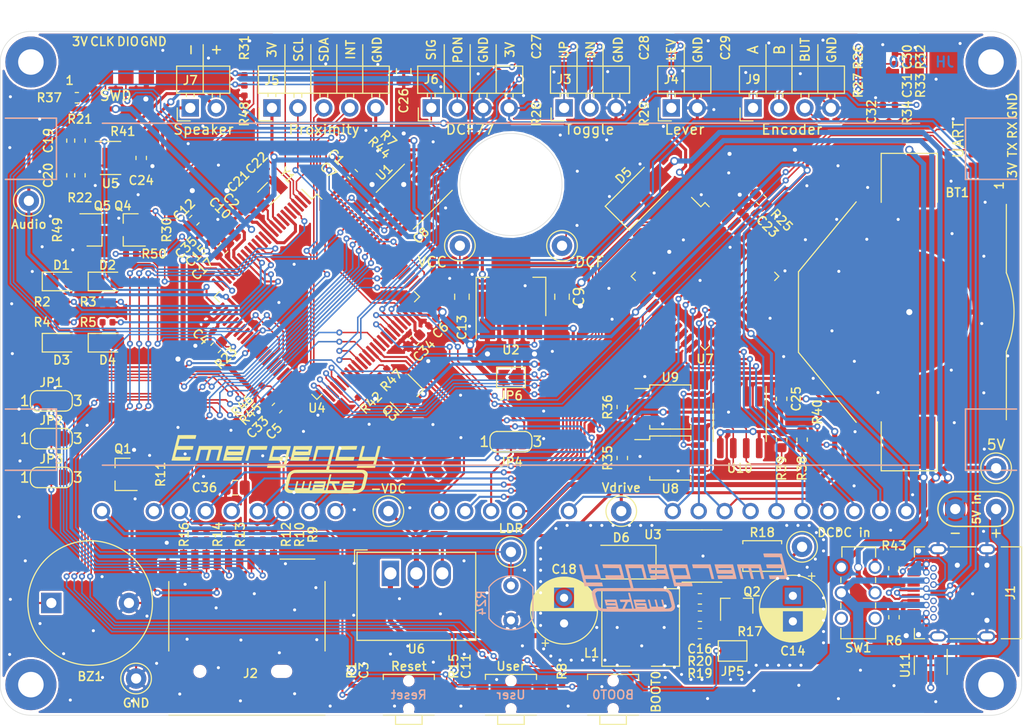
<source format=kicad_pcb>
(kicad_pcb (version 20171130) (host pcbnew 5.1.5-52549c5~84~ubuntu16.04.1)
  (layers (0 F.Cu signal) (31 B.Cu signal) (34 B.Paste user) (35 F.Paste user) (36 B.SilkS user) (37 F.SilkS user) (38 B.Mask user) (39 F.Mask user) (44 Edge.Cuts user))
  (net 0 "")
  (net 1 "Net-(J2-Pad8)")
  (net 2 "Net-(J2-Pad6)")
  (net 3 "Net-(J2-Pad1)")
  (net 4 GND)
  (net 5 +3V0)
  (net 6 /BUZZER)
  (net 7 VCC)
  (net 8 /RESET)
  (net 9 /AUDIO_OUT)
  (net 10 "Net-(C16-Pad1)")
  (net 11 "Net-(C19-Pad1)")
  (net 12 /LEVER)
  (net 13 /TOGGLE_UP)
  (net 14 /TOGGLE_DOWN)
  (net 15 /ENC_BUT)
  (net 16 "Net-(D1-Pad2)")
  (net 17 "Net-(DISP1-Pad32)")
  (net 18 "Net-(DISP1-Pad30)")
  (net 19 /VFD_GRID_1_HV)
  (net 20 "Net-(DISP1-Pad28)")
  (net 21 "Net-(DISP1-Pad27)")
  (net 22 "Net-(DISP1-Pad26)")
  (net 23 "Net-(DISP1-Pad24)")
  (net 24 /VFD_GRID_2_HV)
  (net 25 "Net-(DISP1-Pad18)")
  (net 26 "Net-(DISP1-Pad17)")
  (net 27 "Net-(DISP1-Pad16)")
  (net 28 /VFD_GRID_4_HV)
  (net 29 /VFD_GRID_5_HV)
  (net 30 "Net-(DISP1-Pad7)")
  (net 31 "Net-(DISP1-Pad6)")
  (net 32 "Net-(DISP1-Pad5)")
  (net 33 "Net-(DISP1-Pad3)")
  (net 34 "Net-(DISP1-Pad2)")
  (net 35 "Net-(DISP1-Pad1)")
  (net 36 /SWDIO)
  (net 37 /SWCLK)
  (net 38 /SP-)
  (net 39 /SP+)
  (net 40 /UART_RX)
  (net 41 /UART_TX)
  (net 42 /DCF_SIG)
  (net 43 /DCF_PON)
  (net 44 /BOOT0)
  (net 45 /ENC_A)
  (net 46 /ENC_B)
  (net 47 /EEPROM_NWC)
  (net 48 /EEPROM_SCL)
  (net 49 /EEPROM_SDA)
  (net 50 /AUDIO_EN)
  (net 51 /VFD_FIL-)
  (net 52 /VFD_FIL+)
  (net 53 +5V)
  (net 54 /USR_BUT)
  (net 55 -VDC)
  (net 56 "Net-(C20-Pad2)")
  (net 57 "Net-(C21-Pad1)")
  (net 58 "Net-(C22-Pad1)")
  (net 59 Vdrive)
  (net 60 "Net-(C30-Pad1)")
  (net 61 "Net-(C31-Pad1)")
  (net 62 "Net-(D2-Pad2)")
  (net 63 "Net-(D3-Pad2)")
  (net 64 "Net-(D4-Pad2)")
  (net 65 "Net-(D6-Pad1)")
  (net 66 /SEG_L)
  (net 67 "Net-(J1-PadA4)")
  (net 68 "Net-(J1-PadB5)")
  (net 69 /USB_DM)
  (net 70 /USB_DP)
  (net 71 "Net-(J1-PadA5)")
  (net 72 /SD_D0_MISO)
  (net 73 /SD_CK_SCK)
  (net 74 /SD_CMD_MOSI)
  (net 75 /SD_CS)
  (net 76 /SD_DET)
  (net 77 "Net-(J8-Pad1)")
  (net 78 /SD_MOSI)
  (net 79 /SD_CMD)
  (net 80 /SD_SCK)
  (net 81 /SD_CK)
  (net 82 /SD_MISO)
  (net 83 /SD_D0)
  (net 84 /SD_EN)
  (net 85 "Net-(Q2-Pad3)")
  (net 86 /DCDC_EN)
  (net 87 /LED1)
  (net 88 /LED2)
  (net 89 /LED3)
  (net 90 /LED4)
  (net 91 "Net-(R18-Pad2)")
  (net 92 "Net-(R19-Pad2)")
  (net 93 "Net-(R21-Pad2)")
  (net 94 "Net-(R22-Pad2)")
  (net 95 "Net-(R23-Pad2)")
  (net 96 "Net-(R25-Pad1)")
  (net 97 "Net-(R35-Pad2)")
  (net 98 "Net-(R36-Pad2)")
  (net 99 "Net-(R38-Pad1)")
  (net 100 "Net-(R39-Pad1)")
  (net 101 "Net-(SW1-Pad6)")
  (net 102 "Net-(SW1-Pad3)")
  (net 103 "Net-(U4-Pad98)")
  (net 104 "Net-(U4-Pad96)")
  (net 105 "Net-(U4-Pad95)")
  (net 106 "Net-(U4-Pad88)")
  (net 107 "Net-(U4-Pad85)")
  (net 108 "Net-(U4-Pad84)")
  (net 109 "Net-(U4-Pad82)")
  (net 110 "Net-(U4-Pad81)")
  (net 111 "Net-(U4-Pad79)")
  (net 112 "Net-(U4-Pad78)")
  (net 113 "Net-(U4-Pad67)")
  (net 114 "Net-(U4-Pad66)")
  (net 115 "Net-(U4-Pad61)")
  (net 116 "Net-(U4-Pad58)")
  (net 117 "Net-(U4-Pad57)")
  (net 118 "Net-(U4-Pad55)")
  (net 119 /VFD_DIN)
  (net 120 /VFD_DOUT)
  (net 121 /VFD_CLK)
  (net 122 /VFD_STB)
  (net 123 "Net-(U4-Pad45)")
  (net 124 "Net-(U4-Pad44)")
  (net 125 "Net-(U4-Pad43)")
  (net 126 "Net-(U4-Pad42)")
  (net 127 "Net-(U4-Pad39)")
  (net 128 "Net-(U4-Pad38)")
  (net 129 "Net-(U4-Pad37)")
  (net 130 "Net-(U4-Pad34)")
  (net 131 "Net-(U4-Pad33)")
  (net 132 "Net-(U4-Pad32)")
  (net 133 "Net-(U4-Pad30)")
  (net 134 "Net-(U4-Pad25)")
  (net 135 "Net-(U4-Pad13)")
  (net 136 "Net-(U4-Pad12)")
  (net 137 "Net-(U4-Pad7)")
  (net 138 "Net-(U4-Pad5)")
  (net 139 "Net-(U7-Pad42)")
  (net 140 "Net-(U7-Pad41)")
  (net 141 "Net-(U7-Pad40)")
  (net 142 "Net-(U7-Pad39)")
  (net 143 "Net-(U7-Pad33)")
  (net 144 "Net-(U7-Pad32)")
  (net 145 "Net-(U7-Pad31)")
  (net 146 "Net-(U7-Pad30)")
  (net 147 "Net-(U7-Pad29)")
  (net 148 "Net-(U7-Pad28)")
  (net 149 "Net-(U7-Pad13)")
  (net 150 "Net-(U7-Pad12)")
  (net 151 "Net-(U7-Pad11)")
  (net 152 "Net-(U7-Pad10)")
  (net 153 "Net-(U7-Pad4)")
  (net 154 "Net-(U7-Pad3)")
  (net 155 "Net-(U7-Pad2)")
  (net 156 "Net-(U7-Pad1)")
  (net 157 "Net-(D5-Pad2)")
  (net 158 "Net-(J1-PadB8)")
  (net 159 "Net-(J1-PadA8)")
  (net 160 GNDD)
  (net 161 "Net-(C13-Pad1)")
  (net 162 "Net-(C33-Pad1)")
  (net 163 "Net-(C34-Pad1)")
  (net 164 "Net-(J5-Pad5)")
  (net 165 /I2C_INT)
  (net 166 /I2C_SDA)
  (net 167 /I2C_SCL)
  (net 168 /I2C_EN)
  (net 169 "Net-(U11-Pad6)")
  (net 170 "Net-(U11-Pad4)")
  (net 171 /WAKEUP)
  (module Logo:EmergencyWake_Logo_20mm (layer B.Cu) (at 166.9 154 180)
    (fp_text reference G*** hide)
    (fp_text value LOGO hide)
  )
  (module Capacitor_SMD:C_0805_2012Metric (layer F.Cu) (at 123 144.7)
    (fp_text reference C36 (at -3 0 180) (layer F.SilkS) (effects (font (size 0.85 0.85))))
    (fp_text value 22u,25V)
    (pad 2 smd roundrect (at 0.9375 0) (size 0.975 1.4) (layers F.Cu F.Paste F.Mask) (net 7 VCC))
    (pad 1 smd roundrect (at -0.9375 0) (size 0.975 1.4) (layers F.Cu F.Paste F.Mask) (net 4 GND))
  )
  (module Capacitor_SMD:C_0805_2012Metric (layer F.Cu) (at 155 126 270)
    (fp_text reference C9 (at 0 -1.65 90) (layer F.SilkS))
    (fp_text value 10u,25V)
    (pad 2 smd roundrect (at 0.9375 0 270) (size 0.975 1.4) (layers F.Cu F.Paste F.Mask) (net 4 GND))
    (pad 1 smd roundrect (at -0.9375 0 270) (size 0.975 1.4) (layers F.Cu F.Paste F.Mask) (net 53 +5V))
  )
  (module Resistor_SMD:R_0402_1005Metric (layer F.Cu) (at 112.8 121.8 180)
    (fp_text reference R50 (at -2.25 0) (layer F.SilkS) (effects (font (size 0.85 0.85))))
    (fp_text value 100k)
    (pad 2 smd roundrect (at 0.485 0 180) (size 0.59 0.64) (layers F.Cu F.Paste F.Mask) (net 171 /WAKEUP))
    (pad 1 smd roundrect (at -0.485 0 180) (size 0.59 0.64) (layers F.Cu F.Paste F.Mask) (net 4 GND))
  )
  (module Resistor_SMD:R_0402_1005Metric (layer F.Cu) (at 106.8 119.449999 270)
    (fp_text reference R49 (at 0 1.2 90) (layer F.SilkS) (effects (font (size 0.85 0.85))))
    (fp_text value 100k)
    (pad 2 smd roundrect (at 0.485 0 270) (size 0.59 0.64) (layers F.Cu F.Paste F.Mask) (net 7 VCC))
    (pad 1 smd roundrect (at -0.485 0 270) (size 0.59 0.64) (layers F.Cu F.Paste F.Mask) (net 165 /I2C_INT))
  )
  (module Resistor_SMD:R_0402_1005Metric (layer F.Cu) (at 115.2 119.449999 90)
    (fp_text reference R30 (at 0 1.1 90) (layer F.SilkS) (effects (font (size 0.85 0.85))))
    (fp_text value 100k)
    (pad 2 smd roundrect (at 0.485 0 90) (size 0.59 0.64) (layers F.Cu F.Paste F.Mask) (net 7 VCC))
    (pad 1 smd roundrect (at -0.485 0 90) (size 0.59 0.64) (layers F.Cu F.Paste F.Mask) (net 12 /LEVER))
  )
  (module Package_TO_SOT_SMD:SOT-23 (layer F.Cu) (at 109.2 119.45)
    (fp_text reference Q5 (at 0.8 -2.35) (layer F.SilkS) (effects (font (size 0.85 0.85))))
    (fp_text value AO3401A)
    (pad 3 smd rect (at 1 0) (size 0.9 0.8) (layers F.Cu F.Paste F.Mask) (net 171 /WAKEUP))
    (pad 2 smd rect (at -1 0.95) (size 0.9 0.8) (layers F.Cu F.Paste F.Mask) (net 7 VCC))
    (pad 1 smd rect (at -1 -0.95) (size 0.9 0.8) (layers F.Cu F.Paste F.Mask) (net 165 /I2C_INT))
  )
  (module Package_TO_SOT_SMD:SOT-23 (layer F.Cu) (at 112.8 119.45 180)
    (fp_text reference Q4 (at 0.8 2.35) (layer F.SilkS) (effects (font (size 0.85 0.85))))
    (fp_text value AO3401A)
    (pad 3 smd rect (at 1 0 180) (size 0.9 0.8) (layers F.Cu F.Paste F.Mask) (net 171 /WAKEUP))
    (pad 2 smd rect (at -1 0.95 180) (size 0.9 0.8) (layers F.Cu F.Paste F.Mask) (net 7 VCC))
    (pad 1 smd rect (at -1 -0.95 180) (size 0.9 0.8) (layers F.Cu F.Paste F.Mask) (net 12 /LEVER))
  )
  (module MountingHole:MountingHole_2.5mm_Pad (layer F.Cu) (at 197 103)
    (fp_text reference "" (at 0 -3.5) (layer F.SilkS) (effects (font (size 0.85 0.85))))
    (fp_text value "")
    (pad 1 thru_hole circle (at 0 0) (size 5 5) (drill 2.5) (layers *.Cu *.Mask))
  )
  (module MountingHole:MountingHole_2.5mm_Pad (layer F.Cu) (at 197 164)
    (fp_text reference "" (at 0 -3.5) (layer F.SilkS) (effects (font (size 0.85 0.85))))
    (fp_text value "")
    (pad 1 thru_hole circle (at 0 0) (size 5 5) (drill 2.5) (layers *.Cu *.Mask))
  )
  (module MountingHole:MountingHole_2.5mm_Pad (layer F.Cu) (at 103 164)
    (fp_text reference "" (at 0 -3.5) (layer F.SilkS) (effects (font (size 0.85 0.85))))
    (fp_text value "")
    (pad 1 thru_hole circle (at 0 0) (size 5 5) (drill 2.5) (layers *.Cu *.Mask))
  )
  (module MountingHole:MountingHole_2.5mm_Pad (layer B.Cu) (at 103 103)
    (fp_text reference "" (at 0 3.5) (layer B.SilkS) (effects (font (size 0.85 0.85)) (justify mirror)))
    (fp_text value "")
    (pad 1 thru_hole circle (at 0 0) (size 5 5) (drill 2.5) (layers *.Cu *.Mask))
  )
  (module Package_TO_SOT_SMD:SOT-23-6 (layer F.Cu) (at 191.1 162.1 270)
    (fp_text reference U11 (at 0 2.5 90) (layer F.SilkS) (effects (font (size 0.85 0.85))))
    (fp_text value SRV05-4)
    (pad 5 smd rect (at 1.1 0 270) (size 1.06 0.65) (layers F.Cu F.Paste F.Mask) (net 67 "Net-(J1-PadA4)"))
    (pad 6 smd rect (at 1.1 -0.95 270) (size 1.06 0.65) (layers F.Cu F.Paste F.Mask) (net 169 "Net-(U11-Pad6)"))
    (pad 4 smd rect (at 1.1 0.95 270) (size 1.06 0.65) (layers F.Cu F.Paste F.Mask) (net 170 "Net-(U11-Pad4)"))
    (pad 3 smd rect (at -1.1 0.95 270) (size 1.06 0.65) (layers F.Cu F.Paste F.Mask) (net 70 /USB_DP))
    (pad 2 smd rect (at -1.1 0 270) (size 1.06 0.65) (layers F.Cu F.Paste F.Mask) (net 4 GND))
    (pad 1 smd rect (at -1.1 -0.95 270) (size 1.06 0.65) (layers F.Cu F.Paste F.Mask) (net 69 /USB_DM))
  )
  (module Package_QFP:LQFP-100_14x14mm_P0.5mm (layer F.Cu) (at 131 126 315)
    (fp_text reference U4 (at 7.707464 7.707464 180) (layer F.SilkS) (effects (font (size 0.85 0.85))))
    (fp_text value STM32F407VETx)
    (pad 100 smd roundrect (at -6 -7.675 315) (size 0.3 1.6) (layers F.Cu F.Paste F.Mask) (net 7 VCC))
    (pad 99 smd roundrect (at -5.5 -7.675 315) (size 0.3 1.6) (layers F.Cu F.Paste F.Mask) (net 4 GND))
    (pad 98 smd roundrect (at -5 -7.675 315) (size 0.3 1.6) (layers F.Cu F.Paste F.Mask) (net 103 "Net-(U4-Pad98)"))
    (pad 97 smd roundrect (at -4.5 -7.675 315) (size 0.3 1.6) (layers F.Cu F.Paste F.Mask) (net 47 /EEPROM_NWC))
    (pad 96 smd roundrect (at -4 -7.675 315) (size 0.3 1.6) (layers F.Cu F.Paste F.Mask) (net 104 "Net-(U4-Pad96)"))
    (pad 95 smd roundrect (at -3.5 -7.675 315) (size 0.3 1.6) (layers F.Cu F.Paste F.Mask) (net 105 "Net-(U4-Pad95)"))
    (pad 94 smd roundrect (at -3 -7.675 315) (size 0.3 1.6) (layers F.Cu F.Paste F.Mask) (net 44 /BOOT0))
    (pad 93 smd roundrect (at -2.5 -7.675 315) (size 0.3 1.6) (layers F.Cu F.Paste F.Mask) (net 49 /EEPROM_SDA))
    (pad 92 smd roundrect (at -2 -7.675 315) (size 0.3 1.6) (layers F.Cu F.Paste F.Mask) (net 48 /EEPROM_SCL))
    (pad 91 smd roundrect (at -1.5 -7.675 315) (size 0.3 1.6) (layers F.Cu F.Paste F.Mask) (net 78 /SD_MOSI))
    (pad 90 smd roundrect (at -1 -7.675 315) (size 0.3 1.6) (layers F.Cu F.Paste F.Mask) (net 82 /SD_MISO))
    (pad 89 smd roundrect (at -0.5 -7.675 315) (size 0.3 1.6) (layers F.Cu F.Paste F.Mask) (net 80 /SD_SCK))
    (pad 88 smd roundrect (at 0 -7.675 315) (size 0.3 1.6) (layers F.Cu F.Paste F.Mask) (net 106 "Net-(U4-Pad88)"))
    (pad 87 smd roundrect (at 0.5 -7.675 315) (size 0.3 1.6) (layers F.Cu F.Paste F.Mask) (net 76 /SD_DET))
    (pad 86 smd roundrect (at 1 -7.675 315) (size 0.3 1.6) (layers F.Cu F.Paste F.Mask) (net 84 /SD_EN))
    (pad 85 smd roundrect (at 1.5 -7.675 315) (size 0.3 1.6) (layers F.Cu F.Paste F.Mask) (net 107 "Net-(U4-Pad85)"))
    (pad 84 smd roundrect (at 2 -7.675 315) (size 0.3 1.6) (layers F.Cu F.Paste F.Mask) (net 108 "Net-(U4-Pad84)"))
    (pad 83 smd roundrect (at 2.5 -7.675 315) (size 0.3 1.6) (layers F.Cu F.Paste F.Mask) (net 79 /SD_CMD))
    (pad 82 smd roundrect (at 3 -7.675 315) (size 0.3 1.6) (layers F.Cu F.Paste F.Mask) (net 109 "Net-(U4-Pad82)"))
    (pad 81 smd roundrect (at 3.5 -7.675 315) (size 0.3 1.6) (layers F.Cu F.Paste F.Mask) (net 110 "Net-(U4-Pad81)"))
    (pad 80 smd roundrect (at 4 -7.675 315) (size 0.3 1.6) (layers F.Cu F.Paste F.Mask) (net 81 /SD_CK))
    (pad 79 smd roundrect (at 4.5 -7.675 315) (size 0.3 1.6) (layers F.Cu F.Paste F.Mask) (net 111 "Net-(U4-Pad79)"))
    (pad 78 smd roundrect (at 5 -7.675 315) (size 0.3 1.6) (layers F.Cu F.Paste F.Mask) (net 112 "Net-(U4-Pad78)"))
    (pad 77 smd roundrect (at 5.5 -7.675 315) (size 0.3 1.6) (layers F.Cu F.Paste F.Mask) (net 75 /SD_CS))
    (pad 76 smd roundrect (at 6 -7.675 315) (size 0.3 1.6) (layers F.Cu F.Paste F.Mask) (net 37 /SWCLK))
    (pad 75 smd roundrect (at 7.675 -6 315) (size 1.6 0.3) (layers F.Cu F.Paste F.Mask) (net 7 VCC))
    (pad 74 smd roundrect (at 7.675 -5.5 315) (size 1.6 0.3) (layers F.Cu F.Paste F.Mask) (net 4 GND))
    (pad 73 smd roundrect (at 7.675 -5 315) (size 1.6 0.3) (layers F.Cu F.Paste F.Mask) (net 163 "Net-(C34-Pad1)"))
    (pad 72 smd roundrect (at 7.675 -4.5 315) (size 1.6 0.3) (layers F.Cu F.Paste F.Mask) (net 36 /SWDIO))
    (pad 71 smd roundrect (at 7.675 -4 315) (size 1.6 0.3) (layers F.Cu F.Paste F.Mask) (net 70 /USB_DP))
    (pad 70 smd roundrect (at 7.675 -3.5 315) (size 1.6 0.3) (layers F.Cu F.Paste F.Mask) (net 69 /USB_DM))
    (pad 69 smd roundrect (at 7.675 -3 315) (size 1.6 0.3) (layers F.Cu F.Paste F.Mask) (net 40 /UART_RX))
    (pad 68 smd roundrect (at 7.675 -2.5 315) (size 1.6 0.3) (layers F.Cu F.Paste F.Mask) (net 41 /UART_TX))
    (pad 67 smd roundrect (at 7.675 -2 315) (size 1.6 0.3) (layers F.Cu F.Paste F.Mask) (net 113 "Net-(U4-Pad67)"))
    (pad 66 smd roundrect (at 7.675 -1.5 315) (size 1.6 0.3) (layers F.Cu F.Paste F.Mask) (net 114 "Net-(U4-Pad66)"))
    (pad 65 smd roundrect (at 7.675 -1 315) (size 1.6 0.3) (layers F.Cu F.Paste F.Mask) (net 83 /SD_D0))
    (pad 64 smd roundrect (at 7.675 -0.5 315) (size 1.6 0.3) (layers F.Cu F.Paste F.Mask) (net 52 /VFD_FIL+))
    (pad 63 smd roundrect (at 7.675 0 315) (size 1.6 0.3) (layers F.Cu F.Paste F.Mask) (net 51 /VFD_FIL-))
    (pad 62 smd roundrect (at 7.675 0.5 315) (size 1.6 0.3) (layers F.Cu F.Paste F.Mask) (net 86 /DCDC_EN))
    (pad 61 smd roundrect (at 7.675 1 315) (size 1.6 0.3) (layers F.Cu F.Paste F.Mask) (net 115 "Net-(U4-Pad61)"))
    (pad 60 smd roundrect (at 7.675 1.5 315) (size 1.6 0.3) (layers F.Cu F.Paste F.Mask) (net 46 /ENC_B))
    (pad 59 smd roundrect (at 7.675 2 315) (size 1.6 0.3) (layers F.Cu F.Paste F.Mask) (net 45 /ENC_A))
    (pad 58 smd roundrect (at 7.675 2.5 315) (size 1.6 0.3) (layers F.Cu F.Paste F.Mask) (net 116 "Net-(U4-Pad58)"))
    (pad 57 smd roundrect (at 7.675 3 315) (size 1.6 0.3) (layers F.Cu F.Paste F.Mask) (net 117 "Net-(U4-Pad57)"))
    (pad 56 smd roundrect (at 7.675 3.5 315) (size 1.6 0.3) (layers F.Cu F.Paste F.Mask) (net 168 /I2C_EN))
    (pad 55 smd roundrect (at 7.675 4 315) (size 1.6 0.3) (layers F.Cu F.Paste F.Mask) (net 118 "Net-(U4-Pad55)"))
    (pad 54 smd roundrect (at 7.675 4.5 315) (size 1.6 0.3) (layers F.Cu F.Paste F.Mask) (net 119 /VFD_DIN))
    (pad 53 smd roundrect (at 7.675 5 315) (size 1.6 0.3) (layers F.Cu F.Paste F.Mask) (net 120 /VFD_DOUT))
    (pad 52 smd roundrect (at 7.675 5.5 315) (size 1.6 0.3) (layers F.Cu F.Paste F.Mask) (net 121 /VFD_CLK))
    (pad 51 smd roundrect (at 7.675 6 315) (size 1.6 0.3) (layers F.Cu F.Paste F.Mask) (net 122 /VFD_STB))
    (pad 50 smd roundrect (at 6 7.675 315) (size 0.3 1.6) (layers F.Cu F.Paste F.Mask) (net 7 VCC))
    (pad 49 smd roundrect (at 5.5 7.675 315) (size 0.3 1.6) (layers F.Cu F.Paste F.Mask) (net 162 "Net-(C33-Pad1)"))
    (pad 48 smd roundrect (at 5 7.675 315) (size 0.3 1.6) (layers F.Cu F.Paste F.Mask) (net 166 /I2C_SDA))
    (pad 47 smd roundrect (at 4.5 7.675 315) (size 0.3 1.6) (layers F.Cu F.Paste F.Mask) (net 167 /I2C_SCL))
    (pad 46 smd roundrect (at 4 7.675 315) (size 0.3 1.6) (layers F.Cu F.Paste F.Mask) (net 53 +5V))
    (pad 45 smd roundrect (at 3.5 7.675 315) (size 0.3 1.6) (layers F.Cu F.Paste F.Mask) (net 123 "Net-(U4-Pad45)"))
    (pad 44 smd roundrect (at 3 7.675 315) (size 0.3 1.6) (layers F.Cu F.Paste F.Mask) (net 124 "Net-(U4-Pad44)"))
    (pad 43 smd roundrect (at 2.5 7.675 315) (size 0.3 1.6) (layers F.Cu F.Paste F.Mask) (net 125 "Net-(U4-Pad43)"))
    (pad 42 smd roundrect (at 2 7.675 315) (size 0.3 1.6) (layers F.Cu F.Paste F.Mask) (net 126 "Net-(U4-Pad42)"))
    (pad 41 smd roundrect (at 1.5 7.675 315) (size 0.3 1.6) (layers F.Cu F.Paste F.Mask) (net 43 /DCF_PON))
    (pad 40 smd roundrect (at 1 7.675 315) (size 0.3 1.6) (layers F.Cu F.Paste F.Mask) (net 42 /DCF_SIG))
    (pad 39 smd roundrect (at 0.5 7.675 315) (size 0.3 1.6) (layers F.Cu F.Paste F.Mask) (net 127 "Net-(U4-Pad39)"))
    (pad 38 smd roundrect (at 0 7.675 315) (size 0.3 1.6) (layers F.Cu F.Paste F.Mask) (net 128 "Net-(U4-Pad38)"))
    (pad 37 smd roundrect (at -0.5 7.675 315) (size 0.3 1.6) (layers F.Cu F.Paste F.Mask) (net 129 "Net-(U4-Pad37)"))
    (pad 36 smd roundrect (at -1 7.675 315) (size 0.3 1.6) (layers F.Cu F.Paste F.Mask) (net 6 /BUZZER))
    (pad 35 smd roundrect (at -1.5 7.675 315) (size 0.3 1.6) (layers F.Cu F.Paste F.Mask) (net 165 /I2C_INT))
    (pad 34 smd roundrect (at -2 7.675 315) (size 0.3 1.6) (layers F.Cu F.Paste F.Mask) (net 130 "Net-(U4-Pad34)"))
    (pad 33 smd roundrect (at -2.5 7.675 315) (size 0.3 1.6) (layers F.Cu F.Paste F.Mask) (net 131 "Net-(U4-Pad33)"))
    (pad 32 smd roundrect (at -3 7.675 315) (size 0.3 1.6) (layers F.Cu F.Paste F.Mask) (net 132 "Net-(U4-Pad32)"))
    (pad 31 smd roundrect (at -3.5 7.675 315) (size 0.3 1.6) (layers F.Cu F.Paste F.Mask) (net 95 "Net-(R23-Pad2)"))
    (pad 30 smd roundrect (at -4 7.675 315) (size 0.3 1.6) (layers F.Cu F.Paste F.Mask) (net 133 "Net-(U4-Pad30)"))
    (pad 29 smd roundrect (at -4.5 7.675 315) (size 0.3 1.6) (layers F.Cu F.Paste F.Mask) (net 9 /AUDIO_OUT))
    (pad 28 smd roundrect (at -5 7.675 315) (size 0.3 1.6) (layers F.Cu F.Paste F.Mask) (net 7 VCC))
    (pad 27 smd roundrect (at -5.5 7.675 315) (size 0.3 1.6) (layers F.Cu F.Paste F.Mask) (net 4 GND))
    (pad 26 smd roundrect (at -6 7.675 315) (size 0.3 1.6) (layers F.Cu F.Paste F.Mask) (net 50 /AUDIO_EN))
    (pad 25 smd roundrect (at -7.675 6 315) (size 1.6 0.3) (layers F.Cu F.Paste F.Mask) (net 134 "Net-(U4-Pad25)"))
    (pad 24 smd roundrect (at -7.675 5.5 315) (size 1.6 0.3) (layers F.Cu F.Paste F.Mask) (net 12 /LEVER))
    (pad 23 smd roundrect (at -7.675 5 315) (size 1.6 0.3) (layers F.Cu F.Paste F.Mask) (net 171 /WAKEUP))
    (pad 22 smd roundrect (at -7.675 4.5 315) (size 1.6 0.3) (layers F.Cu F.Paste F.Mask) (net 7 VCC))
    (pad 21 smd roundrect (at -7.675 4 315) (size 1.6 0.3) (layers F.Cu F.Paste F.Mask) (net 7 VCC))
    (pad 20 smd roundrect (at -7.675 3.5 315) (size 1.6 0.3) (layers F.Cu F.Paste F.Mask) (net 4 GND))
    (pad 19 smd roundrect (at -7.675 3 315) (size 1.6 0.3) (layers F.Cu F.Paste F.Mask) (net 7 VCC))
    (pad 18 smd roundrect (at -7.675 2.5 315) (size 1.6 0.3) (layers F.Cu F.Paste F.Mask) (net 90 /LED4))
    (pad 17 smd roundrect (at -7.675 2 315) (size 1.6 0.3) (layers F.Cu F.Paste F.Mask) (net 89 /LED3))
    (pad 16 smd roundrect (at -7.675 1.5 315) (size 1.6 0.3) (layers F.Cu F.Paste F.Mask) (net 88 /LED2))
    (pad 15 smd roundrect (at -7.675 1 315) (size 1.6 0.3) (layers F.Cu F.Paste F.Mask) (net 87 /LED1))
    (pad 14 smd roundrect (at -7.675 0.5 315) (size 1.6 0.3) (layers F.Cu F.Paste F.Mask) (net 8 /RESET))
    (pad 13 smd roundrect (at -7.675 0 315) (size 1.6 0.3) (layers F.Cu F.Paste F.Mask) (net 135 "Net-(U4-Pad13)"))
    (pad 12 smd roundrect (at -7.675 -0.5 315) (size 1.6 0.3) (layers F.Cu F.Paste F.Mask) (net 136 "Net-(U4-Pad12)"))
    (pad 11 smd roundrect (at -7.675 -1 315) (size 1.6 0.3) (layers F.Cu F.Paste F.Mask) (net 7 VCC))
    (pad 10 smd roundrect (at -7.675 -1.5 315) (size 1.6 0.3) (layers F.Cu F.Paste F.Mask) (net 4 GND))
    (pad 9 smd roundrect (at -7.675 -2 315) (size 1.6 0.3) (layers F.Cu F.Paste F.Mask) (net 57 "Net-(C21-Pad1)"))
    (pad 8 smd roundrect (at -7.675 -2.5 315) (size 1.6 0.3) (layers F.Cu F.Paste F.Mask) (net 58 "Net-(C22-Pad1)"))
    (pad 7 smd roundrect (at -7.675 -3 315) (size 1.6 0.3) (layers F.Cu F.Paste F.Mask) (net 137 "Net-(U4-Pad7)"))
    (pad 6 smd roundrect (at -7.675 -3.5 315) (size 1.6 0.3) (layers F.Cu F.Paste F.Mask) (net 7 VCC))
    (pad 5 smd roundrect (at -7.675 -4 315) (size 1.6 0.3) (layers F.Cu F.Paste F.Mask) (net 138 "Net-(U4-Pad5)"))
    (pad 4 smd roundrect (at -7.675 -4.5 315) (size 1.6 0.3) (layers F.Cu F.Paste F.Mask) (net 54 /USR_BUT))
    (pad 3 smd roundrect (at -7.675 -5 315) (size 1.6 0.3) (layers F.Cu F.Paste F.Mask) (net 14 /TOGGLE_DOWN))
    (pad 2 smd roundrect (at -7.675 -5.5 315) (size 1.6 0.3) (layers F.Cu F.Paste F.Mask) (net 13 /TOGGLE_UP))
    (pad 1 smd roundrect (at -7.675 -6 315) (size 1.6 0.3) (layers F.Cu F.Paste F.Mask) (net 15 /ENC_BUT))
  )
  (module VFD:FUTABA_4-LT-46ZB3 (layer B.Cu) (at 150 126 180)
    (fp_text reference DISP1 hide)
    (fp_text value FUTABA_4-LT-46ZB3 hide)
    (pad 32 thru_hole circle (at 40.04 -21 180) (size 1.6 1.6) (drill 1) (layers *.Cu *.Mask) (net 17 "Net-(DISP1-Pad32)"))
    (pad 30 thru_hole circle (at 34.96 -21 180) (size 1.6 1.6) (drill 1) (layers *.Cu *.Mask) (net 18 "Net-(DISP1-Pad30)"))
    (pad 29 thru_hole circle (at 32.42 -21 180) (size 1.6 1.6) (drill 1) (layers *.Cu *.Mask) (net 19 /VFD_GRID_1_HV))
    (pad 28 thru_hole circle (at 29.88 -21 180) (size 1.6 1.6) (drill 1) (layers *.Cu *.Mask) (net 20 "Net-(DISP1-Pad28)"))
    (pad 27 thru_hole circle (at 27.34 -21 180) (size 1.6 1.6) (drill 1) (layers *.Cu *.Mask) (net 21 "Net-(DISP1-Pad27)"))
    (pad 26 thru_hole circle (at 24.8 -21 180) (size 1.6 1.6) (drill 1) (layers *.Cu *.Mask) (net 22 "Net-(DISP1-Pad26)"))
    (pad 25 thru_hole circle (at 22.26 -21 180) (size 1.6 1.6) (drill 1) (layers *.Cu *.Mask) (net 19 /VFD_GRID_1_HV))
    (pad 24 thru_hole circle (at 19.72 -21 180) (size 1.6 1.6) (drill 1) (layers *.Cu *.Mask) (net 23 "Net-(DISP1-Pad24)"))
    (pad 23 thru_hole circle (at 17.18 -21 180) (size 1.6 1.6) (drill 1) (layers *.Cu *.Mask) (net 24 /VFD_GRID_2_HV))
    (pad 19 thru_hole circle (at 7.02 -21 180) (size 1.6 1.6) (drill 1) (layers *.Cu *.Mask) (net 24 /VFD_GRID_2_HV))
    (pad 18 thru_hole circle (at 4.48 -21 180) (size 1.6 1.6) (drill 1) (layers *.Cu *.Mask) (net 25 "Net-(DISP1-Pad18)"))
    (pad 17 thru_hole circle (at 1.94 -21 180) (size 1.6 1.6) (drill 1) (layers *.Cu *.Mask) (net 26 "Net-(DISP1-Pad17)"))
    (pad 16 thru_hole circle (at -0.6 -21 180) (size 1.6 1.6) (drill 1) (layers *.Cu *.Mask) (net 27 "Net-(DISP1-Pad16)"))
    (pad 14 thru_hole circle (at -5.68 -21 180) (size 1.6 1.6) (drill 1) (layers *.Cu *.Mask) (net 28 /VFD_GRID_4_HV))
    (pad 10 thru_hole circle (at -15.84 -21 180) (size 1.6 1.6) (drill 1) (layers *.Cu *.Mask) (net 28 /VFD_GRID_4_HV))
    (pad 9 thru_hole circle (at -18.38 -21 180) (size 1.6 1.6) (drill 1) (layers *.Cu *.Mask) (net 66 /SEG_L))
    (pad 8 thru_hole circle (at -20.92 -21 180) (size 1.6 1.6) (drill 1) (layers *.Cu *.Mask) (net 29 /VFD_GRID_5_HV))
    (pad 7 thru_hole circle (at -23.46 -21 180) (size 1.6 1.6) (drill 1) (layers *.Cu *.Mask) (net 30 "Net-(DISP1-Pad7)"))
    (pad 6 thru_hole circle (at -26 -21 180) (size 1.6 1.6) (drill 1) (layers *.Cu *.Mask) (net 31 "Net-(DISP1-Pad6)"))
    (pad 5 thru_hole circle (at -28.54 -21 180) (size 1.6 1.6) (drill 1) (layers *.Cu *.Mask) (net 32 "Net-(DISP1-Pad5)"))
    (pad 4 thru_hole circle (at -31.08 -21 180) (size 1.6 1.6) (drill 1) (layers *.Cu *.Mask) (net 29 /VFD_GRID_5_HV))
    (pad 3 thru_hole circle (at -33.62 -21 180) (size 1.6 1.6) (drill 1) (layers *.Cu *.Mask) (net 33 "Net-(DISP1-Pad3)"))
    (pad 2 thru_hole circle (at -36.16 -21 180) (size 1.6 1.6) (drill 1) (layers *.Cu *.Mask) (net 34 "Net-(DISP1-Pad2)"))
    (pad 1 thru_hole circle (at -38.7 -21 180) (size 1.6 1.6) (drill 1) (layers *.Cu *.Mask) (net 35 "Net-(DISP1-Pad1)"))
  )
  (module Connector_PinHeader_2.54mm:PinHeader_1x04_P2.54mm_Horizontal (layer F.Cu) (at 142.2 107.5 90)
    (fp_text reference J6 (at 2.8 0 180) (layer F.SilkS) (effects (font (size 0.85 0.85))))
    (fp_text value Conn_01x04)
    (fp_text user 3V (at 5.7 7.7 90) (layer F.SilkS) (effects (font (size 0.85 0.85))))
    (fp_text user GND (at 5.7 5.1 90) (layer F.SilkS) (effects (font (size 0.85 0.85))))
    (fp_text user PON (at 5.7 2.6 90) (layer F.SilkS) (effects (font (size 0.85 0.85))))
    (fp_text user SIG (at 5.7 0 90) (layer F.SilkS) (effects (font (size 0.85 0.85))))
    (pad 4 thru_hole oval (at 0 7.62 90) (size 1.7 1.7) (drill 1) (layers *.Cu *.Mask) (net 7 VCC))
    (pad 3 thru_hole oval (at 0 5.08 90) (size 1.7 1.7) (drill 1) (layers *.Cu *.Mask) (net 4 GND))
    (pad 2 thru_hole oval (at 0 2.54 90) (size 1.7 1.7) (drill 1) (layers *.Cu *.Mask) (net 43 /DCF_PON))
    (pad 1 thru_hole rect (at 0 0 90) (size 1.7 1.7) (drill 1) (layers *.Cu *.Mask) (net 42 /DCF_SIG))
  )
  (module Resistor_SMD:R_0402_1005Metric (layer F.Cu) (at 123.9 105.8 270)
    (fp_text reference R48 (at 2.3 0 90) (layer F.SilkS) (effects (font (size 0.85 0.85))))
    (fp_text value 100k)
    (pad 2 smd roundrect (at 0.485 0 270) (size 0.59 0.64) (layers F.Cu F.Paste F.Mask) (net 4 GND))
    (pad 1 smd roundrect (at -0.485 0 270) (size 0.59 0.64) (layers F.Cu F.Paste F.Mask) (net 42 /DCF_SIG))
  )
  (module Wuerth:436351045816 (layer F.Cu) (at 140 165)
    (fp_text reference SW2 hide)
    (fp_text value SW_Push)
    (pad "" np_thru_hole circle (at 0 -1.375 90) (size 0.75 0.75) (drill 0.75) (layers *.Cu *.Mask))
    (pad "" np_thru_hole circle (at 0 1.375) (size 0.75 0.75) (drill 0.75) (layers *.Cu *.Mask))
    (pad 1 smd rect (at 2.8 -0.85) (size 1.2 1) (layers F.Cu F.Mask) (net 4 GND))
    (pad 1 smd rect (at 2.8 0.85) (size 1.2 1) (layers F.Cu F.Mask) (net 4 GND))
    (pad 2 smd rect (at -2.8 0.85) (size 1.2 1) (layers F.Cu F.Mask) (net 8 /RESET))
    (pad 2 smd rect (at -2.8 -0.85) (size 1.2 1) (layers F.Cu F.Mask) (net 8 /RESET))
  )
  (module Wuerth:436351045816 (layer F.Cu) (at 150 165)
    (fp_text reference SW4 hide)
    (fp_text value SW_Push)
    (pad "" np_thru_hole circle (at 0 -1.375 90) (size 0.75 0.75) (drill 0.75) (layers *.Cu *.Mask))
    (pad "" np_thru_hole circle (at 0 1.375) (size 0.75 0.75) (drill 0.75) (layers *.Cu *.Mask))
    (pad 1 smd rect (at 2.8 -0.85) (size 1.2 1) (layers F.Cu F.Mask) (net 4 GND))
    (pad 1 smd rect (at 2.8 0.85) (size 1.2 1) (layers F.Cu F.Mask) (net 4 GND))
    (pad 2 smd rect (at -2.8 0.85) (size 1.2 1) (layers F.Cu F.Mask) (net 54 /USR_BUT))
    (pad 2 smd rect (at -2.8 -0.85) (size 1.2 1) (layers F.Cu F.Mask) (net 54 /USR_BUT))
  )
  (module Wuerth:436351045816 (layer F.Cu) (at 160 165)
    (fp_text reference SW3 hide)
    (fp_text value SW_Push)
    (pad "" np_thru_hole circle (at 0 -1.375 90) (size 0.75 0.75) (drill 0.75) (layers *.Cu *.Mask))
    (pad "" np_thru_hole circle (at 0 1.375) (size 0.75 0.75) (drill 0.75) (layers *.Cu *.Mask))
    (pad 1 smd rect (at 2.8 -0.85) (size 1.2 1) (layers F.Cu F.Mask) (net 44 /BOOT0))
    (pad 1 smd rect (at 2.8 0.85) (size 1.2 1) (layers F.Cu F.Mask) (net 44 /BOOT0))
    (pad 2 smd rect (at -2.8 0.85) (size 1.2 1) (layers F.Cu F.Mask) (net 7 VCC))
    (pad 2 smd rect (at -2.8 -0.85) (size 1.2 1) (layers F.Cu F.Mask) (net 7 VCC))
  )
  (module Inductor_SMD:L_Wuerth_WE-PD-Typ-7345 (layer F.Cu) (at 162.7 158.4 270)
    (fp_text reference L1 (at 2.5 4.8) (layer F.SilkS) (effects (font (size 0.85 0.85))))
    (fp_text value 33u)
    (pad 2 smd rect (at 3 0 270) (size 2 1.7) (layers F.Cu F.Mask) (net 160 GNDD))
    (pad 1 smd rect (at -3 0 270) (size 2 1.7) (layers F.Cu F.Mask) (net 65 "Net-(D6-Pad1)"))
  )
  (module Wuerth:79523141 (layer F.Cu) (at 189 127.5 270)
    (fp_text reference BT1 (at -11.7 -4.7 180) (layer F.SilkS) (effects (font (size 0.85 0.85))))
    (fp_text value Battery_Cell)
    (pad 1 smd rect (at 12.8 0 270) (size 5.1 5.1) (layers F.Cu F.Mask) (net 5 +3V0))
    (pad 1 smd rect (at -12.8 0 270) (size 5.1 5.1) (layers F.Cu F.Mask) (net 5 +3V0))
    (pad 2 smd circle (at 0 0 270) (size 11.999999 11.999999) (layers F.Cu F.Mask) (net 4 GND))
  )
  (module Wuerth:693071020811 (layer F.Cu) (at 124.5 162.7)
    (fp_text reference J2 (at 0 0.2) (layer F.SilkS) (effects (font (size 0.85 0.85))))
    (fp_text value Micro_SD_Card_Det)
    (pad "" np_thru_hole oval (at 3.05 0) (size 1.7 0.9) (drill oval 1.7 0.9) (layers *.Cu *.Mask))
    (pad "" np_thru_hole circle (at -4.95 0) (size 0.9 0.9) (drill 0.9) (layers *.Cu *.Mask))
    (pad 11 smd rect (at 7.85 -0.4) (size 1.4 2.6) (layers F.Cu F.Mask) (net 4 GND))
    (pad 11 smd rect (at -7.85 -0.4) (size 1.4 2.6) (layers F.Cu F.Mask) (net 4 GND))
    (pad 11 smd rect (at 7.4 -10) (size 1.7 1.8) (layers F.Cu F.Mask) (net 4 GND))
    (pad 10 smd rect (at -8.1 -10) (size 1.7 1.8) (layers F.Cu F.Mask) (net 4 GND))
    (pad 1 smd rect (at 2.25 -10.95) (size 0.7 1.9) (layers F.Cu F.Mask) (net 3 "Net-(J2-Pad1)"))
    (pad 2 smd rect (at 1.15 -10.95) (size 0.7 1.9) (layers F.Cu F.Mask) (net 75 /SD_CS))
    (pad 3 smd rect (at 0.05 -10.95) (size 0.7 1.9) (layers F.Cu F.Mask) (net 74 /SD_CMD_MOSI))
    (pad 4 smd rect (at -1.05 -10.95) (size 0.7 1.9) (layers F.Cu F.Mask) (net 7 VCC))
    (pad 5 smd rect (at -2.15 -10.95) (size 0.7 1.9) (layers F.Cu F.Mask) (net 73 /SD_CK_SCK))
    (pad 6 smd rect (at -3.25 -10.95) (size 0.7 1.9) (layers F.Cu F.Mask) (net 2 "Net-(J2-Pad6)"))
    (pad 7 smd rect (at -4.35 -10.95) (size 0.7 1.9) (layers F.Cu F.Mask) (net 72 /SD_D0_MISO))
    (pad 8 smd rect (at -5.45 -10.95) (size 0.7 1.9) (layers F.Cu F.Mask) (net 1 "Net-(J2-Pad8)"))
    (pad 9 smd rect (at -6.55 -10.95) (size 0.7 1.9) (layers F.Cu F.Mask) (net 76 /SD_DET))
  )
  (module Wuerth:632723300011 (layer F.Cu) (at 200 155 90)
    (fp_text reference J1 (at 0 -1.1 90) (layer F.SilkS) (effects (font (size 0.85 0.85))))
    (fp_text value USB_C_Receptacle_USB2.0)
    (pad S1 thru_hole oval (at -4.27 -3.4 90) (size 1 1.6) (drill oval 0.6 1.2) (layers *.Cu *.Mask) (net 4 GND))
    (pad S1 thru_hole oval (at -4.27 -8.18 90) (size 1 1.6) (drill oval 0.6 1.2) (layers *.Cu *.Mask) (net 4 GND))
    (pad S1 thru_hole oval (at 4.27 -3.4 90) (size 1 1.6) (drill oval 0.6 1.2) (layers *.Cu *.Mask) (net 4 GND))
    (pad S1 thru_hole oval (at 4.27 -8.18 90) (size 1 1.6) (drill oval 0.6 1.2) (layers *.Cu *.Mask) (net 4 GND))
    (pad A1 smd rect (at -2.75 -10.58 90) (size 0.3 1.2) (layers F.Cu F.Mask) (net 4 GND))
    (pad A2 smd rect (at -2.25 -10.58 90) (size 0.3 1.2) (layers F.Cu F.Mask))
    (pad A3 smd rect (at -1.75 -10.58 90) (size 0.3 1.2) (layers F.Cu F.Mask))
    (pad A4 smd rect (at -1.25 -10.58 90) (size 0.3 1.2) (layers F.Cu F.Mask) (net 67 "Net-(J1-PadA4)"))
    (pad A5 smd rect (at -0.75 -10.58 90) (size 0.3 1.2) (layers F.Cu F.Mask) (net 71 "Net-(J1-PadA5)"))
    (pad A6 smd rect (at -0.25 -10.58 90) (size 0.3 1.2) (layers F.Cu F.Mask) (net 70 /USB_DP))
    (pad A7 smd rect (at 0.25 -10.58 90) (size 0.3 1.2) (layers F.Cu F.Mask) (net 69 /USB_DM))
    (pad A8 smd rect (at 0.75 -10.58 90) (size 0.3 1.2) (layers F.Cu F.Mask) (net 159 "Net-(J1-PadA8)"))
    (pad A9 smd rect (at 1.25 -10.58 90) (size 0.3 1.2) (layers F.Cu F.Mask) (net 67 "Net-(J1-PadA4)"))
    (pad A10 smd rect (at 1.75 -10.58 90) (size 0.3 1.2) (layers F.Cu F.Mask))
    (pad A11 smd rect (at 2.25 -10.58 90) (size 0.3 1.2) (layers F.Cu F.Mask))
    (pad A12 smd rect (at 2.75 -10.58 90) (size 0.3 1.2) (layers F.Cu F.Mask) (net 4 GND))
    (pad B1 thru_hole circle (at 2.8 -9.33 90) (size 0.65 0.65) (drill 0.4) (layers *.Cu *.Mask) (net 4 GND))
    (pad B2 thru_hole circle (at 2.4 -8.63 90) (size 0.65 0.65) (drill 0.4) (layers *.Cu *.Mask))
    (pad B1 thru_hole circle (at 2 -9.33 90) (size 0.65 0.65) (drill 0.4) (layers *.Cu *.Mask) (net 4 GND))
    (pad B3 thru_hole circle (at 1.6 -8.63 90) (size 0.65 0.65) (drill 0.4) (layers *.Cu *.Mask))
    (pad B4 thru_hole circle (at 1.2 -9.33 90) (size 0.65 0.65) (drill 0.4) (layers *.Cu *.Mask) (net 67 "Net-(J1-PadA4)"))
    (pad B5 thru_hole circle (at 0.8 -8.63 90) (size 0.65 0.65) (drill 0.4) (layers *.Cu *.Mask) (net 68 "Net-(J1-PadB5)"))
    (pad B6 thru_hole circle (at 0.4 -9.33 90) (size 0.65 0.65) (drill 0.4) (layers *.Cu *.Mask) (net 70 /USB_DP))
    (pad B7 thru_hole circle (at -0.4 -9.33 90) (size 0.65 0.65) (drill 0.4) (layers *.Cu *.Mask) (net 69 /USB_DM))
    (pad B8 thru_hole circle (at -0.8 -8.63 90) (size 0.65 0.65) (drill 0.4) (layers *.Cu *.Mask) (net 158 "Net-(J1-PadB8)"))
    (pad B9 thru_hole circle (at -1.2 -9.33 90) (size 0.65 0.65) (drill 0.4) (layers *.Cu *.Mask) (net 67 "Net-(J1-PadA4)"))
    (pad B10 thru_hole circle (at -1.6 -8.63 90) (size 0.65 0.65) (drill 0.4) (layers *.Cu *.Mask))
    (pad B12 thru_hole circle (at -2 -9.33 90) (size 0.65 0.65) (drill 0.4) (layers *.Cu *.Mask) (net 4 GND))
    (pad B11 thru_hole circle (at -2.4 -8.63 90) (size 0.65 0.65) (drill 0.4) (layers *.Cu *.Mask))
    (pad B12 thru_hole circle (at -2.8 -9.33 90) (size 0.65 0.65) (drill 0.4) (layers *.Cu *.Mask) (net 4 GND))
  )
  (module Wuerth:561070332057 (layer F.Cu) (at 174.6 151.4 180)
    (fp_text reference R18 (at 0 2.3) (layer F.SilkS) (effects (font (size 0.85 0.85))))
    (fp_text value 0.18)
    (pad 2 smd rect (at 0 0.75 180) (size 3.2 0.9) (layers F.Cu F.Mask) (net 91 "Net-(R18-Pad2)"))
    (pad 1 smd rect (at 0 -0.75 180) (size 3.2 0.9) (layers F.Cu F.Mask) (net 85 "Net-(Q2-Pad3)"))
  )
  (module "WR-WTB:WR-WTB 2.00mm SMT Male Horizontal Shrouded Header 4 Pins" (layer F.Cu) (at 196.5 110.6 90)
    (fp_text reference J10 hide)
    (fp_text value Conn_01x04)
    (fp_text user 1 (at -5 1.8 90) (layer F.SilkS) (effects (font (size 0.85 0.85)) (justify left bottom)))
    (pad 4 smd rect (at 3 0 270) (size 1.5 3.4) (layers F.Cu F.Mask) (net 4 GND))
    (pad 3 smd rect (at 1 0 270) (size 1.5 3.4) (layers F.Cu F.Mask) (net 40 /UART_RX))
    (pad 2 smd rect (at -1 0 270) (size 1.5 3.4) (layers F.Cu F.Mask) (net 41 /UART_TX))
    (pad 1 smd rect (at -3 0 270) (size 1.5 3.4) (layers F.Cu F.Mask) (net 7 VCC))
  )
  (module "WR-WTB:WR-WTB 2.00mm SMT Male Horizontal Shrouded Header 4 Pins" (layer F.Cu) (at 111.3 103.5)
    (fp_text reference J8 hide)
    (fp_text value Conn_01x04)
    (fp_text user 1 (at -4 1.8 180) (layer F.SilkS) (effects (font (size 0.85 0.85)) (justify right bottom)))
    (pad 4 smd rect (at 3 0 180) (size 1.5 3.4) (layers F.Cu F.Mask) (net 4 GND))
    (pad 3 smd rect (at 1 0 180) (size 1.5 3.4) (layers F.Cu F.Mask) (net 36 /SWDIO))
    (pad 2 smd rect (at -1 0 180) (size 1.5 3.4) (layers F.Cu F.Mask) (net 37 /SWCLK))
    (pad 1 smd rect (at -3 0 180) (size 1.5 3.4) (layers F.Cu F.Mask) (net 77 "Net-(J8-Pad1)"))
  )
  (module Connector_PinHeader_2.54mm:PinHeader_1x05_P2.54mm_Horizontal (layer F.Cu) (at 126.6 107.5 90)
    (fp_text reference J5 (at 2.7 0) (layer F.SilkS) (effects (font (size 0.85 0.85))))
    (fp_text value Conn_01x05)
    (fp_text user 3V (at 5.7 0 90) (layer F.SilkS) (effects (font (size 0.85 0.85))))
    (fp_text user SCL (at 5.7 2.6 90) (layer F.SilkS) (effects (font (size 0.85 0.85))))
    (fp_text user SDA (at 5.7 5.1 90) (layer F.SilkS) (effects (font (size 0.85 0.85))))
    (fp_text user INT (at 5.7 7.7 90) (layer F.SilkS) (effects (font (size 0.85 0.85))))
    (fp_text user GND (at 5.7 10.3 90) (layer F.SilkS) (effects (font (size 0.85 0.85))))
    (pad 5 thru_hole oval (at 0 10.16 90) (size 1.7 1.7) (drill 1) (layers *.Cu *.Mask) (net 164 "Net-(J5-Pad5)"))
    (pad 4 thru_hole oval (at 0 7.62 90) (size 1.7 1.7) (drill 1) (layers *.Cu *.Mask) (net 165 /I2C_INT))
    (pad 3 thru_hole oval (at 0 5.08 90) (size 1.7 1.7) (drill 1) (layers *.Cu *.Mask) (net 166 /I2C_SDA))
    (pad 2 thru_hole oval (at 0 2.54 90) (size 1.7 1.7) (drill 1) (layers *.Cu *.Mask) (net 167 /I2C_SCL))
    (pad 1 thru_hole rect (at 0 0 90) (size 1.7 1.7) (drill 1) (layers *.Cu *.Mask) (net 7 VCC))
  )
  (module Resistor_SMD:R_0402_1005Metric (layer F.Cu) (at 125.3 135.1 45)
    (fp_text reference R46 (at -2.262742 0 45) (layer F.SilkS) (effects (font (size 0.85 0.85))))
    (fp_text value 10k)
    (pad 1 smd roundrect (at -0.485 0 45) (size 0.59 0.64) (layers F.Cu F.Paste F.Mask) (net 7 VCC))
    (pad 2 smd roundrect (at 0.485 0 45) (size 0.59 0.64) (layers F.Cu F.Paste F.Mask) (net 167 /I2C_SCL))
  )
  (module Resistor_SMD:R_0402_1005Metric (layer F.Cu) (at 126.1 135.9 45)
    (fp_text reference R45 (at -2.262742 0 45) (layer F.SilkS) (effects (font (size 0.85 0.85))))
    (fp_text value 10k)
    (pad 2 smd roundrect (at 0.485 0 45) (size 0.59 0.64) (layers F.Cu F.Paste F.Mask) (net 166 /I2C_SDA))
    (pad 1 smd roundrect (at -0.485 0 45) (size 0.59 0.64) (layers F.Cu F.Paste F.Mask) (net 7 VCC))
  )
  (module Resistor_SMD:R_0402_1005Metric (layer F.Cu) (at 135.5 113 315)
    (fp_text reference R44 (at 0 -2.262742 135) (layer F.SilkS) (effects (font (size 0.85 0.85))))
    (fp_text value 10k)
    (pad 2 smd roundrect (at 0.485 0 315) (size 0.59 0.64) (layers F.Cu F.Paste F.Mask) (net 49 /EEPROM_SDA))
    (pad 1 smd roundrect (at -0.485 0 315) (size 0.59 0.64) (layers F.Cu F.Paste F.Mask) (net 7 VCC))
  )
  (module Resistor_SMD:R_0402_1005Metric (layer F.Cu) (at 136.3 112.2 315)
    (fp_text reference R7 (at 0 -2.404163 135) (layer F.SilkS) (effects (font (size 0.85 0.85))))
    (fp_text value 10k)
    (pad 2 smd roundrect (at 0.485 0 315) (size 0.59 0.64) (layers F.Cu F.Paste F.Mask) (net 48 /EEPROM_SCL))
    (pad 1 smd roundrect (at -0.485 0 315) (size 0.59 0.64) (layers F.Cu F.Paste F.Mask) (net 7 VCC))
  )
  (module Resistor_SMD:R_0402_1005Metric (layer F.Cu) (at 137.5 133.4 45)
    (fp_text reference R47 (at 0 1.131371 45) (layer F.SilkS) (effects (font (size 0.85 0.85))))
    (fp_text value 100k)
    (pad 2 smd roundrect (at 0.485 0 45) (size 0.59 0.64) (layers F.Cu F.Paste F.Mask) (net 168 /I2C_EN))
    (pad 1 smd roundrect (at -0.485 0 45) (size 0.59 0.64) (layers F.Cu F.Paste F.Mask) (net 4 GND))
  )
  (module Package_TO_SOT_SMD:SOT-23 (layer F.Cu) (at 139.8 135.7 315)
    (fp_text reference Q3 (at 0.070711 2.333452 315) (layer F.SilkS) (effects (font (size 0.85 0.85))))
    (fp_text value AO3400A)
    (pad 3 smd rect (at 1 0 315) (size 0.9 0.8) (layers F.Cu F.Paste F.Mask) (net 164 "Net-(J5-Pad5)"))
    (pad 2 smd rect (at -1 0.95 315) (size 0.9 0.8) (layers F.Cu F.Paste F.Mask) (net 4 GND))
    (pad 1 smd rect (at -1 -0.95 315) (size 0.9 0.8) (layers F.Cu F.Paste F.Mask) (net 168 /I2C_EN))
  )
  (module Connector_PinHeader_2.54mm:PinHeader_1x04_P2.54mm_Horizontal (layer F.Cu) (at 173.7 107.5 90)
    (fp_text reference J9 (at 2.8 0) (layer F.SilkS) (effects (font (size 0.85 0.85))))
    (fp_text value Conn_01x04)
    (fp_text user A (at 5.7 0 90) (layer F.SilkS))
    (fp_text user B (at 5.7 2.6 90) (layer F.SilkS))
    (fp_text user BUT (at 5.7 5.1 90) (layer F.SilkS) (effects (font (size 0.85 0.85))))
    (fp_text user GND (at 5.7 7.7 90) (layer F.SilkS) (effects (font (size 0.85 0.85))))
    (pad 4 thru_hole oval (at 0 7.62 90) (size 1.7 1.7) (drill 1) (layers *.Cu *.Mask) (net 4 GND))
    (pad 3 thru_hole oval (at 0 5.08 90) (size 1.7 1.7) (drill 1) (layers *.Cu *.Mask) (net 15 /ENC_BUT))
    (pad 2 thru_hole oval (at 0 2.54 90) (size 1.7 1.7) (drill 1) (layers *.Cu *.Mask) (net 61 "Net-(C31-Pad1)"))
    (pad 1 thru_hole rect (at 0 0 90) (size 1.7 1.7) (drill 1) (layers *.Cu *.Mask) (net 60 "Net-(C30-Pad1)"))
  )
  (module Connector_PinHeader_2.54mm:PinHeader_1x02_P2.54mm_Horizontal (layer F.Cu) (at 165.7 107.5 90)
    (fp_text reference J4 (at 2.8 0) (layer F.SilkS) (effects (font (size 0.85 0.85))))
    (fp_text value Conn_01x02)
    (fp_text user LEV (at 5.7 0 90) (layer F.SilkS) (effects (font (size 0.85 0.85))))
    (fp_text user GND (at 5.7 2.6 90) (layer F.SilkS) (effects (font (size 0.85 0.85))))
    (pad 2 thru_hole oval (at 0 2.54 90) (size 1.7 1.7) (drill 1) (layers *.Cu *.Mask) (net 4 GND))
    (pad 1 thru_hole rect (at 0 0 90) (size 1.7 1.7) (drill 1) (layers *.Cu *.Mask) (net 12 /LEVER))
  )
  (module Connector_PinHeader_2.54mm:PinHeader_1x03_P2.54mm_Horizontal (layer F.Cu) (at 155.2 107.5 90)
    (fp_text reference J3 (at 2.8 0) (layer F.SilkS) (effects (font (size 0.85 0.85))))
    (fp_text value Conn_01x03)
    (fp_text user UP (at 5.7 0 90) (layer F.SilkS) (effects (font (size 0.85 0.85))))
    (fp_text user DN (at 5.7 2.6 90) (layer F.SilkS) (effects (font (size 0.85 0.85))))
    (fp_text user GND (at 5.7 5.3 90) (layer F.SilkS) (effects (font (size 0.85 0.85))))
    (pad 3 thru_hole oval (at 0 5.08 90) (size 1.7 1.7) (drill 1) (layers *.Cu *.Mask) (net 4 GND))
    (pad 2 thru_hole oval (at 0 2.54 90) (size 1.7 1.7) (drill 1) (layers *.Cu *.Mask) (net 14 /TOGGLE_DOWN))
    (pad 1 thru_hole rect (at 0 0 90) (size 1.7 1.7) (drill 1) (layers *.Cu *.Mask) (net 13 /TOGGLE_UP))
  )
  (module Connector_PinHeader_2.54mm:PinHeader_1x02_P2.54mm_Horizontal (layer F.Cu) (at 118.6 107.5 90)
    (fp_text reference J7 (at 2.7 0) (layer F.SilkS) (effects (font (size 0.85 0.85))))
    (fp_text value Conn_01x02)
    (fp_text user - (at 5.7 0 90) (layer F.SilkS))
    (fp_text user + (at 5.7 2.5 90) (layer F.SilkS))
    (pad 2 thru_hole oval (at 0 2.54 90) (size 1.7 1.7) (drill 1) (layers *.Cu *.Mask) (net 38 /SP-))
    (pad 1 thru_hole rect (at 0 0 90) (size 1.7 1.7) (drill 1) (layers *.Cu *.Mask) (net 39 /SP+))
  )
  (module TestPoint:TestPoint_Loop_D1.80mm_Drill1.0mm_Beaded (layer F.Cu) (at 193.5 146.8)
    (fp_text reference TP2 hide)
    (fp_text value "GND in")
    (pad 1 thru_hole circle (at 0 0) (size 2 2) (drill 1) (layers *.Cu *.Mask) (net 4 GND))
  )
  (module TestPoint:TestPoint_Loop_D1.80mm_Drill1.0mm_Beaded (layer F.Cu) (at 197.5 146.8)
    (fp_text reference TP1 hide)
    (fp_text value "5V in")
    (pad 1 thru_hole circle (at 0 0) (size 2 2) (drill 1) (layers *.Cu *.Mask) (net 67 "Net-(J1-PadA4)"))
  )
  (module Symbol:OSHW-Symbol_6.7x6mm_Copper (layer F.Cu) (at 140.9 141)
    (fp_text reference REF** hide)
    (fp_text value OSHW-Symbol_6.7x6mm_Copper hide)
    (fp_poly (pts (xy 0.555814 -2.531069) (xy 0.639635 -2.086445) (xy 0.94892 -1.958947) (xy 1.258206 -1.831449) (xy 1.629246 -2.083754) (xy 1.733157 -2.154004) (xy 1.827087 -2.216728) (xy 1.906652 -2.269062) (xy 1.96747 -2.308143) (xy 2.005157 -2.331107) (xy 2.015421 -2.336058) (xy 2.03391 -2.323324) (xy 2.07342 -2.288118) (xy 2.129522 -2.234938) (xy 2.197787 -2.168282) (xy 2.273786 -2.092646) (xy 2.353092 -2.012528) (xy 2.431275 -1.932426) (xy 2.503907 -1.856836) (xy 2.566559 -1.790255) (xy 2.614803 -1.737182) (xy 2.64421 -1.702113) (xy 2.651241 -1.690377) (xy 2.641123 -1.66874) (xy 2.612759 -1.621338) (xy 2.569129 -1.552807) (xy 2.513218 -1.467785) (xy 2.448006 -1.370907) (xy 2.410219 -1.31565) (xy 2.341343 -1.214752) (xy 2.28014 -1.123701) (xy 2.229578 -1.04703) (xy 2.192628 -0.989272) (xy 2.172258 -0.954957) (xy 2.169197 -0.947746) (xy 2.176136 -0.927252) (xy 2.195051 -0.879487) (xy 2.223087 -0.811168) (xy 2.257391 -0.729011) (xy 2.295109 -0.63973) (xy 2.333387 -0.550042) (xy 2.36937 -0.466662) (xy 2.400206 -0.396306) (xy 2.423039 -0.34569) (xy 2.435017 -0.321529) (xy 2.435724 -0.320578) (xy 2.454531 -0.315964) (xy 2.504618 -0.305672) (xy 2.580793 -0.290713) (xy 2.677865 -0.272099) (xy 2.790643 -0.250841) (xy 2.856442 -0.238582) (xy 2.97695 -0.215638) (xy 3.085797 -0.193805) (xy 3.177476 -0.174278) (xy 3.246481 -0.158252) (xy 3.287304 -0.146921) (xy 3.295511 -0.143326) (xy 3.303548 -0.118994) (xy 3.310033 -0.064041) (xy 3.31497 0.015108) (xy 3.318364 0.112026) (xy 3.320218 0.220287) (xy 3.320538 0.333465) (xy 3.319327 0.445135) (xy 3.31659 0.548868) (xy 3.312331 0.638241) (xy 3.306555 0.706826) (xy 3.299267 0.748197) (xy 3.294895 0.75681) (xy 3.268764 0.767133) (xy 3.213393 0.781892) (xy 3.136107 0.799352) (xy 3.04423 0.81778) (xy 3.012158 0.823741) (xy 2.857524 0.852066) (xy 2.735375 0.874876) (xy 2.641673 0.89308) (xy 2.572384 0.907583) (xy 2.523471 0.919292) (xy 2.490897 0.929115) (xy 2.470628 0.937956) (xy 2.458626 0.946724) (xy 2.456947 0.948457) (xy 2.440184 0.976371) (xy 2.414614 1.030695) (xy 2.382788 1.104777) (xy 2.34726 1.191965) (xy 2.310583 1.285608) (xy 2.275311 1.379052) (xy 2.243996 1.465647) (xy 2.219193 1.53874) (xy 2.203454 1.591678) (xy 2.199332 1.617811) (xy 2.199676 1.618726) (xy 2.213641 1.640086) (xy 2.245322 1.687084) (xy 2.291391 1.754827) (xy 2.348518 1.838423) (xy 2.413373 1.932982) (xy 2.431843 1.959854) (xy 2.497699 2.057275) (xy 2.55565 2.146163) (xy 2.602538 2.221412) (xy 2.635207 2.27792) (xy 2.6505 2.310581) (xy 2.651241 2.314593) (xy 2.638392 2.335684) (xy 2.602888 2.377464) (xy 2.549293 2.435445) (xy 2.482171 2.505135) (xy 2.406087 2.582045) (xy 2.325604 2.661683) (xy 2.245287 2.739561) (xy 2.169699 2.811186) (xy 2.103405 2.87207) (xy 2.050969 2.917721) (xy 2.016955 2.94365) (xy 2.007545 2.947883) (xy 1.985643 2.937912) (xy 1.9408 2.91102) (xy 1.880321 2.871736) (xy 1.833789 2.840117) (xy 1.749475 2.782098) (xy 1.649626 2.713784) (xy 1.549473 2.645579) (xy 1.495627 2.609075) (xy 1.313371 2.4858) (xy 1.160381 2.56852) (xy 1.090682 2.604759) (xy 1.031414 2.632926) (xy 0.991311 2.648991) (xy 0.981103 2.651226) (xy 0.968829 2.634722) (xy 0.944613 2.588082) (xy 0.910263 2.515609) (xy 0.867588 2.421606) (xy 0.818394 2.310374) (xy 0.76449 2.186215) (xy 0.707684 2.053432) (xy 0.649782 1.916327) (xy 0.592593 1.779202) (xy 0.537924 1.646358) (xy 0.487584 1.522098) (xy 0.44338 1.410725) (xy 0.407119 1.316539) (xy 0.380609 1.243844) (xy 0.365658 1.196941) (xy 0.363254 1.180833) (xy 0.382311 1.160286) (xy 0.424036 1.126933) (xy 0.479706 1.087702) (xy 0.484378 1.084599) (xy 0.628264 0.969423) (xy 0.744283 0.835053) (xy 0.83143 0.685784) (xy 0.888699 0.525913) (xy 0.915086 0.359737) (xy 0.909585 0.191552) (xy 0.87119 0.025655) (xy 0.798895 -0.133658) (xy 0.777626 -0.168513) (xy 0.666996 -0.309263) (xy 0.536302 -0.422286) (xy 0.390064 -0.506997) (xy 0.232808 -0.562806) (xy 0.069057 -0.589126) (xy -0.096667 -0.58537) (xy -0.259838 -0.55095) (xy -0.415935 -0.485277) (xy -0.560433 -0.387765) (xy -0.605131 -0.348187) (xy -0.718888 -0.224297) (xy -0.801782 -0.093876) (xy -0.858644 0.052315) (xy -0.890313 0.197088) (xy -0.898131 0.35986) (xy -0.872062 0.52344) (xy -0.814755 0.682298) (xy -0.728856 0.830906) (xy -0.617014 0.963735) (xy -0.481877 1.075256) (xy -0.464117 1.087011) (xy -0.40785 1.125508) (xy -0.365077 1.158863) (xy -0.344628 1.18016) (xy -0.344331 1.180833) (xy -0.348721 1.203871) (xy -0.366124 1.256157) (xy -0.394732 1.33339) (xy -0.432735 1.431268) (xy -0.478326 1.545491) (xy -0.529697 1.671758) (xy -0.585038 1.805767) (xy -0.642542 1.943218) (xy -0.700399 2.079808) (xy -0.756802 2.211237) (xy -0.809942 2.333205) (xy -0.85801 2.441409) (xy -0.899199 2.531549) (xy -0.931699 2.599323) (xy -0.953703 2.64043) (xy -0.962564 2.651226) (xy -0.98964 2.642819) (xy -1.040303 2.620272) (xy -1.105817 2.587613) (xy -1.141841 2.56852) (xy -1.294832 2.4858) (xy -1.477088 2.609075) (xy -1.570125 2.672228) (xy -1.671985 2.741727) (xy -1.767438 2.807165) (xy -1.81525 2.840117) (xy -1.882495 2.885273) (xy -1.939436 2.921057) (xy -1.978646 2.942938) (xy -1.991381 2.947563) (xy -2.009917 2.935085) (xy -2.050941 2.900252) (xy -2.110475 2.846678) (xy -2.184542 2.777983) (xy -2.269165 2.697781) (xy -2.322685 2.646286) (xy -2.416319 2.554286) (xy -2.497241 2.471999) (xy -2.562177 2.402945) (xy -2.607858 2.350644) (xy -2.631011 2.318616) (xy -2.633232 2.312116) (xy -2.622924 2.287394) (xy -2.594439 2.237405) (xy -2.550937 2.167212) (xy -2.495577 2.081875) (xy -2.43152 1.986456) (xy -2.413303 1.959854) (xy -2.346927 1.863167) (xy -2.287378 1.776117) (xy -2.237984 1.703595) (xy -2.202075 1.650493) (xy -2.182981 1.621703) (xy -2.181136 1.618726) (xy -2.183895 1.595782) (xy -2.198538 1.545336) (xy -2.222513 1.474041) (xy -2.253266 1.388547) (xy -2.288244 1.295507) (xy -2.324893 1.201574) (xy -2.360661 1.113399) (xy -2.392994 1.037634) (xy -2.419338 0.980931) (xy -2.437142 0.949943) (xy -2.438407 0.948457) (xy -2.449294 0.939601) (xy -2.467682 0.930843) (xy -2.497606 0.921277) (xy -2.543103 0.909996) (xy -2.608209 0.896093) (xy -2.696961 0.878663) (xy -2.813393 0.856798) (xy -2.961542 0.829591) (xy -2.993618 0.823741) (xy -3.088686 0.805374) (xy -3.171565 0.787405) (xy -3.23493 0.771569) (xy -3.271458 0.7596) (xy -3.276356 0.75681) (xy -3.284427 0.732072) (xy -3.290987 0.67679) (xy -3.296033 0.597389) (xy -3.299559 0.500296) (xy -3.301561 0.391938) (xy -3.302036 0.27874) (xy -3.300977 0.167128) (xy -3.298382 0.063529) (xy -3.294246 -0.025632) (xy -3.288563 -0.093928) (xy -3.281331 -0.134934) (xy -3.276971 -0.143326) (xy -3.252698 -0.151792) (xy -3.197426 -0.165565) (xy -3.116662 -0.18345) (xy -3.015912 -0.204252) (xy -2.900683 -0.226777) (xy -2.837902 -0.238582) (xy -2.718787 -0.260849) (xy -2.612565 -0.281021) (xy -2.524427 -0.298085) (xy -2.459566 -0.311031) (xy -2.423174 -0.318845) (xy -2.417184 -0.320578) (xy -2.407061 -0.34011) (xy -2.385662 -0.387157) (xy -2.355839 -0.454997) (xy -2.320445 -0.536909) (xy -2.282332 -0.626172) (xy -2.244353 -0.716065) (xy -2.20936 -0.799865) (xy -2.180206 -0.870853) (xy -2.159743 -0.922306) (xy -2.150823 -0.947503) (xy -2.150657 -0.948604) (xy -2.160769 -0.968481) (xy -2.189117 -1.014223) (xy -2.232723 -1.081283) (xy -2.288606 -1.165116) (xy -2.353787 -1.261174) (xy -2.391679 -1.31635) (xy -2.460725 -1.417519) (xy -2.52205 -1.50937) (xy -2.572663 -1.587256) (xy -2.609571 -1.646531) (xy -2.629782 -1.682549) (xy -2.632701 -1.690623) (xy -2.620153 -1.709416) (xy -2.585463 -1.749543) (xy -2.533063 -1.806507) (xy -2.467384 -1.875815) (xy -2.392856 -1.952969) (xy -2.313913 -2.033475) (xy -2.234983 -2.112837) (xy -2.1605 -2.18656) (xy -2.094894 -2.250148) (xy -2.042596 -2.299106) (xy -2.008039 -2.328939) (xy -1.996478 -2.336058) (xy -1.977654 -2.326047) (xy -1.932631 -2.297922) (xy -1.865787 -2.254546) (xy -1.781499 -2.198782) (xy -1.684144 -2.133494) (xy -1.610707 -2.083754) (xy -1.239667 -1.831449) (xy -0.621095 -2.086445) (xy -0.537275 -2.531069) (xy -0.453454 -2.975693) (xy 0.471994 -2.975693) (xy 0.555814 -2.531069)) (layer F.Cu) (width 0.01))
  )
  (module Capacitor_SMD:C_0603_1608Metric (layer F.Cu) (at 127.1 136.9 225)
    (fp_text reference C33 (at 2.687006 0 45) (layer F.SilkS) (effects (font (size 0.85 0.85))))
    (fp_text value 2.2u)
    (pad 2 smd roundrect (at 0.7875 0 225) (size 0.875 0.95) (layers F.Cu F.Paste F.Mask) (net 4 GND))
    (pad 1 smd roundrect (at -0.7875 0 225) (size 0.875 0.95) (layers F.Cu F.Paste F.Mask) (net 162 "Net-(C33-Pad1)"))
  )
  (module Capacitor_SMD:C_0402_1005Metric (layer F.Cu) (at 120 119.5 45)
    (fp_text reference C35 (at -2.474874 -0.070711 45) (layer F.SilkS) (effects (font (size 0.85 0.85))))
    (fp_text value 100n)
    (pad 2 smd roundrect (at 0.485 0 45) (size 0.59 0.64) (layers F.Cu F.Paste F.Mask) (net 4 GND))
    (pad 1 smd roundrect (at -0.485 0 45) (size 0.59 0.64) (layers F.Cu F.Paste F.Mask) (net 7 VCC))
  )
  (module Capacitor_SMD:C_0603_1608Metric (layer F.Cu) (at 140.5 130.3 225)
    (fp_text reference C34 (at 0 -1.414214 45) (layer F.SilkS) (effects (font (size 0.85 0.85))))
    (fp_text value 2.2u)
    (pad 2 smd roundrect (at 0.7875 0 225) (size 0.875 0.95) (layers F.Cu F.Paste F.Mask) (net 4 GND))
    (pad 1 smd roundrect (at -0.7875 0 225) (size 0.875 0.95) (layers F.Cu F.Paste F.Mask) (net 163 "Net-(C34-Pad1)"))
  )
  (module Capacitor_SMD:C_0402_1005Metric (layer F.Cu) (at 120.8 120.3 45)
    (fp_text reference C15 (at -2.333452 0.070711 45) (layer F.SilkS) (effects (font (size 0.85 0.85))))
    (fp_text value 100n)
    (pad 2 smd roundrect (at 0.485 0 45) (size 0.59 0.64) (layers F.Cu F.Paste F.Mask) (net 4 GND))
    (pad 1 smd roundrect (at -0.485 0 45) (size 0.59 0.64) (layers F.Cu F.Paste F.Mask) (net 7 VCC))
  )
  (module Capacitor_SMD:C_0402_1005Metric (layer F.Cu) (at 123.1 118.9 135)
    (fp_text reference C10 (at 2.262742 0 135) (layer F.SilkS) (effects (font (size 0.85 0.85))))
    (fp_text value 100n)
    (pad 2 smd roundrect (at 0.485 0 135) (size 0.59 0.64) (layers F.Cu F.Paste F.Mask) (net 4 GND))
    (pad 1 smd roundrect (at -0.485 0 135) (size 0.59 0.64) (layers F.Cu F.Paste F.Mask) (net 7 VCC))
  )
  (module Converter_DCDC:Converter_DCDC_RECOM_R-78B-2.0_THT (layer F.Cu) (at 138.2 153.1)
    (fp_text reference U6 (at 2.54 7.4) (layer F.SilkS) (effects (font (size 0.85 0.85))))
    (fp_text value 173950378)
    (pad 3 thru_hole oval (at 5.08 0) (size 1.7 2.5) (drill 1.2) (layers *.Cu *.Mask) (net 59 Vdrive))
    (pad 2 thru_hole oval (at 2.54 0) (size 1.7 2.5) (drill 1.2) (layers *.Cu *.Mask) (net 55 -VDC))
    (pad 1 thru_hole rect (at 0 0) (size 1.7 2.5) (drill 1.2) (layers *.Cu *.Mask) (net 160 GNDD))
  )
  (module Package_TO_SOT_SMD:SOT-23 (layer F.Cu) (at 112 143.4 180)
    (fp_text reference Q1 (at 0 2.5) (layer F.SilkS) (effects (font (size 0.85 0.85))))
    (fp_text value AO3400A)
    (pad 3 smd rect (at 1 0 180) (size 0.9 0.8) (layers F.Cu F.Paste F.Mask) (net 2 "Net-(J2-Pad6)"))
    (pad 2 smd rect (at -1 0.95 180) (size 0.9 0.8) (layers F.Cu F.Paste F.Mask) (net 4 GND))
    (pad 1 smd rect (at -1 -0.95 180) (size 0.9 0.8) (layers F.Cu F.Paste F.Mask) (net 84 /SD_EN))
  )
  (module Jumper:SolderJumper-2_P1.3mm_Open_TrianglePad1.0x1.5mm (layer F.Cu) (at 150 133.9 180)
    (fp_text reference JP6 (at 0 -1.8) (layer F.SilkS) (effects (font (size 0.85 0.85))))
    (fp_text value SolderJumper_2_Open)
    (pad 1 smd custom (at -0.725 0 180) (size 0.3 0.3) (layers F.Cu F.Mask) (net 161 "Net-(C13-Pad1)") (options (clearance outline) (anchor rect)) (primitives (gr_poly (pts (xy -0.5 -0.75) (xy 0.5 -0.75) (xy 1 0) (xy 0.5 0.75) (xy -0.5 0.75)) (width 0))))
    (pad 2 smd custom (at 0.725 0 180) (size 0.3 0.3) (layers F.Cu F.Mask) (net 7 VCC) (options (clearance outline) (anchor rect)) (primitives (gr_poly (pts (xy -0.65 -0.75) (xy 0.5 -0.75) (xy 0.5 0.75) (xy -0.65 0.75) (xy -0.15 0)) (width 0))))
  )
  (module Package_SO:SOIC-8_3.9x4.9mm_P1.27mm (layer F.Cu) (at 168.7 151.4)
    (fp_text reference U3 (at -4.8 -2.1) (layer F.SilkS) (effects (font (size 0.85 0.85))))
    (fp_text value MC34063AD)
    (pad 8 smd roundrect (at 2.475 -1.905) (size 1.95 0.6) (layers F.Cu F.Paste F.Mask) (net 91 "Net-(R18-Pad2)"))
    (pad 7 smd roundrect (at 2.475 -0.635) (size 1.95 0.6) (layers F.Cu F.Paste F.Mask) (net 91 "Net-(R18-Pad2)"))
    (pad 6 smd roundrect (at 2.475 0.635) (size 1.95 0.6) (layers F.Cu F.Paste F.Mask) (net 85 "Net-(Q2-Pad3)"))
    (pad 5 smd roundrect (at 2.475 1.905) (size 1.95 0.6) (layers F.Cu F.Paste F.Mask) (net 92 "Net-(R19-Pad2)"))
    (pad 4 smd roundrect (at -2.475 1.905) (size 1.95 0.6) (layers F.Cu F.Paste F.Mask) (net 55 -VDC))
    (pad 3 smd roundrect (at -2.475 0.635) (size 1.95 0.6) (layers F.Cu F.Paste F.Mask) (net 10 "Net-(C16-Pad1)"))
    (pad 2 smd roundrect (at -2.475 -0.635) (size 1.95 0.6) (layers F.Cu F.Paste F.Mask) (net 65 "Net-(D6-Pad1)"))
    (pad 1 smd roundrect (at -2.475 -1.905) (size 1.95 0.6) (layers F.Cu F.Paste F.Mask) (net 91 "Net-(R18-Pad2)"))
  )
  (module NetTie:NetTie-2_SMD_Pad2.0mm (layer F.Cu) (at 184.4 161 180)
    (fp_text reference NT1 hide)
    (fp_text value Net-Tie_2 hide)
    (fp_poly (pts (xy -2 -1) (xy 2 -1) (xy 2 1) (xy -2 1)) (layer F.Cu) (width 0))
    (pad 2 smd circle (at 2 0 180) (size 2 2) (layers F.Cu) (net 160 GNDD))
    (pad 1 smd circle (at -2 0 180) (size 2 2) (layers F.Cu) (net 4 GND))
  )
  (module Resistor_SMD:R_0402_1005Metric (layer F.Cu) (at 171.2 158.8 180)
    (fp_text reference R17 (at -2.2 0) (layer F.SilkS) (effects (font (size 0.85 0.85))))
    (fp_text value 100k)
    (pad 2 smd roundrect (at 0.485 0 180) (size 0.59 0.64) (layers F.Cu F.Paste F.Mask) (net 86 /DCDC_EN))
    (pad 1 smd roundrect (at -0.485 0 180) (size 0.59 0.64) (layers F.Cu F.Paste F.Mask) (net 53 +5V))
  )
  (module Jumper:SolderJumper-2_P1.3mm_Open_TrianglePad1.0x1.5mm (layer F.Cu) (at 171.7 160.7)
    (fp_text reference JP5 (at 0 2) (layer F.SilkS) (effects (font (size 0.85 0.85))))
    (fp_text value SolderJumper_2_Open)
    (pad 1 smd custom (at -0.725 0) (size 0.3 0.3) (layers F.Cu F.Mask) (net 86 /DCDC_EN) (options (clearance outline) (anchor rect)) (primitives (gr_poly (pts (xy -0.5 -0.75) (xy 0.5 -0.75) (xy 1 0) (xy 0.5 0.75) (xy -0.5 0.75)) (width 0))))
    (pad 2 smd custom (at 0.725 0) (size 0.3 0.3) (layers F.Cu F.Mask) (net 160 GNDD) (options (clearance outline) (anchor rect)) (primitives (gr_poly (pts (xy -0.65 -0.75) (xy 0.5 -0.75) (xy 0.5 0.75) (xy -0.65 0.75) (xy -0.15 0)) (width 0))))
  )
  (module Resistor_SMD:R_0603_1608Metric (layer F.Cu) (at 187.5 152.6 90)
    (fp_text reference R43 (at 2.2 0 180) (layer F.SilkS) (effects (font (size 0.85 0.85))))
    (fp_text value 5.1k)
    (pad 2 smd roundrect (at 0.7875 0 90) (size 0.875 0.95) (layers F.Cu F.Paste F.Mask) (net 4 GND))
    (pad 1 smd roundrect (at -0.7875 0 90) (size 0.875 0.95) (layers F.Cu F.Paste F.Mask) (net 68 "Net-(J1-PadB5)"))
  )
  (module Resistor_SMD:R_0603_1608Metric (layer F.Cu) (at 187.5 157.4 270)
    (fp_text reference R6 (at 2.3 0 180) (layer F.SilkS) (effects (font (size 0.85 0.85))))
    (fp_text value 5.1k)
    (pad 2 smd roundrect (at 0.7875 0 270) (size 0.875 0.95) (layers F.Cu F.Paste F.Mask) (net 4 GND))
    (pad 1 smd roundrect (at -0.7875 0 270) (size 0.875 0.95) (layers F.Cu F.Paste F.Mask) (net 71 "Net-(J1-PadA5)"))
  )
  (module Logo:EmergencyWake_Logo_20mm (layer F.Cu) (at 127 142.4)
    (fp_text reference G*** hide)
    (fp_text value LOGO hide)
  )
  (module Resistor_SMD:R_0402_1005Metric (layer F.Cu) (at 135.4 135.5 45)
    (fp_text reference R42 (at 0 1.272792 45) (layer F.SilkS) (effects (font (size 0.85 0.85))))
    (fp_text value 100k)
    (pad 2 smd roundrect (at 0.485 0 45) (size 0.59 0.64) (layers F.Cu F.Paste F.Mask) (net 7 VCC))
    (pad 1 smd roundrect (at -0.485 0 45) (size 0.59 0.64) (layers F.Cu F.Paste F.Mask) (net 120 /VFD_DOUT))
  )
  (module Capacitor_SMD:C_0402_1005Metric (layer F.Cu) (at 125.7 113.8 225)
    (fp_text reference C22 (at -0.212132 1.06066 225) (layer F.SilkS) (effects (font (size 0.85 0.85))))
    (fp_text value 15p)
    (pad 2 smd roundrect (at 0.485 0 225) (size 0.59 0.64) (layers F.Cu F.Paste F.Mask) (net 4 GND))
    (pad 1 smd roundrect (at -0.485 0 225) (size 0.59 0.64) (layers F.Cu F.Paste F.Mask) (net 58 "Net-(C22-Pad1)"))
  )
  (module Resistor_SMD:R_0402_1005Metric (layer F.Cu) (at 109.8 109.8 180)
    (fp_text reference R41 (at -2.2 0 180) (layer F.SilkS) (effects (font (size 0.85 0.85))))
    (fp_text value 100k)
    (pad 2 smd roundrect (at 0.485 0 180) (size 0.59 0.64) (layers F.Cu F.Paste F.Mask) (net 50 /AUDIO_EN))
    (pad 1 smd roundrect (at -0.485 0 180) (size 0.59 0.64) (layers F.Cu F.Paste F.Mask) (net 4 GND))
  )
  (module Wuerth:452404020202 (layer F.Cu) (at 184 155 90)
    (fp_text reference SW1 (at -5.4 0 180) (layer F.SilkS) (effects (font (size 0.85 0.85))))
    (fp_text value SW_DPDT_x2)
    (pad 6 thru_hole circle (at -2.5 1.65 90) (size 1.3 1.3) (drill 0.9) (layers *.Cu *.Mask) (net 101 "Net-(SW1-Pad6)"))
    (pad 5 thru_hole circle (at 0 1.65 90) (size 1.3 1.3) (drill 0.9) (layers *.Cu *.Mask) (net 5 +3V0))
    (pad 4 thru_hole circle (at 2.5 1.65 90) (size 1.3 1.3) (drill 0.9) (layers *.Cu *.Mask) (net 157 "Net-(D5-Pad2)"))
    (pad 3 thru_hole circle (at -2.5 -1.65 90) (size 1.3 1.3) (drill 0.9) (layers *.Cu *.Mask) (net 102 "Net-(SW1-Pad3)"))
    (pad 2 thru_hole circle (at 0 -1.65 90) (size 1.3 1.3) (drill 0.9) (layers *.Cu *.Mask) (net 67 "Net-(J1-PadA4)"))
    (pad 1 thru_hole circle (at 2.5 -1.65 90) (size 1.3 1.3) (drill 0.9) (layers *.Cu *.Mask) (net 53 +5V))
  )
  (module Package_SO:SOP-8_3.76x4.96mm_P1.27mm (layer F.Cu) (at 172.4 138.3 270)
    (fp_text reference U10 (at 4.5 0) (layer F.SilkS) (effects (font (size 0.85 0.85))))
    (fp_text value L9110S)
    (pad 8 smd roundrect (at 2.5375 -1.905 270) (size 1.975 0.65) (layers F.Cu F.Paste F.Mask) (net 55 -VDC))
    (pad 7 smd roundrect (at 2.5375 -0.635 270) (size 1.975 0.65) (layers F.Cu F.Paste F.Mask) (net 100 "Net-(R39-Pad1)"))
    (pad 6 smd roundrect (at 2.5375 0.635 270) (size 1.975 0.65) (layers F.Cu F.Paste F.Mask) (net 99 "Net-(R38-Pad1)"))
    (pad 5 smd roundrect (at 2.5375 1.905 270) (size 1.975 0.65) (layers F.Cu F.Paste F.Mask) (net 55 -VDC))
    (pad 4 smd roundrect (at -2.5375 1.905 270) (size 1.975 0.65) (layers F.Cu F.Paste F.Mask) (net 17 "Net-(DISP1-Pad32)"))
    (pad 3 smd roundrect (at -2.5375 0.635 270) (size 1.975 0.65) (layers F.Cu F.Paste F.Mask) (net 59 Vdrive))
    (pad 2 smd roundrect (at -2.5375 -0.635 270) (size 1.975 0.65) (layers F.Cu F.Paste F.Mask) (net 59 Vdrive))
    (pad 1 smd roundrect (at -2.5375 -1.905 270) (size 1.975 0.65) (layers F.Cu F.Paste F.Mask) (net 35 "Net-(DISP1-Pad1)"))
  )
  (module Package_SO:SOP-4_3.8x4.1mm_P2.54mm (layer F.Cu) (at 165.600001 136.8)
    (fp_text reference U9 (at 0 -2.9) (layer F.SilkS) (effects (font (size 0.85 0.85))))
    (fp_text value EL357N-G)
    (pad 4 smd roundrect (at 2.75 -1.27) (size 1.45 0.55) (layers F.Cu F.Paste F.Mask) (net 59 Vdrive))
    (pad 3 smd roundrect (at 2.75 1.27) (size 1.45 0.55) (layers F.Cu F.Paste F.Mask) (net 100 "Net-(R39-Pad1)"))
    (pad 2 smd roundrect (at -2.75 1.27) (size 1.45 0.55) (layers F.Cu F.Paste F.Mask) (net 4 GND))
    (pad 1 smd roundrect (at -2.75 -1.27) (size 1.45 0.55) (layers F.Cu F.Paste F.Mask) (net 98 "Net-(R36-Pad2)"))
  )
  (module Package_SO:SOP-4_3.8x4.1mm_P2.54mm (layer F.Cu) (at 165.6 141.799999)
    (fp_text reference U8 (at 0 3.000001) (layer F.SilkS) (effects (font (size 0.85 0.85))))
    (fp_text value EL357N-G)
    (pad 4 smd roundrect (at 2.75 -1.27) (size 1.45 0.55) (layers F.Cu F.Paste F.Mask) (net 59 Vdrive))
    (pad 3 smd roundrect (at 2.75 1.27) (size 1.45 0.55) (layers F.Cu F.Paste F.Mask) (net 99 "Net-(R38-Pad1)"))
    (pad 2 smd roundrect (at -2.75 1.27) (size 1.45 0.55) (layers F.Cu F.Paste F.Mask) (net 4 GND))
    (pad 1 smd roundrect (at -2.75 -1.27) (size 1.45 0.55) (layers F.Cu F.Paste F.Mask) (net 97 "Net-(R35-Pad2)"))
  )
  (module Package_QFP:LQFP-44_10x10mm_P0.8mm (layer F.Cu) (at 169 124 315)
    (fp_text reference U7 (at 5.727565 5.727565) (layer F.SilkS) (effects (font (size 0.85 0.85))))
    (fp_text value PT6312B)
    (pad 44 smd roundrect (at -4 -5.6625 315) (size 0.55 1.475) (layers F.Cu F.Paste F.Mask) (net 96 "Net-(R25-Pad1)"))
    (pad 43 smd roundrect (at -3.2 -5.6625 315) (size 0.55 1.475) (layers F.Cu F.Paste F.Mask) (net 4 GND))
    (pad 42 smd roundrect (at -2.4 -5.6625 315) (size 0.55 1.475) (layers F.Cu F.Paste F.Mask) (net 139 "Net-(U7-Pad42)"))
    (pad 41 smd roundrect (at -1.6 -5.6625 315) (size 0.55 1.475) (layers F.Cu F.Paste F.Mask) (net 140 "Net-(U7-Pad41)"))
    (pad 40 smd roundrect (at -0.8 -5.6625 315) (size 0.55 1.475) (layers F.Cu F.Paste F.Mask) (net 141 "Net-(U7-Pad40)"))
    (pad 39 smd roundrect (at 0 -5.6625 315) (size 0.55 1.475) (layers F.Cu F.Paste F.Mask) (net 142 "Net-(U7-Pad39)"))
    (pad 38 smd roundrect (at 0.8 -5.6625 315) (size 0.55 1.475) (layers F.Cu F.Paste F.Mask) (net 7 VCC))
    (pad 37 smd roundrect (at 1.6 -5.6625 315) (size 0.55 1.475) (layers F.Cu F.Paste F.Mask) (net 19 /VFD_GRID_1_HV))
    (pad 36 smd roundrect (at 2.4 -5.6625 315) (size 0.55 1.475) (layers F.Cu F.Paste F.Mask) (net 24 /VFD_GRID_2_HV))
    (pad 35 smd roundrect (at 3.2 -5.6625 315) (size 0.55 1.475) (layers F.Cu F.Paste F.Mask) (net 28 /VFD_GRID_4_HV))
    (pad 34 smd roundrect (at 4 -5.6625 315) (size 0.55 1.475) (layers F.Cu F.Paste F.Mask) (net 29 /VFD_GRID_5_HV))
    (pad 33 smd roundrect (at 5.6625 -4 315) (size 1.475 0.55) (layers F.Cu F.Paste F.Mask) (net 143 "Net-(U7-Pad33)"))
    (pad 32 smd roundrect (at 5.6625 -3.2 315) (size 1.475 0.55) (layers F.Cu F.Paste F.Mask) (net 144 "Net-(U7-Pad32)"))
    (pad 31 smd roundrect (at 5.6625 -2.4 315) (size 1.475 0.55) (layers F.Cu F.Paste F.Mask) (net 145 "Net-(U7-Pad31)"))
    (pad 30 smd roundrect (at 5.6625 -1.6 315) (size 1.475 0.55) (layers F.Cu F.Paste F.Mask) (net 146 "Net-(U7-Pad30)"))
    (pad 29 smd roundrect (at 5.6625 -0.8 315) (size 1.475 0.55) (layers F.Cu F.Paste F.Mask) (net 147 "Net-(U7-Pad29)"))
    (pad 28 smd roundrect (at 5.6625 0 315) (size 1.475 0.55) (layers F.Cu F.Paste F.Mask) (net 148 "Net-(U7-Pad28)"))
    (pad 27 smd roundrect (at 5.6625 0.8 315) (size 1.475 0.55) (layers F.Cu F.Paste F.Mask) (net 55 -VDC))
    (pad 26 smd roundrect (at 5.6625 1.6 315) (size 1.475 0.55) (layers F.Cu F.Paste F.Mask) (net 66 /SEG_L))
    (pad 25 smd roundrect (at 5.6625 2.4 315) (size 1.475 0.55) (layers F.Cu F.Paste F.Mask) (net 30 "Net-(DISP1-Pad7)"))
    (pad 24 smd roundrect (at 5.6625 3.2 315) (size 1.475 0.55) (layers F.Cu F.Paste F.Mask) (net 31 "Net-(DISP1-Pad6)"))
    (pad 23 smd roundrect (at 5.6625 4 315) (size 1.475 0.55) (layers F.Cu F.Paste F.Mask) (net 32 "Net-(DISP1-Pad5)"))
    (pad 22 smd roundrect (at 4 5.6625 315) (size 0.55 1.475) (layers F.Cu F.Paste F.Mask) (net 33 "Net-(DISP1-Pad3)"))
    (pad 21 smd roundrect (at 3.2 5.6625 315) (size 0.55 1.475) (layers F.Cu F.Paste F.Mask) (net 27 "Net-(DISP1-Pad16)"))
    (pad 20 smd roundrect (at 2.4 5.6625 315) (size 0.55 1.475) (layers F.Cu F.Paste F.Mask) (net 25 "Net-(DISP1-Pad18)"))
    (pad 19 smd roundrect (at 1.6 5.6625 315) (size 0.55 1.475) (layers F.Cu F.Paste F.Mask) (net 23 "Net-(DISP1-Pad24)"))
    (pad 18 smd roundrect (at 0.8 5.6625 315) (size 0.55 1.475) (layers F.Cu F.Paste F.Mask) (net 22 "Net-(DISP1-Pad26)"))
    (pad 17 smd roundrect (at 0 5.6625 315) (size 0.55 1.475) (layers F.Cu F.Paste F.Mask) (net 21 "Net-(DISP1-Pad27)"))
    (pad 16 smd roundrect (at -0.8 5.6625 315) (size 0.55 1.475) (layers F.Cu F.Paste F.Mask) (net 20 "Net-(DISP1-Pad28)"))
    (pad 15 smd roundrect (at -1.6 5.6625 315) (size 0.55 1.475) (layers F.Cu F.Paste F.Mask) (net 18 "Net-(DISP1-Pad30)"))
    (pad 14 smd roundrect (at -2.4 5.6625 315) (size 0.55 1.475) (layers F.Cu F.Paste F.Mask) (net 7 VCC))
    (pad 13 smd roundrect (at -3.2 5.6625 315) (size 0.55 1.475) (layers F.Cu F.Paste F.Mask) (net 149 "Net-(U7-Pad13)"))
    (pad 12 smd roundrect (at -4 5.6625 315) (size 0.55 1.475) (layers F.Cu F.Paste F.Mask) (net 150 "Net-(U7-Pad12)"))
    (pad 11 smd roundrect (at -5.6625 4 315) (size 1.475 0.55) (layers F.Cu F.Paste F.Mask) (net 151 "Net-(U7-Pad11)"))
    (pad 10 smd roundrect (at -5.6625 3.2 315) (size 1.475 0.55) (layers F.Cu F.Paste F.Mask) (net 152 "Net-(U7-Pad10)"))
    (pad 9 smd roundrect (at -5.6625 2.4 315) (size 1.475 0.55) (layers F.Cu F.Paste F.Mask) (net 122 /VFD_STB))
    (pad 8 smd roundrect (at -5.6625 1.6 315) (size 1.475 0.55) (layers F.Cu F.Paste F.Mask) (net 121 /VFD_CLK))
    (pad 7 smd roundrect (at -5.6625 0.8 315) (size 1.475 0.55) (layers F.Cu F.Paste F.Mask) (net 4 GND))
    (pad 6 smd roundrect (at -5.6625 0 315) (size 1.475 0.55) (layers F.Cu F.Paste F.Mask) (net 119 /VFD_DIN))
    (pad 5 smd roundrect (at -5.6625 -0.8 315) (size 1.475 0.55) (layers F.Cu F.Paste F.Mask) (net 120 /VFD_DOUT))
    (pad 4 smd roundrect (at -5.6625 -1.6 315) (size 1.475 0.55) (layers F.Cu F.Paste F.Mask) (net 153 "Net-(U7-Pad4)"))
    (pad 3 smd roundrect (at -5.6625 -2.4 315) (size 1.475 0.55) (layers F.Cu F.Paste F.Mask) (net 154 "Net-(U7-Pad3)"))
    (pad 2 smd roundrect (at -5.6625 -3.2 315) (size 1.475 0.55) (layers F.Cu F.Paste F.Mask) (net 155 "Net-(U7-Pad2)"))
    (pad 1 smd roundrect (at -5.6625 -4 315) (size 1.475 0.55) (layers F.Cu F.Paste F.Mask) (net 156 "Net-(U7-Pad1)"))
  )
  (module Package_SON:WSON-8-1EP_3x3mm_P0.5mm_EP1.6x2.0mm (layer F.Cu) (at 110.8 112.399999)
    (fp_text reference U5 (at 0 2.500001) (layer F.SilkS) (effects (font (size 0.85 0.85))))
    (fp_text value LM4670)
    (pad 3 smd rect (at -1.4 0.25) (size 0.6 0.25) (layers F.Cu F.Paste F.Mask) (net 94 "Net-(R22-Pad2)"))
    (pad 7 smd rect (at 1.4 -0.25) (size 0.6 0.25) (layers F.Cu F.Paste F.Mask) (net 53 +5V))
    (pad 8 smd rect (at 1.4 -0.75) (size 0.6 0.25) (layers F.Cu F.Paste F.Mask) (net 38 /SP-))
    (pad 9 smd rect (at 0 0) (size 1.6 2) (layers F.Cu F.Mask) (net 4 GND))
    (pad 1 smd rect (at -1.4 -0.75) (size 0.6 0.25) (layers F.Cu F.Paste F.Mask) (net 50 /AUDIO_EN))
    (pad 2 smd rect (at -1.4 -0.25) (size 0.6 0.25) (layers F.Cu F.Paste F.Mask) (net 93 "Net-(R21-Pad2)"))
    (pad 4 smd rect (at -1.4 0.75) (size 0.6 0.25) (layers F.Cu F.Paste F.Mask) (net 4 GND))
    (pad 5 smd rect (at 1.4 0.75) (size 0.6 0.25) (layers F.Cu F.Paste F.Mask) (net 39 /SP+))
    (pad 6 smd rect (at 1.4 0.25) (size 0.6 0.25) (layers F.Cu F.Paste F.Mask) (net 4 GND))
  )
  (module Package_TO_SOT_SMD:SOT-223-3_TabPin2 (layer F.Cu) (at 150 126 90)
    (fp_text reference U2 (at -5.2 0) (layer F.SilkS) (effects (font (size 0.85 0.85))))
    (fp_text value AMS1117-3.3)
    (pad 1 smd rect (at -3.15 -2.3 90) (size 2 1.5) (layers F.Cu F.Paste F.Mask) (net 4 GND))
    (pad 3 smd rect (at -3.15 2.3 90) (size 2 1.5) (layers F.Cu F.Paste F.Mask) (net 53 +5V))
    (pad 2 smd rect (at -3.15 0 90) (size 2 1.5) (layers F.Cu F.Paste F.Mask) (net 161 "Net-(C13-Pad1)"))
    (pad 2 smd rect (at 3.15 0 90) (size 2 3.8) (layers F.Cu F.Paste F.Mask) (net 161 "Net-(C13-Pad1)"))
  )
  (module Package_SO:SOIC-8_3.9x4.9mm_P1.27mm (layer F.Cu) (at 140 116.2 225)
    (fp_text reference U1 (at 0 3.394113 45) (layer F.SilkS) (effects (font (size 0.85 0.85))))
    (fp_text value M24C02-WMN)
    (pad 8 smd roundrect (at 2.475 -1.905 225) (size 1.95 0.6) (layers F.Cu F.Paste F.Mask) (net 7 VCC))
    (pad 7 smd roundrect (at 2.475 -0.635 225) (size 1.95 0.6) (layers F.Cu F.Paste F.Mask) (net 47 /EEPROM_NWC))
    (pad 6 smd roundrect (at 2.475 0.635 225) (size 1.95 0.6) (layers F.Cu F.Paste F.Mask) (net 48 /EEPROM_SCL))
    (pad 5 smd roundrect (at 2.475 1.905 225) (size 1.95 0.6) (layers F.Cu F.Paste F.Mask) (net 49 /EEPROM_SDA))
    (pad 4 smd roundrect (at -2.475 1.905 225) (size 1.95 0.6) (layers F.Cu F.Paste F.Mask) (net 4 GND))
    (pad 3 smd roundrect (at -2.475 0.635 225) (size 1.95 0.6) (layers F.Cu F.Paste F.Mask) (net 4 GND))
    (pad 2 smd roundrect (at -2.475 -0.635 225) (size 1.95 0.6) (layers F.Cu F.Paste F.Mask) (net 4 GND))
    (pad 1 smd roundrect (at -2.475 -1.905 225) (size 1.95 0.6) (layers F.Cu F.Paste F.Mask) (net 4 GND))
  )
  (module TestPoint:TestPoint_Loop_D1.80mm_Drill1.0mm_Beaded (layer F.Cu) (at 155 121)
    (fp_text reference TP11 hide)
    (fp_text value DCF)
    (pad 1 thru_hole circle (at 0 0) (size 2 2) (drill 1) (layers *.Cu *.Mask) (net 42 /DCF_SIG))
  )
  (module TestPoint:TestPoint_Loop_D1.80mm_Drill1.0mm_Beaded (layer F.Cu) (at 160.8 147)
    (fp_text reference TP10 hide)
    (fp_text value Vdrive)
    (pad 1 thru_hole circle (at 0 0) (size 2 2) (drill 1) (layers *.Cu *.Mask) (net 59 Vdrive))
  )
  (module TestPoint:TestPoint_Loop_D1.80mm_Drill1.0mm_Beaded (layer F.Cu) (at 150 151)
    (fp_text reference TP9 hide)
    (fp_text value LDR)
    (pad 1 thru_hole circle (at 0 0) (size 2 2) (drill 1) (layers *.Cu *.Mask) (net 95 "Net-(R23-Pad2)"))
  )
  (module TestPoint:TestPoint_Loop_D1.80mm_Drill1.0mm_Beaded (layer F.Cu) (at 138 147)
    (fp_text reference TP8 hide)
    (fp_text value -VDC)
    (pad 1 thru_hole circle (at 0 0) (size 2 2) (drill 1) (layers *.Cu *.Mask) (net 55 -VDC))
  )
  (module Resistor_SMD:R_0402_1005Metric (layer F.Cu) (at 180 140 270)
    (fp_text reference R40 (at -2.7 0 90) (layer F.SilkS) (effects (font (size 0.85 0.85))))
    (fp_text value 100k)
    (pad 2 smd roundrect (at 0.485 0 270) (size 0.59 0.64) (layers F.Cu F.Paste F.Mask) (net 34 "Net-(DISP1-Pad2)"))
    (pad 1 smd roundrect (at -0.485 0 270) (size 0.59 0.64) (layers F.Cu F.Paste F.Mask) (net 7 VCC))
  )
  (module Resistor_SMD:R_0603_1608Metric (layer F.Cu) (at 176.5 140 90)
    (fp_text reference R39 (at -2.8 0 90) (layer F.SilkS) (effects (font (size 0.85 0.85))))
    (fp_text value 10k)
    (pad 2 smd roundrect (at 0.7875 0 90) (size 0.875 0.95) (layers F.Cu F.Paste F.Mask) (net 55 -VDC))
    (pad 1 smd roundrect (at -0.7875 0 90) (size 0.875 0.95) (layers F.Cu F.Paste F.Mask) (net 100 "Net-(R39-Pad1)"))
  )
  (module Resistor_SMD:R_0603_1608Metric (layer F.Cu) (at 178.5 140 90)
    (fp_text reference R38 (at -2.8 0 90) (layer F.SilkS) (effects (font (size 0.85 0.85))))
    (fp_text value 10k)
    (pad 2 smd roundrect (at 0.7875 0 90) (size 0.875 0.95) (layers F.Cu F.Paste F.Mask) (net 55 -VDC))
    (pad 1 smd roundrect (at -0.7875 0 90) (size 0.875 0.95) (layers F.Cu F.Paste F.Mask) (net 99 "Net-(R38-Pad1)"))
  )
  (module Resistor_SMD:R_0603_1608Metric (layer F.Cu) (at 107.5 106.5)
    (fp_text reference R37 (at -2.7 0) (layer F.SilkS) (effects (font (size 0.85 0.85))))
    (fp_text value 10k)
    (pad 2 smd roundrect (at 0.7875 0) (size 0.875 0.95) (layers F.Cu F.Paste F.Mask) (net 77 "Net-(J8-Pad1)"))
    (pad 1 smd roundrect (at -0.7875 0) (size 0.875 0.95) (layers F.Cu F.Paste F.Mask) (net 7 VCC))
  )
  (module Resistor_SMD:R_0603_1608Metric (layer F.Cu) (at 160.9 136.8 90)
    (fp_text reference R36 (at 0 -1.43 270) (layer F.SilkS) (effects (font (size 0.85 0.85))))
    (fp_text value 390)
    (pad 2 smd roundrect (at 0.7875 0 90) (size 0.875 0.95) (layers F.Cu F.Paste F.Mask) (net 98 "Net-(R36-Pad2)"))
    (pad 1 smd roundrect (at -0.7875 0 90) (size 0.875 0.95) (layers F.Cu F.Paste F.Mask) (net 52 /VFD_FIL+))
  )
  (module Resistor_SMD:R_0603_1608Metric (layer F.Cu) (at 160.9 141.8 90)
    (fp_text reference R35 (at 0 -1.43 270) (layer F.SilkS) (effects (font (size 0.85 0.85))))
    (fp_text value 390)
    (pad 2 smd roundrect (at 0.7875 0 90) (size 0.875 0.95) (layers F.Cu F.Paste F.Mask) (net 97 "Net-(R35-Pad2)"))
    (pad 1 smd roundrect (at -0.7875 0 90) (size 0.875 0.95) (layers F.Cu F.Paste F.Mask) (net 51 /VFD_FIL-))
  )
  (module Resistor_SMD:R_0402_1005Metric (layer F.Cu) (at 187.600001 107.7 90)
    (fp_text reference R34 (at -0.3 1.199999 90) (layer F.SilkS) (effects (font (size 0.85 0.85))))
    (fp_text value 100k)
    (pad 2 smd roundrect (at 0.485 0 90) (size 0.59 0.64) (layers F.Cu F.Paste F.Mask) (net 7 VCC))
    (pad 1 smd roundrect (at -0.485 0 90) (size 0.59 0.64) (layers F.Cu F.Paste F.Mask) (net 15 /ENC_BUT))
  )
  (module Resistor_SMD:R_0402_1005Metric (layer F.Cu) (at 187.600001 105.2 90)
    (fp_text reference R33 (at -0.1 2.499999 90) (layer F.SilkS) (effects (font (size 0.85 0.85))))
    (fp_text value 100k)
    (pad 2 smd roundrect (at 0.485 0 90) (size 0.59 0.64) (layers F.Cu F.Paste F.Mask) (net 61 "Net-(C31-Pad1)"))
    (pad 1 smd roundrect (at -0.485 0 90) (size 0.59 0.64) (layers F.Cu F.Paste F.Mask) (net 7 VCC))
  )
  (module Resistor_SMD:R_0402_1005Metric (layer F.Cu) (at 187.6 102.699999 270)
    (fp_text reference R32 (at -0.199999 -2.5 90) (layer F.SilkS) (effects (font (size 0.85 0.85))))
    (fp_text value 100k)
    (pad 2 smd roundrect (at 0.485 0 270) (size 0.59 0.64) (layers F.Cu F.Paste F.Mask) (net 60 "Net-(C30-Pad1)"))
    (pad 1 smd roundrect (at -0.485 0 270) (size 0.59 0.64) (layers F.Cu F.Paste F.Mask) (net 7 VCC))
  )
  (module Resistor_SMD:R_0402_1005Metric (layer F.Cu) (at 123.9 103.785 90)
    (fp_text reference R31 (at 2.185 0 90) (layer F.SilkS) (effects (font (size 0.85 0.85))))
    (fp_text value 100k)
    (pad 2 smd roundrect (at 0.485 0 90) (size 0.59 0.64) (layers F.Cu F.Paste F.Mask) (net 7 VCC))
    (pad 1 smd roundrect (at -0.485 0 90) (size 0.59 0.64) (layers F.Cu F.Paste F.Mask) (net 43 /DCF_PON))
  )
  (module Resistor_SMD:R_0402_1005Metric (layer F.Cu) (at 163 105.8 270)
    (fp_text reference R29 (at 2.3 -0.05 90) (layer F.SilkS) (effects (font (size 0.85 0.85))))
    (fp_text value 100k)
    (pad 2 smd roundrect (at 0.485 0 270) (size 0.59 0.64) (layers F.Cu F.Paste F.Mask) (net 7 VCC))
    (pad 1 smd roundrect (at -0.485 0 270) (size 0.59 0.64) (layers F.Cu F.Paste F.Mask) (net 14 /TOGGLE_DOWN))
  )
  (module Resistor_SMD:R_0402_1005Metric (layer F.Cu) (at 152.5 105.8 270)
    (fp_text reference R28 (at 2.3 0 90) (layer F.SilkS) (effects (font (size 0.85 0.85))))
    (fp_text value 100k)
    (pad 2 smd roundrect (at 0.485 0 270) (size 0.59 0.64) (layers F.Cu F.Paste F.Mask) (net 7 VCC))
    (pad 1 smd roundrect (at -0.485 0 270) (size 0.59 0.64) (layers F.Cu F.Paste F.Mask) (net 13 /TOGGLE_UP))
  )
  (module Resistor_SMD:R_0603_1608Metric (layer F.Cu) (at 174.5 116.5 315)
    (fp_text reference R25 (at 2.828427 0 315) (layer F.SilkS) (effects (font (size 0.85 0.85))))
    (fp_text value 51k)
    (pad 2 smd roundrect (at 0.7875 0 315) (size 0.875 0.95) (layers F.Cu F.Paste F.Mask) (net 7 VCC))
    (pad 1 smd roundrect (at -0.7875 0 315) (size 0.875 0.95) (layers F.Cu F.Paste F.Mask) (net 96 "Net-(R25-Pad1)"))
  )
  (module OptoDevice:R_LDR_5.1x4.3mm_P3.4mm_Vertical (layer B.Cu) (at 150 154.3 270)
    (fp_text reference R24 (at 1.7 2.9 90) (layer B.SilkS) (effects (font (size 0.85 0.85)) (justify mirror)))
    (fp_text value GL5516)
    (pad 2 thru_hole circle (at 3.4 0 270) (size 1.5 1.5) (drill 0.8) (layers *.Cu *.Mask) (net 4 GND))
    (pad 1 thru_hole circle (at 0 0 270) (size 1.5 1.5) (drill 0.8) (layers *.Cu *.Mask) (net 95 "Net-(R23-Pad2)"))
  )
  (module Resistor_SMD:R_0603_1608Metric (layer F.Cu) (at 121.1 131 45)
    (fp_text reference R23 (at 0 1.414214 225) (layer F.SilkS) (effects (font (size 0.85 0.85))))
    (fp_text value 20k)
    (pad 2 smd roundrect (at 0.7875 0 45) (size 0.875 0.95) (layers F.Cu F.Paste F.Mask) (net 95 "Net-(R23-Pad2)"))
    (pad 1 smd roundrect (at -0.7875 0 45) (size 0.875 0.95) (layers F.Cu F.Paste F.Mask) (net 7 VCC))
  )
  (module Resistor_SMD:R_0603_1608Metric (layer F.Cu) (at 107.8 114.1 270)
    (fp_text reference R22 (at 2.2 0 180) (layer F.SilkS) (effects (font (size 0.85 0.85))))
    (fp_text value 300k)
    (pad 2 smd roundrect (at 0.7875 0 270) (size 0.875 0.95) (layers F.Cu F.Paste F.Mask) (net 94 "Net-(R22-Pad2)"))
    (pad 1 smd roundrect (at -0.7875 0 270) (size 0.875 0.95) (layers F.Cu F.Paste F.Mask) (net 56 "Net-(C20-Pad2)"))
  )
  (module Resistor_SMD:R_0603_1608Metric (layer F.Cu) (at 107.8 110.7 90)
    (fp_text reference R21 (at 2.1 0 180) (layer F.SilkS) (effects (font (size 0.85 0.85))))
    (fp_text value 300k)
    (pad 2 smd roundrect (at 0.7875 0 90) (size 0.875 0.95) (layers F.Cu F.Paste F.Mask) (net 93 "Net-(R21-Pad2)"))
    (pad 1 smd roundrect (at -0.7875 0 90) (size 0.875 0.95) (layers F.Cu F.Paste F.Mask) (net 11 "Net-(C19-Pad1)"))
  )
  (module Resistor_SMD:R_0603_1608Metric (layer F.Cu) (at 168.5 157.3 180)
    (fp_text reference R20 (at 0 -4.4 180) (layer F.SilkS) (effects (font (size 0.85 0.85))))
    (fp_text value 5.1k)
    (pad 2 smd roundrect (at 0.7875 0 180) (size 0.875 0.95) (layers F.Cu F.Paste F.Mask) (net 55 -VDC))
    (pad 1 smd roundrect (at -0.7875 0 180) (size 0.875 0.95) (layers F.Cu F.Paste F.Mask) (net 92 "Net-(R19-Pad2)"))
  )
  (module Resistor_SMD:R_0603_1608Metric (layer F.Cu) (at 168.5 159)
    (fp_text reference R19 (at 0 3.9 180) (layer F.SilkS) (effects (font (size 0.85 0.85))))
    (fp_text value 75k)
    (pad 2 smd roundrect (at 0.7875 0) (size 0.875 0.95) (layers F.Cu F.Paste F.Mask) (net 92 "Net-(R19-Pad2)"))
    (pad 1 smd roundrect (at -0.7875 0) (size 0.875 0.95) (layers F.Cu F.Paste F.Mask) (net 160 GNDD))
  )
  (module Resistor_SMD:R_0402_1005Metric (layer F.Cu) (at 119.1 149.3 270)
    (fp_text reference R16 (at 0 1.1 90) (layer F.SilkS) (effects (font (size 0.85 0.85))))
    (fp_text value 100k)
    (pad 2 smd roundrect (at 0.485 0 270) (size 0.59 0.64) (layers F.Cu F.Paste F.Mask) (net 1 "Net-(J2-Pad8)"))
    (pad 1 smd roundrect (at -0.485 0 270) (size 0.59 0.64) (layers F.Cu F.Paste F.Mask) (net 7 VCC))
  )
  (module Resistor_SMD:R_0402_1005Metric (layer F.Cu) (at 125.7 149.3 270)
    (fp_text reference R10 (at 0 -3.6 90) (layer F.SilkS) (effects (font (size 0.85 0.85))))
    (fp_text value 100k)
    (pad 2 smd roundrect (at 0.485 0 270) (size 0.59 0.64) (layers F.Cu F.Paste F.Mask) (net 75 /SD_CS))
    (pad 1 smd roundrect (at -0.485 0 270) (size 0.59 0.64) (layers F.Cu F.Paste F.Mask) (net 7 VCC))
  )
  (module Resistor_SMD:R_0402_1005Metric (layer F.Cu) (at 126.8 149.3 270)
    (fp_text reference R9 (at 0 -3.8 90) (layer F.SilkS) (effects (font (size 0.85 0.85))))
    (fp_text value 100k)
    (pad 1 smd roundrect (at -0.485 0 270) (size 0.59 0.64) (layers F.Cu F.Paste F.Mask) (net 7 VCC))
    (pad 2 smd roundrect (at 0.485 0 270) (size 0.59 0.64) (layers F.Cu F.Paste F.Mask) (net 3 "Net-(J2-Pad1)"))
  )
  (module Resistor_SMD:R_0402_1005Metric (layer F.Cu) (at 106 128.5 180)
    (fp_text reference R4 (at 1.9 0) (layer F.SilkS) (effects (font (size 0.85 0.85))))
    (fp_text value 150)
    (pad 2 smd roundrect (at 0.485 0 180) (size 0.59 0.64) (layers F.Cu F.Paste F.Mask) (net 63 "Net-(D3-Pad2)"))
    (pad 1 smd roundrect (at -0.485 0 180) (size 0.59 0.64) (layers F.Cu F.Paste F.Mask) (net 89 /LED3))
  )
  (module Resistor_SMD:R_0402_1005Metric (layer F.Cu) (at 110.5 126.5 180)
    (fp_text reference R3 (at 1.9 0) (layer F.SilkS) (effects (font (size 0.85 0.85))))
    (fp_text value 150)
    (pad 2 smd roundrect (at 0.485 0 180) (size 0.59 0.64) (layers F.Cu F.Paste F.Mask) (net 62 "Net-(D2-Pad2)"))
    (pad 1 smd roundrect (at -0.485 0 180) (size 0.59 0.64) (layers F.Cu F.Paste F.Mask) (net 88 /LED2))
  )
  (module Resistor_SMD:R_0402_1005Metric (layer F.Cu) (at 106 126.5 180)
    (fp_text reference R2 (at 1.9 0) (layer F.SilkS) (effects (font (size 0.85 0.85))))
    (fp_text value 150)
    (pad 2 smd roundrect (at 0.485 0 180) (size 0.59 0.64) (layers F.Cu F.Paste F.Mask) (net 16 "Net-(D1-Pad2)"))
    (pad 1 smd roundrect (at -0.485 0 180) (size 0.59 0.64) (layers F.Cu F.Paste F.Mask) (net 87 /LED1))
  )
  (module Resistor_SMD:R_0402_1005Metric (layer F.Cu) (at 134.4 164.5 90)
    (fp_text reference R1 (at 1.9 0 270) (layer F.SilkS) (effects (font (size 0.85 0.85))))
    (fp_text value 100k)
    (pad 2 smd roundrect (at 0.485 0 90) (size 0.59 0.64) (layers F.Cu F.Paste F.Mask) (net 8 /RESET))
    (pad 1 smd roundrect (at -0.485 0 90) (size 0.59 0.64) (layers F.Cu F.Paste F.Mask) (net 7 VCC))
  )
  (module Jumper:SolderJumper-3_P1.3mm_Open_RoundedPad1.0x1.5mm_NumberLabels (layer F.Cu) (at 150 140.2)
    (fp_text reference JP4 (at 0 2) (layer F.SilkS) (effects (font (size 0.85 0.85))))
    (fp_text value SolderJumper_3_Open)
    (fp_text user 1 (at -2.6 0) (layer F.SilkS))
    (fp_text user 3 (at 2.6 0) (layer F.SilkS))
    (pad 2 smd rect (at 0 0) (size 1 1.5) (layers F.Cu F.Mask) (net 26 "Net-(DISP1-Pad17)"))
    (pad 3 smd custom (at 1.3 0) (size 1 0.5) (layers F.Cu F.Mask) (net 7 VCC) (options (clearance outline) (anchor rect)) (primitives (gr_circle (center 0 0.25) (end 0.5 0.25) (width 0)) (gr_circle (center 0 -0.25) (end 0.5 -0.25) (width 0)) (gr_poly (pts (xy -0.55 -0.75) (xy 0 -0.75) (xy 0 0.75) (xy -0.55 0.75)) (width 0))))
    (pad 1 smd custom (at -1.3 0) (size 1 0.5) (layers F.Cu F.Mask) (net 24 /VFD_GRID_2_HV) (options (clearance outline) (anchor rect)) (primitives (gr_circle (center 0 0.25) (end 0.5 0.25) (width 0)) (gr_circle (center 0 -0.25) (end 0.5 -0.25) (width 0)) (gr_poly (pts (xy 0.55 -0.75) (xy 0 -0.75) (xy 0 0.75) (xy 0.55 0.75)) (width 0))))
  )
  (module Jumper:SolderJumper-3_P1.3mm_Open_RoundedPad1.0x1.5mm_NumberLabels (layer F.Cu) (at 105 143.7)
    (fp_text reference JP3 (at 0 -1.8) (layer F.SilkS) (effects (font (size 0.85 0.85))))
    (fp_text value SolderJumper_3_Open)
    (fp_text user 1 (at -2.6 0) (layer F.SilkS))
    (fp_text user 3 (at 2.6 0) (layer F.SilkS))
    (pad 2 smd rect (at 0 0) (size 1 1.5) (layers F.Cu F.Mask) (net 72 /SD_D0_MISO))
    (pad 3 smd custom (at 1.3 0) (size 1 0.5) (layers F.Cu F.Mask) (net 82 /SD_MISO) (options (clearance outline) (anchor rect)) (primitives (gr_circle (center 0 0.25) (end 0.5 0.25) (width 0)) (gr_circle (center 0 -0.25) (end 0.5 -0.25) (width 0)) (gr_poly (pts (xy -0.55 -0.75) (xy 0 -0.75) (xy 0 0.75) (xy -0.55 0.75)) (width 0))))
    (pad 1 smd custom (at -1.3 0) (size 1 0.5) (layers F.Cu F.Mask) (net 83 /SD_D0) (options (clearance outline) (anchor rect)) (primitives (gr_circle (center 0 0.25) (end 0.5 0.25) (width 0)) (gr_circle (center 0 -0.25) (end 0.5 -0.25) (width 0)) (gr_poly (pts (xy 0.55 -0.75) (xy 0 -0.75) (xy 0 0.75) (xy 0.55 0.75)) (width 0))))
  )
  (module Jumper:SolderJumper-3_P1.3mm_Open_RoundedPad1.0x1.5mm_NumberLabels (layer F.Cu) (at 105 139.9)
    (fp_text reference JP2 (at 0 -1.8) (layer F.SilkS) (effects (font (size 0.85 0.85))))
    (fp_text value SolderJumper_3_Open)
    (fp_text user 1 (at -2.6 0) (layer F.SilkS))
    (fp_text user 3 (at 2.6 0) (layer F.SilkS))
    (pad 2 smd rect (at 0 0) (size 1 1.5) (layers F.Cu F.Mask) (net 73 /SD_CK_SCK))
    (pad 3 smd custom (at 1.3 0) (size 1 0.5) (layers F.Cu F.Mask) (net 80 /SD_SCK) (options (clearance outline) (anchor rect)) (primitives (gr_circle (center 0 0.25) (end 0.5 0.25) (width 0)) (gr_circle (center 0 -0.25) (end 0.5 -0.25) (width 0)) (gr_poly (pts (xy -0.55 -0.75) (xy 0 -0.75) (xy 0 0.75) (xy -0.55 0.75)) (width 0))))
    (pad 1 smd custom (at -1.3 0) (size 1 0.5) (layers F.Cu F.Mask) (net 81 /SD_CK) (options (clearance outline) (anchor rect)) (primitives (gr_circle (center 0 0.25) (end 0.5 0.25) (width 0)) (gr_circle (center 0 -0.25) (end 0.5 -0.25) (width 0)) (gr_poly (pts (xy 0.55 -0.75) (xy 0 -0.75) (xy 0 0.75) (xy 0.55 0.75)) (width 0))))
  )
  (module Diode_SMD:D_SMA (layer F.Cu) (at 160.8 152 180)
    (fp_text reference D6 (at 0 2.4 180) (layer F.SilkS) (effects (font (size 0.85 0.85))))
    (fp_text value SS54)
    (pad 2 smd rect (at 2 0 180) (size 2.5 1.8) (layers F.Cu F.Paste F.Mask) (net 55 -VDC))
    (pad 1 smd rect (at -2 0 180) (size 2.5 1.8) (layers F.Cu F.Paste F.Mask) (net 65 "Net-(D6-Pad1)"))
  )
  (module Diode_SMD:D_SMA (layer F.Cu) (at 162.8 115.9 45)
    (fp_text reference D5 (at 0 -2.5 45) (layer F.SilkS) (effects (font (size 0.85 0.85))))
    (fp_text value SS54)
    (pad 2 smd rect (at 2 0 45) (size 2.5 1.8) (layers F.Cu F.Paste F.Mask) (net 157 "Net-(D5-Pad2)"))
    (pad 1 smd rect (at -2 0 45) (size 2.5 1.8) (layers F.Cu F.Paste F.Mask) (net 161 "Net-(C13-Pad1)"))
  )
  (module LED_SMD:LED_0805_2012Metric_Castellated (layer F.Cu) (at 110.5 130.5)
    (fp_text reference D4 (at 0 1.7) (layer F.SilkS) (effects (font (size 0.85 0.85))))
    (fp_text value white)
    (pad 2 smd roundrect (at 0.9625 0) (size 1.325 1.3) (layers F.Cu F.Paste F.Mask) (roundrect_rratio 0.192308) (net 64 "Net-(D4-Pad2)"))
    (pad 1 smd roundrect (at -0.9625 0) (size 1.325 1.3) (layers F.Cu F.Paste F.Mask) (roundrect_rratio 0.192308) (net 4 GND))
  )
  (module LED_SMD:LED_0805_2012Metric_Castellated (layer F.Cu) (at 106 130.5)
    (fp_text reference D3 (at 0 1.7) (layer F.SilkS) (effects (font (size 0.85 0.85))))
    (fp_text value white)
    (pad 2 smd roundrect (at 0.9625 0) (size 1.325 1.3) (layers F.Cu F.Paste F.Mask) (roundrect_rratio 0.192308) (net 63 "Net-(D3-Pad2)"))
    (pad 1 smd roundrect (at -0.9625 0) (size 1.325 1.3) (layers F.Cu F.Paste F.Mask) (roundrect_rratio 0.192308) (net 4 GND))
  )
  (module LED_SMD:LED_0805_2012Metric_Castellated (layer F.Cu) (at 110.5 124.5)
    (fp_text reference D2 (at 0 -1.6) (layer F.SilkS) (effects (font (size 0.85 0.85))))
    (fp_text value white)
    (pad 2 smd roundrect (at 0.9625 0) (size 1.325 1.3) (layers F.Cu F.Paste F.Mask) (roundrect_rratio 0.192308) (net 62 "Net-(D2-Pad2)"))
    (pad 1 smd roundrect (at -0.9625 0) (size 1.325 1.3) (layers F.Cu F.Paste F.Mask) (roundrect_rratio 0.192308) (net 4 GND))
  )
  (module LED_SMD:LED_0805_2012Metric_Castellated (layer F.Cu) (at 106 124.5)
    (fp_text reference D1 (at 0 -1.6) (layer F.SilkS) (effects (font (size 0.85 0.85))))
    (fp_text value white)
    (pad 2 smd roundrect (at 0.9625 0) (size 1.325 1.3) (layers F.Cu F.Paste F.Mask) (roundrect_rratio 0.192308) (net 16 "Net-(D1-Pad2)"))
    (pad 1 smd roundrect (at -0.9625 0) (size 1.325 1.3) (layers F.Cu F.Paste F.Mask) (roundrect_rratio 0.192308) (net 4 GND))
  )
  (module Capacitor_SMD:C_0402_1005Metric (layer F.Cu) (at 186.399999 107.7 270)
    (fp_text reference C32 (at 0.2 1.099999 90) (layer F.SilkS) (effects (font (size 0.85 0.85))))
    (fp_text value 10n,50V)
    (pad 2 smd roundrect (at 0.485 0 270) (size 0.59 0.64) (layers F.Cu F.Paste F.Mask) (net 15 /ENC_BUT))
    (pad 1 smd roundrect (at -0.485 0 270) (size 0.59 0.64) (layers F.Cu F.Paste F.Mask) (net 4 GND))
  )
  (module Capacitor_SMD:C_0402_1005Metric (layer F.Cu) (at 186.399999 105.2 270)
    (fp_text reference C31 (at 0.1 -2.400001 90) (layer F.SilkS) (effects (font (size 0.85 0.85))))
    (fp_text value 10n,50V)
    (pad 2 smd roundrect (at 0.485 0 270) (size 0.59 0.64) (layers F.Cu F.Paste F.Mask) (net 4 GND))
    (pad 1 smd roundrect (at -0.485 0 270) (size 0.59 0.64) (layers F.Cu F.Paste F.Mask) (net 61 "Net-(C31-Pad1)"))
  )
  (module Capacitor_SMD:C_0402_1005Metric (layer F.Cu) (at 186.399999 102.7 90)
    (fp_text reference C30 (at 0.2 2.400001 90) (layer F.SilkS) (effects (font (size 0.85 0.85))))
    (fp_text value 10n,50V)
    (pad 2 smd roundrect (at 0.485 0 90) (size 0.59 0.64) (layers F.Cu F.Paste F.Mask) (net 4 GND))
    (pad 1 smd roundrect (at -0.485 0 90) (size 0.59 0.64) (layers F.Cu F.Paste F.Mask) (net 60 "Net-(C30-Pad1)"))
  )
  (module Capacitor_SMD:C_0402_1005Metric (layer F.Cu) (at 171 103.8 270)
    (fp_text reference C29 (at -2.2 0 90) (layer F.SilkS) (effects (font (size 0.85 0.85))))
    (fp_text value 10n,50V)
    (pad 2 smd roundrect (at 0.485 0 270) (size 0.59 0.64) (layers F.Cu F.Paste F.Mask) (net 12 /LEVER))
    (pad 1 smd roundrect (at -0.485 0 270) (size 0.59 0.64) (layers F.Cu F.Paste F.Mask) (net 4 GND))
  )
  (module Capacitor_SMD:C_0402_1005Metric (layer F.Cu) (at 163 103.8 270)
    (fp_text reference C28 (at -2.2 -0.05 90) (layer F.SilkS) (effects (font (size 0.85 0.85))))
    (fp_text value 10n,50V)
    (pad 2 smd roundrect (at 0.485 0 270) (size 0.59 0.64) (layers F.Cu F.Paste F.Mask) (net 14 /TOGGLE_DOWN))
    (pad 1 smd roundrect (at -0.485 0 270) (size 0.59 0.64) (layers F.Cu F.Paste F.Mask) (net 4 GND))
  )
  (module Capacitor_SMD:C_0402_1005Metric (layer F.Cu) (at 152.5 103.8 270)
    (fp_text reference C27 (at -2.3 0 90) (layer F.SilkS) (effects (font (size 0.85 0.85))))
    (fp_text value 10n,50V)
    (pad 2 smd roundrect (at 0.485 0 270) (size 0.59 0.64) (layers F.Cu F.Paste F.Mask) (net 13 /TOGGLE_UP))
    (pad 1 smd roundrect (at -0.485 0 270) (size 0.59 0.64) (layers F.Cu F.Paste F.Mask) (net 4 GND))
  )
  (module Capacitor_SMD:C_0805_2012Metric (layer F.Cu) (at 139.5 103.9 270)
    (fp_text reference C26 (at 2.9 0 90) (layer F.SilkS) (effects (font (size 0.85 0.85))))
    (fp_text value 10u,25V)
    (pad 2 smd roundrect (at 0.9375 0 270) (size 0.975 1.4) (layers F.Cu F.Paste F.Mask) (net 4 GND))
    (pad 1 smd roundrect (at -0.9375 0 270) (size 0.975 1.4) (layers F.Cu F.Paste F.Mask) (net 7 VCC))
  )
  (module Capacitor_SMD:C_0603_1608Metric (layer F.Cu) (at 176.5 136 270)
    (fp_text reference C25 (at 0 -1.43 270) (layer F.SilkS) (effects (font (size 0.85 0.85))))
    (fp_text value 1u,50V)
    (pad 2 smd roundrect (at 0.7875 0 270) (size 0.875 0.95) (layers F.Cu F.Paste F.Mask) (net 55 -VDC))
    (pad 1 smd roundrect (at -0.7875 0 270) (size 0.875 0.95) (layers F.Cu F.Paste F.Mask) (net 59 Vdrive))
  )
  (module Capacitor_SMD:C_0603_1608Metric (layer F.Cu) (at 113.8 112.4 270)
    (fp_text reference C24 (at 2.2 0 180) (layer F.SilkS) (effects (font (size 0.85 0.85))))
    (fp_text value 1u,50V)
    (pad 2 smd roundrect (at 0.7875 0 270) (size 0.875 0.95) (layers F.Cu F.Paste F.Mask) (net 4 GND))
    (pad 1 smd roundrect (at -0.7875 0 270) (size 0.875 0.95) (layers F.Cu F.Paste F.Mask) (net 53 +5V))
  )
  (module Capacitor_SMD:C_0603_1608Metric (layer F.Cu) (at 106 114.099999 90)
    (fp_text reference C20 (at -0.000001 -1.3 270) (layer F.SilkS) (effects (font (size 0.85 0.85))))
    (fp_text value 10n)
    (pad 2 smd roundrect (at 0.7875 0 90) (size 0.875 0.95) (layers F.Cu F.Paste F.Mask) (net 56 "Net-(C20-Pad2)"))
    (pad 1 smd roundrect (at -0.7875 0 90) (size 0.875 0.95) (layers F.Cu F.Paste F.Mask) (net 4 GND))
  )
  (module Capacitor_SMD:C_0603_1608Metric (layer F.Cu) (at 106 110.699999 90)
    (fp_text reference C19 (at -0.000001 -1.3 270) (layer F.SilkS) (effects (font (size 0.85 0.85))))
    (fp_text value 10n)
    (pad 2 smd roundrect (at 0.7875 0 90) (size 0.875 0.95) (layers F.Cu F.Paste F.Mask) (net 9 /AUDIO_OUT))
    (pad 1 smd roundrect (at -0.7875 0 90) (size 0.875 0.95) (layers F.Cu F.Paste F.Mask) (net 11 "Net-(C19-Pad1)"))
  )
  (module Capacitor_THT:CP_Radial_D6.3mm_P2.50mm (layer F.Cu) (at 155.2 158 90)
    (fp_text reference C18 (at 5.3 0 180) (layer F.SilkS) (effects (font (size 0.85 0.85))))
    (fp_text value 33u,63V)
    (pad 2 thru_hole circle (at 2.5 0 90) (size 1.6 1.6) (drill 0.8) (layers *.Cu *.Mask) (net 55 -VDC))
    (pad 1 thru_hole rect (at 0 0 90) (size 1.6 1.6) (drill 0.8) (layers *.Cu *.Mask) (net 160 GNDD))
  )
  (module Capacitor_THT:CP_Radial_D6.3mm_P2.50mm (layer F.Cu) (at 177.6 155.3 270)
    (fp_text reference C14 (at 5.4 0 180) (layer F.SilkS) (effects (font (size 0.85 0.85))))
    (fp_text value 100u,50V)
    (pad 2 thru_hole circle (at 2.5 0 270) (size 1.6 1.6) (drill 0.8) (layers *.Cu *.Mask) (net 160 GNDD))
    (pad 1 thru_hole rect (at 0 0 270) (size 1.6 1.6) (drill 0.8) (layers *.Cu *.Mask) (net 53 +5V))
  )
  (module Capacitor_SMD:C_0805_2012Metric (layer F.Cu) (at 145.2 126 270)
    (fp_text reference C13 (at 3 0 270) (layer F.SilkS) (effects (font (size 0.85 0.85))))
    (fp_text value 22u,25V)
    (pad 2 smd roundrect (at 0.9375 0 270) (size 0.975 1.4) (layers F.Cu F.Paste F.Mask) (net 4 GND))
    (pad 1 smd roundrect (at -0.9375 0 270) (size 0.975 1.4) (layers F.Cu F.Paste F.Mask) (net 161 "Net-(C13-Pad1)"))
  )
  (module Capacitor_SMD:C_0603_1608Metric (layer F.Cu) (at 119 118.5 45)
    (fp_text reference C12 (at 0 -1.414214 225) (layer F.SilkS) (effects (font (size 0.85 0.85))))
    (fp_text value 1u,50V)
    (pad 2 smd roundrect (at 0.7875 0 45) (size 0.875 0.95) (layers F.Cu F.Paste F.Mask) (net 4 GND))
    (pad 1 smd roundrect (at -0.7875 0 45) (size 0.875 0.95) (layers F.Cu F.Paste F.Mask) (net 7 VCC))
  )
  (module Capacitor_SMD:C_0402_1005Metric (layer F.Cu) (at 142.3 128.5 225)
    (fp_text reference C6 (at 0 -1.131371 225) (layer F.SilkS) (effects (font (size 0.85 0.85))))
    (fp_text value 100n)
    (pad 2 smd roundrect (at 0.485 0 225) (size 0.59 0.64) (layers F.Cu F.Paste F.Mask) (net 4 GND))
    (pad 1 smd roundrect (at -0.485 0 225) (size 0.59 0.64) (layers F.Cu F.Paste F.Mask) (net 7 VCC))
  )
  (module Capacitor_SMD:C_0402_1005Metric (layer F.Cu) (at 124 118 135)
    (fp_text reference C2 (at 1.979899 0 315) (layer F.SilkS) (effects (font (size 0.85 0.85))))
    (fp_text value 100n)
    (pad 2 smd roundrect (at 0.485 0 135) (size 0.59 0.64) (layers F.Cu F.Paste F.Mask) (net 4 GND))
    (pad 1 smd roundrect (at -0.485 0 135) (size 0.59 0.64) (layers F.Cu F.Paste F.Mask) (net 7 VCC))
  )
  (module Capacitor_SMD:C_0603_1608Metric (layer F.Cu) (at 134.5 114 315)
    (fp_text reference C1 (at -2.333452 -0.070711 315) (layer F.SilkS) (effects (font (size 0.85 0.85))))
    (fp_text value 4u7,16V)
    (pad 2 smd roundrect (at 0.7875 0 315) (size 0.875 0.95) (layers F.Cu F.Paste F.Mask) (net 4 GND))
    (pad 1 smd roundrect (at -0.7875 0 315) (size 0.875 0.95) (layers F.Cu F.Paste F.Mask) (net 7 VCC))
  )
  (module Crystal:Crystal_SMD_3215-2Pin_3.2x1.5mm (layer F.Cu) (at 126.3 115.9 225)
    (fp_text reference Y1 (at -2.545584 0 315) (layer F.SilkS) (effects (font (size 0.85 0.85))))
    (fp_text value 32,768)
    (pad 2 smd rect (at -1.25 0 225) (size 1 1.8) (layers F.Cu F.Paste F.Mask) (net 58 "Net-(C22-Pad1)"))
    (pad 1 smd rect (at 1.25 0 225) (size 1 1.8) (layers F.Cu F.Paste F.Mask) (net 57 "Net-(C21-Pad1)"))
  )
  (module TestPoint:TestPoint_Loop_D1.80mm_Drill1.0mm_Beaded (layer F.Cu) (at 102.8 116.6)
    (fp_text reference TP7 hide)
    (fp_text value Audio)
    (pad 1 thru_hole circle (at 0 0) (size 2 2) (drill 1) (layers *.Cu *.Mask) (net 9 /AUDIO_OUT))
  )
  (module TestPoint:TestPoint_Loop_D1.80mm_Drill1.0mm_Beaded (layer F.Cu) (at 113.3 163.4)
    (fp_text reference TP6 hide)
    (fp_text value GND)
    (pad 1 thru_hole circle (at 0 0) (size 2 2) (drill 1) (layers *.Cu *.Mask) (net 4 GND))
  )
  (module TestPoint:TestPoint_Loop_D1.80mm_Drill1.0mm_Beaded (layer F.Cu) (at 178.5 150.5)
    (fp_text reference TP5 hide)
    (fp_text value "DCDC in")
    (pad 1 thru_hole circle (at 0 0) (size 2 2) (drill 1) (layers *.Cu *.Mask) (net 85 "Net-(Q2-Pad3)"))
  )
  (module TestPoint:TestPoint_Loop_D1.80mm_Drill1.0mm_Beaded (layer F.Cu) (at 145 121)
    (fp_text reference TP4 hide)
    (fp_text value VCC)
    (pad 1 thru_hole circle (at 0 0) (size 2 2) (drill 1) (layers *.Cu *.Mask) (net 161 "Net-(C13-Pad1)"))
  )
  (module TestPoint:TestPoint_Loop_D1.80mm_Drill1.0mm_Beaded (layer F.Cu) (at 197.5 142.8)
    (fp_text reference TP3 hide)
    (fp_text value 5V)
    (pad 1 thru_hole circle (at 0 0) (size 2 2) (drill 1) (layers *.Cu *.Mask) (net 53 +5V))
  )
  (module Resistor_SMD:R_0402_1005Metric (layer F.Cu) (at 185.2 105.2 90)
    (fp_text reference R27 (at -0.1 -1.2 90) (layer F.SilkS) (effects (font (size 0.85 0.85))))
    (fp_text value 10k)
    (pad 2 smd roundrect (at 0.485 0 90) (size 0.59 0.64) (layers F.Cu F.Paste F.Mask) (net 61 "Net-(C31-Pad1)"))
    (pad 1 smd roundrect (at -0.485 0 90) (size 0.59 0.64) (layers F.Cu F.Paste F.Mask) (net 46 /ENC_B))
  )
  (module Resistor_SMD:R_0402_1005Metric (layer F.Cu) (at 185.2 102.7 270)
    (fp_text reference R26 (at -0.2 1.2 90) (layer F.SilkS) (effects (font (size 0.85 0.85))))
    (fp_text value 10k)
    (pad 2 smd roundrect (at 0.485 0 270) (size 0.59 0.64) (layers F.Cu F.Paste F.Mask) (net 60 "Net-(C30-Pad1)"))
    (pad 1 smd roundrect (at -0.485 0 270) (size 0.59 0.64) (layers F.Cu F.Paste F.Mask) (net 45 /ENC_A))
  )
  (module Resistor_SMD:R_0402_1005Metric (layer F.Cu) (at 144.4 164.5 90)
    (fp_text reference R15 (at 2.3 0 270) (layer F.SilkS) (effects (font (size 0.85 0.85))))
    (fp_text value 100k)
    (pad 2 smd roundrect (at 0.485 0 90) (size 0.59 0.64) (layers F.Cu F.Paste F.Mask) (net 54 /USR_BUT))
    (pad 1 smd roundrect (at -0.485 0 90) (size 0.59 0.64) (layers F.Cu F.Paste F.Mask) (net 7 VCC))
  )
  (module Resistor_SMD:R_0402_1005Metric (layer F.Cu) (at 120.2 149.3 270)
    (fp_text reference R14 (at 0 -1.1 90) (layer F.SilkS) (effects (font (size 0.85 0.85))))
    (fp_text value 100k)
    (pad 2 smd roundrect (at 0.485 0 270) (size 0.59 0.64) (layers F.Cu F.Paste F.Mask) (net 72 /SD_D0_MISO))
    (pad 1 smd roundrect (at -0.485 0 270) (size 0.59 0.64) (layers F.Cu F.Paste F.Mask) (net 7 VCC))
  )
  (module Resistor_SMD:R_0402_1005Metric (layer F.Cu) (at 122.4 149.3 270)
    (fp_text reference R13 (at 0 -1.1 90) (layer F.SilkS) (effects (font (size 0.85 0.85))))
    (fp_text value 100k)
    (pad 2 smd roundrect (at 0.485 0 270) (size 0.59 0.64) (layers F.Cu F.Paste F.Mask) (net 73 /SD_CK_SCK))
    (pad 1 smd roundrect (at -0.485 0 270) (size 0.59 0.64) (layers F.Cu F.Paste F.Mask) (net 7 VCC))
  )
  (module Resistor_SMD:R_0402_1005Metric (layer F.Cu) (at 124.6 149.3 270)
    (fp_text reference R12 (at 0 -3.4 90) (layer F.SilkS) (effects (font (size 0.85 0.85))))
    (fp_text value 100k)
    (pad 2 smd roundrect (at 0.485 0 270) (size 0.59 0.64) (layers F.Cu F.Paste F.Mask) (net 74 /SD_CMD_MOSI))
    (pad 1 smd roundrect (at -0.485 0 270) (size 0.59 0.64) (layers F.Cu F.Paste F.Mask) (net 7 VCC))
  )
  (module Resistor_SMD:R_0402_1005Metric (layer F.Cu) (at 114.5 143.4 90)
    (fp_text reference R11 (at 0 1.2 270) (layer F.SilkS) (effects (font (size 0.85 0.85))))
    (fp_text value 100k)
    (pad 2 smd roundrect (at 0.485 0 90) (size 0.59 0.64) (layers F.Cu F.Paste F.Mask) (net 4 GND))
    (pad 1 smd roundrect (at -0.485 0 90) (size 0.59 0.64) (layers F.Cu F.Paste F.Mask) (net 84 /SD_EN))
  )
  (module Resistor_SMD:R_0402_1005Metric (layer F.Cu) (at 155 164.5 270)
    (fp_text reference R8 (at -1.8 0 270) (layer F.SilkS) (effects (font (size 0.85 0.85))))
    (fp_text value 100k)
    (pad 2 smd roundrect (at 0.485 0 270) (size 0.59 0.64) (layers F.Cu F.Paste F.Mask) (net 4 GND))
    (pad 1 smd roundrect (at -0.485 0 270) (size 0.59 0.64) (layers F.Cu F.Paste F.Mask) (net 44 /BOOT0))
  )
  (module Resistor_SMD:R_0402_1005Metric (layer F.Cu) (at 110.5 128.5 180)
    (fp_text reference R5 (at 1.9 0) (layer F.SilkS) (effects (font (size 0.85 0.85))))
    (fp_text value 150)
    (pad 2 smd roundrect (at 0.485 0 180) (size 0.59 0.64) (layers F.Cu F.Paste F.Mask) (net 64 "Net-(D4-Pad2)"))
    (pad 1 smd roundrect (at -0.485 0 180) (size 0.59 0.64) (layers F.Cu F.Paste F.Mask) (net 90 /LED4))
  )
  (module Package_TO_SOT_SMD:SOT-23 (layer F.Cu) (at 172.1 156.3 90)
    (fp_text reference Q2 (at 1.4 1.5) (layer F.SilkS) (effects (font (size 0.85 0.85))))
    (fp_text value AO3401A)
    (pad 3 smd rect (at 1 0 90) (size 0.9 0.8) (layers F.Cu F.Paste F.Mask) (net 85 "Net-(Q2-Pad3)"))
    (pad 2 smd rect (at -1 0.95 90) (size 0.9 0.8) (layers F.Cu F.Paste F.Mask) (net 53 +5V))
    (pad 1 smd rect (at -1 -0.95 90) (size 0.9 0.8) (layers F.Cu F.Paste F.Mask) (net 86 /DCDC_EN))
  )
  (module Jumper:SolderJumper-3_P1.3mm_Open_RoundedPad1.0x1.5mm_NumberLabels (layer F.Cu) (at 105 136.2)
    (fp_text reference JP1 (at 0 -1.8) (layer F.SilkS) (effects (font (size 0.85 0.85))))
    (fp_text value SolderJumper_3_Open)
    (fp_text user 1 (at -2.6 0) (layer F.SilkS))
    (fp_text user 3 (at 2.6 0) (layer F.SilkS))
    (pad 2 smd rect (at 0 0) (size 1 1.5) (layers F.Cu F.Mask) (net 74 /SD_CMD_MOSI))
    (pad 3 smd custom (at 1.3 0) (size 1 0.5) (layers F.Cu F.Mask) (net 78 /SD_MOSI) (options (clearance outline) (anchor rect)) (primitives (gr_circle (center 0 0.25) (end 0.5 0.25) (width 0)) (gr_circle (center 0 -0.25) (end 0.5 -0.25) (width 0)) (gr_poly (pts (xy -0.55 -0.75) (xy 0 -0.75) (xy 0 0.75) (xy -0.55 0.75)) (width 0))))
    (pad 1 smd custom (at -1.3 0) (size 1 0.5) (layers F.Cu F.Mask) (net 79 /SD_CMD) (options (clearance outline) (anchor rect)) (primitives (gr_circle (center 0 0.25) (end 0.5 0.25) (width 0)) (gr_circle (center 0 -0.25) (end 0.5 -0.25) (width 0)) (gr_poly (pts (xy 0.55 -0.75) (xy 0 -0.75) (xy 0 0.75) (xy 0.55 0.75)) (width 0))))
  )
  (module Capacitor_SMD:C_0402_1005Metric (layer F.Cu) (at 173.5 117.5 135)
    (fp_text reference C23 (at -2.262742 0 315) (layer F.SilkS) (effects (font (size 0.85 0.85))))
    (fp_text value 100n)
    (pad 2 smd roundrect (at 0.485 0 135) (size 0.59 0.64) (layers F.Cu F.Paste F.Mask) (net 4 GND))
    (pad 1 smd roundrect (at -0.485 0 135) (size 0.59 0.64) (layers F.Cu F.Paste F.Mask) (net 7 VCC))
  )
  (module Capacitor_SMD:C_0402_1005Metric (layer F.Cu) (at 124.2 115.3 45)
    (fp_text reference C21 (at -0.212132 -1.06066 225) (layer F.SilkS) (effects (font (size 0.85 0.85))))
    (fp_text value 15p)
    (pad 2 smd roundrect (at 0.485 0 45) (size 0.59 0.64) (layers F.Cu F.Paste F.Mask) (net 4 GND))
    (pad 1 smd roundrect (at -0.485 0 45) (size 0.59 0.64) (layers F.Cu F.Paste F.Mask) (net 57 "Net-(C21-Pad1)"))
  )
  (module Capacitor_SMD:C_0603_1608Metric (layer F.Cu) (at 121.8 121.3 45)
    (fp_text reference C17 (at -2.828427 0 225) (layer F.SilkS) (effects (font (size 0.85 0.85))))
    (fp_text value 1u,50V)
    (pad 2 smd roundrect (at 0.7875 0 45) (size 0.875 0.95) (layers F.Cu F.Paste F.Mask) (net 4 GND))
    (pad 1 smd roundrect (at -0.7875 0 45) (size 0.875 0.95) (layers F.Cu F.Paste F.Mask) (net 7 VCC))
  )
  (module Capacitor_SMD:C_0603_1608Metric (layer F.Cu) (at 168.5 155.6 180)
    (fp_text reference C16 (at 0 -4.9 180) (layer F.SilkS) (effects (font (size 0.85 0.85))))
    (fp_text value 470p)
    (pad 2 smd roundrect (at 0.7875 0 180) (size 0.875 0.95) (layers F.Cu F.Paste F.Mask) (net 55 -VDC))
    (pad 1 smd roundrect (at -0.7875 0 180) (size 0.875 0.95) (layers F.Cu F.Paste F.Mask) (net 10 "Net-(C16-Pad1)"))
  )
  (module Capacitor_SMD:C_0402_1005Metric (layer F.Cu) (at 145.6 164.5 270)
    (fp_text reference C11 (at -2.3 0 270) (layer F.SilkS) (effects (font (size 0.85 0.85))))
    (fp_text value 10n,50V)
    (pad 2 smd roundrect (at 0.485 0 270) (size 0.59 0.64) (layers F.Cu F.Paste F.Mask) (net 4 GND))
    (pad 1 smd roundrect (at -0.485 0 270) (size 0.59 0.64) (layers F.Cu F.Paste F.Mask) (net 54 /USR_BUT))
  )
  (module Capacitor_SMD:C_0402_1005Metric (layer F.Cu) (at 142.5 118.7 45)
    (fp_text reference C8 (at -1.838478 0 225) (layer F.SilkS) (effects (font (size 0.85 0.85))))
    (fp_text value 100n)
    (pad 2 smd roundrect (at 0.485 0 45) (size 0.59 0.64) (layers F.Cu F.Paste F.Mask) (net 4 GND))
    (pad 1 smd roundrect (at -0.485 0 45) (size 0.59 0.64) (layers F.Cu F.Paste F.Mask) (net 7 VCC))
  )
  (module Capacitor_SMD:C_0402_1005Metric (layer F.Cu) (at 133.5 115 315)
    (fp_text reference C7 (at -1.979899 0 315) (layer F.SilkS) (effects (font (size 0.85 0.85))))
    (fp_text value 100n)
    (pad 2 smd roundrect (at 0.485 0 315) (size 0.59 0.64) (layers F.Cu F.Paste F.Mask) (net 4 GND))
    (pad 1 smd roundrect (at -0.485 0 315) (size 0.59 0.64) (layers F.Cu F.Paste F.Mask) (net 7 VCC))
  )
  (module Capacitor_SMD:C_0402_1005Metric (layer F.Cu) (at 128.1 137.9 225)
    (fp_text reference C5 (at 1.838478 0 225) (layer F.SilkS) (effects (font (size 0.85 0.85))))
    (fp_text value 100n)
    (pad 2 smd roundrect (at 0.485 0 225) (size 0.59 0.64) (layers F.Cu F.Paste F.Mask) (net 4 GND))
    (pad 1 smd roundrect (at -0.485 0 225) (size 0.59 0.64) (layers F.Cu F.Paste F.Mask) (net 7 VCC))
  )
  (module Capacitor_SMD:C_0402_1005Metric (layer F.Cu) (at 120.5 129 135)
    (fp_text reference C4 (at 0 -1.272792 315) (layer F.SilkS) (effects (font (size 0.85 0.85))))
    (fp_text value 100n)
    (pad 2 smd roundrect (at 0.485 0 135) (size 0.59 0.64) (layers F.Cu F.Paste F.Mask) (net 4 GND))
    (pad 1 smd roundrect (at -0.485 0 135) (size 0.59 0.64) (layers F.Cu F.Paste F.Mask) (net 7 VCC))
  )
  (module Capacitor_SMD:C_0402_1005Metric (layer F.Cu) (at 135.6 164.5 270)
    (fp_text reference C3 (at -1.9 0 270) (layer F.SilkS) (effects (font (size 0.85 0.85))))
    (fp_text value 10n,50V)
    (pad 2 smd roundrect (at 0.485 0 270) (size 0.59 0.64) (layers F.Cu F.Paste F.Mask) (net 4 GND))
    (pad 1 smd roundrect (at -0.485 0 270) (size 0.59 0.64) (layers F.Cu F.Paste F.Mask) (net 8 /RESET))
  )
  (module Buzzer_Beeper:Buzzer_12x9.5RM7.6 (layer F.Cu) (at 105 156)
    (fp_text reference BZ1 (at 3.8 7.2) (layer F.SilkS) (effects (font (size 0.85 0.85))))
    (fp_text value Buzzer)
    (pad 2 thru_hole circle (at 7.6 0) (size 2 2) (drill 1) (layers *.Cu *.Mask) (net 4 GND))
    (pad 1 thru_hole rect (at 0 0) (size 2 2) (drill 1) (layers *.Cu *.Mask) (net 6 /BUZZER))
  )
  (gr_text "JH 2020" (at 183.619048 165.8) (layer F.Cu) (effects (font (size 1 1) (thickness 0.2)) (justify left)))
  (gr_text "JH 2020" (at 193.5 103) (layer B.Cu) (effects (font (size 1 1) (thickness 0.2)) (justify left mirror)))
  (gr_text BOOT0 (at 160 165) (layer B.SilkS) (effects (font (size 0.85 0.85)) (justify mirror)))
  (gr_text BOOT0 (at 164.2 164.7 90) (layer F.SilkS) (effects (font (size 0.85 0.85))))
  (gr_text User (at 150 162.2) (layer F.SilkS) (effects (font (size 0.85 0.85))))
  (gr_text User (at 150 165) (layer B.SilkS) (effects (font (size 0.85 0.85)) (justify mirror)))
  (gr_text Reset (at 140 165) (layer B.SilkS) (effects (font (size 0.85 0.85)) (justify mirror)))
  (gr_text Reset (at 140 162.2) (layer F.SilkS) (effects (font (size 0.85 0.85))))
  (gr_text LDR (at 150 148.7) (layer F.SilkS) (effects (font (size 0.85 0.85))))
  (gr_text Vdrive (at 160.8 144.7) (layer F.SilkS) (effects (font (size 0.85 0.85))))
  (gr_text 3V (at 199.1 113.6 90) (layer F.SilkS) (effects (font (size 0.85 0.85))))
  (gr_text GND (at 199.1 107.3 90) (layer F.SilkS) (effects (font (size 0.85 0.85))))
  (gr_text TX (at 199.1 111.6 90) (layer F.SilkS) (effects (font (size 0.85 0.85))))
  (gr_text RX (at 199.1 109.7 90) (layer F.SilkS) (effects (font (size 0.85 0.85))))
  (gr_text GND (at 115 101) (layer F.SilkS) (effects (font (size 0.85 0.85))))
  (gr_text DIO (at 112.5 101) (layer F.SilkS) (effects (font (size 0.85 0.85))))
  (gr_text CLK (at 110 101) (layer F.SilkS) (effects (font (size 0.85 0.85))))
  (gr_text 3V (at 107.8 101) (layer F.SilkS) (effects (font (size 0.85 0.85))))
  (gr_text UART (at 193.8 110.6 90) (layer F.SilkS) (effects (font (size 1 1))))
  (gr_text SWD (at 111.3 106.3) (layer F.SilkS) (effects (font (size 1 1))))
  (gr_text -VDC (at 138 144.8) (layer F.SilkS) (effects (font (size 0.85 0.85))))
  (gr_text "DCDC in" (at 179.9 149.1) (layer F.SilkS) (effects (font (size 0.85 0.85)) (justify left)))
  (gr_text - (at 193.5 149.1) (layer F.SilkS) (effects (font (size 1 1))))
  (gr_text + (at 197.5 149.1) (layer F.SilkS) (effects (font (size 1 1))))
  (gr_arc (start 197.5 146.8) (end 197.5 148.5) (angle -180) (layer F.SilkS) (width 0.15))
  (gr_arc (start 193.5 146.8) (end 193.5 145.1) (angle -180) (layer F.SilkS) (width 0.15))
  (gr_line (start 197.5 148.5) (end 193.5 148.5) (layer F.SilkS) (width 0.15))
  (gr_line (start 193.5 145.1) (end 197.5 145.1) (layer F.SilkS) (width 0.15))
  (gr_text "5V in" (at 195.6 146.8 90) (layer F.SilkS) (effects (font (size 0.75 0.75) (thickness 0.17))))
  (gr_text 5V (at 197.5 140.5) (layer F.SilkS) (effects (font (size 1 1))))
  (gr_text DCF (at 157.7 122.6) (layer F.SilkS) (effects (font (size 1 1))))
  (gr_text VCC (at 142.3 122.6) (layer F.SilkS) (effects (font (size 1 1))))
  (gr_text Audio (at 102.8 118.9) (layer F.SilkS) (effects (font (size 0.85 0.85))))
  (gr_text GND (at 113.3 165.8) (layer F.SilkS) (effects (font (size 0.85 0.85))))
  (gr_text Encoder (at 177.5 109.6) (layer F.SilkS) (effects (font (size 1 1))))
  (gr_text Lever (at 167 109.6) (layer F.SilkS) (effects (font (size 1 1))))
  (gr_text Toggle (at 157.7 109.6) (layer F.SilkS) (effects (font (size 1 1))))
  (gr_text DCF77 (at 146 109.6) (layer F.SilkS) (effects (font (size 1 1))))
  (gr_text Proximity (at 131.7 109.6) (layer F.SilkS) (effects (font (size 1 1))))
  (gr_text Speaker (at 119.9 109.6) (layer F.SilkS) (effects (font (size 1 1))))
  (gr_line (start 194.5 143) (end 199.5 143) (layer B.SilkS) (width 0.15))
  (gr_line (start 194.5 137) (end 194.5 143) (layer B.SilkS) (width 0.15))
  (gr_line (start 199.5 137) (end 194.5 137) (layer B.SilkS) (width 0.15))
  (gr_line (start 105.5 143) (end 100.5 143) (layer B.SilkS) (width 0.15))
  (gr_line (start 105.5 137) (end 105.5 143) (layer B.SilkS) (width 0.15))
  (gr_line (start 100.5 137) (end 105.5 137) (layer B.SilkS) (width 0.15))
  (gr_line (start 194.5 114.5) (end 199.5 114.5) (layer B.SilkS) (width 0.15))
  (gr_line (start 194.5 108.5) (end 194.5 114.5) (layer B.SilkS) (width 0.15))
  (gr_line (start 199.5 108.5) (end 194.5 108.5) (layer B.SilkS) (width 0.15))
  (gr_line (start 105.5 114.5) (end 100.5 114.5) (layer B.SilkS) (width 0.15))
  (gr_line (start 105.5 108.5) (end 105.5 114.5) (layer B.SilkS) (width 0.15))
  (gr_line (start 100.5 108.5) (end 105.5 108.5) (layer B.SilkS) (width 0.15))
  (gr_circle (center 150 115) (end 155 115) (layer Edge.Cuts) (width 0.05))
  (gr_arc (start 103 164) (end 100 164) (angle -90) (layer Edge.Cuts) (width 0.05))
  (gr_arc (start 197 164) (end 197 167) (angle -90) (layer Edge.Cuts) (width 0.05))
  (gr_arc (start 197 103) (end 200 103) (angle -90) (layer Edge.Cuts) (width 0.05))
  (gr_arc (start 103 103) (end 103 100) (angle -90) (layer Edge.Cuts) (width 0.05))
  (gr_line (start 100 164) (end 100 103) (layer Edge.Cuts) (width 0.05))
  (gr_line (start 197 167) (end 103 167) (layer Edge.Cuts) (width 0.05))
  (gr_line (start 200 103) (end 200 164) (layer Edge.Cuts) (width 0.05))
  (gr_line (start 103 100) (end 197 100) (layer Edge.Cuts) (width 0.05))
  (segment (start 119.1 151.7) (end 119.05 151.75) (width 0.2) (layer F.Cu) (net 1))
  (segment (start 119.1 149.785) (end 119.1 151.7) (width 0.15) (layer F.Cu) (net 1))
  (via (at 115.4 155) (size 0.6) (drill 0.3) (layers F.Cu B.Cu) (net 2))
  (via (at 121.2 155) (size 0.6) (drill 0.3) (layers F.Cu B.Cu) (net 2))
  (segment (start 115.4 155) (end 121.2 155) (width 0.3) (layer B.Cu) (net 2))
  (segment (start 121.2 151.8) (end 121.25 151.75) (width 0.3) (layer F.Cu) (net 2))
  (segment (start 121.2 155) (end 121.2 151.8) (width 0.3) (layer F.Cu) (net 2))
  (segment (start 112.9 152.5) (end 115.4 155) (width 0.3) (layer F.Cu) (net 2))
  (segment (start 112.9 147.2) (end 112.9 152.5) (width 0.3) (layer F.Cu) (net 2))
  (segment (start 111 145.3) (end 112.9 147.2) (width 0.3) (layer F.Cu) (net 2))
  (segment (start 111 143.4) (end 111 145.3) (width 0.3) (layer F.Cu) (net 2))
  (segment (start 126.8 151.7) (end 126.75 151.75) (width 0.2) (layer F.Cu) (net 3))
  (segment (start 126.8 149.785) (end 126.8 151.7) (width 0.15) (layer F.Cu) (net 3))
  (via (at 189 127.5) (size 0.8) (drill 0.6) (layers F.Cu B.Cu) (net 4))
  (segment (start 190.62 157.75) (end 190.67 157.8) (width 0.3) (layer F.Cu) (net 4))
  (segment (start 189.42 157.75) (end 190.62 157.75) (width 0.3) (layer F.Cu) (net 4))
  (segment (start 190.67 157) (end 190.67 157.8) (width 0.3) (layer F.Cu) (net 4))
  (segment (start 190.67 152.2) (end 190.67 153) (width 0.3) (layer F.Cu) (net 4))
  (segment (start 190.67 150.78) (end 190.67 152.2) (width 0.3) (layer F.Cu) (net 4))
  (segment (start 190.72 150.73) (end 190.67 150.78) (width 0.3) (layer F.Cu) (net 4))
  (segment (start 191.82 150.73) (end 190.72 150.73) (width 0.3) (layer F.Cu) (net 4))
  (segment (start 191.82 150.73) (end 196.6 150.73) (width 0.3) (layer F.Cu) (net 4))
  (segment (start 196.6 150.73) (end 196.6 152.3) (width 0.3) (layer F.Cu) (net 4))
  (segment (start 190.62 152.25) (end 190.67 152.2) (width 0.3) (layer F.Cu) (net 4))
  (segment (start 189.42 152.25) (end 190.62 152.25) (width 0.3) (layer F.Cu) (net 4))
  (segment (start 186.4 161) (end 186.4 159.9) (width 2) (layer F.Cu) (net 4))
  (segment (start 186.4 161) (end 186.4 162.1) (width 2) (layer F.Cu) (net 4))
  (segment (start 193.5 146.8) (end 193.5 145.385787) (width 2) (layer F.Cu) (net 4))
  (segment (start 193.5 146.8) (end 193.5 148.6) (width 2) (layer F.Cu) (net 4))
  (segment (start 152.8 164.15) (end 152.8 164.3) (width 0.3) (layer F.Cu) (net 4))
  (segment (start 152.8 164.3) (end 152.8 165.85) (width 0.3) (layer F.Cu) (net 4))
  (segment (start 142.8 164.15) (end 142.8 165.85) (width 0.3) (layer F.Cu) (net 4))
  (via (at 142.4 161.8) (size 0.6) (drill 0.3) (layers F.Cu B.Cu) (net 4))
  (segment (start 124.778374 117.657053) (end 126.633616 119.512295) (width 0.3) (layer F.Cu) (net 4))
  (segment (start 123.657053 117.657053) (end 124.778374 117.657053) (width 0.3) (layer F.Cu) (net 4))
  (segment (start 122.356847 122.306594) (end 123.098082 123.047829) (width 0.3) (layer F.Cu) (net 4))
  (segment (start 122.356847 120.743153) (end 122.356847 122.306594) (width 0.3) (layer F.Cu) (net 4))
  (segment (start 122.356847 120.743153) (end 121.929047 120.743153) (width 0.3) (layer F.Cu) (net 4))
  (segment (start 158.4 166.6) (end 158.6 166.4) (width 0.15) (layer F.Cu) (net 4))
  (segment (start 124.542947 114.957053) (end 125.357053 114.142947) (width 0.2) (layer F.Cu) (net 4))
  (segment (start 147.3375 126.9375) (end 145.2 126.9375) (width 0.5) (layer F.Cu) (net 4))
  (segment (start 147.7 127.3) (end 147.3375 126.9375) (width 0.5) (layer F.Cu) (net 4))
  (segment (start 147.7 129.15) (end 147.7 127.3) (width 0.5) (layer F.Cu) (net 4))
  (segment (start 171.774516 116.7) (end 170.74125 117.733266) (width 0.3) (layer F.Cu) (net 4))
  (segment (start 172.7 116.7) (end 171.774516 116.7) (width 0.3) (layer F.Cu) (net 4))
  (segment (start 173.157053 117.157053) (end 172.7 116.7) (width 0.3) (layer F.Cu) (net 4))
  (segment (start 191.82 148.48) (end 193.5 146.8) (width 0.3) (layer F.Cu) (net 4))
  (segment (start 191.82 150.73) (end 191.82 148.48) (width 0.3) (layer F.Cu) (net 4))
  (segment (start 116.65 152.95) (end 116.4 152.7) (width 0.2) (layer F.Cu) (net 4))
  (segment (start 116.65 162.3) (end 116.65 152.95) (width 0.2) (layer F.Cu) (net 4))
  (segment (start 132.35 153.15) (end 131.9 152.7) (width 0.2) (layer F.Cu) (net 4))
  (segment (start 132.35 162.3) (end 132.35 153.15) (width 0.2) (layer F.Cu) (net 4))
  (segment (start 116.65 162.3) (end 118.6 162.3) (width 0.2) (layer F.Cu) (net 4))
  (segment (start 118.6 162.3) (end 119.2 161.7) (width 0.2) (layer F.Cu) (net 4))
  (segment (start 129.575 161.7) (end 130.175 162.3) (width 0.2) (layer F.Cu) (net 4))
  (segment (start 130.175 162.3) (end 132.35 162.3) (width 0.2) (layer F.Cu) (net 4))
  (segment (start 119.2 161.7) (end 129.575 161.7) (width 0.2) (layer F.Cu) (net 4))
  (segment (start 112.6 156) (end 116.6 156) (width 0.2) (layer F.Cu) (net 4))
  (segment (start 113.3 163.4) (end 113.3 161.9) (width 0.2) (layer F.Cu) (net 4))
  (segment (start 113.3 161.9) (end 113.3 161.1) (width 0.2) (layer F.Cu) (net 4))
  (segment (start 113.3 161.1) (end 114.6 159.8) (width 0.2) (layer F.Cu) (net 4))
  (segment (start 114.6 159.8) (end 116.6 159.8) (width 0.2) (layer F.Cu) (net 4))
  (segment (start 162.68 103.315) (end 152.5 103.315) (width 0.2) (layer F.Cu) (net 4))
  (segment (start 163 103.315) (end 162.68 103.315) (width 0.2) (layer F.Cu) (net 4))
  (segment (start 193.5 145.385787) (end 193.985787 144.9) (width 0.5) (layer F.Cu) (net 4))
  (segment (start 189.6 113.9) (end 187.2 111.5) (width 0.5) (layer B.Cu) (net 4))
  (segment (start 189 127.5) (end 189.6 126.9) (width 0.5) (layer B.Cu) (net 4))
  (segment (start 189.6 126.9) (end 189.6 113.9) (width 0.5) (layer B.Cu) (net 4))
  (segment (start 171 103.315) (end 171.715 103.315) (width 0.2) (layer F.Cu) (net 4))
  (segment (start 171.715 106.285) (end 171 106.285) (width 0.2) (layer F.Cu) (net 4))
  (segment (start 171.8 106.2) (end 171.715 106.285) (width 0.2) (layer F.Cu) (net 4))
  (segment (start 171.715 103.315) (end 171.8 103.4) (width 0.2) (layer F.Cu) (net 4))
  (segment (start 171.8 103.4) (end 171.8 106.2) (width 0.2) (layer F.Cu) (net 4))
  (segment (start 140.403051 113.102873) (end 141.301076 114.000898) (width 0.3) (layer F.Cu) (net 4))
  (segment (start 140.403051 113.102872) (end 140.403051 113.102873) (width 0.2) (layer F.Cu) (net 4))
  (segment (start 142.199102 114.898924) (end 141.301076 114.000898) (width 0.3) (layer F.Cu) (net 4))
  (segment (start 142.199103 114.898924) (end 143.097128 115.796949) (width 0.3) (layer F.Cu) (net 4))
  (segment (start 142.199102 114.898924) (end 142.199103 114.898924) (width 0.2) (layer F.Cu) (net 4))
  (segment (start 121.357053 119.957053) (end 122.757053 118.557053) (width 0.3) (layer F.Cu) (net 4))
  (segment (start 121.142947 119.957053) (end 121.357053 119.957053) (width 0.3) (layer F.Cu) (net 4))
  (segment (start 122.757053 118.557053) (end 123.657053 117.657053) (width 0.3) (layer F.Cu) (net 4))
  (segment (start 119.556847 118.370953) (end 120.342947 119.157053) (width 0.3) (layer F.Cu) (net 4))
  (segment (start 119.556847 117.943153) (end 119.556847 118.370953) (width 0.3) (layer F.Cu) (net 4))
  (segment (start 121.929047 120.743153) (end 121.142947 119.957053) (width 0.3) (layer F.Cu) (net 4))
  (segment (start 120.342947 119.157053) (end 121.142947 119.957053) (width 0.3) (layer F.Cu) (net 4))
  (segment (start 110.05 113.149999) (end 110.8 112.399999) (width 0.2) (layer F.Cu) (net 4))
  (segment (start 109.4 113.149999) (end 110.05 113.149999) (width 0.2) (layer F.Cu) (net 4))
  (segment (start 111.05 112.649999) (end 110.8 112.399999) (width 0.2) (layer F.Cu) (net 4))
  (segment (start 112.2 112.649999) (end 111.05 112.649999) (width 0.2) (layer F.Cu) (net 4))
  (segment (start 112.649999 112.649999) (end 112.2 112.649999) (width 0.3) (layer F.Cu) (net 4))
  (segment (start 113.1875 113.1875) (end 112.649999 112.649999) (width 0.3) (layer F.Cu) (net 4))
  (segment (start 113.8 113.1875) (end 113.1875 113.1875) (width 0.3) (layer F.Cu) (net 4))
  (segment (start 105.0375 130.5) (end 105.0375 129.4375) (width 0.2) (layer F.Cu) (net 4))
  (segment (start 105.0375 129.4375) (end 104.7 129.1) (width 0.2) (layer F.Cu) (net 4))
  (segment (start 104.7 129.1) (end 104.7 125.9) (width 0.2) (layer F.Cu) (net 4))
  (segment (start 105.0375 125.5625) (end 105.0375 124.5) (width 0.2) (layer F.Cu) (net 4))
  (segment (start 104.7 125.9) (end 105.0375 125.5625) (width 0.2) (layer F.Cu) (net 4))
  (segment (start 105.0375 131.30625) (end 105.0375 130.5) (width 0.2) (layer F.Cu) (net 4))
  (segment (start 109.3 131.6) (end 105.33125 131.6) (width 0.2) (layer F.Cu) (net 4))
  (segment (start 105.33125 131.6) (end 105.0375 131.30625) (width 0.2) (layer F.Cu) (net 4))
  (segment (start 186.399999 107.215) (end 186.399999 106.400001) (width 0.2) (layer F.Cu) (net 4))
  (segment (start 186.399999 106.400001) (end 186.399999 105.685) (width 0.2) (layer F.Cu) (net 4))
  (via (at 186.4 101.3) (size 0.6) (drill 0.3) (layers F.Cu B.Cu) (net 4))
  (segment (start 186.4 102.214999) (end 186.399999 102.215) (width 0.2) (layer F.Cu) (net 4))
  (segment (start 186.4 101.3) (end 186.4 102.214999) (width 0.2) (layer F.Cu) (net 4))
  (segment (start 186.3 106.5) (end 186.124264 106.5) (width 0.2) (layer F.Cu) (net 4))
  (via (at 185.7 106.5) (size 0.6) (drill 0.3) (layers F.Cu B.Cu) (net 4))
  (segment (start 186.4 105.8) (end 185.7 106.5) (width 0.2) (layer B.Cu) (net 4))
  (segment (start 186.124264 106.5) (end 185.7 106.5) (width 0.2) (layer F.Cu) (net 4))
  (segment (start 186.399999 106.400001) (end 186.3 106.5) (width 0.2) (layer F.Cu) (net 4))
  (segment (start 186.4 101.3) (end 186.4 105.8) (width 0.2) (layer B.Cu) (net 4))
  (segment (start 134.629047 114.556847) (end 133.842947 115.342947) (width 0.3) (layer F.Cu) (net 4))
  (segment (start 135.056847 114.556847) (end 134.629047 114.556847) (width 0.3) (layer F.Cu) (net 4))
  (segment (start 133.842947 115.378878) (end 132.537957 116.683868) (width 0.3) (layer F.Cu) (net 4))
  (segment (start 133.842947 115.342947) (end 133.842947 115.378878) (width 0.3) (layer F.Cu) (net 4))
  (segment (start 181.32 107.5) (end 184.7 107.5) (width 0.2) (layer F.Cu) (net 4))
  (segment (start 184.7 107.5) (end 185.7 106.5) (width 0.2) (layer F.Cu) (net 4))
  (segment (start 126.970953 137.456847) (end 127.757053 138.242947) (width 0.3) (layer F.Cu) (net 4))
  (segment (start 126.543153 137.456847) (end 126.970953 137.456847) (width 0.3) (layer F.Cu) (net 4))
  (segment (start 119.4 103.5) (end 115.25 103.5) (width 0.2) (layer F.Cu) (net 4))
  (segment (start 115.25 103.5) (end 114.3 103.5) (width 0.2) (layer F.Cu) (net 4))
  (segment (start 122.185 106.285) (end 119.4 103.5) (width 0.2) (layer F.Cu) (net 4))
  (segment (start 123.9 106.285) (end 122.185 106.285) (width 0.2) (layer F.Cu) (net 4))
  (segment (start 187.2 111.5) (end 178.7 111.5) (width 0.5) (layer B.Cu) (net 4))
  (segment (start 178.7 111.5) (end 171.2 111.5) (width 0.5) (layer B.Cu) (net 4))
  (segment (start 168.6 114.1) (end 170.5 114.1) (width 0.3) (layer B.Cu) (net 4))
  (segment (start 171.2 111.5) (end 168.6 114.1) (width 0.5) (layer B.Cu) (net 4))
  (segment (start 170.5 114.1) (end 172.4 116) (width 0.3) (layer B.Cu) (net 4))
  (via (at 172.4 116) (size 0.7) (drill 0.4) (layers F.Cu B.Cu) (net 4))
  (segment (start 172.4 116) (end 172.4 116.7) (width 0.3) (layer F.Cu) (net 4))
  (via (at 165.5 121.6) (size 0.7) (drill 0.4) (layers F.Cu B.Cu) (net 4))
  (segment (start 163.3 119.4) (end 165.5 121.6) (width 0.3) (layer B.Cu) (net 4))
  (segment (start 168.6 114.1) (end 163.3 119.4) (width 0.5) (layer B.Cu) (net 4))
  (segment (start 165.468629 121.6) (end 164.430322 120.561693) (width 0.3) (layer F.Cu) (net 4))
  (segment (start 165.5 121.6) (end 165.468629 121.6) (width 0.3) (layer F.Cu) (net 4))
  (via (at 171.4 112) (size 0.7) (drill 0.4) (layers F.Cu B.Cu) (net 4))
  (segment (start 171.2 111.8) (end 171.4 112) (width 0.3) (layer B.Cu) (net 4))
  (segment (start 171.2 111.5) (end 171.2 111.8) (width 0.3) (layer B.Cu) (net 4))
  (segment (start 171.4 112) (end 171 111.6) (width 0.3) (layer F.Cu) (net 4))
  (segment (start 171 109) (end 177.1 109) (width 0.2) (layer F.Cu) (net 4))
  (segment (start 171 111.6) (end 171 109) (width 0.3) (layer F.Cu) (net 4))
  (segment (start 171 109) (end 171 106.285) (width 0.3) (layer F.Cu) (net 4))
  (segment (start 177.1 109) (end 177.5 108.6) (width 0.2) (layer F.Cu) (net 4))
  (segment (start 177.5 108.6) (end 177.5 106.6) (width 0.2) (layer F.Cu) (net 4))
  (segment (start 177.5 106.6) (end 177.9 106.2) (width 0.2) (layer F.Cu) (net 4))
  (segment (start 180.02 106.2) (end 181.32 107.5) (width 0.2) (layer F.Cu) (net 4))
  (segment (start 177.9 106.2) (end 180.02 106.2) (width 0.2) (layer F.Cu) (net 4))
  (segment (start 147.28 105.48) (end 147.28 107.5) (width 0.3) (layer F.Cu) (net 4))
  (segment (start 146.6375 104.8375) (end 147.28 105.48) (width 0.3) (layer F.Cu) (net 4))
  (segment (start 139.5 104.8375) (end 146.6375 104.8375) (width 0.3) (layer F.Cu) (net 4))
  (via (at 147.7 131.6) (size 0.8) (drill 0.5) (layers F.Cu B.Cu) (net 4))
  (segment (start 147.7 131.034315) (end 147.7 131.6) (width 0.5) (layer F.Cu) (net 4))
  (segment (start 147.7 129.15) (end 147.7 131.034315) (width 0.5) (layer F.Cu) (net 4))
  (segment (start 142.8 129.685894) (end 141.957053 128.842947) (width 0.3) (layer F.Cu) (net 4))
  (segment (start 140.586306 131.5) (end 139.943153 130.856847) (width 0.3) (layer F.Cu) (net 4))
  (segment (start 141.1 131.5) (end 140.586306 131.5) (width 0.3) (layer F.Cu) (net 4))
  (via (at 141.9 132.3) (size 0.7) (drill 0.4) (layers F.Cu B.Cu) (net 4))
  (segment (start 141.1 131.5) (end 141.9 132.3) (width 0.3) (layer F.Cu) (net 4))
  (segment (start 145.2 126.9375) (end 145.2 128.8) (width 0.3) (layer F.Cu) (net 4))
  (segment (start 145.2 128.8) (end 144.3 129.7) (width 0.3) (layer F.Cu) (net 4))
  (segment (start 144.3 129.7) (end 142.9 129.7) (width 0.3) (layer F.Cu) (net 4))
  (segment (start 142.9 129.7) (end 141.1 131.5) (width 0.3) (layer F.Cu) (net 4))
  (segment (start 139.5 115) (end 136.4 115) (width 0.5) (layer B.Cu) (net 4))
  (via (at 136.4 115) (size 0.8) (drill 0.5) (layers F.Cu B.Cu) (net 4))
  (segment (start 135.5 115) (end 135.056847 114.556847) (width 0.5) (layer F.Cu) (net 4))
  (segment (start 136.4 115) (end 135.5 115) (width 0.5) (layer F.Cu) (net 4))
  (segment (start 147.7 131.6) (end 152.3 131.6) (width 0.5) (layer B.Cu) (net 4))
  (via (at 152.3 131.6) (size 0.8) (drill 0.5) (layers F.Cu B.Cu) (net 4))
  (segment (start 153.8 131.6) (end 152.3 131.6) (width 0.5) (layer F.Cu) (net 4))
  (segment (start 155 130.4) (end 154.05 131.35) (width 0.5) (layer F.Cu) (net 4))
  (via (at 114.9 113.2) (size 0.7) (drill 0.4) (layers F.Cu B.Cu) (net 4))
  (segment (start 113.8125 113.2) (end 113.8 113.1875) (width 0.3) (layer F.Cu) (net 4))
  (segment (start 114.9 113.2) (end 113.8125 113.2) (width 0.3) (layer F.Cu) (net 4))
  (via (at 118.8 115.6) (size 0.8) (drill 0.5) (layers F.Cu B.Cu) (net 4))
  (segment (start 118.8 115.6) (end 122.2 115.6) (width 0.5) (layer F.Cu) (net 4))
  (via (at 122.2 115.6) (size 0.8) (drill 0.5) (layers F.Cu B.Cu) (net 4))
  (segment (start 122.2 115.6) (end 123.4 114.4) (width 0.2) (layer F.Cu) (net 4))
  (segment (start 123.985894 114.4) (end 124.542947 114.957053) (width 0.2) (layer F.Cu) (net 4))
  (segment (start 123.4 114.4) (end 123.985894 114.4) (width 0.2) (layer F.Cu) (net 4))
  (segment (start 118.8 117.186306) (end 119.556847 117.943153) (width 0.3) (layer F.Cu) (net 4))
  (segment (start 118.8 115.6) (end 118.8 117.186306) (width 0.3) (layer F.Cu) (net 4))
  (via (at 117.4 132.1) (size 0.8) (drill 0.5) (layers F.Cu B.Cu) (net 4))
  (segment (start 109.3 131.6) (end 116.9 131.6) (width 0.2) (layer F.Cu) (net 4))
  (segment (start 109.5375 130.5) (end 109.5375 131.6) (width 0.2) (layer F.Cu) (net 4))
  (via (at 113.1 141) (size 0.7) (drill 0.4) (layers F.Cu B.Cu) (net 4))
  (segment (start 113.1 142.35) (end 113 142.45) (width 0.3) (layer F.Cu) (net 4))
  (segment (start 113.1 141) (end 113.1 142.35) (width 0.3) (layer F.Cu) (net 4))
  (via (at 125.3 137.3) (size 0.7) (drill 0.4) (layers F.Cu B.Cu) (net 4))
  (segment (start 126.386306 137.3) (end 126.543153 137.456847) (width 0.3) (layer F.Cu) (net 4))
  (segment (start 125.3 137.3) (end 126.386306 137.3) (width 0.3) (layer F.Cu) (net 4))
  (segment (start 142.842947 118.357053) (end 139.5 115.014106) (width 0.5) (layer F.Cu) (net 4))
  (via (at 139.5 115.000016) (size 0.8) (drill 0.5) (layers F.Cu B.Cu) (net 4))
  (segment (start 116.4 133.1) (end 116.4 136.1) (width 0.5) (layer B.Cu) (net 4))
  (segment (start 117.4 132.1) (end 116.4 133.1) (width 0.5) (layer B.Cu) (net 4))
  (segment (start 116.4 137.7) (end 113.1 141) (width 0.3) (layer B.Cu) (net 4))
  (segment (start 116.4 136.1) (end 116.4 137.7) (width 0.3) (layer B.Cu) (net 4))
  (segment (start 135.6 165.5) (end 135.6 164.985) (width 0.15) (layer F.Cu) (net 4))
  (via (at 116.300002 150.1) (size 0.7) (drill 0.4) (layers F.Cu B.Cu) (net 4))
  (segment (start 116.4 152.7) (end 116.4 150.199998) (width 0.3) (layer F.Cu) (net 4))
  (segment (start 116.4 150.199998) (end 116.300002 150.1) (width 0.3) (layer F.Cu) (net 4))
  (segment (start 136.4 115) (end 132.9 111.5) (width 0.5) (layer B.Cu) (net 4))
  (segment (start 132.9 111.5) (end 126.3 111.5) (width 0.5) (layer B.Cu) (net 4))
  (segment (start 126.3 111.5) (end 122.2 115.6) (width 0.5) (layer B.Cu) (net 4))
  (segment (start 143.069221 118.583327) (end 142.842947 118.357053) (width 0.5) (layer F.Cu) (net 4))
  (segment (start 143.200011 126.000011) (end 143.200011 118.714117) (width 0.5) (layer F.Cu) (net 4))
  (segment (start 145.2 126.9375) (end 144.1375 126.9375) (width 0.5) (layer F.Cu) (net 4))
  (segment (start 144.1375 126.9375) (end 143.200011 126.000011) (width 0.5) (layer F.Cu) (net 4))
  (segment (start 143.200011 118.714117) (end 143.069221 118.583327) (width 0.5) (layer F.Cu) (net 4))
  (segment (start 186.4 161) (end 187.8 161) (width 2) (layer F.Cu) (net 4))
  (segment (start 115.805028 150.1) (end 116.300002 150.1) (width 0.3) (layer B.Cu) (net 4))
  (segment (start 113.1 141) (end 108.6 145.5) (width 0.3) (layer B.Cu) (net 4))
  (segment (start 108.6 145.5) (end 108.6 148.8) (width 0.3) (layer B.Cu) (net 4))
  (segment (start 108.6 148.8) (end 109.9 150.1) (width 0.3) (layer B.Cu) (net 4))
  (segment (start 109.9 150.1) (end 115.805028 150.1) (width 0.3) (layer B.Cu) (net 4))
  (segment (start 188.1125 158.1875) (end 188.55 157.75) (width 0.2) (layer F.Cu) (net 4))
  (segment (start 188.55 157.75) (end 189.42 157.75) (width 0.2) (layer F.Cu) (net 4))
  (segment (start 187.5 158.1875) (end 188.1125 158.1875) (width 0.2) (layer F.Cu) (net 4))
  (segment (start 188.55 152.25) (end 189.42 152.25) (width 0.2) (layer F.Cu) (net 4))
  (segment (start 188.1125 151.8125) (end 188.55 152.25) (width 0.2) (layer F.Cu) (net 4))
  (segment (start 187.5 151.8125) (end 188.1125 151.8125) (width 0.2) (layer F.Cu) (net 4))
  (segment (start 191.82 159.27) (end 196.6 159.27) (width 0.3) (layer B.Cu) (net 4))
  (segment (start 199.2 127.5) (end 189 127.5) (width 0.5) (layer F.Cu) (net 4))
  (segment (start 199.3 127.6) (end 199.2 127.5) (width 0.5) (layer F.Cu) (net 4))
  (segment (start 193.5 145.385787) (end 193.5 144.7) (width 0.5) (layer F.Cu) (net 4))
  (segment (start 198.5 144.7) (end 199.3 143.9) (width 0.5) (layer F.Cu) (net 4))
  (segment (start 193.5 144.7) (end 198.5 144.7) (width 0.5) (layer F.Cu) (net 4))
  (segment (start 199.3 143.9) (end 199.3 127.6) (width 0.5) (layer F.Cu) (net 4))
  (segment (start 162.85 142.55) (end 162.85 143.069999) (width 0.2) (layer F.Cu) (net 4))
  (segment (start 162.850001 138.07) (end 162.850001 138.650001) (width 0.2) (layer F.Cu) (net 4))
  (segment (start 162.850001 138.650001) (end 164.2 140) (width 0.2) (layer F.Cu) (net 4))
  (segment (start 164.2 141.2) (end 162.85 142.55) (width 0.2) (layer F.Cu) (net 4))
  (segment (start 164.2 140) (end 164.2 141.2) (width 0.2) (layer F.Cu) (net 4))
  (segment (start 141.7 117.194077) (end 143.097128 115.796949) (width 0.3) (layer F.Cu) (net 4))
  (segment (start 141.7 117.214106) (end 141.7 117.194077) (width 0.3) (layer F.Cu) (net 4))
  (segment (start 117 138.3) (end 116.4 137.7) (width 0.3) (layer B.Cu) (net 4))
  (segment (start 124.3 138.3) (end 117 138.3) (width 0.3) (layer B.Cu) (net 4))
  (segment (start 125.3 137.3) (end 124.3 138.3) (width 0.3) (layer B.Cu) (net 4))
  (segment (start 170.085 103.315) (end 171 103.315) (width 0.2) (layer F.Cu) (net 4))
  (segment (start 163 103.315) (end 170.085 103.315) (width 0.2) (layer F.Cu) (net 4))
  (segment (start 160.28 107.5) (end 161.129999 108.349999) (width 0.2) (layer F.Cu) (net 4))
  (segment (start 161.129999 108.349999) (end 163.550001 108.349999) (width 0.2) (layer F.Cu) (net 4))
  (segment (start 164 107.9) (end 164 103.4) (width 0.2) (layer F.Cu) (net 4))
  (segment (start 163.550001 108.349999) (end 164 107.9) (width 0.2) (layer F.Cu) (net 4))
  (segment (start 121.021825 128.2) (end 121.683868 127.537957) (width 0.3) (layer F.Cu) (net 4))
  (segment (start 120.564772 128.2) (end 121.021825 128.2) (width 0.3) (layer F.Cu) (net 4))
  (segment (start 120.157053 128.607719) (end 120.564772 128.2) (width 0.3) (layer F.Cu) (net 4))
  (segment (start 120.157053 128.657053) (end 120.157053 128.607719) (width 0.3) (layer F.Cu) (net 4))
  (segment (start 137.157053 133.742947) (end 137.7 134.285894) (width 0.15) (layer F.Cu) (net 4))
  (segment (start 137.7 134.943503) (end 138.421142 135.664645) (width 0.15) (layer F.Cu) (net 4))
  (segment (start 137.7 134.285894) (end 137.7 134.943503) (width 0.15) (layer F.Cu) (net 4))
  (segment (start 110.8 110.7) (end 110.8 112.399999) (width 0.2) (layer F.Cu) (net 4))
  (segment (start 110.285 109.8) (end 110.9 109.8) (width 0.2) (layer F.Cu) (net 4))
  (segment (start 111.1 110) (end 111.1 110.4) (width 0.2) (layer F.Cu) (net 4))
  (segment (start 110.9 109.8) (end 111.1 110) (width 0.2) (layer F.Cu) (net 4))
  (segment (start 111.1 110.4) (end 110.8 110.7) (width 0.2) (layer F.Cu) (net 4))
  (via (at 188.7 159.2) (size 0.8) (drill 0.5) (layers F.Cu B.Cu) (net 4))
  (via (at 189.9 159.1) (size 0.8) (drill 0.5) (layers F.Cu B.Cu) (net 4))
  (via (at 189.9 150.9) (size 0.8) (drill 0.5) (layers F.Cu B.Cu) (net 4))
  (via (at 193.7 152.3) (size 0.8) (drill 0.5) (layers F.Cu B.Cu) (net 4))
  (segment (start 196.6 152.3) (end 196.6 157.7) (width 0.3) (layer F.Cu) (net 4))
  (via (at 196.6 152.3) (size 0.8) (drill 0.5) (layers F.Cu B.Cu) (net 4))
  (segment (start 196.6 157.7) (end 196.6 159.27) (width 0.3) (layer F.Cu) (net 4))
  (via (at 196.6 157.7) (size 0.8) (drill 0.5) (layers F.Cu B.Cu) (net 4))
  (via (at 100.990696 106.403293) (size 0.6) (drill 0.3) (layers F.Cu B.Cu) (net 4))
  (via (at 100.934639 111.385426) (size 0.6) (drill 0.3) (layers F.Cu B.Cu) (net 4))
  (via (at 101.119376 126.685394) (size 0.6) (drill 0.3) (layers F.Cu B.Cu) (net 4))
  (via (at 101.18177 131.568811) (size 0.6) (drill 0.3) (layers F.Cu B.Cu) (net 4))
  (via (at 100.988548 155.64454) (size 0.6) (drill 0.3) (layers F.Cu B.Cu) (net 4))
  (via (at 100.920312 161.040333) (size 0.6) (drill 0.3) (layers F.Cu B.Cu) (net 4))
  (via (at 101.838518 137.009187) (size 0.6) (drill 0.3) (layers F.Cu B.Cu) (net 4))
  (via (at 101.931842 142.085633) (size 0.6) (drill 0.3) (layers F.Cu B.Cu) (net 4))
  (via (at 101.841627 147.555219) (size 0.6) (drill 0.3) (layers F.Cu B.Cu) (net 4))
  (via (at 107.1 121.4) (size 0.6) (drill 0.3) (layers F.Cu B.Cu) (net 4))
  (via (at 102.450623 151.870242) (size 0.6) (drill 0.3) (layers F.Cu B.Cu) (net 4))
  (via (at 103.134698 123.522394) (size 0.6) (drill 0.3) (layers F.Cu B.Cu) (net 4))
  (via (at 103.856592 108.597002) (size 0.6) (drill 0.3) (layers F.Cu B.Cu) (net 4))
  (via (at 103.869621 113.737466) (size 0.6) (drill 0.3) (layers F.Cu B.Cu) (net 4))
  (via (at 103.891131 158.015555) (size 0.6) (drill 0.3) (layers F.Cu B.Cu) (net 4))
  (via (at 105.361049 134.90156) (size 0.6) (drill 0.3) (layers F.Cu B.Cu) (net 4))
  (via (at 106.201896 160.972865) (size 0.6) (drill 0.3) (layers F.Cu B.Cu) (net 4))
  (via (at 109.3 115.1) (size 0.6) (drill 0.3) (layers F.Cu B.Cu) (net 4))
  (via (at 106.858029 165.510729) (size 0.6) (drill 0.3) (layers F.Cu B.Cu) (net 4))
  (via (at 108.516306 126.666858) (size 0.6) (drill 0.3) (layers F.Cu B.Cu) (net 4))
  (via (at 108.503844 138.589845) (size 0.6) (drill 0.3) (layers F.Cu B.Cu) (net 4))
  (via (at 104.9 118.1) (size 0.6) (drill 0.3) (layers F.Cu B.Cu) (net 4))
  (via (at 109.114192 158.716029) (size 0.6) (drill 0.3) (layers F.Cu B.Cu) (net 4))
  (via (at 109.967121 153.423771) (size 0.6) (drill 0.3) (layers F.Cu B.Cu) (net 4))
  (via (at 110.013813 163.296608) (size 0.6) (drill 0.3) (layers F.Cu B.Cu) (net 4))
  (via (at 111.537833 114.982948) (size 0.6) (drill 0.3) (layers F.Cu B.Cu) (net 4))
  (via (at 112.921376 165.596019) (size 0.6) (drill 0.3) (layers F.Cu B.Cu) (net 4))
  (via (at 113.5 116) (size 0.6) (drill 0.3) (layers F.Cu B.Cu) (net 4))
  (via (at 114.62082 141.541562) (size 0.6) (drill 0.3) (layers F.Cu B.Cu) (net 4))
  (via (at 114.364273 157.28447) (size 0.6) (drill 0.3) (layers F.Cu B.Cu) (net 4))
  (via (at 115.307906 161.913572) (size 0.6) (drill 0.3) (layers F.Cu B.Cu) (net 4))
  (via (at 115.913252 101.856207) (size 0.6) (drill 0.3) (layers F.Cu B.Cu) (net 4))
  (via (at 117.4 138.8) (size 0.6) (drill 0.3) (layers F.Cu B.Cu) (net 4))
  (via (at 117.572738 164.920892) (size 0.6) (drill 0.3) (layers F.Cu B.Cu) (net 4))
  (via (at 118.097653 154.173206) (size 0.6) (drill 0.3) (layers F.Cu B.Cu) (net 4))
  (via (at 118.289823 159.548833) (size 0.6) (drill 0.3) (layers F.Cu B.Cu) (net 4))
  (via (at 118.1 141.4) (size 0.6) (drill 0.3) (layers F.Cu B.Cu) (net 4))
  (via (at 119.834924 109.272707) (size 0.6) (drill 0.3) (layers F.Cu B.Cu) (net 4))
  (via (at 119.9 143.6) (size 0.6) (drill 0.3) (layers F.Cu B.Cu) (net 4))
  (via (at 120.382865 102.615922) (size 0.6) (drill 0.3) (layers F.Cu B.Cu) (net 4))
  (via (at 121.359752 113.103304) (size 0.6) (drill 0.3) (layers F.Cu B.Cu) (net 4))
  (via (at 121.302025 118.422262) (size 0.6) (drill 0.3) (layers F.Cu B.Cu) (net 4))
  (via (at 121.134595 156.480694) (size 0.6) (drill 0.3) (layers F.Cu B.Cu) (net 4))
  (via (at 121.353003 162.341174) (size 0.6) (drill 0.3) (layers F.Cu B.Cu) (net 4))
  (via (at 122.58536 139.079831) (size 0.6) (drill 0.3) (layers F.Cu B.Cu) (net 4))
  (via (at 123.559268 159.63122) (size 0.6) (drill 0.3) (layers F.Cu B.Cu) (net 4))
  (via (at 123.513074 165.586652) (size 0.6) (drill 0.3) (layers F.Cu B.Cu) (net 4))
  (via (at 124.42363 100.930031) (size 0.6) (drill 0.3) (layers F.Cu B.Cu) (net 4))
  (via (at 124.872008 155.09332) (size 0.6) (drill 0.3) (layers F.Cu B.Cu) (net 4))
  (via (at 125.694761 141.581371) (size 0.6) (drill 0.3) (layers F.Cu B.Cu) (net 4))
  (via (at 127.280767 126.562347) (size 0.6) (drill 0.3) (layers F.Cu B.Cu) (net 4))
  (via (at 127.324438 160.878963) (size 0.6) (drill 0.3) (layers F.Cu B.Cu) (net 4))
  (via (at 127.919947 152.154848) (size 0.6) (drill 0.3) (layers F.Cu B.Cu) (net 4))
  (via (at 128.771123 122.817841) (size 0.6) (drill 0.3) (layers F.Cu B.Cu) (net 4))
  (via (at 128.760123 145.178066) (size 0.6) (drill 0.3) (layers F.Cu B.Cu) (net 4))
  (via (at 128.818796 156.677819) (size 0.6) (drill 0.3) (layers F.Cu B.Cu) (net 4))
  (via (at 128.819709 164.892262) (size 0.6) (drill 0.3) (layers F.Cu B.Cu) (net 4))
  (via (at 129.685007 139.191041) (size 0.6) (drill 0.3) (layers F.Cu B.Cu) (net 4))
  (via (at 130.987941 159.594702) (size 0.6) (drill 0.3) (layers F.Cu B.Cu) (net 4))
  (via (at 131.865327 103.183206) (size 0.6) (drill 0.3) (layers F.Cu B.Cu) (net 4))
  (via (at 133.253552 140.841954) (size 0.6) (drill 0.3) (layers F.Cu B.Cu) (net 4))
  (via (at 135.8 109.7) (size 0.6) (drill 0.3) (layers F.Cu B.Cu) (net 4))
  (via (at 134.65536 146.862045) (size 0.6) (drill 0.3) (layers F.Cu B.Cu) (net 4))
  (via (at 134.65452 152.122252) (size 0.6) (drill 0.3) (layers F.Cu B.Cu) (net 4))
  (via (at 134.602343 157.198993) (size 0.6) (drill 0.3) (layers F.Cu B.Cu) (net 4))
  (via (at 135.620085 161.93128) (size 0.6) (drill 0.3) (layers F.Cu B.Cu) (net 4))
  (via (at 136.11556 138.491128) (size 0.6) (drill 0.3) (layers F.Cu B.Cu) (net 4))
  (via (at 136.965262 103.23762) (size 0.6) (drill 0.3) (layers F.Cu B.Cu) (net 4))
  (via (at 136.953243 111.685368) (size 0.6) (drill 0.3) (layers F.Cu B.Cu) (net 4))
  (via (at 138.2 161) (size 0.6) (drill 0.3) (layers F.Cu B.Cu) (net 4))
  (via (at 139.085165 155.583107) (size 0.6) (drill 0.3) (layers F.Cu B.Cu) (net 4))
  (via (at 140.099097 146.671848) (size 0.6) (drill 0.3) (layers F.Cu B.Cu) (net 4))
  (via (at 139.897575 160.219854) (size 0.6) (drill 0.3) (layers F.Cu B.Cu) (net 4))
  (via (at 142.382251 110.821004) (size 0.6) (drill 0.3) (layers F.Cu B.Cu) (net 4))
  (via (at 142.360721 138.517482) (size 0.6) (drill 0.3) (layers F.Cu B.Cu) (net 4))
  (via (at 143.140566 105.428046) (size 0.6) (drill 0.3) (layers F.Cu B.Cu) (net 4))
  (via (at 143.091499 157.065406) (size 0.6) (drill 0.3) (layers F.Cu B.Cu) (net 4))
  (via (at 146.2 123.8) (size 0.6) (drill 0.3) (layers F.Cu B.Cu) (net 4))
  (via (at 145.065738 135.642479) (size 0.6) (drill 0.3) (layers F.Cu B.Cu) (net 4))
  (via (at 145.403122 151.870012) (size 0.6) (drill 0.3) (layers F.Cu B.Cu) (net 4))
  (via (at 145.423527 161.024338) (size 0.6) (drill 0.3) (layers F.Cu B.Cu) (net 4))
  (via (at 145.938226 128.877621) (size 0.6) (drill 0.3) (layers F.Cu B.Cu) (net 4))
  (via (at 146.791532 104.158866) (size 0.6) (drill 0.3) (layers F.Cu B.Cu) (net 4))
  (via (at 147.646409 155.004686) (size 0.6) (drill 0.3) (layers F.Cu B.Cu) (net 4))
  (via (at 151.232229 106.291378) (size 0.6) (drill 0.3) (layers F.Cu B.Cu) (net 4))
  (via (at 151.3866 124.918638) (size 0.6) (drill 0.3) (layers F.Cu B.Cu) (net 4))
  (via (at 151.323393 152.778943) (size 0.6) (drill 0.3) (layers F.Cu B.Cu) (net 4))
  (via (at 151.120273 160.199003) (size 0.6) (drill 0.3) (layers F.Cu B.Cu) (net 4))
  (via (at 154.212943 103.979303) (size 0.6) (drill 0.3) (layers F.Cu B.Cu) (net 4))
  (via (at 154.825824 110.15953) (size 0.6) (drill 0.3) (layers F.Cu B.Cu) (net 4))
  (via (at 156.494994 113.699055) (size 0.6) (drill 0.3) (layers F.Cu B.Cu) (net 4))
  (via (at 156.465554 119.009284) (size 0.6) (drill 0.3) (layers F.Cu B.Cu) (net 4))
  (via (at 159.469823 103.944635) (size 0.6) (drill 0.3) (layers F.Cu B.Cu) (net 4))
  (via (at 159.370735 110.624821) (size 0.6) (drill 0.3) (layers F.Cu B.Cu) (net 4))
  (via (at 159.639884 116.175117) (size 0.6) (drill 0.3) (layers F.Cu B.Cu) (net 4))
  (via (at 159.589449 125.176126) (size 0.6) (drill 0.3) (layers F.Cu B.Cu) (net 4))
  (via (at 161.589632 106.927089) (size 0.6) (drill 0.3) (layers F.Cu B.Cu) (net 4))
  (via (at 162.637263 112.990707) (size 0.6) (drill 0.3) (layers F.Cu B.Cu) (net 4))
  (via (at 162.634049 141.644089) (size 0.6) (drill 0.3) (layers F.Cu B.Cu) (net 4))
  (via (at 163.105521 133.817651) (size 0.6) (drill 0.3) (layers F.Cu B.Cu) (net 4))
  (via (at 164.019613 123.671872) (size 0.6) (drill 0.3) (layers F.Cu B.Cu) (net 4))
  (via (at 165.1 163.3) (size 0.6) (drill 0.3) (layers F.Cu B.Cu) (net 4))
  (via (at 164.922726 109.308582) (size 0.6) (drill 0.3) (layers F.Cu B.Cu) (net 4))
  (via (at 164.849931 138.452065) (size 0.6) (drill 0.3) (layers F.Cu B.Cu) (net 4))
  (via (at 166.368346 143.071152) (size 0.6) (drill 0.3) (layers F.Cu B.Cu) (net 4))
  (via (at 166.824119 103.862875) (size 0.6) (drill 0.3) (layers F.Cu B.Cu) (net 4))
  (via (at 166.880501 120.428499) (size 0.6) (drill 0.3) (layers F.Cu B.Cu) (net 4))
  (via (at 168.632148 115.999238) (size 0.6) (drill 0.3) (layers F.Cu B.Cu) (net 4))
  (via (at 168.513454 124.398446) (size 0.6) (drill 0.3) (layers F.Cu B.Cu) (net 4))
  (via (at 169.310924 100.920844) (size 0.6) (drill 0.3) (layers F.Cu B.Cu) (net 4))
  (via (at 169.249859 165.363308) (size 0.6) (drill 0.3) (layers F.Cu B.Cu) (net 4))
  (via (at 169.861291 107.660784) (size 0.6) (drill 0.3) (layers F.Cu B.Cu) (net 4))
  (via (at 171.320434 113.862473) (size 0.6) (drill 0.3) (layers F.Cu B.Cu) (net 4))
  (via (at 171.452766 121.152211) (size 0.6) (drill 0.3) (layers F.Cu B.Cu) (net 4))
  (via (at 172.987217 104.026257) (size 0.6) (drill 0.3) (layers F.Cu B.Cu) (net 4))
  (via (at 173.787417 164.585097) (size 0.6) (drill 0.3) (layers F.Cu B.Cu) (net 4))
  (via (at 175.24375 101.135286) (size 0.6) (drill 0.3) (layers F.Cu B.Cu) (net 4))
  (via (at 175.368118 128.104897) (size 0.6) (drill 0.3) (layers F.Cu B.Cu) (net 4))
  (via (at 176.006017 118.141073) (size 0.6) (drill 0.3) (layers F.Cu B.Cu) (net 4))
  (via (at 176.824738 123.462187) (size 0.6) (drill 0.3) (layers F.Cu B.Cu) (net 4))
  (via (at 176.69889 131.859211) (size 0.6) (drill 0.3) (layers F.Cu B.Cu) (net 4))
  (via (at 178.327028 104.143354) (size 0.6) (drill 0.3) (layers F.Cu B.Cu) (net 4))
  (via (at 178.183707 164.064889) (size 0.6) (drill 0.3) (layers F.Cu B.Cu) (net 4))
  (via (at 178.971046 115.122198) (size 0.6) (drill 0.3) (layers F.Cu B.Cu) (net 4))
  (via (at 178.825648 120.408735) (size 0.6) (drill 0.3) (layers F.Cu B.Cu) (net 4))
  (via (at 179.591425 133.991937) (size 0.6) (drill 0.3) (layers F.Cu B.Cu) (net 4))
  (via (at 180.545689 100.858641) (size 0.6) (drill 0.3) (layers F.Cu B.Cu) (net 4))
  (via (at 181.426356 129.337487) (size 0.6) (drill 0.3) (layers F.Cu B.Cu) (net 4))
  (via (at 182.019392 113.165895) (size 0.6) (drill 0.3) (layers F.Cu B.Cu) (net 4))
  (via (at 181.889738 118.414962) (size 0.6) (drill 0.3) (layers F.Cu B.Cu) (net 4))
  (via (at 182.098233 123.509243) (size 0.6) (drill 0.3) (layers F.Cu B.Cu) (net 4))
  (via (at 182.089543 148.898078) (size 0.6) (drill 0.3) (layers F.Cu B.Cu) (net 4))
  (via (at 182.060817 165.376854) (size 0.6) (drill 0.3) (layers F.Cu B.Cu) (net 4))
  (via (at 183.619832 132.324017) (size 0.6) (drill 0.3) (layers F.Cu B.Cu) (net 4))
  (via (at 183.686664 139.219722) (size 0.6) (drill 0.3) (layers F.Cu B.Cu) (net 4))
  (via (at 183.592955 144.524264) (size 0.6) (drill 0.3) (layers F.Cu B.Cu) (net 4))
  (via (at 184.214963 162.586132) (size 0.6) (drill 0.3) (layers F.Cu B.Cu) (net 4))
  (via (at 184.921231 115.291415) (size 0.6) (drill 0.3) (layers F.Cu B.Cu) (net 4))
  (via (at 184.83715 120.365929) (size 0.6) (drill 0.3) (layers F.Cu B.Cu) (net 4))
  (via (at 185.931814 135.381946) (size 0.6) (drill 0.3) (layers F.Cu B.Cu) (net 4))
  (via (at 187.172023 148.871581) (size 0.6) (drill 0.3) (layers F.Cu B.Cu) (net 4))
  (via (at 187.5 164.1) (size 0.6) (drill 0.3) (layers F.Cu B.Cu) (net 4))
  (via (at 187.90866 118.421708) (size 0.6) (drill 0.3) (layers F.Cu B.Cu) (net 4))
  (via (at 189.570013 101.579327) (size 0.6) (drill 0.3) (layers F.Cu B.Cu) (net 4))
  (via (at 189.322815 145.396784) (size 0.6) (drill 0.3) (layers F.Cu B.Cu) (net 4))
  (via (at 191.622888 104.685108) (size 0.6) (drill 0.3) (layers F.Cu B.Cu) (net 4))
  (via (at 191.588934 165.669632) (size 0.6) (drill 0.3) (layers F.Cu B.Cu) (net 4))
  (via (at 193.28781 108.577255) (size 0.6) (drill 0.3) (layers F.Cu B.Cu) (net 4))
  (via (at 193.08638 114.671787) (size 0.6) (drill 0.3) (layers F.Cu B.Cu) (net 4))
  (via (at 193.184322 119.81315) (size 0.6) (drill 0.3) (layers F.Cu B.Cu) (net 4))
  (via (at 193.110171 133.185659) (size 0.6) (drill 0.3) (layers F.Cu B.Cu) (net 4))
  (via (at 193.402892 138.335656) (size 0.6) (drill 0.3) (layers F.Cu B.Cu) (net 4))
  (via (at 193.970928 101.184371) (size 0.6) (drill 0.3) (layers F.Cu B.Cu) (net 4))
  (via (at 195.2 155.1) (size 0.6) (drill 0.3) (layers F.Cu B.Cu) (net 4))
  (via (at 196.42332 116.738425) (size 0.6) (drill 0.3) (layers F.Cu B.Cu) (net 4))
  (via (at 196.298418 122.025888) (size 0.6) (drill 0.3) (layers F.Cu B.Cu) (net 4))
  (via (at 196.09478 128.623599) (size 0.6) (drill 0.3) (layers F.Cu B.Cu) (net 4))
  (via (at 196.293035 135.410807) (size 0.6) (drill 0.3) (layers F.Cu B.Cu) (net 4))
  (via (at 196.344018 140.926353) (size 0.6) (drill 0.3) (layers F.Cu B.Cu) (net 4))
  (via (at 196.267551 148.982161) (size 0.6) (drill 0.3) (layers F.Cu B.Cu) (net 4))
  (via (at 198.558614 106.354665) (size 0.6) (drill 0.3) (layers F.Cu B.Cu) (net 4))
  (via (at 198.62962 131.794499) (size 0.6) (drill 0.3) (layers F.Cu B.Cu) (net 4))
  (via (at 143.6 117.3) (size 0.6) (drill 0.3) (layers F.Cu B.Cu) (net 4))
  (via (at 131.1 137.6) (size 0.6) (drill 0.3) (layers F.Cu B.Cu) (net 4))
  (via (at 145.1 139.8) (size 0.6) (drill 0.3) (layers F.Cu B.Cu) (net 4))
  (segment (start 110.8 115.6) (end 110.8 112.399999) (width 0.2) (layer F.Cu) (net 4))
  (segment (start 106 114.887499) (end 106 115.6) (width 0.2) (layer F.Cu) (net 4))
  (segment (start 106 115.6) (end 106.3 115.9) (width 0.2) (layer F.Cu) (net 4))
  (segment (start 106.3 115.9) (end 110.5 115.9) (width 0.2) (layer F.Cu) (net 4))
  (segment (start 110.5 115.9) (end 110.8 115.6) (width 0.2) (layer F.Cu) (net 4))
  (segment (start 116.9 131.6) (end 117.000001 131.700001) (width 0.5) (layer F.Cu) (net 4))
  (segment (start 117.000001 131.700001) (end 117.4 132.1) (width 0.5) (layer F.Cu) (net 4))
  (segment (start 117.4 132.1) (end 118.7 130.8) (width 0.3) (layer B.Cu) (net 4))
  (segment (start 120.157053 128.657053) (end 119.1 129.714106) (width 0.3) (layer F.Cu) (net 4))
  (segment (start 118.7 130.8) (end 119.1 130.8) (width 0.3) (layer B.Cu) (net 4))
  (segment (start 119.1 129.714106) (end 119.1 130.8) (width 0.3) (layer F.Cu) (net 4))
  (via (at 119.1 130.8) (size 0.7) (drill 0.4) (layers F.Cu B.Cu) (net 4))
  (via (at 111.6 118.3) (size 0.6) (drill 0.3) (layers F.Cu B.Cu) (net 4))
  (segment (start 190.67 159.77) (end 190.67 157.8) (width 0.3) (layer F.Cu) (net 4))
  (segment (start 191.1 160.2) (end 190.67 159.77) (width 0.3) (layer F.Cu) (net 4))
  (segment (start 191.1 161) (end 191.1 160.2) (width 0.3) (layer F.Cu) (net 4))
  (via (at 118.4 111) (size 0.6) (drill 0.3) (layers F.Cu B.Cu) (net 4))
  (via (at 104.1 121.1) (size 0.6) (drill 0.3) (layers F.Cu B.Cu) (net 4))
  (via (at 113.2 145.8) (size 0.6) (drill 0.3) (layers F.Cu B.Cu) (net 4))
  (segment (start 154.05 131.35) (end 153.8 131.6) (width 0.5) (layer F.Cu) (net 4))
  (via (at 154.05 131.35) (size 0.6) (drill 0.3) (layers F.Cu B.Cu) (net 4))
  (via (at 159.9 128.2) (size 0.6) (drill 0.3) (layers F.Cu B.Cu) (net 4))
  (via (at 153.2 139.9) (size 0.6) (drill 0.3) (layers F.Cu B.Cu) (net 4))
  (via (at 153.2 137.2) (size 0.6) (drill 0.3) (layers F.Cu B.Cu) (net 4))
  (via (at 171.3 137.3) (size 0.6) (drill 0.3) (layers F.Cu B.Cu) (net 4))
  (via (at 130.9 154.5) (size 0.6) (drill 0.3) (layers F.Cu B.Cu) (net 4))
  (via (at 144 124.2) (size 0.6) (drill 0.3) (layers F.Cu B.Cu) (net 4))
  (segment (start 117.3 115.6) (end 118.8 115.6) (width 0.3) (layer B.Cu) (net 4))
  (segment (start 114.9 113.2) (end 117.3 115.6) (width 0.3) (layer B.Cu) (net 4))
  (segment (start 114.3 103.5) (end 114.3 106.578816) (width 0.5) (layer F.Cu) (net 4))
  (segment (start 122.2 115.6) (end 114.253795 107.653795) (width 0.5) (layer B.Cu) (net 4))
  (segment (start 114.3 106.578816) (end 114.253795 106.625021) (width 0.5) (layer F.Cu) (net 4))
  (via (at 114.253795 106.625021) (size 0.8) (drill 0.5) (layers F.Cu B.Cu) (net 4))
  (segment (start 114.253795 107.653795) (end 114.253795 106.625021) (width 0.5) (layer B.Cu) (net 4))
  (via (at 139.5 110) (size 0.7) (drill 0.4) (layers F.Cu B.Cu) (net 4))
  (segment (start 139.5 104.8375) (end 139.5 110) (width 0.3) (layer F.Cu) (net 4))
  (segment (start 139.5 115) (end 139.5 110.494974) (width 0.3) (layer B.Cu) (net 4))
  (segment (start 139.5 110.494974) (end 139.5 110) (width 0.3) (layer B.Cu) (net 4))
  (segment (start 116.9 116.7) (end 116.9 131.6) (width 0.5) (layer F.Cu) (net 4))
  (segment (start 118 115.6) (end 116.9 116.7) (width 0.5) (layer F.Cu) (net 4))
  (segment (start 118.8 115.6) (end 118 115.6) (width 0.5) (layer F.Cu) (net 4))
  (segment (start 141.178175 128.4) (end 140.316132 127.537957) (width 0.3) (layer F.Cu) (net 4))
  (segment (start 141.514106 128.4) (end 141.178175 128.4) (width 0.3) (layer F.Cu) (net 4))
  (segment (start 141.957053 128.842947) (end 141.514106 128.4) (width 0.3) (layer F.Cu) (net 4))
  (segment (start 138.2 136) (end 136.7 136) (width 0.3) (layer B.Cu) (net 4))
  (segment (start 141.9 132.3) (end 138.2 136) (width 0.3) (layer B.Cu) (net 4))
  (via (at 136.7 136) (size 0.7) (drill 0.4) (layers F.Cu B.Cu) (net 4))
  (segment (start 137.2 136.5) (end 136.7 136) (width 0.3) (layer F.Cu) (net 4))
  (segment (start 137.585787 136.5) (end 137.2 136.5) (width 0.3) (layer F.Cu) (net 4))
  (segment (start 138.421142 135.664645) (end 137.585787 136.5) (width 0.3) (layer F.Cu) (net 4))
  (segment (start 114.065 142.915) (end 114.5 142.915) (width 0.15) (layer F.Cu) (net 4))
  (segment (start 113.6 142.45) (end 114.065 142.915) (width 0.15) (layer F.Cu) (net 4))
  (segment (start 113 142.45) (end 113.6 142.45) (width 0.15) (layer F.Cu) (net 4))
  (segment (start 156.8 126.334315) (end 156.8 126.9) (width 0.5) (layer B.Cu) (net 4))
  (segment (start 156.8 125.9) (end 156.8 126.334315) (width 0.5) (layer B.Cu) (net 4))
  (segment (start 163.3 119.4) (end 156.8 125.9) (width 0.5) (layer B.Cu) (net 4))
  (via (at 156.8 126.9) (size 0.8) (drill 0.5) (layers F.Cu B.Cu) (net 4))
  (segment (start 155.0375 126.9) (end 155 126.9375) (width 0.5) (layer F.Cu) (net 4))
  (segment (start 156.8 126.9) (end 155.0375 126.9) (width 0.5) (layer F.Cu) (net 4))
  (segment (start 155 130.4) (end 155 126.9375) (width 0.5) (layer F.Cu) (net 4))
  (via (at 155.6 166.1) (size 0.6) (drill 0.3) (layers F.Cu B.Cu) (net 4))
  (via (at 148.6 163.5) (size 0.6) (drill 0.3) (layers F.Cu B.Cu) (net 4))
  (via (at 145.1 166.1) (size 0.6) (drill 0.3) (layers F.Cu B.Cu) (net 4))
  (via (at 138.6 166.1) (size 0.6) (drill 0.3) (layers F.Cu B.Cu) (net 4))
  (via (at 132.3 166.1) (size 0.6) (drill 0.3) (layers F.Cu B.Cu) (net 4))
  (segment (start 158.3 163.6) (end 158.600001 163.900001) (width 0.3) (layer B.Cu) (net 4))
  (via (at 158.9 164.2) (size 0.6) (drill 0.3) (layers F.Cu B.Cu) (net 4))
  (segment (start 150 161.2) (end 152.4 163.6) (width 0.3) (layer B.Cu) (net 4))
  (segment (start 152.4 163.6) (end 158.3 163.6) (width 0.3) (layer B.Cu) (net 4))
  (segment (start 158.600001 163.900001) (end 158.9 164.2) (width 0.3) (layer B.Cu) (net 4))
  (segment (start 150 157.7) (end 150 161.2) (width 0.3) (layer B.Cu) (net 4))
  (via (at 177.8 111.599994) (size 0.7) (drill 0.4) (layers F.Cu B.Cu) (net 4))
  (segment (start 178.294974 111.599994) (end 177.8 111.599994) (width 0.3) (layer B.Cu) (net 4))
  (segment (start 179.999994 109.4) (end 178.149999 111.249995) (width 0.3) (layer F.Cu) (net 4))
  (segment (start 178.7 111.5) (end 178.600006 111.599994) (width 0.3) (layer B.Cu) (net 4))
  (segment (start 178.600006 111.599994) (end 178.294974 111.599994) (width 0.3) (layer B.Cu) (net 4))
  (segment (start 178.149999 111.249995) (end 177.8 111.599994) (width 0.3) (layer F.Cu) (net 4))
  (segment (start 191.9 107.6) (end 190.1 109.4) (width 0.3) (layer F.Cu) (net 4))
  (segment (start 190.1 109.4) (end 179.999994 109.4) (width 0.3) (layer F.Cu) (net 4))
  (segment (start 196.5 107.6) (end 191.9 107.6) (width 0.3) (layer F.Cu) (net 4))
  (via (at 189 111.6) (size 0.8) (drill 0.5) (layers F.Cu B.Cu) (net 5))
  (segment (start 189 114.7) (end 189 111.6) (width 0.5) (layer F.Cu) (net 5))
  (via (at 184 152.5) (size 0.8) (drill 0.6) (layers F.Cu B.Cu) (net 5))
  (segment (start 184 153.35) (end 185.65 155) (width 0.5) (layer F.Cu) (net 5))
  (segment (start 184 152.5) (end 184 153.35) (width 0.5) (layer F.Cu) (net 5))
  (via (at 190.39999 143.7) (size 0.8) (drill 0.5) (layers F.Cu B.Cu) (net 5))
  (segment (start 190.39999 112.99999) (end 190.39999 143.134315) (width 0.5) (layer B.Cu) (net 5))
  (segment (start 189 111.6) (end 190.39999 112.99999) (width 0.5) (layer B.Cu) (net 5))
  (segment (start 189.35 143.7) (end 190.39999 143.7) (width 0.5) (layer F.Cu) (net 5))
  (segment (start 189 143.35) (end 189.35 143.7) (width 0.5) (layer F.Cu) (net 5))
  (segment (start 189 140.3) (end 189 143.35) (width 0.5) (layer F.Cu) (net 5))
  (segment (start 190.39999 143.134315) (end 190.39999 143.7) (width 0.5) (layer B.Cu) (net 5))
  (segment (start 190.39999 144.265685) (end 190.39999 143.7) (width 0.5) (layer B.Cu) (net 5))
  (segment (start 190.39999 148.20001) (end 190.39999 144.265685) (width 0.5) (layer B.Cu) (net 5))
  (segment (start 184 152.5) (end 184 150.8) (width 0.5) (layer B.Cu) (net 5))
  (segment (start 184 150.8) (end 184.6 150.2) (width 0.5) (layer B.Cu) (net 5))
  (segment (start 184.6 150.2) (end 188.4 150.2) (width 0.5) (layer B.Cu) (net 5))
  (segment (start 188.4 150.2) (end 190.39999 148.20001) (width 0.5) (layer B.Cu) (net 5))
  (segment (start 123.985787 131.6) (end 124.865849 130.719938) (width 0.2) (layer F.Cu) (net 6))
  (via (at 123.969259 131.528413) (size 0.6) (drill 0.3) (layers F.Cu B.Cu) (net 6))
  (segment (start 118.924264 132.5) (end 118.5 132.5) (width 0.2) (layer B.Cu) (net 6))
  (segment (start 122.997672 132.5) (end 118.924264 132.5) (width 0.2) (layer B.Cu) (net 6))
  (via (at 118.5 132.5) (size 0.6) (drill 0.3) (layers F.Cu B.Cu) (net 6))
  (segment (start 123.969259 131.528413) (end 122.997672 132.5) (width 0.2) (layer B.Cu) (net 6))
  (segment (start 118.1 132.9) (end 118.5 132.5) (width 0.2) (layer F.Cu) (net 6))
  (segment (start 104.240366 132.9) (end 118.1 132.9) (width 0.2) (layer F.Cu) (net 6))
  (segment (start 101 136.140366) (end 104.240366 132.9) (width 0.2) (layer F.Cu) (net 6))
  (segment (start 105 156) (end 102.7 156) (width 0.2) (layer F.Cu) (net 6))
  (segment (start 102.7 156) (end 101 154.3) (width 0.2) (layer F.Cu) (net 6))
  (segment (start 101 154.3) (end 101 136.140366) (width 0.2) (layer F.Cu) (net 6))
  (segment (start 157.2 165.85) (end 157.2 164.15) (width 0.3) (layer F.Cu) (net 7))
  (segment (start 121.243153 121.900008) (end 122.744528 123.401383) (width 0.3) (layer F.Cu) (net 7))
  (segment (start 121.243153 121.856847) (end 121.243153 121.900008) (width 0.3) (layer F.Cu) (net 7))
  (segment (start 121.243153 121.443153) (end 121.243153 121.856847) (width 0.3) (layer F.Cu) (net 7))
  (segment (start 187.600001 107.215) (end 187.600001 105.685) (width 0.2) (layer F.Cu) (net 7))
  (segment (start 119.1 148.815) (end 120.2 148.815) (width 0.3) (layer F.Cu) (net 7))
  (segment (start 120.52 148.815) (end 123.5 148.815) (width 0.3) (layer F.Cu) (net 7))
  (segment (start 120.2 148.815) (end 120.52 148.815) (width 0.3) (layer F.Cu) (net 7))
  (segment (start 123.5 148.815) (end 124.6 148.815) (width 0.3) (layer F.Cu) (net 7))
  (segment (start 124.6 148.815) (end 125.7 148.815) (width 0.3) (layer F.Cu) (net 7))
  (segment (start 125.7 148.815) (end 126.8 148.815) (width 0.3) (layer F.Cu) (net 7))
  (segment (start 149.275 136.275) (end 151.3 138.3) (width 0.2) (layer F.Cu) (net 7))
  (segment (start 151.3 138.3) (end 151.3 140.2) (width 0.2) (layer F.Cu) (net 7))
  (segment (start 149.275 133.9) (end 149.275 136.275) (width 0.2) (layer F.Cu) (net 7))
  (segment (start 174.6 119.531371) (end 173.569678 120.561693) (width 0.3) (layer F.Cu) (net 7))
  (segment (start 174.6 118.6) (end 174.6 119.531371) (width 0.3) (layer F.Cu) (net 7))
  (segment (start 173.842947 117.842947) (end 174.6 118.6) (width 0.3) (layer F.Cu) (net 7))
  (segment (start 174.6 117.5) (end 174.185894 117.5) (width 0.3) (layer F.Cu) (net 7))
  (segment (start 175.043153 117.056847) (end 174.6 117.5) (width 0.3) (layer F.Cu) (net 7))
  (segment (start 174.185894 117.5) (end 173.842947 117.842947) (width 0.3) (layer F.Cu) (net 7))
  (segment (start 175.056847 117.056847) (end 175.043153 117.056847) (width 0.2) (layer F.Cu) (net 7))
  (segment (start 156.05 164.15) (end 156 164.2) (width 0.15) (layer F.Cu) (net 7))
  (via (at 156 164.2) (size 0.6) (drill 0.3) (layers F.Cu B.Cu) (net 7))
  (segment (start 157.2 164.15) (end 156.05 164.15) (width 0.15) (layer F.Cu) (net 7))
  (segment (start 134.4 164.985) (end 133.515 164.985) (width 0.15) (layer F.Cu) (net 7))
  (via (at 133.5 165) (size 0.6) (drill 0.3) (layers F.Cu B.Cu) (net 7))
  (segment (start 133.515 164.985) (end 133.5 165) (width 0.15) (layer F.Cu) (net 7))
  (segment (start 133.5 150.4) (end 133.5 165) (width 0.2) (layer F.Cu) (net 7))
  (segment (start 131.915 148.815) (end 133.5 150.4) (width 0.2) (layer F.Cu) (net 7))
  (segment (start 126.8 148.815) (end 131.915 148.815) (width 0.2) (layer F.Cu) (net 7))
  (segment (start 187.600001 105.685) (end 188.11625 105.685) (width 0.2) (layer F.Cu) (net 7))
  (segment (start 188.114999 102.214999) (end 187.6 102.214999) (width 0.2) (layer F.Cu) (net 7))
  (segment (start 188.11625 105.685) (end 188.3 105.50125) (width 0.2) (layer F.Cu) (net 7))
  (segment (start 188.3 105.50125) (end 188.3 102.4) (width 0.2) (layer F.Cu) (net 7))
  (segment (start 188.3 102.4) (end 188.114999 102.214999) (width 0.2) (layer F.Cu) (net 7))
  (segment (start 122.864494 122.107135) (end 123.451635 122.694276) (width 0.3) (layer F.Cu) (net 7))
  (segment (start 123.442947 119.242947) (end 123.9 119.7) (width 0.3) (layer F.Cu) (net 7))
  (segment (start 122.864494 121.435506) (end 122.864494 122.107135) (width 0.3) (layer F.Cu) (net 7))
  (segment (start 123.9 119.7) (end 123.9 120.4) (width 0.3) (layer F.Cu) (net 7))
  (segment (start 123.9 120.4) (end 122.864494 121.435506) (width 0.3) (layer F.Cu) (net 7))
  (segment (start 121.243153 121.429047) (end 120.457053 120.642947) (width 0.3) (layer F.Cu) (net 7))
  (segment (start 121.243153 121.856847) (end 121.243153 121.429047) (width 0.3) (layer F.Cu) (net 7))
  (segment (start 118.870953 119.056847) (end 119.657053 119.842947) (width 0.3) (layer F.Cu) (net 7))
  (segment (start 118.443153 119.056847) (end 118.870953 119.056847) (width 0.3) (layer F.Cu) (net 7))
  (segment (start 140.594077 118.3) (end 139.596949 119.297128) (width 0.3) (layer F.Cu) (net 7))
  (segment (start 141.414106 118.3) (end 140.594077 118.3) (width 0.3) (layer F.Cu) (net 7))
  (segment (start 142.157053 119.042947) (end 141.414106 118.3) (width 0.3) (layer F.Cu) (net 7))
  (segment (start 135.957053 111.857053) (end 135.157053 112.657053) (width 0.2) (layer F.Cu) (net 7))
  (segment (start 133.943153 113.870953) (end 133.157053 114.657053) (width 0.3) (layer F.Cu) (net 7))
  (segment (start 133.943153 113.443153) (end 133.943153 113.870953) (width 0.3) (layer F.Cu) (net 7))
  (segment (start 132.8 115.714719) (end 132.184404 116.330315) (width 0.3) (layer F.Cu) (net 7))
  (segment (start 132.8 115.014106) (end 132.8 115.714719) (width 0.3) (layer F.Cu) (net 7))
  (segment (start 133.157053 114.657053) (end 132.8 115.014106) (width 0.3) (layer F.Cu) (net 7))
  (via (at 163 107.1) (size 0.6) (drill 0.3) (layers F.Cu B.Cu) (net 7))
  (segment (start 163 107.1) (end 163 106.285) (width 0.2) (layer F.Cu) (net 7))
  (segment (start 166.840001 106.100001) (end 182.900001 106.100001) (width 0.2) (layer B.Cu) (net 7))
  (via (at 189.7 107.2) (size 0.6) (drill 0.3) (layers F.Cu B.Cu) (net 7))
  (segment (start 184 107.2) (end 189.7 107.2) (width 0.2) (layer B.Cu) (net 7))
  (segment (start 182.900001 106.100001) (end 184 107.2) (width 0.2) (layer B.Cu) (net 7))
  (segment (start 187.615001 107.2) (end 187.600001 107.215) (width 0.2) (layer F.Cu) (net 7))
  (segment (start 189.7 107.2) (end 187.615001 107.2) (width 0.2) (layer F.Cu) (net 7))
  (segment (start 106.7125 101.4875) (end 106.7125 106.5) (width 0.2) (layer F.Cu) (net 7))
  (segment (start 123.9 103.3) (end 123.9 101.9) (width 0.2) (layer F.Cu) (net 7))
  (segment (start 123.9 101.9) (end 122.9 100.9) (width 0.2) (layer F.Cu) (net 7))
  (segment (start 122.9 100.9) (end 107.3 100.9) (width 0.2) (layer F.Cu) (net 7))
  (segment (start 107.3 100.9) (end 106.7125 101.4875) (width 0.2) (layer F.Cu) (net 7))
  (via (at 162.2 127.5) (size 0.7) (drill 0.4) (layers F.Cu B.Cu) (net 7))
  (segment (start 162.2 127.405888) (end 163.298952 126.306936) (width 0.3) (layer F.Cu) (net 7))
  (segment (start 162.2 127.5) (end 162.2 127.405888) (width 0.3) (layer F.Cu) (net 7))
  (segment (start 123.885894 118.8) (end 123.442947 119.242947) (width 0.3) (layer F.Cu) (net 7))
  (segment (start 123.9 118.8) (end 123.885894 118.8) (width 0.3) (layer F.Cu) (net 7))
  (segment (start 123.9 118.785894) (end 124.342947 118.342947) (width 0.3) (layer F.Cu) (net 7))
  (segment (start 123.9 118.8) (end 123.9 118.785894) (width 0.3) (layer F.Cu) (net 7))
  (segment (start 119.1 120.4) (end 119.657053 119.842947) (width 0.3) (layer F.Cu) (net 7))
  (segment (start 122.390975 123.754936) (end 121.436039 122.8) (width 0.3) (layer F.Cu) (net 7))
  (segment (start 121.436039 122.8) (end 120.3 122.8) (width 0.3) (layer F.Cu) (net 7))
  (segment (start 120.3 122.8) (end 119.1 121.6) (width 0.3) (layer F.Cu) (net 7))
  (segment (start 119.1 121.6) (end 119.1 120.4) (width 0.3) (layer F.Cu) (net 7))
  (via (at 120.2 121.5) (size 0.7) (drill 0.4) (layers F.Cu B.Cu) (net 7))
  (segment (start 124 118.8) (end 120.65 122.15) (width 0.5) (layer B.Cu) (net 7))
  (segment (start 120.65 122.15) (end 120.65 121.95) (width 0.3) (layer B.Cu) (net 7))
  (segment (start 120.65 121.95) (end 120.2 121.5) (width 0.3) (layer B.Cu) (net 7))
  (segment (start 120.2 120.9) (end 120.457053 120.642947) (width 0.3) (layer F.Cu) (net 7))
  (segment (start 120.2 121.5) (end 120.2 120.9) (width 0.3) (layer F.Cu) (net 7))
  (via (at 117.7 118.3) (size 0.7) (drill 0.4) (layers F.Cu B.Cu) (net 7))
  (segment (start 120.2 120.8) (end 117.7 118.3) (width 0.3) (layer B.Cu) (net 7))
  (segment (start 120.2 121.5) (end 120.2 120.8) (width 0.3) (layer B.Cu) (net 7))
  (segment (start 117.7 118.313694) (end 118.443153 119.056847) (width 0.3) (layer F.Cu) (net 7))
  (segment (start 117.7 118.3) (end 117.7 118.313694) (width 0.3) (layer F.Cu) (net 7))
  (segment (start 124.957053 135.442947) (end 125.757053 136.242947) (width 0.15) (layer F.Cu) (net 7))
  (segment (start 149.82 104.72) (end 149.82 107.5) (width 0.3) (layer F.Cu) (net 7))
  (segment (start 148.0625 102.9625) (end 149.82 104.72) (width 0.3) (layer F.Cu) (net 7))
  (segment (start 139.5 102.9625) (end 148.0625 102.9625) (width 0.3) (layer F.Cu) (net 7))
  (via (at 180 138.7) (size 0.6) (drill 0.3) (layers F.Cu B.Cu) (net 7))
  (segment (start 180 139.515) (end 180 138.7) (width 0.2) (layer F.Cu) (net 7))
  (segment (start 180 138.7) (end 176.7 138.7) (width 0.2) (layer B.Cu) (net 7))
  (segment (start 176.7 138.7) (end 174.7 136.7) (width 0.2) (layer B.Cu) (net 7))
  (segment (start 174.7 136.7) (end 174.7 131.9) (width 0.2) (layer B.Cu) (net 7))
  (segment (start 174.7 131.9) (end 172.8 130) (width 0.2) (layer B.Cu) (net 7))
  (segment (start 123.45 148.865) (end 123.45 151.75) (width 0.3) (layer F.Cu) (net 7))
  (segment (start 148.775 133.9) (end 148 133.9) (width 0.5) (layer F.Cu) (net 7))
  (via (at 146 130.7) (size 0.8) (drill 0.5) (layers F.Cu B.Cu) (net 7))
  (segment (start 146 131.9) (end 146 130.7) (width 0.5) (layer F.Cu) (net 7))
  (segment (start 148 133.9) (end 146 131.9) (width 0.5) (layer F.Cu) (net 7))
  (segment (start 149.275 133.9) (end 148.775 133.9) (width 0.3) (layer F.Cu) (net 7))
  (segment (start 152.5 107.1) (end 152.5 106.285) (width 0.2) (layer F.Cu) (net 7))
  (via (at 152.5 107.1) (size 0.6) (drill 0.3) (layers F.Cu B.Cu) (net 7))
  (segment (start 141.285281 127.8) (end 140.669685 127.184404) (width 0.3) (layer F.Cu) (net 7))
  (segment (start 142.285894 127.8) (end 141.285281 127.8) (width 0.3) (layer F.Cu) (net 7))
  (segment (start 142.642947 128.157053) (end 142.285894 127.8) (width 0.3) (layer F.Cu) (net 7))
  (segment (start 128.9 118.950253) (end 128.047829 118.098082) (width 0.3) (layer F.Cu) (net 7))
  (segment (start 127.114213 120.7) (end 127.8 120.7) (width 0.3) (layer F.Cu) (net 7))
  (segment (start 126.280062 119.865849) (end 127.114213 120.7) (width 0.3) (layer F.Cu) (net 7))
  (segment (start 127.8 120.7) (end 128.9 119.6) (width 0.3) (layer F.Cu) (net 7))
  (segment (start 128.9 119.6) (end 128.9 118.950253) (width 0.3) (layer F.Cu) (net 7))
  (segment (start 159.8 129.9) (end 162.2 127.5) (width 0.3) (layer B.Cu) (net 7))
  (segment (start 146.832843 129.9) (end 159.8 129.9) (width 0.3) (layer B.Cu) (net 7))
  (segment (start 146.032843 130.7) (end 146.832843 129.9) (width 0.3) (layer B.Cu) (net 7))
  (segment (start 146 130.7) (end 146.032843 130.7) (width 0.3) (layer B.Cu) (net 7))
  (via (at 179 113.6) (size 0.7) (drill 0.4) (layers F.Cu B.Cu) (net 7))
  (segment (start 178.5 113.1) (end 179 113.6) (width 0.3) (layer B.Cu) (net 7))
  (segment (start 176.6 113.1) (end 178.5 113.1) (width 0.3) (layer B.Cu) (net 7))
  (segment (start 162.2 127.5) (end 176.6 113.1) (width 0.3) (layer B.Cu) (net 7))
  (segment (start 172.8 130) (end 172.8 119.8) (width 0.2) (layer B.Cu) (net 7))
  (segment (start 172.8 119.8) (end 179 113.6) (width 0.2) (layer B.Cu) (net 7))
  (segment (start 179 113.1) (end 179 113.6) (width 0.3) (layer F.Cu) (net 7))
  (segment (start 194 113.6) (end 191 110.6) (width 0.3) (layer F.Cu) (net 7))
  (segment (start 196.5 113.6) (end 194 113.6) (width 0.3) (layer F.Cu) (net 7))
  (segment (start 191 110.6) (end 181.5 110.6) (width 0.3) (layer F.Cu) (net 7))
  (segment (start 181.5 110.6) (end 179 113.1) (width 0.3) (layer F.Cu) (net 7))
  (segment (start 128.2 139.1) (end 124 139.1) (width 0.3) (layer F.Cu) (net 7))
  (segment (start 128.8 137.914106) (end 128.8 138.5) (width 0.3) (layer F.Cu) (net 7))
  (segment (start 128.8 138.5) (end 128.2 139.1) (width 0.3) (layer F.Cu) (net 7))
  (segment (start 128.442947 137.557053) (end 128.8 137.914106) (width 0.3) (layer F.Cu) (net 7))
  (segment (start 155.974999 164.225001) (end 144.825001 164.225001) (width 0.15) (layer B.Cu) (net 7))
  (segment (start 143.7 163.1) (end 143.7 164.8) (width 0.15) (layer F.Cu) (net 7))
  (segment (start 156 164.2) (end 155.974999 164.225001) (width 0.15) (layer B.Cu) (net 7))
  (segment (start 144.825001 164.225001) (end 143.6 163) (width 0.15) (layer B.Cu) (net 7))
  (segment (start 143.6 163) (end 135.5 163) (width 0.15) (layer B.Cu) (net 7))
  (segment (start 135.5 163) (end 133.799999 164.700001) (width 0.15) (layer B.Cu) (net 7))
  (segment (start 133.799999 164.700001) (end 133.5 165) (width 0.15) (layer B.Cu) (net 7))
  (via (at 143.6 163) (size 0.6) (drill 0.3) (layers F.Cu B.Cu) (net 7))
  (segment (start 143.885 164.985) (end 144.4 164.985) (width 0.15) (layer F.Cu) (net 7))
  (segment (start 143.7 164.8) (end 143.885 164.985) (width 0.15) (layer F.Cu) (net 7))
  (segment (start 143.6 163) (end 143.7 163.1) (width 0.15) (layer F.Cu) (net 7))
  (segment (start 133.943153 113.443153) (end 133 112.5) (width 0.3) (layer F.Cu) (net 7))
  (via (at 132.5 112.3) (size 0.7) (drill 0.4) (layers F.Cu B.Cu) (net 7))
  (segment (start 132.8 112.3) (end 132.5 112.3) (width 0.3) (layer F.Cu) (net 7))
  (segment (start 133 112.5) (end 132.8 112.3) (width 0.3) (layer F.Cu) (net 7))
  (segment (start 126.9 112.6) (end 126.9 112.4) (width 0.3) (layer B.Cu) (net 7))
  (segment (start 126.6 107.5) (end 126.6 112.1) (width 0.3) (layer F.Cu) (net 7))
  (segment (start 126.6 112.1) (end 126.8 112.3) (width 0.3) (layer F.Cu) (net 7))
  (via (at 126.8 112.3) (size 0.7) (drill 0.4) (layers F.Cu B.Cu) (net 7))
  (segment (start 126.9 112.4) (end 126.8 112.3) (width 0.3) (layer B.Cu) (net 7))
  (segment (start 151.3 107.5) (end 149.82 107.5) (width 0.2) (layer B.Cu) (net 7))
  (segment (start 151.7 107.1) (end 151.3 107.5) (width 0.2) (layer B.Cu) (net 7))
  (segment (start 152.5 107.1) (end 151.7 107.1) (width 0.2) (layer B.Cu) (net 7))
  (segment (start 164.1 106.100001) (end 166.840001 106.100001) (width 0.2) (layer B.Cu) (net 7))
  (segment (start 163.999999 106.100001) (end 164.1 106.100001) (width 0.2) (layer B.Cu) (net 7))
  (segment (start 163 107.1) (end 163.999999 106.100001) (width 0.2) (layer B.Cu) (net 7))
  (segment (start 142.642947 128.157053) (end 143.4 127.4) (width 0.3) (layer F.Cu) (net 7))
  (via (at 143.300014 127.5) (size 0.8) (drill 0.5) (layers F.Cu B.Cu) (net 7))
  (segment (start 143.4 127.4) (end 143.300014 127.499986) (width 0.3) (layer F.Cu) (net 7))
  (segment (start 143.300014 127.499986) (end 143.300014 127.5) (width 0.3) (layer F.Cu) (net 7))
  (segment (start 146 130.7) (end 143.3 128) (width 0.5) (layer B.Cu) (net 7))
  (segment (start 143.3 128) (end 143.3 127.5) (width 0.5) (layer B.Cu) (net 7))
  (via (at 141.1 120.099988) (size 0.8) (drill 0.5) (layers F.Cu B.Cu) (net 7))
  (segment (start 126.9 112.6) (end 132.400002 112.6) (width 0.5) (layer B.Cu) (net 7))
  (segment (start 132.400002 112.6) (end 139.89999 120.099988) (width 0.5) (layer B.Cu) (net 7))
  (segment (start 142.157053 119.042947) (end 141.100012 120.099988) (width 0.5) (layer F.Cu) (net 7))
  (segment (start 140.534315 120.099988) (end 141.1 120.099988) (width 0.5) (layer B.Cu) (net 7))
  (segment (start 141.100012 120.099988) (end 141.1 120.099988) (width 0.5) (layer F.Cu) (net 7))
  (segment (start 139.89999 120.099988) (end 140.534315 120.099988) (width 0.5) (layer B.Cu) (net 7))
  (segment (start 141.499999 120.499987) (end 141.1 120.099988) (width 0.5) (layer F.Cu) (net 7))
  (segment (start 142.4 121.399988) (end 141.499999 120.499987) (width 0.5) (layer F.Cu) (net 7))
  (segment (start 142.4 126.599986) (end 142.4 121.399988) (width 0.5) (layer F.Cu) (net 7))
  (segment (start 143.300014 127.5) (end 142.4 126.599986) (width 0.5) (layer F.Cu) (net 7))
  (segment (start 148.85 133.475) (end 149.275 133.9) (width 0.15) (layer F.Cu) (net 7))
  (segment (start 149.82 108.62) (end 149.82 107.5) (width 0.2) (layer B.Cu) (net 7))
  (segment (start 161.2 108.9) (end 150.1 108.9) (width 0.2) (layer B.Cu) (net 7))
  (segment (start 150.1 108.9) (end 149.82 108.62) (width 0.2) (layer B.Cu) (net 7))
  (segment (start 163 107.1) (end 161.2 108.9) (width 0.2) (layer B.Cu) (net 7))
  (segment (start 134.386306 113) (end 133.943153 113.443153) (width 0.2) (layer F.Cu) (net 7))
  (segment (start 134.7 113) (end 134.386306 113) (width 0.2) (layer F.Cu) (net 7))
  (segment (start 135.042947 112.657053) (end 134.7 113) (width 0.2) (layer F.Cu) (net 7))
  (segment (start 135.157053 112.657053) (end 135.042947 112.657053) (width 0.2) (layer F.Cu) (net 7))
  (segment (start 133.7 138.2) (end 128.8 138.2) (width 0.15) (layer F.Cu) (net 7))
  (segment (start 136.1 135.8) (end 133.7 138.2) (width 0.15) (layer F.Cu) (net 7))
  (segment (start 136.1 135.514106) (end 136.1 135.8) (width 0.15) (layer F.Cu) (net 7))
  (segment (start 135.742947 135.157053) (end 136.1 135.514106) (width 0.15) (layer F.Cu) (net 7))
  (segment (start 129 137.1) (end 129 136.485281) (width 0.3) (layer F.Cu) (net 7))
  (segment (start 129 136.485281) (end 129.815596 135.669685) (width 0.3) (layer F.Cu) (net 7))
  (segment (start 128.542947 137.557053) (end 129 137.1) (width 0.3) (layer F.Cu) (net 7))
  (segment (start 128.442947 137.557053) (end 128.542947 137.557053) (width 0.3) (layer F.Cu) (net 7))
  (segment (start 121.3 128.628933) (end 122.037422 127.891511) (width 0.3) (layer F.Cu) (net 7))
  (segment (start 121.3 128.9) (end 121.3 128.628933) (width 0.3) (layer F.Cu) (net 7))
  (segment (start 120.857053 129.342947) (end 121.3 128.9) (width 0.3) (layer F.Cu) (net 7))
  (segment (start 120.842947 129.342947) (end 120.857053 129.342947) (width 0.3) (layer F.Cu) (net 7))
  (segment (start 120.543153 131.556847) (end 120.543153 129.642741) (width 0.3) (layer F.Cu) (net 7))
  (segment (start 120.543153 129.642741) (end 120.842947 129.342947) (width 0.3) (layer F.Cu) (net 7))
  (segment (start 124 118.8) (end 126.8 116) (width 0.5) (layer B.Cu) (net 7))
  (segment (start 126.8 116) (end 126.8 112.3) (width 0.5) (layer B.Cu) (net 7))
  (segment (start 125.114213 118.7) (end 126.280062 119.865849) (width 0.3) (layer F.Cu) (net 7))
  (segment (start 124.7 118.7) (end 125.114213 118.7) (width 0.3) (layer F.Cu) (net 7))
  (segment (start 124.342947 118.342947) (end 124.7 118.7) (width 0.3) (layer F.Cu) (net 7))
  (via (at 124.59999 119.4) (size 0.7) (drill 0.4) (layers F.Cu B.Cu) (net 7))
  (segment (start 123.99999 118.8) (end 124.249991 119.050001) (width 0.3) (layer F.Cu) (net 7))
  (segment (start 124 118.80001) (end 124.249991 119.050001) (width 0.3) (layer B.Cu) (net 7))
  (segment (start 123.9 118.8) (end 123.99999 118.8) (width 0.3) (layer F.Cu) (net 7))
  (segment (start 124.249991 119.050001) (end 124.59999 119.4) (width 0.3) (layer B.Cu) (net 7))
  (segment (start 124 118.8) (end 124 118.80001) (width 0.3) (layer B.Cu) (net 7))
  (segment (start 124.249991 119.050001) (end 124.59999 119.4) (width 0.3) (layer F.Cu) (net 7))
  (via (at 111.3 107.6) (size 0.8) (drill 0.5) (layers F.Cu B.Cu) (net 7))
  (segment (start 111.865685 107.6) (end 111.3 107.6) (width 0.5) (layer B.Cu) (net 7))
  (segment (start 112.8 107.6) (end 111.865685 107.6) (width 0.5) (layer B.Cu) (net 7))
  (segment (start 124 118.8) (end 112.8 107.6) (width 0.5) (layer B.Cu) (net 7))
  (segment (start 110.734315 107.6) (end 111.3 107.6) (width 0.5) (layer F.Cu) (net 7))
  (segment (start 107.1 107.6) (end 110.734315 107.6) (width 0.5) (layer F.Cu) (net 7))
  (segment (start 106.7125 107.2125) (end 107.1 107.6) (width 0.5) (layer F.Cu) (net 7))
  (segment (start 106.7125 106.5) (end 106.7125 107.2125) (width 0.5) (layer F.Cu) (net 7))
  (segment (start 114.3 118.5) (end 113.8 118.5) (width 0.15) (layer F.Cu) (net 7))
  (segment (start 114.764999 118.964999) (end 114.3 118.5) (width 0.15) (layer F.Cu) (net 7))
  (segment (start 115.2 118.964999) (end 114.764999 118.964999) (width 0.15) (layer F.Cu) (net 7))
  (segment (start 107.7 120.4) (end 108.2 120.4) (width 0.15) (layer F.Cu) (net 7))
  (segment (start 107.234999 119.934999) (end 107.7 120.4) (width 0.15) (layer F.Cu) (net 7))
  (segment (start 106.8 119.934999) (end 107.234999 119.934999) (width 0.15) (layer F.Cu) (net 7))
  (segment (start 120.65 122.15) (end 120.4 122.4) (width 0.5) (layer B.Cu) (net 7))
  (segment (start 118.465685 122.4) (end 117.9 122.4) (width 0.5) (layer B.Cu) (net 7))
  (segment (start 120.4 122.4) (end 118.465685 122.4) (width 0.5) (layer B.Cu) (net 7))
  (via (at 117.9 122.4) (size 0.8) (drill 0.5) (layers F.Cu B.Cu) (net 7))
  (segment (start 124.957053 135.442947) (end 121.070953 131.556847) (width 0.5) (layer F.Cu) (net 7))
  (segment (start 121.070953 131.556847) (end 118.656847 131.556847) (width 0.5) (layer F.Cu) (net 7))
  (segment (start 118.656847 131.556847) (end 117.9 130.8) (width 0.5) (layer F.Cu) (net 7))
  (segment (start 117.9 130.8) (end 117.9 122.965685) (width 0.5) (layer F.Cu) (net 7))
  (segment (start 117.9 122.965685) (end 117.9 122.4) (width 0.5) (layer F.Cu) (net 7))
  (via (at 115.2 117.6) (size 0.6) (drill 0.3) (layers F.Cu B.Cu) (net 7))
  (segment (start 115.9 118.3) (end 115.2 117.6) (width 0.15) (layer B.Cu) (net 7))
  (segment (start 117.7 118.3) (end 115.9 118.3) (width 0.15) (layer B.Cu) (net 7))
  (segment (start 115.2 117.6) (end 115.2 118.964999) (width 0.15) (layer F.Cu) (net 7))
  (segment (start 112.9 117.6) (end 115.2 117.6) (width 0.15) (layer F.Cu) (net 7))
  (segment (start 109.9 117.6) (end 112.9 117.6) (width 0.15) (layer F.Cu) (net 7))
  (segment (start 108.2 120.4) (end 108.85 120.4) (width 0.15) (layer F.Cu) (net 7))
  (segment (start 109.2 118.3) (end 109.9 117.6) (width 0.15) (layer F.Cu) (net 7))
  (segment (start 108.85 120.4) (end 109.2 120.05) (width 0.15) (layer F.Cu) (net 7))
  (segment (start 109.2 120.05) (end 109.2 118.3) (width 0.15) (layer F.Cu) (net 7))
  (segment (start 124.957053 135.814979) (end 124.957053 135.442947) (width 0.3) (layer F.Cu) (net 7))
  (segment (start 124 148.765685) (end 124 137.330479) (width 0.3) (layer F.Cu) (net 7))
  (segment (start 124 137.330479) (end 124.957053 136.373426) (width 0.3) (layer F.Cu) (net 7))
  (segment (start 124.957053 136.373426) (end 124.957053 135.814979) (width 0.3) (layer F.Cu) (net 7))
  (via (at 140.5 110.7) (size 0.7) (drill 0.4) (layers F.Cu B.Cu) (net 7))
  (segment (start 140.5 111.194974) (end 140.5 110.7) (width 0.3) (layer B.Cu) (net 7))
  (segment (start 141.1 118) (end 140.5 117.4) (width 0.3) (layer B.Cu) (net 7))
  (segment (start 140.5 117.4) (end 140.5 111.194974) (width 0.3) (layer B.Cu) (net 7))
  (segment (start 141.1 120.099988) (end 141.1 118) (width 0.3) (layer B.Cu) (net 7))
  (segment (start 138.3 110.3) (end 138.7 110.7) (width 0.3) (layer F.Cu) (net 7))
  (segment (start 138.3 104.1625) (end 138.3 110.3) (width 0.3) (layer F.Cu) (net 7))
  (segment (start 138.7 110.7) (end 140.5 110.7) (width 0.3) (layer F.Cu) (net 7))
  (segment (start 139.5 102.9625) (end 138.3 104.1625) (width 0.3) (layer F.Cu) (net 7))
  (segment (start 179 113.665708) (end 179 113.6) (width 0.3) (layer F.Cu) (net 7))
  (segment (start 176.713694 115.4) (end 177.265708 115.4) (width 0.3) (layer F.Cu) (net 7))
  (segment (start 177.265708 115.4) (end 179 113.665708) (width 0.3) (layer F.Cu) (net 7))
  (segment (start 175.056847 117.056847) (end 176.713694 115.4) (width 0.3) (layer F.Cu) (net 7))
  (segment (start 137.2 165.85) (end 137.2 164.15) (width 0.3) (layer F.Cu) (net 8))
  (segment (start 134.4 164.015) (end 135.6 164.015) (width 0.15) (layer F.Cu) (net 8))
  (segment (start 137.065 164.015) (end 137.2 164.15) (width 0.15) (layer F.Cu) (net 8))
  (segment (start 135.6 164.015) (end 137.065 164.015) (width 0.15) (layer F.Cu) (net 8))
  (segment (start 134.4 164.015) (end 134.4 162.6) (width 0.15) (layer F.Cu) (net 8))
  (via (at 134.4 162.6) (size 0.6) (drill 0.3) (layers F.Cu B.Cu) (net 8))
  (via (at 106.5 153.4) (size 0.6) (drill 0.3) (layers F.Cu B.Cu) (net 8))
  (segment (start 106.5 153.824264) (end 106.5 153.4) (width 0.15) (layer B.Cu) (net 8))
  (segment (start 134.4 162.6) (end 134.4 159.4) (width 0.15) (layer B.Cu) (net 8))
  (segment (start 110.927163 158.8) (end 106.5 154.372837) (width 0.15) (layer B.Cu) (net 8))
  (segment (start 106.5 154.372837) (end 106.5 153.824264) (width 0.15) (layer B.Cu) (net 8))
  (segment (start 134.4 159.4) (end 133.8 158.8) (width 0.15) (layer B.Cu) (net 8))
  (segment (start 133.8 158.8) (end 110.927163 158.8) (width 0.15) (layer B.Cu) (net 8))
  (via (at 126.92374 121.274979) (size 0.6) (drill 0.3) (layers F.Cu B.Cu) (net 8))
  (via (at 112.700006 130.6) (size 0.6) (drill 0.3) (layers F.Cu B.Cu) (net 8))
  (via (at 112.7 123.7) (size 0.6) (drill 0.3) (layers F.Cu B.Cu) (net 8))
  (segment (start 112.7 124.2) (end 112.7 123.7) (width 0.15) (layer F.Cu) (net 8))
  (segment (start 112.7 130.599994) (end 112.7 124.2) (width 0.15) (layer F.Cu) (net 8))
  (segment (start 112.700006 130.6) (end 112.7 130.599994) (width 0.15) (layer F.Cu) (net 8))
  (via (at 112.7 136.7) (size 0.6) (drill 0.3) (layers F.Cu B.Cu) (net 8))
  (segment (start 112.700006 136.699994) (end 112.7 136.7) (width 0.15) (layer B.Cu) (net 8))
  (segment (start 108 141.4) (end 112.400001 136.999999) (width 0.15) (layer F.Cu) (net 8))
  (segment (start 112.700006 130.6) (end 112.700006 136.699994) (width 0.15) (layer B.Cu) (net 8))
  (segment (start 108 151.9) (end 108 141.4) (width 0.15) (layer F.Cu) (net 8))
  (segment (start 106.5 153.4) (end 108 151.9) (width 0.15) (layer F.Cu) (net 8))
  (segment (start 112.400001 136.999999) (end 112.7 136.7) (width 0.15) (layer F.Cu) (net 8))
  (segment (start 126.498719 121.7) (end 126.92374 121.274979) (width 0.15) (layer F.Cu) (net 8))
  (segment (start 125.992893 121.7) (end 126.498719 121.7) (width 0.15) (layer F.Cu) (net 8))
  (segment (start 125.219402 120.926509) (end 125.992893 121.7) (width 0.15) (layer F.Cu) (net 8))
  (segment (start 112.999999 123.400001) (end 112.7 123.7) (width 0.15) (layer B.Cu) (net 8))
  (segment (start 114.976269 122.874988) (end 113.525012 122.874988) (width 0.15) (layer B.Cu) (net 8))
  (segment (start 126.92374 121.274979) (end 125.176463 121.274979) (width 0.15) (layer B.Cu) (net 8))
  (segment (start 125.176463 121.274979) (end 123.151442 123.3) (width 0.15) (layer B.Cu) (net 8))
  (segment (start 113.525012 122.874988) (end 112.999999 123.400001) (width 0.15) (layer B.Cu) (net 8))
  (segment (start 123.151442 123.3) (end 115.401281 123.3) (width 0.15) (layer B.Cu) (net 8))
  (segment (start 115.401281 123.3) (end 114.976269 122.874988) (width 0.15) (layer B.Cu) (net 8))
  (via (at 122.1 126.00001) (size 0.6) (drill 0.3) (layers F.Cu B.Cu) (net 9))
  (segment (start 123.1 127.536039) (end 123.1 127.00001) (width 0.3) (layer F.Cu) (net 9))
  (segment (start 122.399999 126.300009) (end 122.1 126.00001) (width 0.3) (layer F.Cu) (net 9))
  (segment (start 122.390975 128.245064) (end 123.1 127.536039) (width 0.3) (layer F.Cu) (net 9))
  (segment (start 123.1 127.00001) (end 122.399999 126.300009) (width 0.3) (layer F.Cu) (net 9))
  (segment (start 121.675736 126.00001) (end 122.1 126.00001) (width 0.3) (layer B.Cu) (net 9))
  (segment (start 106.8 125.8) (end 121.475726 125.8) (width 0.3) (layer B.Cu) (net 9))
  (segment (start 102.8 116.6) (end 102.8 121.8) (width 0.3) (layer B.Cu) (net 9))
  (segment (start 102.8 121.8) (end 106.8 125.8) (width 0.3) (layer B.Cu) (net 9))
  (segment (start 121.475726 125.8) (end 121.675736 126.00001) (width 0.3) (layer B.Cu) (net 9))
  (segment (start 102.8 116.6) (end 102.8 110.9) (width 0.3) (layer F.Cu) (net 9))
  (segment (start 102.8 110.9) (end 103.787501 109.912499) (width 0.3) (layer F.Cu) (net 9))
  (segment (start 103.787501 109.912499) (end 106 109.912499) (width 0.3) (layer F.Cu) (net 9))
  (segment (start 169.2875 153.5875) (end 169.2875 155.6) (width 0.3) (layer F.Cu) (net 10))
  (segment (start 167.735 152.035) (end 169.2875 153.5875) (width 0.3) (layer F.Cu) (net 10))
  (segment (start 166.225 152.035) (end 167.735 152.035) (width 0.3) (layer F.Cu) (net 10))
  (segment (start 106.000001 111.4875) (end 106 111.487499) (width 0.2) (layer F.Cu) (net 11))
  (segment (start 107.8 111.4875) (end 106.000001 111.4875) (width 0.3) (layer F.Cu) (net 11))
  (segment (start 171 105.315) (end 171 104.285) (width 0.15) (layer F.Cu) (net 12))
  (via (at 166.6 101.4) (size 0.6) (drill 0.3) (layers F.Cu B.Cu) (net 12))
  (segment (start 165.7 102.3) (end 166.6 101.4) (width 0.15) (layer B.Cu) (net 12))
  (via (at 122.7 125.4) (size 0.6) (drill 0.3) (layers F.Cu B.Cu) (net 12))
  (segment (start 122.621825 125.4) (end 122.7 125.4) (width 0.15) (layer F.Cu) (net 12))
  (segment (start 121.683868 124.462043) (end 122.621825 125.4) (width 0.15) (layer F.Cu) (net 12))
  (segment (start 165.7 104) (end 165.7 102.3) (width 0.15) (layer B.Cu) (net 12))
  (segment (start 165.7 105.95) (end 165.7 107.5) (width 0.15) (layer F.Cu) (net 12))
  (segment (start 171 105.315) (end 165.7 105.315) (width 0.15) (layer F.Cu) (net 12))
  (segment (start 165.7 105.95) (end 165.7 104) (width 0.15) (layer F.Cu) (net 12))
  (via (at 165.7 104) (size 0.6) (drill 0.3) (layers F.Cu B.Cu) (net 12))
  (segment (start 121.8 124.5) (end 116.1 124.5) (width 0.15) (layer B.Cu) (net 12))
  (segment (start 122.7 125.4) (end 121.8 124.5) (width 0.15) (layer B.Cu) (net 12))
  (via (at 116.1 124.5) (size 0.6) (drill 0.3) (layers F.Cu B.Cu) (net 12))
  (segment (start 115.2 119.934999) (end 116.065001 119.934999) (width 0.15) (layer F.Cu) (net 12))
  (segment (start 116.065001 119.934999) (end 116.1 119.9) (width 0.15) (layer F.Cu) (net 12))
  (segment (start 114.765001 119.934999) (end 114.3 120.4) (width 0.15) (layer F.Cu) (net 12))
  (segment (start 114.3 120.4) (end 113.8 120.4) (width 0.15) (layer F.Cu) (net 12))
  (segment (start 115.2 119.934999) (end 114.765001 119.934999) (width 0.15) (layer F.Cu) (net 12))
  (segment (start 116.1 115.8) (end 116.1 124.075736) (width 0.15) (layer F.Cu) (net 12))
  (segment (start 124.8 107.1) (end 116.1 115.8) (width 0.15) (layer F.Cu) (net 12))
  (segment (start 116.1 124.075736) (end 116.1 124.5) (width 0.15) (layer F.Cu) (net 12))
  (segment (start 165.8 100.6) (end 126.9 100.6) (width 0.15) (layer F.Cu) (net 12))
  (segment (start 166.6 101.4) (end 165.8 100.6) (width 0.15) (layer F.Cu) (net 12))
  (segment (start 126.9 100.6) (end 124.8 102.7) (width 0.15) (layer F.Cu) (net 12))
  (segment (start 124.8 102.7) (end 124.8 107.1) (width 0.15) (layer F.Cu) (net 12))
  (segment (start 152.5 105.315) (end 152.5 104.285) (width 0.15) (layer F.Cu) (net 13))
  (segment (start 155.2 105.9) (end 155.2 107.5) (width 0.15) (layer F.Cu) (net 13))
  (segment (start 154.615 105.315) (end 155.2 105.9) (width 0.15) (layer F.Cu) (net 13))
  (segment (start 152.5 105.315) (end 154.615 105.315) (width 0.15) (layer F.Cu) (net 13))
  (via (at 156.100006 101.5) (size 0.6) (drill 0.3) (layers F.Cu B.Cu) (net 13))
  (segment (start 155.2 102.400006) (end 156.100006 101.5) (width 0.15) (layer B.Cu) (net 13))
  (segment (start 155.2 107.5) (end 155.2 102.400006) (width 0.15) (layer B.Cu) (net 13))
  (segment (start 128.699989 115.921814) (end 129.462043 116.683868) (width 0.15) (layer F.Cu) (net 13))
  (segment (start 128.699989 114.637851) (end 128.699989 115.921814) (width 0.15) (layer F.Cu) (net 13))
  (segment (start 156.100006 101.5) (end 129.5 101.5) (width 0.15) (layer F.Cu) (net 13))
  (segment (start 129.5 101.5) (end 127.9 103.1) (width 0.15) (layer F.Cu) (net 13))
  (segment (start 127.9 103.1) (end 127.9 113.837862) (width 0.15) (layer F.Cu) (net 13))
  (segment (start 127.9 113.837862) (end 128.699989 114.637851) (width 0.15) (layer F.Cu) (net 13))
  (segment (start 163 104.285) (end 163 105.315) (width 0.15) (layer F.Cu) (net 14))
  (segment (start 157.74 105.96) (end 157.74 107.5) (width 0.15) (layer F.Cu) (net 14))
  (segment (start 158.385 105.315) (end 157.74 105.96) (width 0.15) (layer F.Cu) (net 14))
  (segment (start 163 105.315) (end 158.385 105.315) (width 0.15) (layer F.Cu) (net 14))
  (segment (start 157.74 107.5) (end 157.74 102.46) (width 0.15) (layer B.Cu) (net 14))
  (via (at 158.7 101.5) (size 0.6) (drill 0.3) (layers F.Cu B.Cu) (net 14))
  (segment (start 157.74 102.46) (end 158.7 101.5) (width 0.15) (layer B.Cu) (net 14))
  (segment (start 125.2 111.56214) (end 128.399978 114.762118) (width 0.15) (layer F.Cu) (net 14))
  (segment (start 158.7 101.5) (end 158.100013 100.900011) (width 0.15) (layer F.Cu) (net 14))
  (segment (start 127.024267 100.900011) (end 125.2 102.724278) (width 0.15) (layer F.Cu) (net 14))
  (segment (start 125.2 102.724278) (end 125.2 111.56214) (width 0.15) (layer F.Cu) (net 14))
  (segment (start 158.100013 100.900011) (end 127.024267 100.900011) (width 0.15) (layer F.Cu) (net 14))
  (segment (start 128.399978 116.328911) (end 129.108489 117.037422) (width 0.15) (layer F.Cu) (net 14))
  (segment (start 128.399978 114.762118) (end 128.399978 116.328911) (width 0.15) (layer F.Cu) (net 14))
  (segment (start 186.399999 108.185) (end 187.600001 108.185) (width 0.15) (layer F.Cu) (net 15))
  (segment (start 180.28 109) (end 178.78 107.5) (width 0.15) (layer F.Cu) (net 15))
  (segment (start 182.2 109) (end 180.28 109) (width 0.15) (layer F.Cu) (net 15))
  (segment (start 183.015 108.185) (end 182.2 109) (width 0.15) (layer F.Cu) (net 15))
  (segment (start 186.399999 108.185) (end 183.015 108.185) (width 0.15) (layer F.Cu) (net 15))
  (segment (start 155.912139 102.100011) (end 143.700011 102.100011) (width 0.15) (layer F.Cu) (net 15))
  (segment (start 155.912172 102.099978) (end 155.912139 102.100011) (width 0.15) (layer F.Cu) (net 15))
  (segment (start 190 100.7) (end 183.9 100.7) (width 0.15) (layer F.Cu) (net 15))
  (segment (start 190.015 108.185) (end 190.7 107.5) (width 0.15) (layer F.Cu) (net 15))
  (segment (start 143.700011 102.100011) (end 143.7 102.1) (width 0.15) (layer F.Cu) (net 15))
  (segment (start 183.9 100.7) (end 182.500022 102.099978) (width 0.15) (layer F.Cu) (net 15))
  (segment (start 187.600001 108.185) (end 190.015 108.185) (width 0.15) (layer F.Cu) (net 15))
  (segment (start 190.7 107.5) (end 190.7 101.4) (width 0.15) (layer F.Cu) (net 15))
  (segment (start 182.500022 102.099978) (end 155.912172 102.099978) (width 0.15) (layer F.Cu) (net 15))
  (segment (start 190.7 101.4) (end 190 100.7) (width 0.15) (layer F.Cu) (net 15))
  (segment (start 143.700011 102.100011) (end 130.999989 102.100011) (width 0.15) (layer F.Cu) (net 15))
  (segment (start 130.999989 102.100011) (end 130.4 102.7) (width 0.15) (layer F.Cu) (net 15))
  (segment (start 129 115.514719) (end 129.815596 116.330315) (width 0.15) (layer F.Cu) (net 15))
  (segment (start 129 114.7) (end 129 115.514719) (width 0.15) (layer F.Cu) (net 15))
  (segment (start 130.4 102.7) (end 130.4 113.3) (width 0.15) (layer F.Cu) (net 15))
  (segment (start 130.4 113.3) (end 129 114.7) (width 0.15) (layer F.Cu) (net 15))
  (segment (start 105.5 126.485) (end 105.515 126.5) (width 0.2) (layer F.Cu) (net 16))
  (segment (start 105.5 125.9) (end 105.5 126.485) (width 0.2) (layer F.Cu) (net 16))
  (segment (start 106.9625 124.5) (end 106.9625 125.5375) (width 0.2) (layer F.Cu) (net 16))
  (segment (start 105.7 125.7) (end 105.5 125.9) (width 0.2) (layer F.Cu) (net 16))
  (segment (start 106.9625 125.5375) (end 106.8 125.7) (width 0.2) (layer F.Cu) (net 16))
  (segment (start 106.8 125.7) (end 105.7 125.7) (width 0.2) (layer F.Cu) (net 16))
  (segment (start 164.405026 137.3) (end 164.9 137.3) (width 0.3) (layer B.Cu) (net 17))
  (segment (start 150.9 149.2) (end 162.8 137.3) (width 0.3) (layer B.Cu) (net 17))
  (segment (start 162.8 137.3) (end 164.405026 137.3) (width 0.3) (layer B.Cu) (net 17))
  (segment (start 112.16 149.2) (end 150.9 149.2) (width 0.3) (layer B.Cu) (net 17))
  (segment (start 109.96 147) (end 112.16 149.2) (width 0.3) (layer B.Cu) (net 17))
  (via (at 164.9 137.3) (size 0.7) (drill 0.4) (layers F.Cu B.Cu) (net 17))
  (segment (start 170.2 137.3) (end 165.394974 137.3) (width 0.3) (layer F.Cu) (net 17))
  (segment (start 165.394974 137.3) (end 164.9 137.3) (width 0.3) (layer F.Cu) (net 17))
  (segment (start 170.495 137.005) (end 170.2 137.3) (width 0.3) (layer F.Cu) (net 17))
  (segment (start 170.495 135.7625) (end 170.495 137.005) (width 0.3) (layer F.Cu) (net 17))
  (via (at 150 142.6) (size 0.6) (drill 0.3) (layers F.Cu B.Cu) (net 18))
  (segment (start 150 142.6) (end 153.4 142.6) (width 0.2) (layer F.Cu) (net 18))
  (segment (start 162.89998 127.837278) (end 163.864637 126.872621) (width 0.2) (layer F.Cu) (net 18))
  (segment (start 153.4 142.6) (end 155.099999 140.900001) (width 0.2) (layer F.Cu) (net 18))
  (segment (start 162.89998 129.710044) (end 162.89998 127.837278) (width 0.2) (layer F.Cu) (net 18))
  (segment (start 155.099999 140.900001) (end 155.099999 137.510025) (width 0.2) (layer F.Cu) (net 18))
  (segment (start 155.099999 137.510025) (end 162.89998 129.710044) (width 0.2) (layer F.Cu) (net 18))
  (segment (start 119.44 142.6) (end 150 142.6) (width 0.2) (layer B.Cu) (net 18))
  (segment (start 115.04 147) (end 119.44 142.6) (width 0.2) (layer B.Cu) (net 18))
  (segment (start 118.78 148.2) (end 117.58 147) (width 0.2) (layer B.Cu) (net 19))
  (segment (start 126.54 148.2) (end 118.78 148.2) (width 0.2) (layer B.Cu) (net 19))
  (segment (start 127.74 147) (end 126.54 148.2) (width 0.2) (layer B.Cu) (net 19))
  (via (at 127.8 141.9) (size 0.6) (drill 0.3) (layers F.Cu B.Cu) (net 19))
  (segment (start 127.74 147) (end 127.74 141.96) (width 0.2) (layer F.Cu) (net 19))
  (segment (start 127.74 141.96) (end 127.8 141.9) (width 0.2) (layer F.Cu) (net 19))
  (via (at 166.4 126.2) (size 0.6) (drill 0.3) (layers F.Cu B.Cu) (net 19))
  (segment (start 166.4 132.4) (end 166.4 126.2) (width 0.2) (layer B.Cu) (net 19))
  (segment (start 157.6 141.2) (end 166.4 132.4) (width 0.2) (layer B.Cu) (net 19))
  (segment (start 127.8 141.9) (end 127.9 142) (width 0.2) (layer B.Cu) (net 19))
  (segment (start 127.9 142) (end 147.5 142) (width 0.2) (layer B.Cu) (net 19))
  (segment (start 148.3 141.2) (end 157.6 141.2) (width 0.2) (layer B.Cu) (net 19))
  (segment (start 147.5 142) (end 148.3 141.2) (width 0.2) (layer B.Cu) (net 19))
  (segment (start 166.699999 125.900001) (end 166.4 126.2) (width 0.2) (layer F.Cu) (net 19))
  (segment (start 167.2 125.4) (end 166.699999 125.900001) (width 0.2) (layer F.Cu) (net 19))
  (segment (start 169.862742 125.4) (end 167.2 125.4) (width 0.2) (layer F.Cu) (net 19))
  (segment (start 174.135363 121.127379) (end 169.862742 125.4) (width 0.2) (layer F.Cu) (net 19))
  (via (at 149.3 143.2) (size 0.6) (drill 0.3) (layers F.Cu B.Cu) (net 20))
  (segment (start 123.92 143.2) (end 120.12 147) (width 0.2) (layer B.Cu) (net 20))
  (segment (start 149.3 143.2) (end 123.92 143.2) (width 0.2) (layer B.Cu) (net 20))
  (segment (start 149.724264 143.2) (end 149.3 143.2) (width 0.2) (layer F.Cu) (net 20))
  (segment (start 155.450006 141.049994) (end 153.3 143.2) (width 0.2) (layer F.Cu) (net 20))
  (segment (start 155.450009 137.749991) (end 155.450006 137.749994) (width 0.2) (layer F.Cu) (net 20))
  (segment (start 164.430322 127.438307) (end 163.24999 128.618639) (width 0.2) (layer F.Cu) (net 20))
  (segment (start 155.450009 137.655003) (end 155.450009 137.749991) (width 0.2) (layer F.Cu) (net 20))
  (segment (start 153.3 143.2) (end 149.724264 143.2) (width 0.2) (layer F.Cu) (net 20))
  (segment (start 155.450006 137.749994) (end 155.450006 141.049994) (width 0.2) (layer F.Cu) (net 20))
  (segment (start 163.24999 128.618639) (end 163.24999 129.855022) (width 0.2) (layer F.Cu) (net 20))
  (segment (start 163.24999 129.855022) (end 155.450009 137.655003) (width 0.2) (layer F.Cu) (net 20))
  (via (at 150 143.8) (size 0.6) (drill 0.3) (layers F.Cu B.Cu) (net 21))
  (segment (start 149.575736 143.8) (end 150 143.8) (width 0.2) (layer B.Cu) (net 21))
  (segment (start 125.86 143.8) (end 149.575736 143.8) (width 0.2) (layer B.Cu) (net 21))
  (segment (start 122.66 147) (end 125.86 143.8) (width 0.2) (layer B.Cu) (net 21))
  (segment (start 150.424264 143.8) (end 150 143.8) (width 0.2) (layer F.Cu) (net 21))
  (segment (start 153.19499 143.8) (end 150.424264 143.8) (width 0.2) (layer F.Cu) (net 21))
  (segment (start 155.800017 141.194973) (end 153.19499 143.8) (width 0.2) (layer F.Cu) (net 21))
  (segment (start 164.996008 128.003992) (end 163.6 129.4) (width 0.2) (layer F.Cu) (net 21))
  (segment (start 163.6 129.4) (end 163.6 130) (width 0.2) (layer F.Cu) (net 21))
  (segment (start 163.6 130) (end 155.800017 137.799983) (width 0.2) (layer F.Cu) (net 21))
  (segment (start 155.800017 137.799983) (end 155.800017 141.194973) (width 0.2) (layer F.Cu) (net 21))
  (via (at 149.3 144.4) (size 0.6) (drill 0.3) (layers F.Cu B.Cu) (net 22))
  (segment (start 127.8 144.4) (end 125.2 147) (width 0.2) (layer B.Cu) (net 22))
  (segment (start 149.3 144.4) (end 127.8 144.4) (width 0.2) (layer B.Cu) (net 22))
  (segment (start 165.561693 128.569678) (end 165.530322 128.569678) (width 0.2) (layer F.Cu) (net 22))
  (segment (start 156.150028 141.339952) (end 153.08998 144.4) (width 0.2) (layer F.Cu) (net 22))
  (segment (start 165.530322 128.569678) (end 156.150028 137.949972) (width 0.2) (layer F.Cu) (net 22))
  (segment (start 156.150028 137.949972) (end 156.150028 141.339952) (width 0.2) (layer F.Cu) (net 22))
  (segment (start 153.08998 144.4) (end 149.724264 144.4) (width 0.2) (layer F.Cu) (net 22))
  (segment (start 149.724264 144.4) (end 149.3 144.4) (width 0.2) (layer F.Cu) (net 22))
  (via (at 150 145) (size 0.6) (drill 0.3) (layers F.Cu B.Cu) (net 23))
  (segment (start 132.28 145) (end 130.28 147) (width 0.2) (layer B.Cu) (net 23))
  (segment (start 150 145) (end 132.28 145) (width 0.2) (layer B.Cu) (net 23))
  (segment (start 150.424264 145) (end 150 145) (width 0.2) (layer F.Cu) (net 23))
  (segment (start 152.98497 145) (end 150.424264 145) (width 0.2) (layer F.Cu) (net 23))
  (segment (start 156.500039 141.484931) (end 152.98497 145) (width 0.2) (layer F.Cu) (net 23))
  (segment (start 166.127379 129.135363) (end 164.76274 130.500002) (width 0.2) (layer F.Cu) (net 23))
  (segment (start 164.76274 130.500002) (end 164.094988 130.500002) (width 0.2) (layer F.Cu) (net 23))
  (segment (start 164.094988 130.500002) (end 156.500039 138.094951) (width 0.2) (layer F.Cu) (net 23))
  (segment (start 156.500039 138.094951) (end 156.500039 141.484931) (width 0.2) (layer F.Cu) (net 23))
  (via (at 167.1 126.8) (size 0.6) (drill 0.3) (layers F.Cu B.Cu) (net 24))
  (via (at 148.7 141.8) (size 0.6) (drill 0.3) (layers F.Cu B.Cu) (net 24))
  (segment (start 148.7 141.8) (end 148.7 140.2) (width 0.2) (layer F.Cu) (net 24))
  (segment (start 167.1 132.3) (end 157.6 141.8) (width 0.2) (layer B.Cu) (net 24))
  (segment (start 149.124264 141.8) (end 148.7 141.8) (width 0.2) (layer B.Cu) (net 24))
  (segment (start 157.6 141.8) (end 149.124264 141.8) (width 0.2) (layer B.Cu) (net 24))
  (segment (start 167.1 126.8) (end 167.1 132.3) (width 0.2) (layer B.Cu) (net 24))
  (segment (start 143.1 145.6) (end 134.22 145.6) (width 0.2) (layer F.Cu) (net 24))
  (segment (start 134.22 145.6) (end 132.82 147) (width 0.2) (layer F.Cu) (net 24))
  (segment (start 167.9 126) (end 167.1 126.8) (width 0.2) (layer F.Cu) (net 24))
  (segment (start 170.394112 126) (end 167.9 126) (width 0.2) (layer F.Cu) (net 24))
  (segment (start 174.701048 121.693064) (end 170.394112 126) (width 0.2) (layer F.Cu) (net 24))
  (segment (start 142.98 147) (end 142.98 145.72) (width 0.2) (layer F.Cu) (net 24))
  (segment (start 145.4 143.3) (end 145.4 141.3) (width 0.2) (layer F.Cu) (net 24))
  (segment (start 142.98 145.72) (end 145.4 143.3) (width 0.2) (layer F.Cu) (net 24))
  (segment (start 146.5 140.2) (end 148.7 140.2) (width 0.2) (layer F.Cu) (net 24))
  (segment (start 145.4 141.3) (end 146.5 140.2) (width 0.2) (layer F.Cu) (net 24))
  (segment (start 146.92 145.6) (end 149.3 145.6) (width 0.2) (layer B.Cu) (net 25))
  (via (at 149.3 145.6) (size 0.6) (drill 0.3) (layers F.Cu B.Cu) (net 25))
  (segment (start 145.52 147) (end 146.92 145.6) (width 0.2) (layer B.Cu) (net 25))
  (segment (start 149.724264 145.6) (end 149.3 145.6) (width 0.2) (layer F.Cu) (net 25))
  (segment (start 152.87996 145.6) (end 149.724264 145.6) (width 0.2) (layer F.Cu) (net 25))
  (segment (start 156.85005 141.62991) (end 152.87996 145.6) (width 0.2) (layer F.Cu) (net 25))
  (segment (start 165.5441 130.850012) (end 164.239968 130.850012) (width 0.2) (layer F.Cu) (net 25))
  (segment (start 164.239968 130.850012) (end 156.85005 138.23993) (width 0.2) (layer F.Cu) (net 25))
  (segment (start 166.693064 129.701048) (end 165.5441 130.850012) (width 0.2) (layer F.Cu) (net 25))
  (segment (start 156.85005 138.23993) (end 156.85005 141.62991) (width 0.2) (layer F.Cu) (net 25))
  (segment (start 148.06 145.86863) (end 148.06 147) (width 0.2) (layer F.Cu) (net 26))
  (segment (start 148.06 143.34) (end 148.06 145.86863) (width 0.2) (layer F.Cu) (net 26))
  (segment (start 150 141.4) (end 148.06 143.34) (width 0.2) (layer F.Cu) (net 26))
  (segment (start 150 140.2) (end 150 141.4) (width 0.2) (layer F.Cu) (net 26))
  (segment (start 151.97495 147) (end 151.73137 147) (width 0.2) (layer F.Cu) (net 27))
  (segment (start 151.73137 147) (end 150.6 147) (width 0.2) (layer F.Cu) (net 27))
  (segment (start 157.200061 141.774889) (end 151.97495 147) (width 0.2) (layer F.Cu) (net 27))
  (segment (start 167.25875 130.266734) (end 166.325462 131.200022) (width 0.2) (layer F.Cu) (net 27))
  (segment (start 166.325462 131.200022) (end 164.384948 131.200022) (width 0.2) (layer F.Cu) (net 27))
  (segment (start 164.384948 131.200022) (end 157.200061 138.384909) (width 0.2) (layer F.Cu) (net 27))
  (segment (start 157.200061 138.384909) (end 157.200061 141.774889) (width 0.2) (layer F.Cu) (net 27))
  (segment (start 164.44 145.6) (end 165.84 147) (width 0.2) (layer B.Cu) (net 28))
  (segment (start 157.08 145.6) (end 164.44 145.6) (width 0.2) (layer B.Cu) (net 28))
  (segment (start 155.68 147) (end 157.08 145.6) (width 0.2) (layer B.Cu) (net 28))
  (via (at 167.8 127.4) (size 0.6) (drill 0.3) (layers F.Cu B.Cu) (net 28))
  (segment (start 167.8 145.04) (end 167.8 127.824264) (width 0.2) (layer B.Cu) (net 28))
  (segment (start 165.84 147) (end 167.8 145.04) (width 0.2) (layer B.Cu) (net 28))
  (segment (start 167.8 127.824264) (end 167.8 127.4) (width 0.2) (layer B.Cu) (net 28))
  (segment (start 168.6 126.6) (end 168.099999 127.100001) (width 0.2) (layer F.Cu) (net 28))
  (segment (start 170.925484 126.6) (end 168.6 126.6) (width 0.2) (layer F.Cu) (net 28))
  (segment (start 168.099999 127.100001) (end 167.8 127.4) (width 0.2) (layer F.Cu) (net 28))
  (segment (start 175.266734 122.25875) (end 170.925484 126.6) (width 0.2) (layer F.Cu) (net 28))
  (segment (start 179.88 145.8) (end 181.08 147) (width 0.2) (layer F.Cu) (net 29))
  (segment (start 172.12 145.8) (end 179.88 145.8) (width 0.2) (layer F.Cu) (net 29))
  (segment (start 170.92 147) (end 172.12 145.8) (width 0.2) (layer F.Cu) (net 29))
  (segment (start 169 145.08) (end 169 127.3) (width 0.2) (layer B.Cu) (net 29))
  (via (at 169 127.3) (size 0.6) (drill 0.3) (layers F.Cu B.Cu) (net 29))
  (segment (start 170.92 147) (end 169 145.08) (width 0.2) (layer B.Cu) (net 29))
  (segment (start 169.424264 127.3) (end 169 127.3) (width 0.2) (layer F.Cu) (net 29))
  (segment (start 171.356854 127.3) (end 169.424264 127.3) (width 0.2) (layer F.Cu) (net 29))
  (segment (start 175.832419 122.824435) (end 171.356854 127.3) (width 0.2) (layer F.Cu) (net 29))
  (via (at 169.6 128.599986) (size 0.6) (drill 0.3) (layers F.Cu B.Cu) (net 30))
  (segment (start 169.6 143.14) (end 169.6 128.599986) (width 0.2) (layer B.Cu) (net 30))
  (segment (start 173.46 147) (end 169.6 143.14) (width 0.2) (layer B.Cu) (net 30))
  (segment (start 170.024264 128.599986) (end 169.6 128.599986) (width 0.2) (layer F.Cu) (net 30))
  (segment (start 170.205874 128.599986) (end 170.024264 128.599986) (width 0.2) (layer F.Cu) (net 30))
  (segment (start 171.306936 129.701048) (end 170.205874 128.599986) (width 0.2) (layer F.Cu) (net 30))
  (segment (start 172.8 131.824264) (end 172.8 131.4) (width 0.2) (layer B.Cu) (net 31))
  (via (at 172.8 131.4) (size 0.6) (drill 0.3) (layers F.Cu B.Cu) (net 31))
  (segment (start 176 147) (end 176 140.1) (width 0.2) (layer B.Cu) (net 31))
  (segment (start 176 140.1) (end 172.8 136.9) (width 0.2) (layer B.Cu) (net 31))
  (segment (start 172.8 136.9) (end 172.8 131.824264) (width 0.2) (layer B.Cu) (net 31))
  (segment (start 171.874516 131.4) (end 172.8 131.4) (width 0.2) (layer F.Cu) (net 31))
  (segment (start 170.74125 130.266734) (end 171.874516 131.4) (width 0.2) (layer F.Cu) (net 31))
  (via (at 173.399988 132.1) (size 0.6) (drill 0.3) (layers F.Cu B.Cu) (net 32))
  (segment (start 172.975724 132.1) (end 173.399988 132.1) (width 0.2) (layer F.Cu) (net 32))
  (segment (start 171.443146 132.1) (end 172.975724 132.1) (width 0.2) (layer F.Cu) (net 32))
  (segment (start 170.175565 130.832419) (end 171.443146 132.1) (width 0.2) (layer F.Cu) (net 32))
  (segment (start 173.4 132.100012) (end 173.399988 132.1) (width 0.2) (layer B.Cu) (net 32))
  (segment (start 173.4 136.8) (end 173.4 132.100012) (width 0.2) (layer B.Cu) (net 32))
  (segment (start 178.54 141.94) (end 173.4 136.8) (width 0.2) (layer B.Cu) (net 32))
  (segment (start 178.54 147) (end 178.54 141.94) (width 0.2) (layer B.Cu) (net 32))
  (segment (start 174 136.7) (end 183.62 146.32) (width 0.2) (layer B.Cu) (net 33))
  (segment (start 183.62 146.32) (end 183.62 147) (width 0.2) (layer B.Cu) (net 33))
  (segment (start 174 132.8) (end 174 136.7) (width 0.2) (layer B.Cu) (net 33))
  (via (at 174 132.8) (size 0.6) (drill 0.3) (layers F.Cu B.Cu) (net 33))
  (segment (start 167.1 131.556854) (end 167.824435 130.832419) (width 0.2) (layer F.Cu) (net 33))
  (segment (start 174 132.8) (end 173.8 133) (width 0.2) (layer F.Cu) (net 33))
  (segment (start 173.8 133) (end 167.7 133) (width 0.2) (layer F.Cu) (net 33))
  (segment (start 167.7 133) (end 167.1 132.4) (width 0.2) (layer F.Cu) (net 33))
  (segment (start 167.1 132.4) (end 167.1 131.556854) (width 0.2) (layer F.Cu) (net 33))
  (via (at 180.9 140.5) (size 0.6) (drill 0.3) (layers F.Cu B.Cu) (net 34))
  (segment (start 180.885 140.485) (end 180.9 140.5) (width 0.2) (layer F.Cu) (net 34))
  (segment (start 180 140.485) (end 180.885 140.485) (width 0.2) (layer F.Cu) (net 34))
  (segment (start 181.8 140.5) (end 180.9 140.5) (width 0.2) (layer B.Cu) (net 34))
  (segment (start 186.16 144.86) (end 181.8 140.5) (width 0.2) (layer B.Cu) (net 34))
  (segment (start 186.16 147) (end 186.16 144.86) (width 0.2) (layer B.Cu) (net 34))
  (segment (start 182.2 136) (end 188.7 142.5) (width 0.3) (layer B.Cu) (net 35))
  (segment (start 181.2 136) (end 182.2 136) (width 0.3) (layer B.Cu) (net 35))
  (segment (start 188.7 142.5) (end 188.7 147) (width 0.3) (layer B.Cu) (net 35))
  (segment (start 174.3425 135.8) (end 174.305 135.7625) (width 0.3) (layer F.Cu) (net 35))
  (via (at 178.9 136) (size 0.7) (drill 0.4) (layers F.Cu B.Cu) (net 35))
  (segment (start 181.2 136) (end 178.9 136) (width 0.3) (layer B.Cu) (net 35))
  (segment (start 175.5 136) (end 175.2625 135.7625) (width 0.3) (layer F.Cu) (net 35))
  (segment (start 175.2625 135.7625) (end 174.305 135.7625) (width 0.3) (layer F.Cu) (net 35))
  (segment (start 178.9 136) (end 175.5 136) (width 0.3) (layer F.Cu) (net 35))
  (segment (start 112.3 103.5) (end 112.3 106.680958) (width 0.15) (layer F.Cu) (net 36))
  (segment (start 112.3 106.680958) (end 112.444052 106.82501) (width 0.15) (layer F.Cu) (net 36))
  (via (at 112.444052 106.82501) (size 0.6) (drill 0.3) (layers F.Cu B.Cu) (net 36))
  (segment (start 138.9 127.536039) (end 138.9 126.9) (width 0.15) (layer F.Cu) (net 36))
  (segment (start 136.3 126.6) (end 131.8 122.1) (width 0.15) (layer F.Cu) (net 36))
  (segment (start 138.9 126.9) (end 138.6 126.6) (width 0.15) (layer F.Cu) (net 36))
  (segment (start 138.6 126.6) (end 136.3 126.6) (width 0.15) (layer F.Cu) (net 36))
  (segment (start 115.3 107.7) (end 118.02501 110.42501) (width 0.15) (layer B.Cu) (net 36))
  (segment (start 131.8 118) (end 131.318709 117.518709) (width 0.15) (layer F.Cu) (net 36))
  (segment (start 114.800011 106.000011) (end 115.3 106.5) (width 0.15) (layer B.Cu) (net 36))
  (segment (start 131.8 122.1) (end 131.8 118) (width 0.15) (layer F.Cu) (net 36))
  (segment (start 115.3 106.5) (end 115.3 107.7) (width 0.15) (layer B.Cu) (net 36))
  (segment (start 118.02501 110.42501) (end 131.975736 110.42501) (width 0.15) (layer B.Cu) (net 36))
  (segment (start 139.609025 128.245064) (end 138.9 127.536039) (width 0.15) (layer F.Cu) (net 36))
  (segment (start 131.318709 117.518709) (end 131.318709 111.506301) (width 0.15) (layer F.Cu) (net 36))
  (segment (start 113.269051 106.000011) (end 114.800011 106.000011) (width 0.15) (layer B.Cu) (net 36))
  (segment (start 132.100001 110.725009) (end 132.4 110.42501) (width 0.15) (layer F.Cu) (net 36))
  (segment (start 131.975736 110.42501) (end 132.4 110.42501) (width 0.15) (layer B.Cu) (net 36))
  (via (at 132.4 110.42501) (size 0.6) (drill 0.3) (layers F.Cu B.Cu) (net 36))
  (segment (start 112.444052 106.82501) (end 113.269051 106.000011) (width 0.15) (layer B.Cu) (net 36))
  (segment (start 131.318709 111.506301) (end 132.100001 110.725009) (width 0.15) (layer F.Cu) (net 36))
  (via (at 138.5 120.6) (size 0.6) (drill 0.3) (layers F.Cu B.Cu) (net 37))
  (via (at 132.2 113.6) (size 0.6) (drill 0.3) (layers F.Cu B.Cu) (net 37))
  (via (at 110.3 106) (size 0.6) (drill 0.3) (layers F.Cu B.Cu) (net 37))
  (segment (start 110.3 105.575736) (end 110.3 103.5) (width 0.15) (layer F.Cu) (net 37))
  (segment (start 110.3 106) (end 110.3 105.575736) (width 0.15) (layer F.Cu) (net 37))
  (segment (start 132.2 113.6) (end 131.900001 113.300001) (width 0.15) (layer F.Cu) (net 37))
  (segment (start 131.900001 111.999999) (end 133.200001 110.699999) (width 0.15) (layer F.Cu) (net 37))
  (segment (start 133.200001 110.699999) (end 133.5 110.4) (width 0.15) (layer F.Cu) (net 37))
  (segment (start 131.900001 113.300001) (end 131.900001 111.999999) (width 0.15) (layer F.Cu) (net 37))
  (via (at 133.5 110.4) (size 0.6) (drill 0.3) (layers F.Cu B.Cu) (net 37))
  (segment (start 132.2 115.5) (end 132.2 113.6) (width 0.15) (layer B.Cu) (net 37))
  (segment (start 137.3 120.6) (end 132.2 115.5) (width 0.15) (layer B.Cu) (net 37))
  (segment (start 138.5 120.6) (end 137.3 120.6) (width 0.15) (layer B.Cu) (net 37))
  (segment (start 139.4 121.5) (end 138.5 120.6) (width 0.15) (layer F.Cu) (net 37))
  (segment (start 141.5 123.6) (end 139.4 121.5) (width 0.15) (layer F.Cu) (net 37))
  (segment (start 141.5 123.985281) (end 141.5 123.6) (width 0.15) (layer F.Cu) (net 37))
  (segment (start 140.669685 124.815596) (end 141.5 123.985281) (width 0.15) (layer F.Cu) (net 37))
  (segment (start 110.3 106) (end 110.6 105.7) (width 0.15) (layer B.Cu) (net 37))
  (segment (start 133 109.9) (end 133.200001 110.100001) (width 0.15) (layer B.Cu) (net 37))
  (segment (start 115.7 106.4) (end 115.7 107.6) (width 0.15) (layer B.Cu) (net 37))
  (segment (start 115.7 107.6) (end 118 109.9) (width 0.15) (layer B.Cu) (net 37))
  (segment (start 110.6 105.7) (end 115 105.7) (width 0.15) (layer B.Cu) (net 37))
  (segment (start 133.200001 110.100001) (end 133.5 110.4) (width 0.15) (layer B.Cu) (net 37))
  (segment (start 118 109.9) (end 133 109.9) (width 0.15) (layer B.Cu) (net 37))
  (segment (start 115 105.7) (end 115.7 106.4) (width 0.15) (layer B.Cu) (net 37))
  (segment (start 119.74 106.1) (end 121.14 107.5) (width 0.3) (layer F.Cu) (net 38))
  (segment (start 117.2 106.1) (end 119.74 106.1) (width 0.3) (layer F.Cu) (net 38))
  (segment (start 112.2 111.649999) (end 112.2 110.2) (width 0.3) (layer F.Cu) (net 38))
  (segment (start 112.2 110.2) (end 116.3 106.1) (width 0.3) (layer F.Cu) (net 38))
  (segment (start 116.3 106.1) (end 117.2 106.1) (width 0.3) (layer F.Cu) (net 38))
  (segment (start 115.9 108.8) (end 117.2 107.5) (width 0.3) (layer F.Cu) (net 39))
  (segment (start 115.9 113.7) (end 115.9 108.8) (width 0.3) (layer F.Cu) (net 39))
  (segment (start 117.2 107.5) (end 118.6 107.5) (width 0.3) (layer F.Cu) (net 39))
  (segment (start 115.3 114.3) (end 115.9 113.7) (width 0.3) (layer F.Cu) (net 39))
  (segment (start 112.2 114) (end 112.5 114.3) (width 0.3) (layer F.Cu) (net 39))
  (segment (start 112.2 113.149999) (end 112.2 114) (width 0.3) (layer F.Cu) (net 39))
  (segment (start 112.5 114.3) (end 115.3 114.3) (width 0.3) (layer F.Cu) (net 39))
  (via (at 144.8 130.9) (size 0.6) (drill 0.3) (layers F.Cu B.Cu) (net 40))
  (segment (start 144.8 130.9) (end 144.8 132.3) (width 0.15) (layer F.Cu) (net 40))
  (via (at 148.4 135.7) (size 0.6) (drill 0.3) (layers F.Cu B.Cu) (net 40))
  (segment (start 148.2 135.7) (end 148.4 135.7) (width 0.15) (layer F.Cu) (net 40))
  (segment (start 144.8 132.3) (end 148.2 135.7) (width 0.15) (layer F.Cu) (net 40))
  (via (at 176.9 113.778761) (size 0.6) (drill 0.3) (layers F.Cu B.Cu) (net 40))
  (segment (start 176.600001 114.07876) (end 176.9 113.778761) (width 0.15) (layer B.Cu) (net 40))
  (segment (start 148.8 136.1) (end 154.578761 136.1) (width 0.15) (layer B.Cu) (net 40))
  (segment (start 154.578761 136.1) (end 176.600001 114.07876) (width 0.15) (layer B.Cu) (net 40))
  (segment (start 148.4 135.7) (end 148.8 136.1) (width 0.15) (layer B.Cu) (net 40))
  (via (at 136.8 127.8) (size 0.6) (drill 0.3) (layers F.Cu B.Cu) (net 40))
  (segment (start 144.8 130.9) (end 141.7 127.8) (width 0.15) (layer B.Cu) (net 40))
  (segment (start 141.7 127.8) (end 136.8 127.8) (width 0.15) (layer B.Cu) (net 40))
  (segment (start 137.042641 127.8) (end 136.8 127.8) (width 0.15) (layer F.Cu) (net 40))
  (segment (start 138.548365 129.305724) (end 137.042641 127.8) (width 0.15) (layer F.Cu) (net 40))
  (segment (start 177.2 113.8) (end 176.921239 113.8) (width 0.15) (layer F.Cu) (net 40))
  (segment (start 196.5 109.6) (end 191.7 109.6) (width 0.15) (layer F.Cu) (net 40))
  (segment (start 191.7 109.6) (end 191.4 109.9) (width 0.15) (layer F.Cu) (net 40))
  (segment (start 176.921239 113.8) (end 176.9 113.778761) (width 0.15) (layer F.Cu) (net 40))
  (segment (start 191.4 109.9) (end 181.1 109.9) (width 0.15) (layer F.Cu) (net 40))
  (segment (start 181.1 109.9) (end 177.2 113.8) (width 0.15) (layer F.Cu) (net 40))
  (via (at 144 130.9) (size 0.6) (drill 0.3) (layers F.Cu B.Cu) (net 41))
  (via (at 148.399996 136.5) (size 0.6) (drill 0.3) (layers F.Cu B.Cu) (net 41))
  (segment (start 144 132.100004) (end 148.099997 136.200001) (width 0.15) (layer F.Cu) (net 41))
  (segment (start 148.099997 136.200001) (end 148.399996 136.5) (width 0.15) (layer F.Cu) (net 41))
  (segment (start 144 130.9) (end 144 132.100004) (width 0.15) (layer F.Cu) (net 41))
  (via (at 176.9 114.6) (size 0.6) (drill 0.3) (layers F.Cu B.Cu) (net 41))
  (segment (start 181.3 110.2) (end 177.199999 114.300001) (width 0.15) (layer F.Cu) (net 41))
  (segment (start 155 136.5) (end 176.600001 114.899999) (width 0.15) (layer B.Cu) (net 41))
  (segment (start 192.7 111.6) (end 191.3 110.2) (width 0.15) (layer F.Cu) (net 41))
  (segment (start 196.5 111.6) (end 192.7 111.6) (width 0.15) (layer F.Cu) (net 41))
  (segment (start 176.600001 114.899999) (end 176.9 114.6) (width 0.15) (layer B.Cu) (net 41))
  (segment (start 191.3 110.2) (end 181.3 110.2) (width 0.15) (layer F.Cu) (net 41))
  (segment (start 148.399996 136.5) (end 155 136.5) (width 0.15) (layer B.Cu) (net 41))
  (segment (start 177.199999 114.300001) (end 176.9 114.6) (width 0.15) (layer F.Cu) (net 41))
  (via (at 136.8 128.7) (size 0.6) (drill 0.3) (layers F.Cu B.Cu) (net 41))
  (segment (start 139 130.9) (end 137.099999 128.999999) (width 0.15) (layer B.Cu) (net 41))
  (segment (start 138.194811 129.659278) (end 137.235533 128.7) (width 0.15) (layer F.Cu) (net 41))
  (segment (start 144 130.9) (end 139 130.9) (width 0.15) (layer B.Cu) (net 41))
  (segment (start 137.224264 128.7) (end 136.8 128.7) (width 0.15) (layer F.Cu) (net 41))
  (segment (start 137.235533 128.7) (end 137.224264 128.7) (width 0.15) (layer F.Cu) (net 41))
  (segment (start 137.099999 128.999999) (end 136.8 128.7) (width 0.15) (layer B.Cu) (net 41))
  (segment (start 142.2 109) (end 142.2 107.5) (width 0.15) (layer F.Cu) (net 42))
  (segment (start 142.8 109.6) (end 142.2 109) (width 0.15) (layer F.Cu) (net 42))
  (segment (start 155 121) (end 155.4 120.6) (width 0.15) (layer F.Cu) (net 42))
  (segment (start 155.4 112.5) (end 152.5 109.6) (width 0.15) (layer F.Cu) (net 42))
  (segment (start 155.4 120.6) (end 155.4 112.5) (width 0.15) (layer F.Cu) (net 42))
  (segment (start 152.5 109.6) (end 142.8 109.6) (width 0.15) (layer F.Cu) (net 42))
  (via (at 122.999994 105.2) (size 0.6) (drill 0.3) (layers F.Cu B.Cu) (net 42))
  (segment (start 123.9 105.315) (end 123.114994 105.315) (width 0.15) (layer F.Cu) (net 42))
  (segment (start 123.114994 105.315) (end 122.999994 105.2) (width 0.15) (layer F.Cu) (net 42))
  (via (at 125 127.8) (size 0.6) (drill 0.3) (layers F.Cu B.Cu) (net 42))
  (segment (start 127.3 131.114213) (end 126.280062 132.134151) (width 0.15) (layer F.Cu) (net 42))
  (segment (start 127.3 130.1) (end 127.3 131.114213) (width 0.15) (layer F.Cu) (net 42))
  (segment (start 125 127.8) (end 127.3 130.1) (width 0.15) (layer F.Cu) (net 42))
  (segment (start 123.424258 105.2) (end 122.999994 105.2) (width 0.15) (layer B.Cu) (net 42))
  (segment (start 142.2 106.1) (end 141.3 105.2) (width 0.15) (layer B.Cu) (net 42))
  (segment (start 141.3 105.2) (end 123.424258 105.2) (width 0.15) (layer B.Cu) (net 42))
  (segment (start 142.2 107.5) (end 142.2 106.1) (width 0.15) (layer B.Cu) (net 42))
  (segment (start 124.700001 128.099999) (end 125 127.8) (width 0.15) (layer B.Cu) (net 42))
  (segment (start 123.7 129.1) (end 124.700001 128.099999) (width 0.15) (layer B.Cu) (net 42))
  (segment (start 105.824278 129.1) (end 123.7 129.1) (width 0.15) (layer B.Cu) (net 42))
  (segment (start 122.999994 105.2) (end 110.322996 105.2) (width 0.15) (layer B.Cu) (net 42))
  (segment (start 110.322996 105.2) (end 101.300011 114.222985) (width 0.15) (layer B.Cu) (net 42))
  (segment (start 101.300011 114.222985) (end 101.300011 124.575733) (width 0.15) (layer B.Cu) (net 42))
  (segment (start 101.300011 124.575733) (end 105.824278 129.1) (width 0.15) (layer B.Cu) (net 42))
  (via (at 123 104.100012) (size 0.6) (drill 0.3) (layers F.Cu B.Cu) (net 43))
  (segment (start 123.9 104.27) (end 123.169988 104.27) (width 0.15) (layer F.Cu) (net 43))
  (segment (start 123.169988 104.27) (end 123 104.100012) (width 0.15) (layer F.Cu) (net 43))
  (segment (start 123.424264 104.100012) (end 123 104.100012) (width 0.15) (layer B.Cu) (net 43))
  (segment (start 142.800012 104.100012) (end 123.424264 104.100012) (width 0.15) (layer B.Cu) (net 43))
  (segment (start 144.74 106.04) (end 142.800012 104.100012) (width 0.15) (layer B.Cu) (net 43))
  (segment (start 144.74 107.5) (end 144.74 106.04) (width 0.15) (layer B.Cu) (net 43))
  (segment (start 126.633616 132.487705) (end 127.7 131.421321) (width 0.15) (layer F.Cu) (net 43))
  (segment (start 127.7 131.421321) (end 127.7 129.4) (width 0.15) (layer F.Cu) (net 43))
  (segment (start 127.7 129.4) (end 126.399999 128.099999) (width 0.15) (layer F.Cu) (net 43))
  (segment (start 126.399999 128.099999) (end 126.1 127.8) (width 0.15) (layer F.Cu) (net 43))
  (via (at 126.1 127.8) (size 0.6) (drill 0.3) (layers F.Cu B.Cu) (net 43))
  (segment (start 124.5 129.4) (end 125.800001 128.099999) (width 0.15) (layer B.Cu) (net 43))
  (segment (start 105.7 129.4) (end 124.5 129.4) (width 0.15) (layer B.Cu) (net 43))
  (segment (start 123 104.100012) (end 110.998705 104.100012) (width 0.15) (layer B.Cu) (net 43))
  (segment (start 125.800001 128.099999) (end 126.1 127.8) (width 0.15) (layer B.Cu) (net 43))
  (segment (start 101 124.7) (end 105.7 129.4) (width 0.15) (layer B.Cu) (net 43))
  (segment (start 110.998705 104.100012) (end 101 114.098717) (width 0.15) (layer B.Cu) (net 43))
  (segment (start 101 114.098717) (end 101 124.7) (width 0.15) (layer B.Cu) (net 43))
  (segment (start 162.8 165.85) (end 162.8 164.15) (width 0.3) (layer F.Cu) (net 44))
  (via (at 108 153.4) (size 0.6) (drill 0.3) (layers F.Cu B.Cu) (net 44))
  (segment (start 155 164.015) (end 155 162.2) (width 0.15) (layer F.Cu) (net 44))
  (via (at 133.3 119.699996) (size 0.6) (drill 0.3) (layers F.Cu B.Cu) (net 44))
  (segment (start 133.599999 119.399997) (end 133.3 119.699996) (width 0.15) (layer F.Cu) (net 44))
  (segment (start 134.305724 118.451635) (end 133.599999 119.15736) (width 0.15) (layer F.Cu) (net 44))
  (segment (start 133.599999 119.15736) (end 133.599999 119.399997) (width 0.15) (layer F.Cu) (net 44))
  (via (at 114.5 130.6) (size 0.6) (drill 0.3) (layers F.Cu B.Cu) (net 44))
  (segment (start 114.5 130.6) (end 114.5 130.175736) (width 0.15) (layer F.Cu) (net 44))
  (segment (start 114.5 130.175736) (end 114.5 123.7) (width 0.15) (layer F.Cu) (net 44))
  (via (at 114.5 123.7) (size 0.6) (drill 0.3) (layers F.Cu B.Cu) (net 44))
  (segment (start 114.5 130.6) (end 114.5 136.700004) (width 0.15) (layer B.Cu) (net 44))
  (via (at 114.5 136.700004) (size 0.6) (drill 0.3) (layers F.Cu B.Cu) (net 44))
  (segment (start 114.200001 137.000003) (end 114.5 136.700004) (width 0.15) (layer F.Cu) (net 44))
  (segment (start 108 153.4) (end 108 153.3) (width 0.15) (layer F.Cu) (net 44))
  (segment (start 108 153.3) (end 108.600022 152.699978) (width 0.15) (layer F.Cu) (net 44))
  (segment (start 108.600022 152.699978) (end 108.600022 142.599982) (width 0.15) (layer F.Cu) (net 44))
  (segment (start 108.600022 142.599982) (end 114.200001 137.000003) (width 0.15) (layer F.Cu) (net 44))
  (segment (start 114.924264 123.7) (end 114.5 123.7) (width 0.15) (layer B.Cu) (net 44))
  (segment (start 115.124264 123.9) (end 114.924264 123.7) (width 0.15) (layer B.Cu) (net 44))
  (segment (start 133.3 119.699996) (end 130.899974 122.100022) (width 0.15) (layer B.Cu) (net 44))
  (segment (start 123.4 123.9) (end 115.124264 123.9) (width 0.15) (layer B.Cu) (net 44))
  (segment (start 130.899974 122.100022) (end 125.199978 122.100022) (width 0.15) (layer B.Cu) (net 44))
  (segment (start 125.199978 122.100022) (end 123.4 123.9) (width 0.15) (layer B.Cu) (net 44))
  (segment (start 147.499999 161.299999) (end 147.2 161) (width 0.15) (layer F.Cu) (net 44))
  (segment (start 108 155.024279) (end 111.175699 158.199978) (width 0.15) (layer B.Cu) (net 44))
  (via (at 147.2 161) (size 0.6) (drill 0.3) (layers F.Cu B.Cu) (net 44))
  (segment (start 146.900001 160.700001) (end 147.2 161) (width 0.15) (layer B.Cu) (net 44))
  (segment (start 162.8 164.15) (end 161.65 164.15) (width 0.15) (layer F.Cu) (net 44))
  (segment (start 108 153.4) (end 108 155.024279) (width 0.15) (layer B.Cu) (net 44))
  (segment (start 111.175699 158.199978) (end 144.399978 158.199978) (width 0.15) (layer B.Cu) (net 44))
  (segment (start 144.399978 158.199978) (end 146.900001 160.700001) (width 0.15) (layer B.Cu) (net 44))
  (segment (start 159.699999 162.199999) (end 148.399999 162.199999) (width 0.15) (layer F.Cu) (net 44))
  (segment (start 161.65 164.15) (end 159.699999 162.199999) (width 0.15) (layer F.Cu) (net 44))
  (segment (start 148.399999 162.199999) (end 147.499999 161.299999) (width 0.15) (layer F.Cu) (net 44))
  (via (at 150.8 104.7) (size 0.6) (drill 0.3) (layers F.Cu B.Cu) (net 45))
  (segment (start 150.8 104.3) (end 150.8 104.7) (width 0.15) (layer F.Cu) (net 45))
  (segment (start 150.8 103.6) (end 150.8 104.3) (width 0.15) (layer F.Cu) (net 45))
  (segment (start 185.2 102.215) (end 184.285 102.215) (width 0.15) (layer F.Cu) (net 45))
  (segment (start 156.160675 102.700033) (end 151.699967 102.700033) (width 0.15) (layer F.Cu) (net 45))
  (segment (start 184.285 102.215) (end 183.8 102.7) (width 0.15) (layer F.Cu) (net 45))
  (segment (start 151.699967 102.700033) (end 150.8 103.6) (width 0.15) (layer F.Cu) (net 45))
  (segment (start 183.8 102.7) (end 156.160708 102.7) (width 0.15) (layer F.Cu) (net 45))
  (segment (start 156.160708 102.7) (end 156.160675 102.700033) (width 0.15) (layer F.Cu) (net 45))
  (via (at 133.2 132.199998) (size 0.6) (drill 0.3) (layers F.Cu B.Cu) (net 45))
  (segment (start 135.300011 128.151431) (end 135.300011 130.099987) (width 0.15) (layer B.Cu) (net 45))
  (segment (start 135.300011 130.099987) (end 133.499999 131.899999) (width 0.15) (layer B.Cu) (net 45))
  (segment (start 142.7 120.751442) (end 135.300011 128.151431) (width 0.15) (layer B.Cu) (net 45))
  (segment (start 142.7 114.224278) (end 142.7 120.751442) (width 0.15) (layer B.Cu) (net 45))
  (segment (start 148.6 108.324278) (end 142.7 114.224278) (width 0.15) (layer B.Cu) (net 45))
  (segment (start 133.499999 131.899999) (end 133.2 132.199998) (width 0.15) (layer B.Cu) (net 45))
  (segment (start 150.8 104.7) (end 148.6 106.9) (width 0.15) (layer B.Cu) (net 45))
  (segment (start 148.6 106.9) (end 148.6 108.324278) (width 0.15) (layer B.Cu) (net 45))
  (segment (start 133.2 132.1) (end 133.2 132.199998) (width 0.15) (layer F.Cu) (net 45))
  (segment (start 134.271573 132.1) (end 133.2 132.1) (width 0.15) (layer F.Cu) (net 45))
  (segment (start 135.012831 132.841258) (end 134.271573 132.1) (width 0.15) (layer F.Cu) (net 45))
  (segment (start 184.015 105.685) (end 184 105.7) (width 0.2) (layer F.Cu) (net 46))
  (via (at 184 105.7) (size 0.6) (drill 0.3) (layers F.Cu B.Cu) (net 46))
  (segment (start 185.2 105.685) (end 184.015 105.685) (width 0.15) (layer F.Cu) (net 46))
  (via (at 184 101.5) (size 0.6) (drill 0.3) (layers F.Cu B.Cu) (net 46))
  (segment (start 184 105.7) (end 184 101.5) (width 0.2) (layer B.Cu) (net 46))
  (via (at 150.1 103.5) (size 0.6) (drill 0.3) (layers F.Cu B.Cu) (net 46))
  (via (at 133.2 131.3) (size 0.6) (drill 0.3) (layers F.Cu B.Cu) (net 46))
  (segment (start 135.366384 132.487705) (end 134.178679 131.3) (width 0.15) (layer F.Cu) (net 46))
  (segment (start 133.624264 131.3) (end 133.2 131.3) (width 0.15) (layer F.Cu) (net 46))
  (segment (start 134.178679 131.3) (end 133.624264 131.3) (width 0.15) (layer F.Cu) (net 46))
  (segment (start 135 129.5) (end 133.499999 131.000001) (width 0.15) (layer B.Cu) (net 46))
  (segment (start 142.399989 120.627174) (end 135 128.027163) (width 0.15) (layer B.Cu) (net 46))
  (segment (start 150.1 103.5) (end 148.6 103.5) (width 0.15) (layer B.Cu) (net 46))
  (segment (start 133.499999 131.000001) (end 133.2 131.3) (width 0.15) (layer B.Cu) (net 46))
  (segment (start 148.6 103.5) (end 146 106.1) (width 0.15) (layer B.Cu) (net 46))
  (segment (start 142.399989 114.10001) (end 142.399989 120.627174) (width 0.15) (layer B.Cu) (net 46))
  (segment (start 146 106.1) (end 146 110.5) (width 0.15) (layer B.Cu) (net 46))
  (segment (start 135 128.027163) (end 135 129.5) (width 0.15) (layer B.Cu) (net 46))
  (segment (start 146 110.5) (end 142.399989 114.10001) (width 0.15) (layer B.Cu) (net 46))
  (segment (start 151.199978 102.400022) (end 150.1 103.5) (width 0.15) (layer F.Cu) (net 46))
  (segment (start 184 101.5) (end 183.100011 102.399989) (width 0.15) (layer F.Cu) (net 46))
  (segment (start 183.100011 102.399989) (end 156.03644 102.399989) (width 0.15) (layer F.Cu) (net 46))
  (segment (start 156.03644 102.399989) (end 156.036407 102.400022) (width 0.15) (layer F.Cu) (net 46))
  (segment (start 156.036407 102.400022) (end 151.199978 102.400022) (width 0.15) (layer F.Cu) (net 46))
  (via (at 137.6 119.5) (size 0.6) (drill 0.3) (layers F.Cu B.Cu) (net 47))
  (segment (start 137.6 119.498026) (end 138.698924 118.399102) (width 0.15) (layer F.Cu) (net 47))
  (segment (start 137.6 119.5) (end 137.6 119.498026) (width 0.15) (layer F.Cu) (net 47))
  (segment (start 137.6 119.5) (end 134.4 116.3) (width 0.15) (layer B.Cu) (net 47))
  (via (at 134.4 116.3) (size 0.6) (drill 0.3) (layers F.Cu B.Cu) (net 47))
  (segment (start 134.336039 116.3) (end 134.4 116.3) (width 0.15) (layer F.Cu) (net 47))
  (segment (start 133.245064 117.390975) (end 134.336039 116.3) (width 0.15) (layer F.Cu) (net 47))
  (segment (start 136.851543 112.751543) (end 136.642947 112.542947) (width 0.2) (layer F.Cu) (net 48))
  (segment (start 137.800898 117.501076) (end 137.800898 117.499102) (width 0.2) (layer F.Cu) (net 48))
  (segment (start 138.7 116.6) (end 138.7 114.6) (width 0.2) (layer F.Cu) (net 48))
  (segment (start 137.800898 117.499102) (end 138.7 116.6) (width 0.2) (layer F.Cu) (net 48))
  (segment (start 138.7 114.6) (end 136.851543 112.751543) (width 0.2) (layer F.Cu) (net 48))
  (segment (start 135.871573 118.3) (end 135.012831 119.158742) (width 0.2) (layer F.Cu) (net 48))
  (segment (start 137.001974 118.3) (end 135.871573 118.3) (width 0.2) (layer F.Cu) (net 48))
  (segment (start 137.800898 117.501076) (end 137.001974 118.3) (width 0.2) (layer F.Cu) (net 48))
  (segment (start 136.802872 116.503051) (end 136.802872 116.661595) (width 0.2) (layer F.Cu) (net 49))
  (segment (start 136.861416 116.603051) (end 136.902872 116.603051) (width 0.2) (layer F.Cu) (net 49))
  (segment (start 134.659278 118.805189) (end 136.861416 116.603051) (width 0.2) (layer F.Cu) (net 49))
  (segment (start 137.8 115.3) (end 135.842947 113.342947) (width 0.2) (layer F.Cu) (net 49))
  (segment (start 137.8 115.705923) (end 137.8 115.3) (width 0.2) (layer F.Cu) (net 49))
  (segment (start 136.902872 116.603051) (end 137.8 115.705923) (width 0.2) (layer F.Cu) (net 49))
  (segment (start 109.315 111.564999) (end 109.4 111.649999) (width 0.2) (layer F.Cu) (net 50))
  (segment (start 109.315 109.8) (end 109.315 111.564999) (width 0.2) (layer F.Cu) (net 50))
  (via (at 110.2 110.8) (size 0.6) (drill 0.3) (layers F.Cu B.Cu) (net 50))
  (segment (start 110.2 110.8) (end 109.4 110.8) (width 0.2) (layer F.Cu) (net 50))
  (via (at 120.2 125.02501) (size 0.6) (drill 0.3) (layers F.Cu B.Cu) (net 50))
  (segment (start 120.2 126.054089) (end 120.2 125.02501) (width 0.2) (layer F.Cu) (net 50))
  (segment (start 121.330315 127.184404) (end 120.2 126.054089) (width 0.2) (layer F.Cu) (net 50))
  (segment (start 119.900001 125.325009) (end 120.2 125.02501) (width 0.2) (layer B.Cu) (net 50))
  (segment (start 110.2 124) (end 111.525009 125.325009) (width 0.2) (layer B.Cu) (net 50))
  (segment (start 111.525009 125.325009) (end 119.900001 125.325009) (width 0.2) (layer B.Cu) (net 50))
  (segment (start 110.2 110.8) (end 110.2 124) (width 0.2) (layer B.Cu) (net 50))
  (via (at 150.4 138.7) (size 0.6) (drill 0.3) (layers F.Cu B.Cu) (net 51))
  (via (at 157.9 139.8) (size 0.6) (drill 0.3) (layers F.Cu B.Cu) (net 51))
  (segment (start 156.8 138.7) (end 157.9 139.8) (width 0.2) (layer B.Cu) (net 51))
  (segment (start 150.4 138.7) (end 156.8 138.7) (width 0.2) (layer B.Cu) (net 51))
  (segment (start 157.9 141.7) (end 158.7875 142.5875) (width 0.2) (layer F.Cu) (net 51))
  (segment (start 158.7875 142.5875) (end 160.9 142.5875) (width 0.2) (layer F.Cu) (net 51))
  (segment (start 157.9 139.8) (end 157.9 141.7) (width 0.2) (layer F.Cu) (net 51))
  (segment (start 139.7 132.3) (end 146.1 138.7) (width 0.2) (layer F.Cu) (net 51))
  (segment (start 137.3 132.3) (end 139.7 132.3) (width 0.2) (layer F.Cu) (net 51))
  (segment (start 146.1 138.7) (end 150.4 138.7) (width 0.2) (layer F.Cu) (net 51))
  (segment (start 136.427045 131.427045) (end 137.3 132.3) (width 0.2) (layer F.Cu) (net 51))
  (via (at 158.7 139) (size 0.6) (drill 0.3) (layers F.Cu B.Cu) (net 52))
  (segment (start 159.2125 137.5875) (end 160.9 137.5875) (width 0.2) (layer F.Cu) (net 52))
  (segment (start 158.7 138.1) (end 159.2125 137.5875) (width 0.2) (layer F.Cu) (net 52))
  (segment (start 158.7 139) (end 158.7 138.1) (width 0.2) (layer F.Cu) (net 52))
  (via (at 149.6 138.1) (size 0.6) (drill 0.3) (layers F.Cu B.Cu) (net 52))
  (segment (start 158.7 139) (end 157.8 138.1) (width 0.2) (layer B.Cu) (net 52))
  (segment (start 157.8 138.1) (end 149.6 138.1) (width 0.2) (layer B.Cu) (net 52))
  (segment (start 149.175736 138.1) (end 149.6 138.1) (width 0.2) (layer F.Cu) (net 52))
  (segment (start 146 138.1) (end 149.175736 138.1) (width 0.2) (layer F.Cu) (net 52))
  (segment (start 137.607107 131.9) (end 139.8 131.9) (width 0.2) (layer F.Cu) (net 52))
  (segment (start 136.780598 131.073491) (end 137.607107 131.9) (width 0.2) (layer F.Cu) (net 52))
  (segment (start 139.8 131.9) (end 146 138.1) (width 0.2) (layer F.Cu) (net 52))
  (segment (start 113.1875 111.6125) (end 113.8 111.6125) (width 0.3) (layer F.Cu) (net 53))
  (segment (start 112.650001 112.149999) (end 113.1875 111.6125) (width 0.3) (layer F.Cu) (net 53))
  (segment (start 112.2 112.149999) (end 112.650001 112.149999) (width 0.3) (layer F.Cu) (net 53))
  (segment (start 113.8125 111.6) (end 113.8 111.6125) (width 0.3) (layer F.Cu) (net 53))
  (segment (start 173.05 158.35) (end 173.05 157.3) (width 0.3) (layer F.Cu) (net 53))
  (segment (start 172.6 158.8) (end 173.05 158.35) (width 0.3) (layer F.Cu) (net 53))
  (segment (start 171.685 158.8) (end 172.6 158.8) (width 0.3) (layer F.Cu) (net 53))
  (via (at 191.6 143.7) (size 0.8) (drill 0.5) (layers F.Cu B.Cu) (net 53))
  (segment (start 192.5 142.8) (end 191.6 143.7) (width 0.5) (layer F.Cu) (net 53))
  (segment (start 197.5 142.8) (end 192.5 142.8) (width 0.5) (layer F.Cu) (net 53))
  (segment (start 191.200001 144.099999) (end 191.6 143.7) (width 0.5) (layer F.Cu) (net 53))
  (segment (start 191.2 146.775) (end 191.200001 144.099999) (width 0.5) (layer F.Cu) (net 53))
  (segment (start 182.35 152.5) (end 182.35 152.45) (width 0.5) (layer F.Cu) (net 53))
  (segment (start 182.35 152.45) (end 185 149.8) (width 0.5) (layer F.Cu) (net 53))
  (segment (start 185 149.8) (end 188.175 149.8) (width 0.5) (layer F.Cu) (net 53))
  (segment (start 188.175 149.8) (end 191.2 146.775) (width 0.5) (layer F.Cu) (net 53))
  (via (at 156.9 124.6) (size 0.8) (drill 0.5) (layers F.Cu B.Cu) (net 53))
  (segment (start 191.6 143.7) (end 191.200001 143.300001) (width 0.5) (layer B.Cu) (net 53))
  (segment (start 191.200001 111.800001) (end 190.1 110.7) (width 0.5) (layer B.Cu) (net 53))
  (segment (start 191.200001 143.300001) (end 191.200001 111.800001) (width 0.5) (layer B.Cu) (net 53))
  (segment (start 190.1 110.7) (end 170.8 110.7) (width 0.5) (layer B.Cu) (net 53))
  (segment (start 157.299999 124.200001) (end 156.9 124.6) (width 0.5) (layer B.Cu) (net 53))
  (via (at 152.3 130.7) (size 0.6) (drill 0.3) (layers F.Cu B.Cu) (net 53))
  (segment (start 152.3 129.15) (end 152.3 130.7) (width 0.15) (layer F.Cu) (net 53))
  (via (at 129.6 132.999998) (size 0.6) (drill 0.3) (layers F.Cu B.Cu) (net 53))
  (segment (start 129.6 133) (end 129.6 132.999998) (width 0.15) (layer F.Cu) (net 53))
  (segment (start 129.6 133.056855) (end 129.6 133) (width 0.15) (layer F.Cu) (net 53))
  (segment (start 128.401383 134.255472) (end 129.6 133.056855) (width 0.15) (layer F.Cu) (net 53))
  (segment (start 152.3 130.7) (end 147.5 130.7) (width 0.15) (layer B.Cu) (net 53))
  (segment (start 130.399998 132.2) (end 129.899999 132.699999) (width 0.15) (layer B.Cu) (net 53))
  (segment (start 141.5 131.6) (end 139.8 133.3) (width 0.15) (layer B.Cu) (net 53))
  (segment (start 147.5 130.7) (end 146.6 131.6) (width 0.15) (layer B.Cu) (net 53))
  (segment (start 139.8 133.3) (end 133.522998 133.3) (width 0.15) (layer B.Cu) (net 53))
  (segment (start 132.422998 132.2) (end 130.399998 132.2) (width 0.15) (layer B.Cu) (net 53))
  (segment (start 129.899999 132.699999) (end 129.6 132.999998) (width 0.15) (layer B.Cu) (net 53))
  (segment (start 133.522998 133.3) (end 132.422998 132.2) (width 0.15) (layer B.Cu) (net 53))
  (segment (start 146.6 131.6) (end 141.5 131.6) (width 0.15) (layer B.Cu) (net 53))
  (via (at 166.5 113.8) (size 0.7) (drill 0.4) (layers F.Cu B.Cu) (net 53))
  (segment (start 167.1 114.4) (end 166.5 113.8) (width 0.3) (layer B.Cu) (net 53))
  (segment (start 170.8 110.7) (end 167.1 114.4) (width 0.5) (layer B.Cu) (net 53))
  (segment (start 167.1 114.4) (end 157.299999 124.200001) (width 0.5) (layer B.Cu) (net 53))
  (segment (start 166.5 113.8) (end 167.1 113.2) (width 0.3) (layer F.Cu) (net 53))
  (segment (start 167.1 113.2) (end 167.1 111.6) (width 0.3) (layer F.Cu) (net 53))
  (segment (start 167.1 111.6) (end 165.6 110.1) (width 0.3) (layer F.Cu) (net 53))
  (segment (start 165.408583 109.908583) (end 156.108583 109.908583) (width 0.3) (layer F.Cu) (net 53))
  (segment (start 165.6 110.1) (end 165.408583 109.908583) (width 0.3) (layer F.Cu) (net 53))
  (segment (start 156.108583 109.908583) (end 155.2 109) (width 0.3) (layer F.Cu) (net 53))
  (segment (start 155.2 109) (end 144.1 109) (width 0.3) (layer F.Cu) (net 53))
  (via (at 143.4 109) (size 0.7) (drill 0.4) (layers F.Cu B.Cu) (net 53))
  (segment (start 144.1 109) (end 143.4 109) (width 0.3) (layer F.Cu) (net 53))
  (segment (start 143.4 109) (end 142.905026 109) (width 0.3) (layer B.Cu) (net 53))
  (segment (start 142.905026 109) (end 137.1 109) (width 0.3) (layer B.Cu) (net 53))
  (segment (start 137.1 109) (end 133.6 109) (width 0.3) (layer B.Cu) (net 53))
  (segment (start 133.6 109) (end 125.4 109) (width 0.3) (layer B.Cu) (net 53))
  (segment (start 125.4 109) (end 122.3 105.9) (width 0.3) (layer B.Cu) (net 53))
  (via (at 116.7 106.9) (size 0.7) (drill 0.4) (layers F.Cu B.Cu) (net 53))
  (segment (start 122.3 105.9) (end 117.7 105.9) (width 0.3) (layer B.Cu) (net 53))
  (segment (start 117.7 105.9) (end 116.7 106.9) (width 0.3) (layer B.Cu) (net 53))
  (segment (start 113.8 109.8) (end 113.8 111.6125) (width 0.3) (layer F.Cu) (net 53))
  (segment (start 116.7 106.9) (end 113.8 109.8) (width 0.3) (layer F.Cu) (net 53))
  (segment (start 156.4375 125.0625) (end 155 125.0625) (width 0.5) (layer F.Cu) (net 53))
  (segment (start 156.9 124.6) (end 156.4375 125.0625) (width 0.5) (layer F.Cu) (net 53))
  (segment (start 155 125.0625) (end 153.0375 125.0625) (width 0.5) (layer F.Cu) (net 53))
  (segment (start 153.0375 125.0625) (end 152.3 125.8) (width 0.5) (layer F.Cu) (net 53))
  (segment (start 152.3 125.8) (end 152.3 129.15) (width 0.5) (layer F.Cu) (net 53))
  (segment (start 147.2 165.85) (end 147.2 164.15) (width 0.3) (layer F.Cu) (net 54))
  (segment (start 147.065 164.015) (end 147.2 164.15) (width 0.15) (layer F.Cu) (net 54))
  (segment (start 145.6 164.015) (end 147.065 164.015) (width 0.15) (layer F.Cu) (net 54))
  (segment (start 144.4 164.015) (end 145.6 164.015) (width 0.15) (layer F.Cu) (net 54))
  (via (at 144.4 162.6) (size 0.6) (drill 0.3) (layers F.Cu B.Cu) (net 54))
  (segment (start 144.4 164.015) (end 144.4 162.6) (width 0.15) (layer F.Cu) (net 54))
  (via (at 107.249987 153.393872) (size 0.6) (drill 0.3) (layers F.Cu B.Cu) (net 54))
  (segment (start 107.249987 153.818136) (end 107.249987 153.393872) (width 0.15) (layer B.Cu) (net 54))
  (segment (start 107.249987 154.698545) (end 107.249987 153.818136) (width 0.15) (layer B.Cu) (net 54))
  (segment (start 144.4 162.6) (end 144.4 159.1) (width 0.15) (layer B.Cu) (net 54))
  (segment (start 144.4 159.1) (end 143.799989 158.499989) (width 0.15) (layer B.Cu) (net 54))
  (segment (start 143.799989 158.499989) (end 111.051431 158.499989) (width 0.15) (layer B.Cu) (net 54))
  (segment (start 111.051431 158.499989) (end 107.249987 154.698545) (width 0.15) (layer B.Cu) (net 54))
  (via (at 129.77499 118.6) (size 0.6) (drill 0.3) (layers F.Cu B.Cu) (net 54))
  (segment (start 128.754936 117.390975) (end 129.474991 118.11103) (width 0.15) (layer F.Cu) (net 54))
  (segment (start 129.474991 118.11103) (end 129.474991 118.300001) (width 0.15) (layer F.Cu) (net 54))
  (segment (start 129.474991 118.300001) (end 129.77499 118.6) (width 0.15) (layer F.Cu) (net 54))
  (via (at 113.6 130.599998) (size 0.6) (drill 0.3) (layers F.Cu B.Cu) (net 54))
  (segment (start 113.6 130.599998) (end 113.6 123.7) (width 0.15) (layer F.Cu) (net 54))
  (via (at 113.6 123.7) (size 0.6) (drill 0.3) (layers F.Cu B.Cu) (net 54))
  (via (at 113.600006 136.7) (size 0.6) (drill 0.3) (layers F.Cu B.Cu) (net 54))
  (segment (start 113.6 130.599998) (end 113.6 136.699994) (width 0.15) (layer B.Cu) (net 54))
  (segment (start 113.6 136.699994) (end 113.600006 136.7) (width 0.15) (layer B.Cu) (net 54))
  (segment (start 113.300007 136.999999) (end 113.600006 136.7) (width 0.15) (layer F.Cu) (net 54))
  (segment (start 108.300011 141.999995) (end 113.300007 136.999999) (width 0.15) (layer F.Cu) (net 54))
  (segment (start 108.300011 152.343848) (end 108.300011 141.999995) (width 0.15) (layer F.Cu) (net 54))
  (segment (start 107.249987 153.393872) (end 108.300011 152.343848) (width 0.15) (layer F.Cu) (net 54))
  (segment (start 113.899999 123.400001) (end 113.6 123.7) (width 0.15) (layer B.Cu) (net 54))
  (segment (start 114.125001 123.174999) (end 113.899999 123.400001) (width 0.15) (layer B.Cu) (net 54))
  (segment (start 114.852001 123.174999) (end 114.125001 123.174999) (width 0.15) (layer B.Cu) (net 54))
  (segment (start 123.275721 123.6) (end 115.277002 123.6) (width 0.15) (layer B.Cu) (net 54))
  (segment (start 115.277002 123.6) (end 114.852001 123.174999) (width 0.15) (layer B.Cu) (net 54))
  (segment (start 129.77499 118.6) (end 129.77499 119.52501) (width 0.15) (layer B.Cu) (net 54))
  (segment (start 129.77499 119.52501) (end 127.499989 121.800011) (width 0.15) (layer B.Cu) (net 54))
  (segment (start 127.499989 121.800011) (end 125.07571 121.800011) (width 0.15) (layer B.Cu) (net 54))
  (segment (start 125.07571 121.800011) (end 123.275721 123.6) (width 0.15) (layer B.Cu) (net 54))
  (segment (start 167.7125 155.6) (end 167.7125 157.3) (width 0.3) (layer F.Cu) (net 55))
  (segment (start 167.405 153.305) (end 166.225 153.305) (width 0.3) (layer F.Cu) (net 55))
  (segment (start 167.7125 153.6125) (end 167.405 153.305) (width 0.3) (layer F.Cu) (net 55))
  (segment (start 167.7125 155.6) (end 167.7125 153.6125) (width 0.3) (layer F.Cu) (net 55))
  (segment (start 178.5 139.2125) (end 176.5 139.2125) (width 0.5) (layer F.Cu) (net 55))
  (segment (start 176.5 139.2125) (end 174.6875 139.2125) (width 0.3) (layer F.Cu) (net 55))
  (via (at 173.7 139.2) (size 0.7) (drill 0.4) (layers F.Cu B.Cu) (net 55))
  (segment (start 173.7125 139.2125) (end 173.7 139.2) (width 0.5) (layer F.Cu) (net 55))
  (segment (start 174.6875 139.2125) (end 173.7125 139.2125) (width 0.3) (layer F.Cu) (net 55))
  (segment (start 173.7 139.2) (end 170.6 139.2) (width 0.3) (layer B.Cu) (net 55))
  (segment (start 170.6 139.2) (end 170.5 139.3) (width 0.3) (layer B.Cu) (net 55))
  (via (at 170.5 139.3) (size 0.7) (drill 0.4) (layers F.Cu B.Cu) (net 55))
  (segment (start 170.5 140.8325) (end 170.495 140.8375) (width 0.5) (layer F.Cu) (net 55))
  (segment (start 170.5 139.3) (end 170.5 140.8325) (width 0.3) (layer F.Cu) (net 55))
  (segment (start 140.74 149.74) (end 138 147) (width 0.3) (layer F.Cu) (net 55))
  (segment (start 140.74 153.1) (end 140.74 149.74) (width 0.3) (layer F.Cu) (net 55))
  (segment (start 140.74 154.84) (end 140.74 153.1) (width 0.5) (layer F.Cu) (net 55))
  (segment (start 141.9 156) (end 140.74 154.84) (width 0.5) (layer F.Cu) (net 55))
  (segment (start 154.7 156) (end 141.9 156) (width 0.5) (layer F.Cu) (net 55))
  (segment (start 155.2 155.5) (end 154.7 156) (width 0.5) (layer F.Cu) (net 55))
  (segment (start 160.4 157.3) (end 167.7125 157.3) (width 0.3) (layer F.Cu) (net 55))
  (segment (start 158.6 155.5) (end 160.4 157.3) (width 0.3) (layer F.Cu) (net 55))
  (segment (start 155.2 155.5) (end 158.6 155.5) (width 0.3) (layer F.Cu) (net 55))
  (segment (start 176.5 139.2125) (end 176.5 136.7875) (width 0.3) (layer F.Cu) (net 55))
  (segment (start 179.2875 136.7875) (end 176.5 136.7875) (width 0.3) (layer F.Cu) (net 55))
  (segment (start 181.7 139.2) (end 179.2875 136.7875) (width 0.3) (layer F.Cu) (net 55))
  (segment (start 181.7 139.2) (end 181.7 139.2) (width 0.5) (layer F.Cu) (net 55))
  (via (at 181.7 139.2) (size 0.7) (drill 0.4) (layers F.Cu B.Cu) (net 55))
  (via (at 173.5 129.6) (size 0.7) (drill 0.4) (layers F.Cu B.Cu) (net 55))
  (segment (start 173.468629 129.6) (end 172.438307 128.569678) (width 0.3) (layer F.Cu) (net 55))
  (segment (start 173.5 129.6) (end 173.468629 129.6) (width 0.3) (layer F.Cu) (net 55))
  (segment (start 181.7 139.2) (end 180.5 138) (width 0.3) (layer B.Cu) (net 55))
  (segment (start 175.5 136.6) (end 175.5 131.6) (width 0.3) (layer B.Cu) (net 55))
  (segment (start 175.5 131.6) (end 173.5 129.6) (width 0.3) (layer B.Cu) (net 55))
  (segment (start 180.5 138) (end 176.9 138) (width 0.3) (layer B.Cu) (net 55))
  (segment (start 176.9 138) (end 175.5 136.6) (width 0.3) (layer B.Cu) (net 55))
  (segment (start 181.7 142.4) (end 181.7 139.2) (width 0.5) (layer F.Cu) (net 55))
  (segment (start 179.7 144.4) (end 181.7 142.4) (width 0.5) (layer F.Cu) (net 55))
  (segment (start 155.7 144.4) (end 179.7 144.4) (width 0.5) (layer F.Cu) (net 55))
  (segment (start 140.74 153.1) (end 140.74 149.76) (width 0.5) (layer F.Cu) (net 55))
  (segment (start 151.6 148.5) (end 155.7 144.4) (width 0.5) (layer F.Cu) (net 55))
  (segment (start 140.74 149.76) (end 142 148.5) (width 0.5) (layer F.Cu) (net 55))
  (segment (start 142 148.5) (end 151.6 148.5) (width 0.5) (layer F.Cu) (net 55))
  (segment (start 174.305 139.2125) (end 174.305 140.8375) (width 0.3) (layer F.Cu) (net 55))
  (segment (start 107.799999 113.312499) (end 107.8 113.3125) (width 0.2) (layer F.Cu) (net 56))
  (segment (start 106 113.312499) (end 107.799999 113.312499) (width 0.3) (layer F.Cu) (net 56))
  (segment (start 124.275181 115.642947) (end 125.416117 116.783883) (width 0.2) (layer F.Cu) (net 57))
  (segment (start 123.857053 115.642947) (end 124.275181 115.642947) (width 0.2) (layer F.Cu) (net 57))
  (segment (start 126.2 118.371573) (end 126.987169 119.158742) (width 0.2) (layer F.Cu) (net 57))
  (segment (start 126.2 117.567766) (end 126.2 118.371573) (width 0.2) (layer F.Cu) (net 57))
  (segment (start 125.416117 116.783883) (end 126.2 117.567766) (width 0.2) (layer F.Cu) (net 57))
  (segment (start 126.042947 113.875181) (end 127.183883 115.016117) (width 0.2) (layer F.Cu) (net 58))
  (segment (start 126.042947 113.457053) (end 126.042947 113.875181) (width 0.2) (layer F.Cu) (net 58))
  (segment (start 126.7 118.164467) (end 127.340722 118.805189) (width 0.2) (layer F.Cu) (net 58))
  (segment (start 126.7 115.5) (end 126.7 118.164467) (width 0.2) (layer F.Cu) (net 58))
  (segment (start 127.183883 115.016117) (end 126.7 115.5) (width 0.2) (layer F.Cu) (net 58))
  (segment (start 160.8 147) (end 160.8 145.3) (width 0.3) (layer F.Cu) (net 59))
  (via (at 166.9 135.5) (size 0.6) (drill 0.3) (layers F.Cu B.Cu) (net 59))
  (segment (start 166.93 135.53) (end 166.9 135.5) (width 0.2) (layer F.Cu) (net 59))
  (segment (start 168.350001 135.53) (end 166.93 135.53) (width 0.2) (layer F.Cu) (net 59))
  (via (at 166.9 140.5) (size 0.6) (drill 0.3) (layers F.Cu B.Cu) (net 59))
  (segment (start 166.9 135.5) (end 166.9 140.5) (width 0.2) (layer B.Cu) (net 59))
  (segment (start 168.320001 140.5) (end 168.35 140.529999) (width 0.2) (layer F.Cu) (net 59))
  (segment (start 166.9 140.5) (end 168.320001 140.5) (width 0.2) (layer F.Cu) (net 59))
  (segment (start 179.6125 135.2125) (end 176.5 135.2125) (width 0.3) (layer F.Cu) (net 59))
  (segment (start 182.5 142.8) (end 182.5 138.1) (width 0.3) (layer F.Cu) (net 59))
  (segment (start 180.1 145.2) (end 182.5 142.8) (width 0.3) (layer F.Cu) (net 59))
  (segment (start 143.28 153.1) (end 143.28 150.12) (width 0.3) (layer F.Cu) (net 59))
  (segment (start 159.8 145.2) (end 180.1 145.2) (width 0.3) (layer F.Cu) (net 59))
  (segment (start 143.28 150.12) (end 144 149.4) (width 0.3) (layer F.Cu) (net 59))
  (segment (start 182.5 138.1) (end 179.6125 135.2125) (width 0.3) (layer F.Cu) (net 59))
  (segment (start 144 149.4) (end 155.6 149.4) (width 0.3) (layer F.Cu) (net 59))
  (segment (start 155.6 149.4) (end 159.8 145.2) (width 0.3) (layer F.Cu) (net 59))
  (segment (start 171.765 134) (end 173.8 134) (width 0.3) (layer F.Cu) (net 59))
  (segment (start 171.765 135.7625) (end 171.765 134) (width 0.3) (layer F.Cu) (net 59))
  (segment (start 176.5 134.4) (end 176.1 134) (width 0.3) (layer F.Cu) (net 59))
  (segment (start 173.035 134) (end 173.035 135.7625) (width 0.3) (layer F.Cu) (net 59))
  (segment (start 176.5 135.2125) (end 176.5 134.4) (width 0.3) (layer F.Cu) (net 59))
  (segment (start 176.1 134) (end 173.035 134) (width 0.3) (layer F.Cu) (net 59))
  (segment (start 168.350001 135.53) (end 169.27 135.53) (width 0.2) (layer F.Cu) (net 59))
  (segment (start 169.27 135.53) (end 169.6 135.2) (width 0.2) (layer F.Cu) (net 59))
  (segment (start 169.6 135.2) (end 169.6 134.35) (width 0.2) (layer F.Cu) (net 59))
  (segment (start 169.95 134) (end 171.8 134) (width 0.2) (layer F.Cu) (net 59))
  (segment (start 169.6 134.35) (end 169.95 134) (width 0.2) (layer F.Cu) (net 59))
  (segment (start 186.4 103.184999) (end 186.399999 103.185) (width 0.3) (layer F.Cu) (net 60))
  (segment (start 187.6 103.184999) (end 186.4 103.184999) (width 0.15) (layer F.Cu) (net 60))
  (segment (start 186.399999 103.185) (end 185.2 103.185) (width 0.15) (layer F.Cu) (net 60))
  (segment (start 176.465 103.185) (end 173.7 105.95) (width 0.15) (layer F.Cu) (net 60))
  (segment (start 173.7 105.95) (end 173.7 107.5) (width 0.15) (layer F.Cu) (net 60))
  (segment (start 185.2 103.185) (end 176.465 103.185) (width 0.15) (layer F.Cu) (net 60))
  (segment (start 185.2 104.715) (end 186.399999 104.715) (width 0.15) (layer F.Cu) (net 61))
  (segment (start 186.399999 104.715) (end 187.600001 104.715) (width 0.15) (layer F.Cu) (net 61))
  (segment (start 176.24 105.96) (end 176.24 107.5) (width 0.15) (layer F.Cu) (net 61))
  (segment (start 177.485 104.715) (end 176.24 105.96) (width 0.15) (layer F.Cu) (net 61))
  (segment (start 185.2 104.715) (end 177.485 104.715) (width 0.15) (layer F.Cu) (net 61))
  (segment (start 111.4625 124.5) (end 111.4625 125.475) (width 0.2) (layer F.Cu) (net 62))
  (segment (start 110 126.485) (end 110.015 126.5) (width 0.2) (layer F.Cu) (net 62))
  (segment (start 110 125.9) (end 110 126.485) (width 0.2) (layer F.Cu) (net 62))
  (segment (start 111.4625 125.475) (end 111.2375 125.7) (width 0.2) (layer F.Cu) (net 62))
  (segment (start 111.2375 125.7) (end 110.2 125.7) (width 0.2) (layer F.Cu) (net 62))
  (segment (start 110.2 125.7) (end 110 125.9) (width 0.2) (layer F.Cu) (net 62))
  (segment (start 105.5 128.515) (end 105.515 128.5) (width 0.2) (layer F.Cu) (net 63))
  (segment (start 105.5 129.1) (end 105.5 128.515) (width 0.2) (layer F.Cu) (net 63))
  (segment (start 106.9625 130.5) (end 106.9625 129.5125) (width 0.2) (layer F.Cu) (net 63))
  (segment (start 106.75 129.3) (end 105.7 129.3) (width 0.2) (layer F.Cu) (net 63))
  (segment (start 106.9625 129.5125) (end 106.75 129.3) (width 0.2) (layer F.Cu) (net 63))
  (segment (start 105.7 129.3) (end 105.5 129.1) (width 0.2) (layer F.Cu) (net 63))
  (segment (start 110.015 129.1225) (end 110.015 128.5) (width 0.2) (layer F.Cu) (net 64))
  (segment (start 111.4625 130.5) (end 111.4625 129.5125) (width 0.2) (layer F.Cu) (net 64))
  (segment (start 111.4625 129.5125) (end 111.25 129.3) (width 0.2) (layer F.Cu) (net 64))
  (segment (start 111.25 129.3) (end 110.1925 129.3) (width 0.2) (layer F.Cu) (net 64))
  (segment (start 110.1925 129.3) (end 110.015 129.1225) (width 0.2) (layer F.Cu) (net 64))
  (via (at 168.4 128.6) (size 0.6) (drill 0.3) (layers F.Cu B.Cu) (net 66))
  (segment (start 168.4 146.98) (end 168.4 128.6) (width 0.2) (layer B.Cu) (net 66))
  (segment (start 168.38 147) (end 168.4 146.98) (width 0.2) (layer B.Cu) (net 66))
  (segment (start 168.699999 128.300001) (end 168.4 128.6) (width 0.2) (layer F.Cu) (net 66))
  (segment (start 169 128) (end 168.699999 128.300001) (width 0.2) (layer F.Cu) (net 66))
  (segment (start 170.737258 128) (end 169 128) (width 0.2) (layer F.Cu) (net 66))
  (segment (start 171.872621 129.135363) (end 170.737258 128) (width 0.2) (layer F.Cu) (net 66))
  (segment (start 190.62 156.25) (end 190.67 156.2) (width 0.3) (layer F.Cu) (net 67))
  (segment (start 189.42 156.25) (end 190.62 156.25) (width 0.3) (layer F.Cu) (net 67))
  (segment (start 190.62 153.75) (end 190.67 153.8) (width 0.3) (layer F.Cu) (net 67))
  (segment (start 189.42 153.75) (end 190.62 153.75) (width 0.3) (layer F.Cu) (net 67))
  (segment (start 190.67 153.8) (end 190.658054 153.788054) (width 0.3) (layer B.Cu) (net 67))
  (segment (start 190.67 156.2) (end 183.6 156.2) (width 0.6) (layer B.Cu) (net 67))
  (segment (start 197.5 149.5) (end 197.5 147.5) (width 1) (layer B.Cu) (net 67))
  (segment (start 198.2 150.2) (end 197.5 149.5) (width 1) (layer B.Cu) (net 67))
  (segment (start 198.2 159.9) (end 198.2 150.2) (width 1) (layer B.Cu) (net 67))
  (segment (start 182.35 155) (end 184 156.65) (width 1) (layer B.Cu) (net 67))
  (segment (start 197.5 160.6) (end 198.2 159.9) (width 1) (layer B.Cu) (net 67))
  (segment (start 184 156.65) (end 184 159.8) (width 1) (layer B.Cu) (net 67))
  (segment (start 184.8 160.6) (end 197.5 160.6) (width 1) (layer B.Cu) (net 67))
  (segment (start 184 159.8) (end 184.8 160.6) (width 1) (layer B.Cu) (net 67))
  (segment (start 182.999999 154.350001) (end 182.35 155) (width 0.6) (layer B.Cu) (net 67))
  (segment (start 183.55 153.8) (end 182.999999 154.350001) (width 0.6) (layer B.Cu) (net 67))
  (segment (start 190.67 153.8) (end 183.55 153.8) (width 0.6) (layer B.Cu) (net 67))
  (via (at 191.1 164.299982) (size 0.7) (drill 0.4) (layers F.Cu B.Cu) (net 67))
  (segment (start 191.1 163.2) (end 191.1 164.299982) (width 0.3) (layer F.Cu) (net 67))
  (segment (start 191.1 160.6) (end 191.1 164.299982) (width 0.3) (layer B.Cu) (net 67))
  (segment (start 187.5 153.7875) (end 187.5 153.2) (width 0.15) (layer F.Cu) (net 68))
  (via (at 188.369968 152.9) (size 0.6) (drill 0.3) (layers F.Cu B.Cu) (net 68))
  (segment (start 188.369968 152.682468) (end 188.369968 152.9) (width 0.15) (layer F.Cu) (net 68))
  (segment (start 187.5125 153.4) (end 187.5 153.3875) (width 0.2) (layer F.Cu) (net 68))
  (segment (start 188.4 153.2) (end 188.2 153.4) (width 0.2) (layer F.Cu) (net 68))
  (segment (start 188.2 153.4) (end 187.5125 153.4) (width 0.2) (layer F.Cu) (net 68))
  (segment (start 188.4 152.9) (end 188.4 153.2) (width 0.2) (layer F.Cu) (net 68))
  (segment (start 188.669967 152.600001) (end 188.369968 152.9) (width 0.15) (layer B.Cu) (net 68))
  (segment (start 189.669968 151.6) (end 188.669967 152.600001) (width 0.15) (layer B.Cu) (net 68))
  (segment (start 191.9 151.6) (end 189.669968 151.6) (width 0.15) (layer B.Cu) (net 68))
  (segment (start 191.37 154.2) (end 191.9 154.2) (width 0.15) (layer B.Cu) (net 68))
  (segment (start 192.5 152.2) (end 191.9 151.6) (width 0.15) (layer B.Cu) (net 68))
  (segment (start 191.9 154.2) (end 192.5 153.6) (width 0.15) (layer B.Cu) (net 68))
  (segment (start 192.5 153.6) (end 192.5 152.2) (width 0.15) (layer B.Cu) (net 68))
  (via (at 187.8 155) (size 0.6) (drill 0.3) (layers F.Cu B.Cu) (net 69))
  (segment (start 188.05 154.75) (end 189.42 154.75) (width 0.2) (layer F.Cu) (net 69))
  (segment (start 187.8 155) (end 188.05 154.75) (width 0.2) (layer F.Cu) (net 69))
  (segment (start 190.67 155.4) (end 188.2 155.4) (width 0.2) (layer B.Cu) (net 69))
  (segment (start 188.2 155.4) (end 187.8 155) (width 0.2) (layer B.Cu) (net 69))
  (via (at 137.4 127.2) (size 0.6) (drill 0.3) (layers F.Cu B.Cu) (net 69))
  (segment (start 137.4 127.450253) (end 137.4 127.2) (width 0.2) (layer F.Cu) (net 69))
  (segment (start 138.901918 128.952171) (end 137.4 127.450253) (width 0.2) (layer F.Cu) (net 69))
  (segment (start 192.05 161) (end 192.05 161.05) (width 0.2) (layer F.Cu) (net 69))
  (via (at 193 155.2) (size 0.6) (drill 0.3) (layers F.Cu B.Cu) (net 69))
  (segment (start 190.87 155.2) (end 193 155.2) (width 0.2) (layer B.Cu) (net 69))
  (segment (start 190.67 155.4) (end 190.87 155.2) (width 0.2) (layer B.Cu) (net 69))
  (segment (start 142 122.6) (end 137.4 127.2) (width 0.2) (layer B.Cu) (net 69))
  (segment (start 167.887861 108.8) (end 163.9 112.787861) (width 0.2) (layer B.Cu) (net 69))
  (segment (start 195.300011 152.899989) (end 195.5 152.7) (width 0.2) (layer B.Cu) (net 69))
  (segment (start 163.9 115.9) (end 157.4 122.4) (width 0.2) (layer B.Cu) (net 69))
  (segment (start 193 155.2) (end 195.300011 152.899989) (width 0.2) (layer B.Cu) (net 69))
  (segment (start 195.5 152.7) (end 195.5 113) (width 0.2) (layer B.Cu) (net 69))
  (segment (start 163.9 112.787861) (end 163.9 115.9) (width 0.2) (layer B.Cu) (net 69))
  (segment (start 195.5 113) (end 191.3 108.8) (width 0.2) (layer B.Cu) (net 69))
  (segment (start 191.3 108.8) (end 167.887861 108.8) (width 0.2) (layer B.Cu) (net 69))
  (segment (start 157.4 122.4) (end 142.2 122.4) (width 0.2) (layer B.Cu) (net 69))
  (segment (start 142.2 122.4) (end 142 122.6) (width 0.2) (layer B.Cu) (net 69))
  (segment (start 193 159.8) (end 193 155.2) (width 0.2) (layer F.Cu) (net 69))
  (segment (start 192.05 161) (end 192.05 160.35) (width 0.2) (layer F.Cu) (net 69))
  (segment (start 192.7 160.1) (end 193 159.8) (width 0.2) (layer F.Cu) (net 69))
  (segment (start 192.05 160.35) (end 192.3 160.1) (width 0.2) (layer F.Cu) (net 69))
  (segment (start 192.3 160.1) (end 192.7 160.1) (width 0.2) (layer F.Cu) (net 69))
  (segment (start 189.42 155.25) (end 188.35 155.25) (width 0.2) (layer F.Cu) (net 70))
  (segment (start 187.59999 155.6) (end 187.299989 155.299999) (width 0.2) (layer F.Cu) (net 70))
  (segment (start 187.299989 155.299999) (end 186.99999 155) (width 0.2) (layer F.Cu) (net 70))
  (segment (start 188.35 155.25) (end 188 155.6) (width 0.2) (layer F.Cu) (net 70))
  (via (at 186.99999 155) (size 0.6) (drill 0.3) (layers F.Cu B.Cu) (net 70))
  (segment (start 188 155.6) (end 187.59999 155.6) (width 0.2) (layer F.Cu) (net 70))
  (segment (start 188.049998 154.449998) (end 187.549992 154.449998) (width 0.2) (layer B.Cu) (net 70))
  (segment (start 188.2 154.6) (end 188.049998 154.449998) (width 0.2) (layer B.Cu) (net 70))
  (segment (start 187.549992 154.449998) (end 187.299989 154.700001) (width 0.2) (layer B.Cu) (net 70))
  (segment (start 190.67 154.6) (end 188.2 154.6) (width 0.2) (layer B.Cu) (net 70))
  (segment (start 187.299989 154.700001) (end 186.99999 155) (width 0.2) (layer B.Cu) (net 70))
  (via (at 138.300008 127.2) (size 0.6) (drill 0.3) (layers F.Cu B.Cu) (net 70))
  (segment (start 139.255472 128.598617) (end 138.300008 127.643153) (width 0.2) (layer F.Cu) (net 70))
  (segment (start 138.300008 127.643153) (end 138.300008 127.624264) (width 0.2) (layer F.Cu) (net 70))
  (segment (start 138.300008 127.624264) (end 138.300008 127.2) (width 0.2) (layer F.Cu) (net 70))
  (via (at 193 154.3) (size 0.6) (drill 0.3) (layers F.Cu B.Cu) (net 70))
  (segment (start 190.15 161.85) (end 190.15 161) (width 0.2) (layer F.Cu) (net 70))
  (segment (start 190.4 162.1) (end 190.15 161.85) (width 0.2) (layer F.Cu) (net 70))
  (segment (start 192.9 162.1) (end 190.4 162.1) (width 0.2) (layer F.Cu) (net 70))
  (segment (start 193 154.3) (end 193.424264 154.3) (width 0.2) (layer F.Cu) (net 70))
  (segment (start 193.6 154.475736) (end 193.6 161.4) (width 0.2) (layer F.Cu) (net 70))
  (segment (start 193.424264 154.3) (end 193.6 154.475736) (width 0.2) (layer F.Cu) (net 70))
  (segment (start 193.6 161.4) (end 192.9 162.1) (width 0.2) (layer F.Cu) (net 70))
  (segment (start 142.599989 122.900011) (end 138.300008 127.199992) (width 0.2) (layer B.Cu) (net 70))
  (segment (start 190.87 154.8) (end 192.5 154.8) (width 0.2) (layer B.Cu) (net 70))
  (segment (start 164.6 115.824279) (end 157.524268 122.900011) (width 0.2) (layer B.Cu) (net 70))
  (segment (start 192.5 154.8) (end 195 152.3) (width 0.2) (layer B.Cu) (net 70))
  (segment (start 157.524268 122.900011) (end 142.599989 122.900011) (width 0.2) (layer B.Cu) (net 70))
  (segment (start 195 113.4) (end 190.9 109.3) (width 0.2) (layer B.Cu) (net 70))
  (segment (start 138.300008 127.199992) (end 138.3 127.199992) (width 0.2) (layer B.Cu) (net 70))
  (segment (start 190.9 109.3) (end 168.1 109.3) (width 0.2) (layer B.Cu) (net 70))
  (segment (start 138.3 127.199992) (end 138.300008 127.2) (width 0.2) (layer B.Cu) (net 70))
  (segment (start 190.67 154.6) (end 190.87 154.8) (width 0.2) (layer B.Cu) (net 70))
  (segment (start 168.1 109.3) (end 164.6 112.8) (width 0.2) (layer B.Cu) (net 70))
  (segment (start 195 152.3) (end 195 113.4) (width 0.2) (layer B.Cu) (net 70))
  (segment (start 164.6 112.8) (end 164.6 115.824279) (width 0.2) (layer B.Cu) (net 70))
  (segment (start 188.3625 155.75) (end 187.5 156.6125) (width 0.2) (layer F.Cu) (net 71))
  (segment (start 189.42 155.75) (end 188.3625 155.75) (width 0.2) (layer F.Cu) (net 71))
  (via (at 105 144.9) (size 0.6) (drill 0.3) (layers F.Cu B.Cu) (net 72))
  (segment (start 105 144.9) (end 105 143.7) (width 0.15) (layer F.Cu) (net 72))
  (segment (start 120.2 151.7) (end 120.15 151.75) (width 0.2) (layer F.Cu) (net 72))
  (segment (start 120.2 149.785) (end 120.2 151.7) (width 0.15) (layer F.Cu) (net 72))
  (via (at 120.2 153.3) (size 0.6) (drill 0.3) (layers F.Cu B.Cu) (net 72))
  (segment (start 120.2 151.8) (end 120.15 151.75) (width 0.15) (layer F.Cu) (net 72))
  (segment (start 120.2 153.3) (end 120.2 151.8) (width 0.15) (layer F.Cu) (net 72))
  (segment (start 105 145.324264) (end 105 144.9) (width 0.15) (layer B.Cu) (net 72))
  (segment (start 105 148.597116) (end 105 145.324264) (width 0.15) (layer B.Cu) (net 72))
  (segment (start 109.202884 152.8) (end 105 148.597116) (width 0.15) (layer B.Cu) (net 72))
  (segment (start 119.7 152.8) (end 109.202884 152.8) (width 0.15) (layer B.Cu) (net 72))
  (segment (start 120.2 153.3) (end 119.7 152.8) (width 0.15) (layer B.Cu) (net 72))
  (via (at 105 141.1) (size 0.6) (drill 0.3) (layers F.Cu B.Cu) (net 73))
  (segment (start 105 141.1) (end 105 139.9) (width 0.15) (layer F.Cu) (net 73))
  (segment (start 122.4 151.7) (end 122.35 151.75) (width 0.2) (layer F.Cu) (net 73))
  (segment (start 122.4 149.785) (end 122.4 151.7) (width 0.15) (layer F.Cu) (net 73))
  (via (at 122.4 153.3) (size 0.6) (drill 0.3) (layers F.Cu B.Cu) (net 73))
  (segment (start 122.4 151.8) (end 122.35 151.75) (width 0.15) (layer F.Cu) (net 73))
  (segment (start 122.4 153.3) (end 122.4 151.8) (width 0.15) (layer F.Cu) (net 73))
  (segment (start 122.100001 153.000001) (end 122.4 153.3) (width 0.15) (layer B.Cu) (net 73))
  (segment (start 121.599989 152.499989) (end 122.100001 153.000001) (width 0.15) (layer B.Cu) (net 73))
  (segment (start 109.327152 152.499989) (end 121.599989 152.499989) (width 0.15) (layer B.Cu) (net 73))
  (segment (start 105.9 149.072837) (end 109.327152 152.499989) (width 0.15) (layer B.Cu) (net 73))
  (segment (start 105.9 142) (end 105.9 149.072837) (width 0.15) (layer B.Cu) (net 73))
  (segment (start 105 141.1) (end 105.9 142) (width 0.15) (layer B.Cu) (net 73))
  (via (at 105 137.4) (size 0.6) (drill 0.3) (layers F.Cu B.Cu) (net 74))
  (segment (start 105 136.2) (end 105 137.4) (width 0.15) (layer F.Cu) (net 74))
  (segment (start 124.6 151.7) (end 124.55 151.75) (width 0.2) (layer F.Cu) (net 74))
  (segment (start 124.6 149.785) (end 124.6 151.7) (width 0.15) (layer F.Cu) (net 74))
  (via (at 124.6 153.3) (size 0.6) (drill 0.3) (layers F.Cu B.Cu) (net 74))
  (segment (start 124.6 151.8) (end 124.55 151.75) (width 0.15) (layer F.Cu) (net 74))
  (segment (start 124.6 153.3) (end 124.6 151.8) (width 0.15) (layer F.Cu) (net 74))
  (segment (start 105.299999 137.699999) (end 105 137.4) (width 0.15) (layer B.Cu) (net 74))
  (segment (start 106.200011 138.600011) (end 105.299999 137.699999) (width 0.15) (layer B.Cu) (net 74))
  (segment (start 109.45142 152.199978) (end 106.200011 148.948569) (width 0.15) (layer B.Cu) (net 74))
  (segment (start 124.6 153.3) (end 123.499978 152.199978) (width 0.15) (layer B.Cu) (net 74))
  (segment (start 106.200011 148.948569) (end 106.200011 138.600011) (width 0.15) (layer B.Cu) (net 74))
  (segment (start 123.499978 152.199978) (end 109.45142 152.199978) (width 0.15) (layer B.Cu) (net 74))
  (segment (start 125.7 151.7) (end 125.65 151.75) (width 0.2) (layer F.Cu) (net 75))
  (segment (start 125.7 149.785) (end 125.7 151.7) (width 0.15) (layer F.Cu) (net 75))
  (via (at 125.7 153.3) (size 0.6) (drill 0.3) (layers F.Cu B.Cu) (net 75))
  (segment (start 125.65 153.25) (end 125.7 153.3) (width 0.15) (layer F.Cu) (net 75))
  (segment (start 125.65 151.75) (end 125.65 153.25) (width 0.15) (layer F.Cu) (net 75))
  (via (at 109.2 136.4) (size 0.6) (drill 0.3) (layers F.Cu B.Cu) (net 75))
  (segment (start 125.7 153.3) (end 125.65 153.25) (width 0.15) (layer B.Cu) (net 75))
  (via (at 122.5 136.5) (size 0.6) (drill 0.3) (layers F.Cu B.Cu) (net 75))
  (segment (start 109.2 136.4) (end 109.499999 136.100001) (width 0.15) (layer F.Cu) (net 75))
  (segment (start 122.100001 136.100001) (end 122.200001 136.200001) (width 0.15) (layer F.Cu) (net 75))
  (segment (start 122.200001 136.200001) (end 122.5 136.5) (width 0.15) (layer F.Cu) (net 75))
  (segment (start 109.499999 136.100001) (end 122.100001 136.100001) (width 0.15) (layer F.Cu) (net 75))
  (segment (start 137.32426 125.1) (end 136.899996 125.1) (width 0.15) (layer F.Cu) (net 75))
  (segment (start 122.5 136.5) (end 123.769952 136.5) (width 0.15) (layer B.Cu) (net 75))
  (segment (start 136.475732 125.1) (end 136.899996 125.1) (width 0.15) (layer B.Cu) (net 75))
  (via (at 136.899996 125.1) (size 0.6) (drill 0.3) (layers F.Cu B.Cu) (net 75))
  (segment (start 123.769952 136.5) (end 135.169952 125.1) (width 0.15) (layer B.Cu) (net 75))
  (segment (start 140.316132 124.462043) (end 139.678175 125.1) (width 0.15) (layer F.Cu) (net 75))
  (segment (start 139.678175 125.1) (end 137.32426 125.1) (width 0.15) (layer F.Cu) (net 75))
  (segment (start 135.169952 125.1) (end 136.475732 125.1) (width 0.15) (layer B.Cu) (net 75))
  (segment (start 125.400001 153.000001) (end 125.7 153.3) (width 0.15) (layer B.Cu) (net 75))
  (segment (start 109.575688 151.899967) (end 124.299967 151.899967) (width 0.15) (layer B.Cu) (net 75))
  (segment (start 124.299967 151.899967) (end 125.400001 153.000001) (width 0.15) (layer B.Cu) (net 75))
  (segment (start 106.500022 148.824301) (end 109.575688 151.899967) (width 0.15) (layer B.Cu) (net 75))
  (segment (start 106.500022 139.099978) (end 106.500022 148.824301) (width 0.15) (layer B.Cu) (net 75))
  (segment (start 109.2 136.4) (end 106.500022 139.099978) (width 0.15) (layer B.Cu) (net 75))
  (via (at 135.7 122.1) (size 0.6) (drill 0.3) (layers F.Cu B.Cu) (net 76))
  (segment (start 135.707107 122) (end 135.7 122) (width 0.15) (layer F.Cu) (net 76))
  (segment (start 135.7 122) (end 135.7 122.1) (width 0.15) (layer F.Cu) (net 76))
  (segment (start 136.780598 120.926509) (end 135.707107 122) (width 0.15) (layer F.Cu) (net 76))
  (via (at 120.5 137.6) (size 0.6) (drill 0.3) (layers F.Cu B.Cu) (net 76))
  (segment (start 135.7 122.1) (end 135.7 122.872837) (width 0.15) (layer B.Cu) (net 76))
  (segment (start 120.5 137.175736) (end 120.5 137.6) (width 0.15) (layer B.Cu) (net 76))
  (segment (start 135.7 122.872837) (end 124.172804 134.400033) (width 0.15) (layer B.Cu) (net 76))
  (segment (start 121.999967 134.400033) (end 120.5 135.9) (width 0.15) (layer B.Cu) (net 76))
  (segment (start 120.5 135.9) (end 120.5 137.175736) (width 0.15) (layer B.Cu) (net 76))
  (segment (start 124.172804 134.400033) (end 121.999967 134.400033) (width 0.15) (layer B.Cu) (net 76))
  (segment (start 120.200001 137.899999) (end 120.5 137.6) (width 0.15) (layer F.Cu) (net 76))
  (segment (start 117.95 151.75) (end 117.95 148.55) (width 0.15) (layer F.Cu) (net 76))
  (segment (start 117.95 148.55) (end 118.8 147.7) (width 0.15) (layer F.Cu) (net 76))
  (segment (start 118.8 139.3) (end 120.200001 137.899999) (width 0.15) (layer F.Cu) (net 76))
  (segment (start 118.8 147.7) (end 118.8 139.3) (width 0.15) (layer F.Cu) (net 76))
  (segment (start 108.3 106.4875) (end 108.2875 106.5) (width 0.15) (layer F.Cu) (net 77))
  (segment (start 108.3 103.5) (end 108.3 106.4875) (width 0.5) (layer F.Cu) (net 77))
  (segment (start 134.324264 120.3) (end 133.9 120.3) (width 0.15) (layer F.Cu) (net 78))
  (segment (start 135.366384 119.512295) (end 134.578679 120.3) (width 0.15) (layer F.Cu) (net 78))
  (via (at 133.9 120.3) (size 0.6) (drill 0.3) (layers F.Cu B.Cu) (net 78))
  (segment (start 134.578679 120.3) (end 134.324264 120.3) (width 0.15) (layer F.Cu) (net 78))
  (via (at 118 134.800012) (size 0.6) (drill 0.3) (layers F.Cu B.Cu) (net 78))
  (segment (start 123.8 133.5) (end 119.300012 133.5) (width 0.15) (layer B.Cu) (net 78))
  (segment (start 133.9 123.4) (end 123.8 133.5) (width 0.15) (layer B.Cu) (net 78))
  (segment (start 119.300012 133.5) (end 118.299999 134.500013) (width 0.15) (layer B.Cu) (net 78))
  (segment (start 118.299999 134.500013) (end 118 134.800012) (width 0.15) (layer B.Cu) (net 78))
  (segment (start 133.9 120.3) (end 133.9 123.4) (width 0.15) (layer B.Cu) (net 78))
  (segment (start 117.399988 134.2) (end 118 134.800012) (width 0.15) (layer F.Cu) (net 78))
  (segment (start 106.8 134.2) (end 117.399988 134.2) (width 0.15) (layer F.Cu) (net 78))
  (segment (start 106.3 136.2) (end 106.3 134.7) (width 0.15) (layer F.Cu) (net 78))
  (segment (start 106.3 134.7) (end 106.8 134.2) (width 0.15) (layer F.Cu) (net 78))
  (via (at 103.583334 136.924999) (size 0.6) (drill 0.3) (layers F.Cu B.Cu) (net 79))
  (via (at 122.5 135.5) (size 0.6) (drill 0.3) (layers F.Cu B.Cu) (net 79))
  (segment (start 136.121395 123.3) (end 136.475736 123.3) (width 0.15) (layer B.Cu) (net 79))
  (via (at 136.9 123.3) (size 0.6) (drill 0.3) (layers F.Cu B.Cu) (net 79))
  (segment (start 136.475736 123.3) (end 136.9 123.3) (width 0.15) (layer B.Cu) (net 79))
  (segment (start 122.799999 135.200001) (end 124.221394 135.200001) (width 0.15) (layer B.Cu) (net 79))
  (segment (start 124.221394 135.200001) (end 136.121395 123.3) (width 0.15) (layer B.Cu) (net 79))
  (segment (start 122.5 135.5) (end 122.799999 135.200001) (width 0.15) (layer B.Cu) (net 79))
  (segment (start 137.235533 123.3) (end 136.9 123.3) (width 0.15) (layer F.Cu) (net 79))
  (segment (start 138.194811 122.340722) (end 137.235533 123.3) (width 0.15) (layer F.Cu) (net 79))
  (segment (start 120.900011 133.900011) (end 122.200001 135.200001) (width 0.15) (layer F.Cu) (net 79))
  (segment (start 106.675732 133.899989) (end 117.524256 133.899989) (width 0.15) (layer F.Cu) (net 79))
  (segment (start 117.524256 133.899989) (end 117.524278 133.900011) (width 0.15) (layer F.Cu) (net 79))
  (segment (start 104.599989 133.900011) (end 106.67571 133.900011) (width 0.15) (layer F.Cu) (net 79))
  (segment (start 117.524278 133.900011) (end 120.900011 133.900011) (width 0.15) (layer F.Cu) (net 79))
  (segment (start 122.200001 135.200001) (end 122.5 135.5) (width 0.15) (layer F.Cu) (net 79))
  (segment (start 103.7 134.8) (end 104.599989 133.900011) (width 0.15) (layer F.Cu) (net 79))
  (segment (start 106.67571 133.900011) (end 106.675732 133.899989) (width 0.15) (layer F.Cu) (net 79))
  (segment (start 103.7 136.2) (end 103.7 134.8) (width 0.15) (layer F.Cu) (net 79))
  (via (at 135.1 121.5) (size 0.6) (drill 0.3) (layers F.Cu B.Cu) (net 80))
  (segment (start 135.1 121.192893) (end 135.1 121.5) (width 0.15) (layer F.Cu) (net 80))
  (segment (start 136.073491 120.219402) (end 135.1 121.192893) (width 0.15) (layer F.Cu) (net 80))
  (via (at 120.7 134.8) (size 0.6) (drill 0.3) (layers F.Cu B.Cu) (net 80))
  (segment (start 135.1 123.048558) (end 124.048536 134.100022) (width 0.15) (layer B.Cu) (net 80))
  (segment (start 121.399978 134.100022) (end 120.999999 134.500001) (width 0.15) (layer B.Cu) (net 80))
  (segment (start 120.999999 134.500001) (end 120.7 134.8) (width 0.15) (layer B.Cu) (net 80))
  (segment (start 124.048536 134.100022) (end 121.399978 134.100022) (width 0.15) (layer B.Cu) (net 80))
  (segment (start 135.1 121.5) (end 135.1 123.048558) (width 0.15) (layer B.Cu) (net 80))
  (segment (start 108.750011 135.499989) (end 118.202885 135.499989) (width 0.15) (layer F.Cu) (net 80))
  (segment (start 106.3 139.9) (end 106.3 137.95) (width 0.15) (layer F.Cu) (net 80))
  (segment (start 106.3 137.95) (end 108.750011 135.499989) (width 0.15) (layer F.Cu) (net 80))
  (segment (start 118.202885 135.499989) (end 119.502852 134.200022) (width 0.15) (layer F.Cu) (net 80))
  (segment (start 119.502852 134.200022) (end 120.100022 134.200022) (width 0.15) (layer F.Cu) (net 80))
  (segment (start 120.100022 134.200022) (end 120.400001 134.500001) (width 0.15) (layer F.Cu) (net 80))
  (segment (start 120.400001 134.500001) (end 120.7 134.8) (width 0.15) (layer F.Cu) (net 80))
  (via (at 123.3 135.97499) (size 0.6) (drill 0.3) (layers F.Cu B.Cu) (net 81))
  (via (at 136.89999 124.2) (size 0.6) (drill 0.3) (layers F.Cu B.Cu) (net 81))
  (segment (start 136.475726 124.2) (end 136.89999 124.2) (width 0.15) (layer B.Cu) (net 81))
  (segment (start 139.255472 123.401383) (end 138.456855 124.2) (width 0.15) (layer F.Cu) (net 81))
  (segment (start 123.3 135.97499) (end 123.870683 135.97499) (width 0.15) (layer B.Cu) (net 81))
  (segment (start 135.645673 124.2) (end 136.475726 124.2) (width 0.15) (layer B.Cu) (net 81))
  (segment (start 137.324254 124.2) (end 136.89999 124.2) (width 0.15) (layer F.Cu) (net 81))
  (segment (start 123.870683 135.97499) (end 135.645673 124.2) (width 0.15) (layer B.Cu) (net 81))
  (segment (start 138.456855 124.2) (end 137.324254 124.2) (width 0.15) (layer F.Cu) (net 81))
  (segment (start 117.648524 133.599978) (end 117.648546 133.6) (width 0.15) (layer F.Cu) (net 81))
  (segment (start 102.97499 139.17499) (end 102.97499 135.100731) (width 0.15) (layer F.Cu) (net 81))
  (segment (start 102.97499 135.100731) (end 104.475721 133.6) (width 0.15) (layer F.Cu) (net 81))
  (segment (start 123.3 135.550726) (end 123.3 135.97499) (width 0.15) (layer F.Cu) (net 81))
  (segment (start 106.551442 133.6) (end 106.551464 133.599978) (width 0.15) (layer F.Cu) (net 81))
  (segment (start 117.648546 133.6) (end 121.349274 133.6) (width 0.15) (layer F.Cu) (net 81))
  (segment (start 106.551464 133.599978) (end 117.648524 133.599978) (width 0.15) (layer F.Cu) (net 81))
  (segment (start 103.7 139.9) (end 102.97499 139.17499) (width 0.15) (layer F.Cu) (net 81))
  (segment (start 121.349274 133.6) (end 123.3 135.550726) (width 0.15) (layer F.Cu) (net 81))
  (segment (start 104.475721 133.6) (end 106.551442 133.6) (width 0.15) (layer F.Cu) (net 81))
  (via (at 134.5 120.899994) (size 0.6) (drill 0.3) (layers F.Cu B.Cu) (net 82))
  (segment (start 134.799999 120.599995) (end 134.5 120.899994) (width 0.15) (layer F.Cu) (net 82))
  (segment (start 135.719938 119.865849) (end 134.985792 120.599995) (width 0.15) (layer F.Cu) (net 82))
  (segment (start 134.985792 120.599995) (end 134.799999 120.599995) (width 0.15) (layer F.Cu) (net 82))
  (via (at 119.80001 134.825032) (size 0.6) (drill 0.3) (layers F.Cu B.Cu) (net 82))
  (segment (start 134.5 123.224279) (end 123.924268 133.800011) (width 0.15) (layer B.Cu) (net 82))
  (segment (start 120.825031 133.800011) (end 120.100009 134.525033) (width 0.15) (layer B.Cu) (net 82))
  (segment (start 123.924268 133.800011) (end 120.825031 133.800011) (width 0.15) (layer B.Cu) (net 82))
  (segment (start 134.5 120.899994) (end 134.5 123.224279) (width 0.15) (layer B.Cu) (net 82))
  (segment (start 120.100009 134.525033) (end 119.80001 134.825032) (width 0.15) (layer B.Cu) (net 82))
  (segment (start 107.2 137.5) (end 108.9 135.8) (width 0.15) (layer F.Cu) (net 82))
  (segment (start 118.825042 135.8) (end 119.500011 135.125031) (width 0.15) (layer F.Cu) (net 82))
  (segment (start 107.2 141.4) (end 107.2 137.5) (width 0.15) (layer F.Cu) (net 82))
  (segment (start 106.3 142.3) (end 107.2 141.4) (width 0.15) (layer F.Cu) (net 82))
  (segment (start 106.3 143.7) (end 106.3 142.3) (width 0.15) (layer F.Cu) (net 82))
  (segment (start 108.9 135.8) (end 118.825042 135.8) (width 0.15) (layer F.Cu) (net 82))
  (segment (start 119.500011 135.125031) (end 119.80001 134.825032) (width 0.15) (layer F.Cu) (net 82))
  (segment (start 133.624264 129.5) (end 133.2 129.5) (width 0.15) (layer F.Cu) (net 83))
  (segment (start 137.134151 130.719938) (end 135.914213 129.5) (width 0.15) (layer F.Cu) (net 83))
  (via (at 133.2 129.5) (size 0.6) (drill 0.3) (layers F.Cu B.Cu) (net 83))
  (segment (start 135.914213 129.5) (end 133.624264 129.5) (width 0.15) (layer F.Cu) (net 83))
  (via (at 123.3 137.12501) (size 0.6) (drill 0.3) (layers F.Cu B.Cu) (net 83))
  (segment (start 123.599999 136.825011) (end 123.3 137.12501) (width 0.15) (layer B.Cu) (net 83))
  (segment (start 131.194231 129.5) (end 123.86922 136.825011) (width 0.15) (layer B.Cu) (net 83))
  (segment (start 123.86922 136.825011) (end 123.599999 136.825011) (width 0.15) (layer B.Cu) (net 83))
  (segment (start 133.2 129.5) (end 131.194231 129.5) (width 0.15) (layer B.Cu) (net 83))
  (segment (start 102.5 135.151442) (end 104.351453 133.299989) (width 0.15) (layer F.Cu) (net 83))
  (segment (start 106.427174 133.299989) (end 106.427196 133.299967) (width 0.15) (layer F.Cu) (net 83))
  (segment (start 103.7 143.7) (end 102.5 142.5) (width 0.15) (layer F.Cu) (net 83))
  (segment (start 117.772814 133.299989) (end 121.499989 133.299989) (width 0.15) (layer F.Cu) (net 83))
  (segment (start 123.599999 136.825011) (end 123.3 137.12501) (width 0.15) (layer F.Cu) (net 83))
  (segment (start 123.9 136.52501) (end 123.599999 136.825011) (width 0.15) (layer F.Cu) (net 83))
  (segment (start 123.9 135.7) (end 123.9 136.52501) (width 0.15) (layer F.Cu) (net 83))
  (segment (start 121.499989 133.299989) (end 123.9 135.7) (width 0.15) (layer F.Cu) (net 83))
  (segment (start 102.5 142.5) (end 102.5 135.151442) (width 0.15) (layer F.Cu) (net 83))
  (segment (start 104.351453 133.299989) (end 106.427174 133.299989) (width 0.15) (layer F.Cu) (net 83))
  (segment (start 117.772792 133.299967) (end 117.772814 133.299989) (width 0.15) (layer F.Cu) (net 83))
  (segment (start 106.427196 133.299967) (end 117.772792 133.299967) (width 0.15) (layer F.Cu) (net 83))
  (via (at 136.3 122.7) (size 0.6) (drill 0.3) (layers F.Cu B.Cu) (net 84))
  (segment (start 136.3 122.114213) (end 136.3 122.275736) (width 0.15) (layer F.Cu) (net 84))
  (segment (start 136.3 122.275736) (end 136.3 122.7) (width 0.15) (layer F.Cu) (net 84))
  (segment (start 137.134151 121.280062) (end 136.3 122.114213) (width 0.15) (layer F.Cu) (net 84))
  (via (at 121.5 137.6) (size 0.6) (drill 0.3) (layers F.Cu B.Cu) (net 84))
  (segment (start 135.997117 122.999999) (end 124.297072 134.700044) (width 0.15) (layer B.Cu) (net 84))
  (segment (start 121.5 137.175736) (end 121.5 137.6) (width 0.15) (layer B.Cu) (net 84))
  (segment (start 136.000001 122.999999) (end 135.997117 122.999999) (width 0.15) (layer B.Cu) (net 84))
  (segment (start 136.3 122.7) (end 136.000001 122.999999) (width 0.15) (layer B.Cu) (net 84))
  (segment (start 124.297072 134.700044) (end 122.199956 134.700044) (width 0.15) (layer B.Cu) (net 84))
  (segment (start 122.199956 134.700044) (end 121.5 135.4) (width 0.15) (layer B.Cu) (net 84))
  (segment (start 121.5 135.4) (end 121.5 137.175736) (width 0.15) (layer B.Cu) (net 84))
  (segment (start 112.15 144.35) (end 113 144.35) (width 0.15) (layer F.Cu) (net 84))
  (segment (start 111.9 144.1) (end 112.15 144.35) (width 0.15) (layer F.Cu) (net 84))
  (segment (start 121.5 137.6) (end 120.700001 136.800001) (width 0.15) (layer F.Cu) (net 84))
  (segment (start 120.700001 136.800001) (end 116.199999 136.800001) (width 0.15) (layer F.Cu) (net 84))
  (segment (start 116.199999 136.800001) (end 111.9 141.1) (width 0.15) (layer F.Cu) (net 84))
  (segment (start 111.9 141.1) (end 111.9 144.1) (width 0.15) (layer F.Cu) (net 84))
  (segment (start 114.065 143.885) (end 114.5 143.885) (width 0.15) (layer F.Cu) (net 84))
  (segment (start 113.6 144.35) (end 114.065 143.885) (width 0.15) (layer F.Cu) (net 84))
  (segment (start 113 144.35) (end 113.6 144.35) (width 0.15) (layer F.Cu) (net 84))
  (segment (start 175.75 152.15) (end 174.6 152.15) (width 0.3) (layer F.Cu) (net 85))
  (segment (start 176.85 152.15) (end 178.5 150.5) (width 0.3) (layer F.Cu) (net 85))
  (segment (start 174.6 152.15) (end 176.85 152.15) (width 0.3) (layer F.Cu) (net 85))
  (segment (start 170.715 160.44) (end 170.975 160.7) (width 0.3) (layer F.Cu) (net 86))
  (segment (start 170.715 158.8) (end 170.715 160.44) (width 0.15) (layer F.Cu) (net 86))
  (segment (start 171.15 157.9) (end 171.15 157.3) (width 0.15) (layer F.Cu) (net 86))
  (segment (start 170.715 158.335) (end 171.15 157.9) (width 0.15) (layer F.Cu) (net 86))
  (segment (start 170.715 158.8) (end 170.715 158.335) (width 0.15) (layer F.Cu) (net 86))
  (via (at 170.1 160.7) (size 0.6) (drill 0.3) (layers F.Cu B.Cu) (net 86))
  (segment (start 170.975 160.7) (end 170.1 160.7) (width 0.15) (layer F.Cu) (net 86))
  (via (at 151.6 161.6) (size 0.6) (drill 0.3) (layers F.Cu B.Cu) (net 86))
  (via (at 108.8 153.4) (size 0.6) (drill 0.3) (layers F.Cu B.Cu) (net 86))
  (via (at 133.2 130.4) (size 0.6) (drill 0.3) (layers F.Cu B.Cu) (net 86))
  (segment (start 134.692893 130.4) (end 133.624264 130.4) (width 0.15) (layer F.Cu) (net 86))
  (segment (start 136.073491 131.780598) (end 134.692893 130.4) (width 0.15) (layer F.Cu) (net 86))
  (segment (start 133.624264 130.4) (end 133.2 130.4) (width 0.15) (layer F.Cu) (net 86))
  (via (at 122.493868 137.6) (size 0.6) (drill 0.3) (layers F.Cu B.Cu) (net 86))
  (segment (start 122.693868 137.8) (end 122.493868 137.6) (width 0.15) (layer B.Cu) (net 86))
  (segment (start 123.748557 137.8) (end 122.693868 137.8) (width 0.15) (layer B.Cu) (net 86))
  (segment (start 131.148557 130.4) (end 123.748557 137.8) (width 0.15) (layer B.Cu) (net 86))
  (segment (start 133.2 130.4) (end 131.148557 130.4) (width 0.15) (layer B.Cu) (net 86))
  (segment (start 122.193869 137.300001) (end 122.493868 137.6) (width 0.15) (layer F.Cu) (net 86))
  (segment (start 121.29388 136.400012) (end 122.193869 137.300001) (width 0.15) (layer F.Cu) (net 86))
  (segment (start 108.8 153.4) (end 108.900033 153.299967) (width 0.15) (layer F.Cu) (net 86))
  (segment (start 108.900033 153.299967) (end 108.900033 143.199967) (width 0.15) (layer F.Cu) (net 86))
  (segment (start 108.900033 143.199967) (end 115.699988 136.400012) (width 0.15) (layer F.Cu) (net 86))
  (segment (start 115.699988 136.400012) (end 121.29388 136.400012) (width 0.15) (layer F.Cu) (net 86))
  (segment (start 170.1 160.7) (end 170.1 164.05) (width 0.15) (layer B.Cu) (net 86))
  (segment (start 161.4 162.8) (end 152.8 162.8) (width 0.15) (layer B.Cu) (net 86))
  (segment (start 170.1 164.05) (end 169.75 164.4) (width 0.15) (layer B.Cu) (net 86))
  (segment (start 152.8 162.8) (end 151.6 161.6) (width 0.15) (layer B.Cu) (net 86))
  (segment (start 169.75 164.4) (end 163 164.4) (width 0.15) (layer B.Cu) (net 86))
  (segment (start 163 164.4) (end 161.4 162.8) (width 0.15) (layer B.Cu) (net 86))
  (segment (start 108.8 155.4) (end 111.299967 157.899967) (width 0.15) (layer B.Cu) (net 86))
  (segment (start 108.8 153.4) (end 108.8 155.4) (width 0.15) (layer B.Cu) (net 86))
  (segment (start 111.299967 157.899967) (end 144.999967 157.899967) (width 0.15) (layer B.Cu) (net 86))
  (segment (start 151.6 161.6) (end 148.7 161.6) (width 0.15) (layer F.Cu) (net 86))
  (segment (start 144.999967 157.899967) (end 148.000001 160.900001) (width 0.15) (layer B.Cu) (net 86))
  (segment (start 148.000001 160.900001) (end 148.3 161.2) (width 0.15) (layer B.Cu) (net 86))
  (segment (start 148.7 161.6) (end 148.3 161.2) (width 0.15) (layer F.Cu) (net 86))
  (via (at 148.3 161.2) (size 0.6) (drill 0.3) (layers F.Cu B.Cu) (net 86))
  (via (at 126.5 122.9) (size 0.6) (drill 0.3) (layers F.Cu B.Cu) (net 87))
  (segment (start 106.485 126.5) (end 107.199988 126.5) (width 0.2) (layer F.Cu) (net 87))
  (via (at 107.199988 126.5) (size 0.6) (drill 0.3) (layers F.Cu B.Cu) (net 87))
  (segment (start 107.499987 126.799999) (end 107.199988 126.5) (width 0.2) (layer B.Cu) (net 87))
  (segment (start 107.999988 127.3) (end 107.499987 126.799999) (width 0.2) (layer B.Cu) (net 87))
  (segment (start 126.5 122.9) (end 125.9 123.5) (width 0.2) (layer B.Cu) (net 87))
  (segment (start 125.9 123.5) (end 125.9 124.9) (width 0.2) (layer B.Cu) (net 87))
  (segment (start 125.9 124.9) (end 123.5 127.3) (width 0.2) (layer B.Cu) (net 87))
  (segment (start 123.5 127.3) (end 107.999988 127.3) (width 0.2) (layer B.Cu) (net 87))
  (segment (start 125.912132 122.1) (end 125.685787 122.1) (width 0.2) (layer F.Cu) (net 87))
  (segment (start 126.5 122.687868) (end 125.912132 122.1) (width 0.2) (layer F.Cu) (net 87))
  (segment (start 125.685787 122.1) (end 124.865849 121.280062) (width 0.2) (layer F.Cu) (net 87))
  (segment (start 126.5 122.9) (end 126.5 122.687868) (width 0.2) (layer F.Cu) (net 87))
  (via (at 125.617452 122.668046) (size 0.6) (drill 0.3) (layers F.Cu B.Cu) (net 88))
  (segment (start 125.546725 122.668046) (end 125.617452 122.668046) (width 0.2) (layer F.Cu) (net 88))
  (segment (start 124.512295 121.633616) (end 125.546725 122.668046) (width 0.2) (layer F.Cu) (net 88))
  (via (at 111.8 126.493306) (size 0.6) (drill 0.3) (layers F.Cu B.Cu) (net 88))
  (segment (start 111.793306 126.5) (end 111.8 126.493306) (width 0.2) (layer F.Cu) (net 88))
  (segment (start 110.985 126.5) (end 111.793306 126.5) (width 0.2) (layer F.Cu) (net 88))
  (segment (start 112.206694 126.9) (end 111.8 126.493306) (width 0.2) (layer B.Cu) (net 88))
  (segment (start 125.5 124.8) (end 123.4 126.9) (width 0.2) (layer B.Cu) (net 88))
  (segment (start 125.617452 122.668046) (end 125.5 122.785498) (width 0.2) (layer B.Cu) (net 88))
  (segment (start 123.4 126.9) (end 112.206694 126.9) (width 0.2) (layer B.Cu) (net 88))
  (segment (start 125.5 122.785498) (end 125.5 124.8) (width 0.2) (layer B.Cu) (net 88))
  (via (at 107.199992 128.5) (size 0.6) (drill 0.3) (layers F.Cu B.Cu) (net 89))
  (segment (start 106.485 128.5) (end 107.199992 128.5) (width 0.2) (layer F.Cu) (net 89))
  (segment (start 126.075736 123.8) (end 126.5 123.8) (width 0.2) (layer F.Cu) (net 89))
  (via (at 126.5 123.8) (size 0.6) (drill 0.3) (layers F.Cu B.Cu) (net 89))
  (segment (start 125.971573 123.8) (end 126.075736 123.8) (width 0.2) (layer F.Cu) (net 89))
  (segment (start 126.5 124.224264) (end 126.5 123.8) (width 0.2) (layer B.Cu) (net 89))
  (segment (start 123.6 127.7) (end 126.5 124.8) (width 0.2) (layer B.Cu) (net 89))
  (segment (start 107.999992 127.7) (end 123.6 127.7) (width 0.2) (layer B.Cu) (net 89))
  (segment (start 107.199992 128.5) (end 107.999992 127.7) (width 0.2) (layer B.Cu) (net 89))
  (segment (start 126.5 124.8) (end 126.5 124.224264) (width 0.2) (layer B.Cu) (net 89))
  (segment (start 124.158742 121.987169) (end 125.971573 123.8) (width 0.2) (layer F.Cu) (net 89))
  (via (at 111.8 128.5) (size 0.6) (drill 0.3) (layers F.Cu B.Cu) (net 90))
  (segment (start 110.985 128.5) (end 111.8 128.5) (width 0.2) (layer F.Cu) (net 90))
  (segment (start 123.805189 122.340722) (end 125.964467 124.5) (width 0.2) (layer F.Cu) (net 90))
  (segment (start 126.775736 124.5) (end 127.2 124.5) (width 0.2) (layer F.Cu) (net 90))
  (segment (start 125.964467 124.5) (end 126.775736 124.5) (width 0.2) (layer F.Cu) (net 90))
  (via (at 127.2 124.5) (size 0.6) (drill 0.3) (layers F.Cu B.Cu) (net 90))
  (segment (start 127.2 124.6) (end 127.2 124.5) (width 0.2) (layer B.Cu) (net 90))
  (segment (start 123.3 128.5) (end 127.2 124.6) (width 0.2) (layer B.Cu) (net 90))
  (segment (start 111.8 128.5) (end 123.3 128.5) (width 0.2) (layer B.Cu) (net 90))
  (segment (start 169.2875 157.3) (end 169.2875 159) (width 0.3) (layer F.Cu) (net 92))
  (segment (start 171.175 154.015) (end 171.175 153.305) (width 0.3) (layer F.Cu) (net 92))
  (segment (start 171.175 154.225) (end 171.175 154.015) (width 0.3) (layer F.Cu) (net 92))
  (segment (start 169.2875 157.3) (end 170 157.3) (width 0.3) (layer F.Cu) (net 92))
  (segment (start 170 157.3) (end 170.3 157) (width 0.3) (layer F.Cu) (net 92))
  (segment (start 170.3 155.1) (end 171.175 154.225) (width 0.3) (layer F.Cu) (net 92))
  (segment (start 170.3 157) (end 170.3 155.1) (width 0.3) (layer F.Cu) (net 92))
  (segment (start 108.9 112.149999) (end 109.4 112.149999) (width 0.3) (layer F.Cu) (net 93))
  (segment (start 108.7 111.949999) (end 108.9 112.149999) (width 0.3) (layer F.Cu) (net 93))
  (segment (start 108.4125 109.9125) (end 108.7 110.2) (width 0.3) (layer F.Cu) (net 93))
  (segment (start 108.7 110.2) (end 108.7 111.949999) (width 0.3) (layer F.Cu) (net 93))
  (segment (start 107.8 109.9125) (end 108.4125 109.9125) (width 0.3) (layer F.Cu) (net 93))
  (segment (start 108.9 112.649999) (end 109.4 112.649999) (width 0.3) (layer F.Cu) (net 94))
  (segment (start 108.7 112.849999) (end 108.9 112.649999) (width 0.3) (layer F.Cu) (net 94))
  (segment (start 108.7 114.6) (end 108.7 112.849999) (width 0.3) (layer F.Cu) (net 94))
  (segment (start 108.4125 114.8875) (end 108.7 114.6) (width 0.3) (layer F.Cu) (net 94))
  (segment (start 107.8 114.8875) (end 108.4125 114.8875) (width 0.3) (layer F.Cu) (net 94))
  (segment (start 121.656847 130.393406) (end 123.098082 128.952171) (width 0.3) (layer F.Cu) (net 95))
  (segment (start 121.656847 130.443153) (end 121.656847 130.393406) (width 0.3) (layer F.Cu) (net 95))
  (segment (start 150 154.3) (end 150 151) (width 0.15) (layer B.Cu) (net 95))
  (via (at 122.8 130.9) (size 0.6) (drill 0.3) (layers F.Cu B.Cu) (net 95))
  (segment (start 122.113694 130.9) (end 121.656847 130.443153) (width 0.15) (layer F.Cu) (net 95))
  (segment (start 122.8 130.9) (end 122.113694 130.9) (width 0.15) (layer F.Cu) (net 95))
  (segment (start 122.500001 130.600001) (end 122.8 130.9) (width 0.15) (layer B.Cu) (net 95))
  (segment (start 110.9 131.4) (end 112.6 129.7) (width 0.15) (layer B.Cu) (net 95))
  (segment (start 110.9 138.4) (end 110.9 131.4) (width 0.15) (layer B.Cu) (net 95))
  (segment (start 150 151) (end 109.8 151) (width 0.15) (layer B.Cu) (net 95))
  (segment (start 112.6 129.7) (end 121.6 129.7) (width 0.15) (layer B.Cu) (net 95))
  (segment (start 107.4 148.6) (end 107.4 141.9) (width 0.15) (layer B.Cu) (net 95))
  (segment (start 109.8 151) (end 107.4 148.6) (width 0.15) (layer B.Cu) (net 95))
  (segment (start 121.6 129.7) (end 122.500001 130.600001) (width 0.15) (layer B.Cu) (net 95))
  (segment (start 107.4 141.9) (end 110.9 138.4) (width 0.15) (layer B.Cu) (net 95))
  (segment (start 172.3 115.1) (end 170.232419 117.167581) (width 0.2) (layer F.Cu) (net 96))
  (segment (start 173.1 115.1) (end 172.3 115.1) (width 0.2) (layer F.Cu) (net 96))
  (segment (start 170.232419 117.167581) (end 170.175565 117.167581) (width 0.2) (layer F.Cu) (net 96))
  (segment (start 173.943153 115.943153) (end 173.1 115.1) (width 0.2) (layer F.Cu) (net 96))
  (segment (start 161.5 141) (end 160.8125 141) (width 0.2) (layer F.Cu) (net 97))
  (segment (start 160.8125 141) (end 160.8 141.0125) (width 0.2) (layer F.Cu) (net 97))
  (segment (start 161.970001 140.529999) (end 161.5 141) (width 0.2) (layer F.Cu) (net 97))
  (segment (start 162.85 140.529999) (end 161.970001 140.529999) (width 0.2) (layer F.Cu) (net 97))
  (segment (start 160.8125 136) (end 160.8 136.0125) (width 0.2) (layer F.Cu) (net 98))
  (segment (start 161.5 136) (end 160.8125 136) (width 0.2) (layer F.Cu) (net 98))
  (segment (start 161.97 135.53) (end 161.5 136) (width 0.2) (layer F.Cu) (net 98))
  (segment (start 162.850001 135.53) (end 161.97 135.53) (width 0.2) (layer F.Cu) (net 98))
  (segment (start 171.765 138.965) (end 171.765 139.85) (width 0.15) (layer F.Cu) (net 99))
  (segment (start 171.499999 138.699999) (end 171.765 138.965) (width 0.15) (layer F.Cu) (net 99))
  (segment (start 169.6 142.8) (end 169.6 139) (width 0.15) (layer F.Cu) (net 99))
  (segment (start 169.900001 138.699999) (end 171.499999 138.699999) (width 0.15) (layer F.Cu) (net 99))
  (segment (start 168.35 143.069999) (end 169.330001 143.069999) (width 0.15) (layer F.Cu) (net 99))
  (segment (start 169.330001 143.069999) (end 169.6 142.8) (width 0.15) (layer F.Cu) (net 99))
  (segment (start 171.765 139.85) (end 171.765 140.8375) (width 0.2) (layer F.Cu) (net 99))
  (segment (start 169.6 139) (end 169.900001 138.699999) (width 0.15) (layer F.Cu) (net 99))
  (segment (start 178.5 142.4) (end 178.5 140.7875) (width 0.15) (layer F.Cu) (net 99))
  (segment (start 171.765 140.8375) (end 171.765 142.365) (width 0.15) (layer F.Cu) (net 99))
  (segment (start 171.765 142.365) (end 172.2 142.8) (width 0.15) (layer F.Cu) (net 99))
  (segment (start 178.1 142.8) (end 178.5 142.4) (width 0.15) (layer F.Cu) (net 99))
  (segment (start 172.2 142.8) (end 178.1 142.8) (width 0.15) (layer F.Cu) (net 99))
  (segment (start 173.035 138.935) (end 173.035 140.8375) (width 0.15) (layer F.Cu) (net 100))
  (segment (start 172.2 138.1) (end 173.035 138.935) (width 0.15) (layer F.Cu) (net 100))
  (segment (start 168.380001 138.1) (end 172.2 138.1) (width 0.15) (layer F.Cu) (net 100))
  (segment (start 168.350001 138.07) (end 168.380001 138.1) (width 0.2) (layer F.Cu) (net 100))
  (segment (start 173.035 142.07) (end 173.035 140.8375) (width 0.15) (layer F.Cu) (net 100))
  (segment (start 176.5 140.7875) (end 176.5 142) (width 0.15) (layer F.Cu) (net 100))
  (segment (start 176.5 142) (end 176.1 142.4) (width 0.15) (layer F.Cu) (net 100))
  (segment (start 176.1 142.4) (end 173.365 142.4) (width 0.15) (layer F.Cu) (net 100))
  (segment (start 173.365 142.4) (end 173.035 142.07) (width 0.15) (layer F.Cu) (net 100))
  (via (at 152.3 133.6) (size 0.6) (drill 0.3) (layers F.Cu B.Cu) (net 119))
  (via (at 132.431259 132.950738) (size 0.6) (drill 0.3) (layers F.Cu B.Cu) (net 119))
  (segment (start 132.731258 133.250737) (end 132.431259 132.950738) (width 0.15) (layer B.Cu) (net 119))
  (segment (start 141.300033 136.699967) (end 136.180488 136.699967) (width 0.15) (layer B.Cu) (net 119))
  (segment (start 152.3 133.6) (end 144.4 133.6) (width 0.15) (layer B.Cu) (net 119))
  (segment (start 136.180488 136.699967) (end 132.731258 133.250737) (width 0.15) (layer B.Cu) (net 119))
  (segment (start 144.4 133.6) (end 141.300033 136.699967) (width 0.15) (layer B.Cu) (net 119))
  (segment (start 152.599999 133.899999) (end 152.3 133.6) (width 0.15) (layer F.Cu) (net 119))
  (segment (start 152.9 134.2) (end 152.599999 133.899999) (width 0.15) (layer F.Cu) (net 119))
  (segment (start 153.824279 134.2) (end 152.9 134.2) (width 0.15) (layer F.Cu) (net 119))
  (segment (start 164.996008 119.996008) (end 164 119) (width 0.15) (layer F.Cu) (net 119))
  (segment (start 158.299978 129.724301) (end 153.824279 134.2) (width 0.15) (layer F.Cu) (net 119))
  (segment (start 164 119) (end 162.524278 119) (width 0.15) (layer F.Cu) (net 119))
  (segment (start 158.299978 123.2243) (end 158.299978 129.724301) (width 0.15) (layer F.Cu) (net 119))
  (segment (start 162.524278 119) (end 158.299978 123.2243) (width 0.15) (layer F.Cu) (net 119))
  (segment (start 132.431259 133.375002) (end 132.431259 132.950738) (width 0.15) (layer F.Cu) (net 119))
  (segment (start 132.431259 133.79522) (end 132.431259 133.375002) (width 0.15) (layer F.Cu) (net 119))
  (segment (start 133.245064 134.609025) (end 132.431259 133.79522) (width 0.15) (layer F.Cu) (net 119))
  (via (at 131.9 133.5) (size 0.6) (drill 0.3) (layers F.Cu B.Cu) (net 120))
  (via (at 153.2 133.6) (size 0.6) (drill 0.3) (layers F.Cu B.Cu) (net 120))
  (segment (start 135.399978 136.999978) (end 141.451464 136.999978) (width 0.15) (layer B.Cu) (net 120))
  (segment (start 152.625002 134.174998) (end 152.900001 133.899999) (width 0.15) (layer B.Cu) (net 120))
  (segment (start 144.276444 134.174998) (end 152.625002 134.174998) (width 0.15) (layer B.Cu) (net 120))
  (segment (start 152.900001 133.899999) (end 153.2 133.6) (width 0.15) (layer B.Cu) (net 120))
  (segment (start 131.9 133.5) (end 135.399978 136.999978) (width 0.15) (layer B.Cu) (net 120))
  (segment (start 141.451464 136.999978) (end 144.276444 134.174998) (width 0.15) (layer B.Cu) (net 120))
  (segment (start 157.999967 129.600033) (end 154 133.6) (width 0.15) (layer F.Cu) (net 120))
  (segment (start 165.561693 119.430322) (end 164.83136 118.699989) (width 0.15) (layer F.Cu) (net 120))
  (segment (start 157.999967 123.100033) (end 157.999967 129.600033) (width 0.15) (layer F.Cu) (net 120))
  (segment (start 154 133.6) (end 153.2 133.6) (width 0.15) (layer F.Cu) (net 120))
  (segment (start 164.83136 118.699989) (end 162.400011 118.699989) (width 0.15) (layer F.Cu) (net 120))
  (segment (start 162.400011 118.699989) (end 157.999967 123.100033) (width 0.15) (layer F.Cu) (net 120))
  (segment (start 131.9 133.971067) (end 132.891511 134.962578) (width 0.15) (layer F.Cu) (net 120))
  (segment (start 131.9 133.5) (end 131.9 133.971067) (width 0.15) (layer F.Cu) (net 120))
  (segment (start 134.228933 136.3) (end 132.891511 134.962578) (width 0.15) (layer F.Cu) (net 120))
  (segment (start 134.6 136.3) (end 134.228933 136.3) (width 0.15) (layer F.Cu) (net 120))
  (segment (start 135.057053 135.842947) (end 134.6 136.3) (width 0.15) (layer F.Cu) (net 120))
  (via (at 131.3 134.1) (size 0.6) (drill 0.3) (layers F.Cu B.Cu) (net 121))
  (segment (start 132.516132 135.316132) (end 132.537957 135.316132) (width 0.15) (layer F.Cu) (net 121))
  (segment (start 131.4 134.2) (end 132.516132 135.316132) (width 0.15) (layer F.Cu) (net 121))
  (via (at 152.3 134.7) (size 0.6) (drill 0.3) (layers F.Cu B.Cu) (net 121))
  (segment (start 151.5 134.7) (end 152.3 134.7) (width 0.15) (layer B.Cu) (net 121))
  (segment (start 151.3 134.5) (end 151.5 134.7) (width 0.15) (layer B.Cu) (net 121))
  (segment (start 131.3 134.1) (end 134.499989 137.299989) (width 0.15) (layer B.Cu) (net 121))
  (segment (start 134.499989 137.299989) (end 141.575732 137.299989) (width 0.15) (layer B.Cu) (net 121))
  (segment (start 144.375721 134.5) (end 151.3 134.5) (width 0.15) (layer B.Cu) (net 121))
  (segment (start 141.575732 137.299989) (end 144.375721 134.5) (width 0.15) (layer B.Cu) (net 121))
  (segment (start 153.748558 134.7) (end 152.724264 134.7) (width 0.15) (layer F.Cu) (net 121))
  (segment (start 158.599989 129.848569) (end 153.748558 134.7) (width 0.15) (layer F.Cu) (net 121))
  (segment (start 163.864637 121.127379) (end 163.137258 120.4) (width 0.15) (layer F.Cu) (net 121))
  (segment (start 152.724264 134.7) (end 152.3 134.7) (width 0.15) (layer F.Cu) (net 121))
  (segment (start 163.137258 120.4) (end 161.548556 120.4) (width 0.15) (layer F.Cu) (net 121))
  (segment (start 158.599989 123.348567) (end 158.599989 129.848569) (width 0.15) (layer F.Cu) (net 121))
  (segment (start 161.548556 120.4) (end 158.599989 123.348567) (width 0.15) (layer F.Cu) (net 121))
  (via (at 130.7 134.7) (size 0.6) (drill 0.3) (layers F.Cu B.Cu) (net 122))
  (segment (start 131.214719 134.7) (end 130.7 134.7) (width 0.15) (layer F.Cu) (net 122))
  (segment (start 132.184404 135.669685) (end 131.214719 134.7) (width 0.15) (layer F.Cu) (net 122))
  (via (at 152.3 135.550013) (size 0.6) (drill 0.3) (layers F.Cu B.Cu) (net 122))
  (segment (start 152.249987 135.5) (end 152.3 135.550013) (width 0.15) (layer B.Cu) (net 122))
  (segment (start 151.75 135.5) (end 152.249987 135.5) (width 0.15) (layer B.Cu) (net 122))
  (segment (start 151.050011 134.800011) (end 151.75 135.5) (width 0.15) (layer B.Cu) (net 122))
  (segment (start 130.7 134.7) (end 133.6 137.6) (width 0.15) (layer B.Cu) (net 122))
  (segment (start 133.6 137.6) (end 141.7 137.6) (width 0.15) (layer B.Cu) (net 122))
  (segment (start 141.7 137.6) (end 144.499989 134.800011) (width 0.15) (layer B.Cu) (net 122))
  (segment (start 144.499989 134.800011) (end 151.050011 134.800011) (width 0.15) (layer B.Cu) (net 122))
  (segment (start 152.724264 135.550013) (end 152.3 135.550013) (width 0.15) (layer F.Cu) (net 122))
  (segment (start 153.322824 135.550013) (end 152.724264 135.550013) (width 0.15) (layer F.Cu) (net 122))
  (segment (start 158.9 129.972837) (end 153.322824 135.550013) (width 0.15) (layer F.Cu) (net 122))
  (segment (start 162.305899 120.700011) (end 161.672823 120.700011) (width 0.15) (layer F.Cu) (net 122))
  (segment (start 163.298952 121.693064) (end 162.305899 120.700011) (width 0.15) (layer F.Cu) (net 122))
  (segment (start 161.672823 120.700011) (end 158.9 123.472834) (width 0.15) (layer F.Cu) (net 122))
  (segment (start 158.9 123.472834) (end 158.9 129.972837) (width 0.15) (layer F.Cu) (net 122))
  (via (at 192.8 143.7) (size 0.8) (drill 0.5) (layers F.Cu B.Cu) (net 157))
  (segment (start 192.8 143.9) (end 192.8 143.7) (width 0.5) (layer F.Cu) (net 157))
  (segment (start 192 144.7) (end 192.8 143.9) (width 0.5) (layer F.Cu) (net 157))
  (segment (start 185.65 152.5) (end 185.65 151.35) (width 0.5) (layer F.Cu) (net 157))
  (segment (start 185.65 151.35) (end 186.4 150.6) (width 0.5) (layer F.Cu) (net 157))
  (segment (start 186.4 150.6) (end 188.5 150.6) (width 0.5) (layer F.Cu) (net 157))
  (segment (start 192 147.1) (end 192 144.7) (width 0.5) (layer F.Cu) (net 157))
  (segment (start 188.5 150.6) (end 192 147.1) (width 0.5) (layer F.Cu) (net 157))
  (via (at 166 112.7) (size 0.8) (drill 0.5) (layers F.Cu B.Cu) (net 157))
  (segment (start 166 112.7) (end 164.214214 114.485786) (width 0.5) (layer F.Cu) (net 157))
  (segment (start 170.4 109.9) (end 167.6 112.7) (width 0.5) (layer B.Cu) (net 157))
  (segment (start 167.6 112.7) (end 166 112.7) (width 0.5) (layer B.Cu) (net 157))
  (segment (start 192.8 143.7) (end 192 142.9) (width 0.5) (layer B.Cu) (net 157))
  (segment (start 192 142.9) (end 192 111.55) (width 0.5) (layer B.Cu) (net 157))
  (segment (start 192 111.55) (end 190.35 109.9) (width 0.5) (layer B.Cu) (net 157))
  (segment (start 190.35 109.9) (end 170.4 109.9) (width 0.5) (layer B.Cu) (net 157))
  (via (at 180.6 149.8) (size 0.6) (drill 0.3) (layers F.Cu B.Cu) (net 160))
  (via (at 179.2 148.4) (size 0.6) (drill 0.3) (layers F.Cu B.Cu) (net 160))
  (via (at 179.9 149.1) (size 0.6) (drill 0.3) (layers F.Cu B.Cu) (net 160))
  (via (at 180.6 150.9) (size 0.6) (drill 0.3) (layers F.Cu B.Cu) (net 160))
  (via (at 178.1 148.4) (size 0.6) (drill 0.3) (layers F.Cu B.Cu) (net 160))
  (via (at 177 148.4) (size 0.6) (drill 0.3) (layers F.Cu B.Cu) (net 160))
  (via (at 180.6 155.5) (size 0.6) (drill 0.3) (layers F.Cu B.Cu) (net 160))
  (via (at 180.6 156.6) (size 0.6) (drill 0.3) (layers F.Cu B.Cu) (net 160))
  (via (at 180.6 157.7) (size 0.6) (drill 0.3) (layers F.Cu B.Cu) (net 160))
  (via (at 180.6 158.8) (size 0.6) (drill 0.3) (layers F.Cu B.Cu) (net 160))
  (via (at 180.6 159.9) (size 0.6) (drill 0.3) (layers F.Cu B.Cu) (net 160))
  (via (at 178.4 162.1) (size 0.6) (drill 0.3) (layers F.Cu B.Cu) (net 160))
  (via (at 177.3 162.1) (size 0.6) (drill 0.3) (layers F.Cu B.Cu) (net 160))
  (via (at 176.2 162.1) (size 0.6) (drill 0.3) (layers F.Cu B.Cu) (net 160))
  (via (at 175.1 162.1) (size 0.6) (drill 0.3) (layers F.Cu B.Cu) (net 160))
  (via (at 174 162.1) (size 0.6) (drill 0.3) (layers F.Cu B.Cu) (net 160))
  (segment (start 182.4 161) (end 179.2 161) (width 2) (layer F.Cu) (net 160))
  (segment (start 154 159.2) (end 155.2 158) (width 0.5) (layer F.Cu) (net 160))
  (segment (start 139.6 159.2) (end 154 159.2) (width 0.5) (layer F.Cu) (net 160))
  (segment (start 138.2 157.8) (end 139.6 159.2) (width 0.5) (layer F.Cu) (net 160))
  (segment (start 138.2 153.1) (end 138.2 157.8) (width 0.5) (layer F.Cu) (net 160))
  (via (at 173.3 162.8) (size 0.6) (drill 0.3) (layers F.Cu B.Cu) (net 160))
  (via (at 172.6 163.5) (size 0.6) (drill 0.3) (layers F.Cu B.Cu) (net 160))
  (via (at 171.5 163.5) (size 0.6) (drill 0.3) (layers F.Cu B.Cu) (net 160))
  (via (at 168.7 163.5) (size 0.6) (drill 0.3) (layers F.Cu B.Cu) (net 160))
  (via (at 167.6 163.5) (size 0.6) (drill 0.3) (layers F.Cu B.Cu) (net 160))
  (via (at 166.7 163) (size 0.6) (drill 0.3) (layers F.Cu B.Cu) (net 160))
  (via (at 166 162.3) (size 0.6) (drill 0.3) (layers F.Cu B.Cu) (net 160))
  (via (at 165 162.1) (size 0.6) (drill 0.3) (layers F.Cu B.Cu) (net 160))
  (via (at 160.4 162.1) (size 0.6) (drill 0.3) (layers F.Cu B.Cu) (net 160))
  (via (at 159.2 161.6) (size 0.6) (drill 0.3) (layers F.Cu B.Cu) (net 160))
  (via (at 158.1 161.6) (size 0.6) (drill 0.3) (layers F.Cu B.Cu) (net 160))
  (via (at 157 161.6) (size 0.6) (drill 0.3) (layers F.Cu B.Cu) (net 160))
  (via (at 155.9 161.6) (size 0.6) (drill 0.3) (layers F.Cu B.Cu) (net 160))
  (via (at 154.8 161.6) (size 0.6) (drill 0.3) (layers F.Cu B.Cu) (net 160))
  (via (at 153.9 161.2) (size 0.6) (drill 0.3) (layers F.Cu B.Cu) (net 160))
  (via (at 153.2 160.5) (size 0.6) (drill 0.3) (layers F.Cu B.Cu) (net 160))
  (via (at 152.9 158.2) (size 0.6) (drill 0.3) (layers F.Cu B.Cu) (net 160))
  (via (at 152.9 157) (size 0.6) (drill 0.3) (layers F.Cu B.Cu) (net 160))
  (via (at 152.9 155) (size 0.6) (drill 0.3) (layers F.Cu B.Cu) (net 160))
  (via (at 152.9 153.9) (size 0.6) (drill 0.3) (layers F.Cu B.Cu) (net 160))
  (via (at 152.9 152.8) (size 0.6) (drill 0.3) (layers F.Cu B.Cu) (net 160))
  (via (at 152.9 151.7) (size 0.6) (drill 0.3) (layers F.Cu B.Cu) (net 160))
  (via (at 152.9 150.6) (size 0.6) (drill 0.3) (layers F.Cu B.Cu) (net 160))
  (via (at 154.4 148.7) (size 0.6) (drill 0.3) (layers F.Cu B.Cu) (net 160))
  (via (at 155.5 148.4) (size 0.6) (drill 0.3) (layers F.Cu B.Cu) (net 160))
  (via (at 157.8 148.4) (size 0.6) (drill 0.3) (layers F.Cu B.Cu) (net 160))
  (via (at 158.9 148.4) (size 0.6) (drill 0.3) (layers F.Cu B.Cu) (net 160))
  (via (at 160 148.4) (size 0.6) (drill 0.3) (layers F.Cu B.Cu) (net 160))
  (via (at 161.6 148.4) (size 0.6) (drill 0.3) (layers F.Cu B.Cu) (net 160))
  (via (at 162.7 148.4) (size 0.6) (drill 0.3) (layers F.Cu B.Cu) (net 160))
  (via (at 163.8 148.4) (size 0.6) (drill 0.3) (layers F.Cu B.Cu) (net 160))
  (via (at 168.8 151.4) (size 0.6) (drill 0.3) (layers F.Cu B.Cu) (net 160))
  (via (at 165.1 156.3) (size 0.6) (drill 0.3) (layers F.Cu B.Cu) (net 160))
  (via (at 165.1 154.5) (size 0.6) (drill 0.3) (layers F.Cu B.Cu) (net 160))
  (via (at 166.4 154.5) (size 0.6) (drill 0.3) (layers F.Cu B.Cu) (net 160))
  (via (at 166.4 156.3) (size 0.6) (drill 0.3) (layers F.Cu B.Cu) (net 160))
  (via (at 176.1 153.6) (size 0.6) (drill 0.3) (layers F.Cu B.Cu) (net 160))
  (via (at 177.1 153.6) (size 0.6) (drill 0.3) (layers F.Cu B.Cu) (net 160))
  (via (at 178.2 153.3) (size 0.6) (drill 0.3) (layers F.Cu B.Cu) (net 160))
  (via (at 179 152.5) (size 0.6) (drill 0.3) (layers F.Cu B.Cu) (net 160))
  (via (at 179.8 151.7) (size 0.6) (drill 0.3) (layers F.Cu B.Cu) (net 160))
  (via (at 158.4 158.4) (size 0.6) (drill 0.3) (layers F.Cu B.Cu) (net 160))
  (via (at 160.4 158.4) (size 0.6) (drill 0.3) (layers F.Cu B.Cu) (net 160))
  (via (at 165 158.4) (size 0.6) (drill 0.3) (layers F.Cu B.Cu) (net 160))
  (via (at 162.8 160.2) (size 0.6) (drill 0.3) (layers F.Cu B.Cu) (net 160))
  (segment (start 150 127.65) (end 150 122.85) (width 0.5) (layer F.Cu) (net 161))
  (segment (start 150 129.15) (end 150 127.65) (width 0.5) (layer F.Cu) (net 161))
  (segment (start 150.725 131.925) (end 150.725 133.15) (width 0.5) (layer F.Cu) (net 161))
  (segment (start 150 131.2) (end 150.725 131.925) (width 0.5) (layer F.Cu) (net 161))
  (segment (start 150.725 133.15) (end 150.725 133.9) (width 0.5) (layer F.Cu) (net 161))
  (segment (start 150 129.15) (end 150 131.2) (width 0.5) (layer F.Cu) (net 161))
  (segment (start 145.2 125.0625) (end 149.9375 125.0625) (width 0.5) (layer F.Cu) (net 161))
  (segment (start 149.9375 125.0625) (end 150 125) (width 0.5) (layer F.Cu) (net 161))
  (segment (start 159.6 119.1) (end 155.85 122.85) (width 0.5) (layer F.Cu) (net 161))
  (segment (start 155.85 122.85) (end 150 122.85) (width 0.5) (layer F.Cu) (net 161))
  (segment (start 159.6 119.1) (end 161.385786 117.314214) (width 0.5) (layer F.Cu) (net 161))
  (segment (start 145.2 123.4) (end 145 123.2) (width 0.15) (layer F.Cu) (net 161))
  (segment (start 145 123.2) (end 145 121) (width 0.15) (layer F.Cu) (net 161))
  (segment (start 145.2 125.0625) (end 145.2 123.4) (width 0.15) (layer F.Cu) (net 161))
  (segment (start 128.378175 136.4) (end 129.462043 135.316132) (width 0.3) (layer F.Cu) (net 162))
  (segment (start 127.713694 136.4) (end 128.378175 136.4) (width 0.3) (layer F.Cu) (net 162))
  (segment (start 127.656847 136.343153) (end 127.713694 136.4) (width 0.3) (layer F.Cu) (net 162))
  (segment (start 140.6 128.528933) (end 139.962578 127.891511) (width 0.3) (layer F.Cu) (net 163))
  (segment (start 140.6 129.286306) (end 140.6 128.528933) (width 0.3) (layer F.Cu) (net 163))
  (segment (start 141.056847 129.743153) (end 140.6 129.286306) (width 0.3) (layer F.Cu) (net 163))
  (via (at 147.2 123.8) (size 0.7) (drill 0.4) (layers F.Cu B.Cu) (net 164))
  (segment (start 147.2 123.8) (end 147.2 128.2) (width 0.3) (layer B.Cu) (net 164))
  (segment (start 148.1 129.1) (end 156.1 129.1) (width 0.3) (layer B.Cu) (net 164))
  (via (at 156.1 129.1) (size 0.7) (drill 0.4) (layers F.Cu B.Cu) (net 164))
  (segment (start 147.2 128.2) (end 148.1 129.1) (width 0.3) (layer B.Cu) (net 164))
  (via (at 141.4 135.5) (size 0.7) (drill 0.4) (layers F.Cu B.Cu) (net 164))
  (segment (start 140.507107 136.407107) (end 141.4 135.514214) (width 0.3) (layer F.Cu) (net 164))
  (segment (start 141.4 135.514214) (end 141.4 135.5) (width 0.3) (layer F.Cu) (net 164))
  (segment (start 151.805026 132.6) (end 152.3 132.6) (width 0.3) (layer B.Cu) (net 164))
  (segment (start 141.4 135.5) (end 144.3 132.6) (width 0.3) (layer B.Cu) (net 164))
  (segment (start 152.794974 132.6) (end 152.3 132.6) (width 0.3) (layer F.Cu) (net 164))
  (segment (start 154 132.6) (end 152.794974 132.6) (width 0.3) (layer F.Cu) (net 164))
  (segment (start 156.1 130.5) (end 154 132.6) (width 0.3) (layer F.Cu) (net 164))
  (via (at 152.3 132.6) (size 0.7) (drill 0.4) (layers F.Cu B.Cu) (net 164))
  (segment (start 144.3 132.6) (end 151.805026 132.6) (width 0.3) (layer B.Cu) (net 164))
  (segment (start 156.1 129.1) (end 156.1 130.5) (width 0.3) (layer F.Cu) (net 164))
  (segment (start 147.2 123.305026) (end 147.2 123.8) (width 0.3) (layer F.Cu) (net 164))
  (segment (start 144.6 118.1) (end 147.2 120.7) (width 0.3) (layer F.Cu) (net 164))
  (segment (start 144.6 114.5) (end 144.6 118.1) (width 0.3) (layer F.Cu) (net 164))
  (segment (start 136.76 107.5) (end 136.76 110.16) (width 0.3) (layer F.Cu) (net 164))
  (segment (start 136.76 110.16) (end 138.2 111.6) (width 0.3) (layer F.Cu) (net 164))
  (segment (start 147.2 120.7) (end 147.2 123.305026) (width 0.3) (layer F.Cu) (net 164))
  (segment (start 138.2 111.6) (end 141.7 111.6) (width 0.3) (layer F.Cu) (net 164))
  (segment (start 141.7 111.6) (end 144.6 114.5) (width 0.3) (layer F.Cu) (net 164))
  (via (at 125.7 129.3) (size 0.6) (drill 0.3) (layers F.Cu B.Cu) (net 165))
  (segment (start 125.578679 129.3) (end 124.512295 130.366384) (width 0.15) (layer F.Cu) (net 165))
  (segment (start 125.7 129.3) (end 125.578679 129.3) (width 0.15) (layer F.Cu) (net 165))
  (via (at 132 123.8) (size 0.6) (drill 0.3) (layers F.Cu B.Cu) (net 165))
  (segment (start 131.000022 110.719978) (end 131.000022 122.800022) (width 0.15) (layer F.Cu) (net 165))
  (segment (start 134.22 107.5) (end 131.000022 110.719978) (width 0.15) (layer F.Cu) (net 165))
  (segment (start 131.000022 122.800022) (end 131.700001 123.500001) (width 0.15) (layer F.Cu) (net 165))
  (segment (start 126.5 129.3) (end 131.700001 124.099999) (width 0.15) (layer B.Cu) (net 165))
  (segment (start 125.7 129.3) (end 126.5 129.3) (width 0.15) (layer B.Cu) (net 165))
  (segment (start 131.700001 124.099999) (end 132 123.8) (width 0.15) (layer B.Cu) (net 165))
  (segment (start 131.700001 123.500001) (end 132 123.8) (width 0.15) (layer F.Cu) (net 165))
  (segment (start 125.275736 129.3) (end 123 131.575736) (width 0.15) (layer B.Cu) (net 165))
  (segment (start 125.7 129.3) (end 125.275736 129.3) (width 0.15) (layer B.Cu) (net 165))
  (segment (start 123 131.575736) (end 122.475736 131.575736) (width 0.15) (layer B.Cu) (net 165))
  (segment (start 122.475736 131.575736) (end 120.9 130) (width 0.15) (layer B.Cu) (net 165))
  (via (at 115.4 130.6) (size 0.6) (drill 0.3) (layers F.Cu B.Cu) (net 165))
  (segment (start 116 130) (end 115.4 130.6) (width 0.15) (layer B.Cu) (net 165))
  (segment (start 120.9 130) (end 116 130) (width 0.15) (layer B.Cu) (net 165))
  (segment (start 107.7 118.5) (end 108.2 118.5) (width 0.15) (layer F.Cu) (net 165))
  (segment (start 107.235001 118.964999) (end 107.7 118.5) (width 0.15) (layer F.Cu) (net 165))
  (segment (start 106.8 118.964999) (end 107.235001 118.964999) (width 0.15) (layer F.Cu) (net 165))
  (segment (start 106.235001 118.964999) (end 106.8 118.964999) (width 0.15) (layer F.Cu) (net 165))
  (segment (start 106 119.2) (end 106.235001 118.964999) (width 0.15) (layer F.Cu) (net 165))
  (segment (start 106 121.9) (end 106 119.2) (width 0.15) (layer F.Cu) (net 165))
  (segment (start 115.4 130.6) (end 115.4 123) (width 0.15) (layer F.Cu) (net 165))
  (segment (start 115.4 123) (end 114.8 122.4) (width 0.15) (layer F.Cu) (net 165))
  (segment (start 114.8 122.4) (end 106.5 122.4) (width 0.15) (layer F.Cu) (net 165))
  (segment (start 106.5 122.4) (end 106 121.9) (width 0.15) (layer F.Cu) (net 165))
  (segment (start 128.514014 135.557053) (end 129.108489 134.962578) (width 0.15) (layer F.Cu) (net 166))
  (segment (start 126.442947 135.557053) (end 128.514014 135.557053) (width 0.15) (layer F.Cu) (net 166))
  (segment (start 131.68 107.5) (end 130.700011 108.479989) (width 0.15) (layer F.Cu) (net 166))
  (segment (start 130.700011 108.479989) (end 130.700011 115.870179) (width 0.15) (layer F.Cu) (net 166))
  (segment (start 130.700011 115.870179) (end 130.699978 115.870212) (width 0.15) (layer F.Cu) (net 166))
  (segment (start 130.700011 133.371056) (end 129.108489 134.962578) (width 0.15) (layer F.Cu) (net 166))
  (segment (start 130.700011 121.775732) (end 130.700011 133.371056) (width 0.15) (layer F.Cu) (net 166))
  (segment (start 130.699978 121.775699) (end 130.700011 121.775732) (width 0.15) (layer F.Cu) (net 166))
  (segment (start 130.699978 115.870212) (end 130.699978 121.775699) (width 0.15) (layer F.Cu) (net 166))
  (segment (start 128.163961 135.2) (end 128.754936 134.609025) (width 0.15) (layer F.Cu) (net 167))
  (segment (start 126.9 135.2) (end 128.163961 135.2) (width 0.15) (layer F.Cu) (net 167))
  (segment (start 126.457053 134.757053) (end 126.9 135.2) (width 0.15) (layer F.Cu) (net 167))
  (segment (start 125.642947 134.757053) (end 126.457053 134.757053) (width 0.15) (layer F.Cu) (net 167))
  (via (at 128.9 113.6) (size 0.6) (drill 0.3) (layers F.Cu B.Cu) (net 167))
  (segment (start 129.14 113.36) (end 128.9 113.6) (width 0.15) (layer F.Cu) (net 167))
  (segment (start 129.14 107.5) (end 129.14 113.36) (width 0.15) (layer F.Cu) (net 167))
  (via (at 130 121.5) (size 0.6) (drill 0.3) (layers F.Cu B.Cu) (net 167))
  (segment (start 130.4 132.963961) (end 130.4 121.9) (width 0.15) (layer F.Cu) (net 167))
  (segment (start 130.4 121.9) (end 130 121.5) (width 0.15) (layer F.Cu) (net 167))
  (segment (start 128.754936 134.609025) (end 130.4 132.963961) (width 0.15) (layer F.Cu) (net 167))
  (segment (start 131 120.5) (end 130 121.5) (width 0.15) (layer B.Cu) (net 167))
  (segment (start 131 115.7) (end 131 120.5) (width 0.15) (layer B.Cu) (net 167))
  (segment (start 128.9 113.6) (end 131 115.7) (width 0.15) (layer B.Cu) (net 167))
  (segment (start 137.485894 132.7) (end 137.842947 133.057053) (width 0.15) (layer F.Cu) (net 168))
  (segment (start 133.952171 133.901918) (end 134.750253 134.7) (width 0.15) (layer F.Cu) (net 168))
  (segment (start 134.750253 134.7) (end 135.1 134.7) (width 0.15) (layer F.Cu) (net 168))
  (segment (start 135.1 134.7) (end 137.1 132.7) (width 0.15) (layer F.Cu) (net 168))
  (segment (start 137.1 132.7) (end 137.485894 132.7) (width 0.15) (layer F.Cu) (net 168))
  (segment (start 139.043503 133.6) (end 139.764645 134.321142) (width 0.15) (layer F.Cu) (net 168))
  (segment (start 138.385894 133.6) (end 139.043503 133.6) (width 0.15) (layer F.Cu) (net 168))
  (segment (start 137.842947 133.057053) (end 138.385894 133.6) (width 0.15) (layer F.Cu) (net 168))
  (segment (start 110.2 119.45) (end 111.8 119.45) (width 0.15) (layer F.Cu) (net 171))
  (segment (start 111.8 120.4) (end 112.315 120.915) (width 0.15) (layer F.Cu) (net 171))
  (segment (start 112.315 120.915) (end 112.315 121.8) (width 0.15) (layer F.Cu) (net 171))
  (segment (start 111.8 119.45) (end 111.8 120.4) (width 0.15) (layer F.Cu) (net 171))
  (via (at 111.3 121.8) (size 0.6) (drill 0.3) (layers F.Cu B.Cu) (net 171))
  (segment (start 112.315 121.8) (end 111.3 121.8) (width 0.15) (layer F.Cu) (net 171))
  (via (at 117.8 120.1) (size 0.6) (drill 0.3) (layers F.Cu B.Cu) (net 171))
  (segment (start 116.1 121.8) (end 117.8 120.1) (width 0.15) (layer B.Cu) (net 171))
  (segment (start 111.3 121.8) (end 116.1 121.8) (width 0.15) (layer B.Cu) (net 171))
  (segment (start 121.128933 123.2) (end 122.037422 124.108489) (width 0.15) (layer F.Cu) (net 171))
  (segment (start 117.8 120.1) (end 118.6 120.9) (width 0.15) (layer F.Cu) (net 171))
  (segment (start 118.6 120.9) (end 118.6 121.8) (width 0.15) (layer F.Cu) (net 171))
  (segment (start 118.6 121.8) (end 120 123.2) (width 0.15) (layer F.Cu) (net 171))
  (segment (start 120 123.2) (end 121.128933 123.2) (width 0.15) (layer F.Cu) (net 171))
  (zone (net 4) (net_name GND) (layer F.Cu) (connect_pads (clearance 0.2)) (min_thickness 0.2) (fill yes (arc_segments 32) (thermal_gap 0.2) (thermal_bridge_width 0.3) (smoothing fillet) (radius 0.2))
    (polygon (pts (xy 200 99.983764) (xy 200 166.983764) (xy 100 166.983764) (xy 100 99.983764)))
  )
  (zone (net 4) (net_name GND) (layer B.Cu) (connect_pads (clearance 0.2)) (min_thickness 0.2) (fill yes (arc_segments 32) (thermal_gap 0.2) (thermal_bridge_width 0.3) (smoothing fillet) (radius 0.2))
    (polygon (pts (xy 200 100) (xy 200 167) (xy 100 167) (xy 100 100)))
  )
  (zone (net 160) (net_name GNDD) (layer B.Cu) (priority 2) (connect_pads yes (clearance 0.2)) (min_thickness 0.2) (fill yes (arc_segments 32) (thermal_gap 0.2) (thermal_bridge_width 0.3) (smoothing fillet) (radius 0.2))
    (polygon (pts (xy 181 149.6) (xy 181 160.9) (xy 179.4 162.5) (xy 174.4 162.5) (xy 172.9 164) (xy 167 164) (xy 165.5 162.5) (xy 154.5 162.5) (xy 152.5 160.5) (xy 152.5 150) (xy 154.5 148) (xy 179.4 148)))
  )
  (zone (net 55) (net_name -VDC) (layer F.Cu) (priority 6) (connect_pads yes (clearance 0.2)) (min_thickness 0.2) (fill yes (arc_segments 32) (thermal_gap 0.2) (thermal_bridge_width 0.3) (smoothing fillet) (radius 0.2))
    (polygon (pts (xy 160.6 153.1) (xy 159.3 153.1) (xy 155.8 156.6) (xy 154.1 156.6) (xy 154.1 153.8) (xy 157 150.9) (xy 160.6 150.9)))
  )
  (zone (net 65) (net_name "Net-(D6-Pad1)") (layer F.Cu) (priority 6) (connect_pads yes (clearance 0.3)) (min_thickness 0.2) (fill yes (arc_segments 32) (thermal_gap 0.2) (thermal_bridge_width 0.3) (smoothing fillet) (radius 0.2))
    (polygon (pts (xy 167.4 151.3) (xy 165.2 151.3) (xy 164.1 153.1) (xy 164.1 156.7) (xy 161 156.7) (xy 161 150.2) (xy 164.1 150.2) (xy 164.8 150.2) (xy 167.4 150.2)))
  )
  (zone (net 160) (net_name GNDD) (layer F.Cu) (priority 2) (connect_pads yes (clearance 0.2)) (min_thickness 0.2) (fill yes (arc_segments 32) (thermal_gap 0.2) (thermal_bridge_width 0.3) (smoothing fillet) (radius 0.2))
    (polygon (pts (xy 181 149.6) (xy 181 160.9) (xy 179.4 162.5) (xy 174.4 162.5) (xy 172.9 164) (xy 167 164) (xy 165.5 162.5) (xy 154.5 162.5) (xy 152.5 160.5) (xy 152.5 150) (xy 154.5 148) (xy 179.4 148)))
  )
  (zone (net 53) (net_name +5V) (layer F.Cu) (priority 6) (connect_pads yes (clearance 0.2)) (min_thickness 0.2) (fill yes (arc_segments 32) (thermal_gap 0.2) (thermal_bridge_width 0.3) (smoothing fillet) (radius 0.2))
    (polygon (pts (xy 183.3 153.6) (xy 181.5 153.6) (xy 178.7 156.4) (xy 175.25 156.4) (xy 173.55 158.1) (xy 172.5 158.1) (xy 172.5 156.7) (xy 175 154.2) (xy 178.2 154.2) (xy 181 151.4) (xy 183.3 151.4)))
  )
  (zone (net 85) (net_name "Net-(Q2-Pad3)") (layer F.Cu) (priority 6) (connect_pads yes (clearance 0.2)) (min_thickness 0.2) (fill yes (arc_segments 32) (thermal_gap 0.2) (thermal_bridge_width 0.3) (smoothing fillet) (radius 0.2))
    (polygon (pts (xy 176.4 152.4) (xy 172.8 156) (xy 171.5 156) (xy 171.5 154.7) (xy 172.4 153.8) (xy 172.4 152.6) (xy 170 152.6) (xy 170 151.5) (xy 176.4 151.5)))
  )
  (zone (net 91) (net_name "Net-(R18-Pad2)") (layer F.Cu) (priority 6) (connect_pads yes (clearance 0.2)) (min_thickness 0.2) (fill yes (arc_segments 32) (thermal_gap 0.2) (thermal_bridge_width 0.3) (smoothing fillet) (radius 0.2))
    (polygon (pts (xy 176.4 148.7) (xy 176.4 151.3) (xy 170 151.3) (xy 168.6 149.9) (xy 165 149.9) (xy 165 148.7) (xy 165.5 148.2) (xy 175.9 148.2)))
  )
)
</source>
